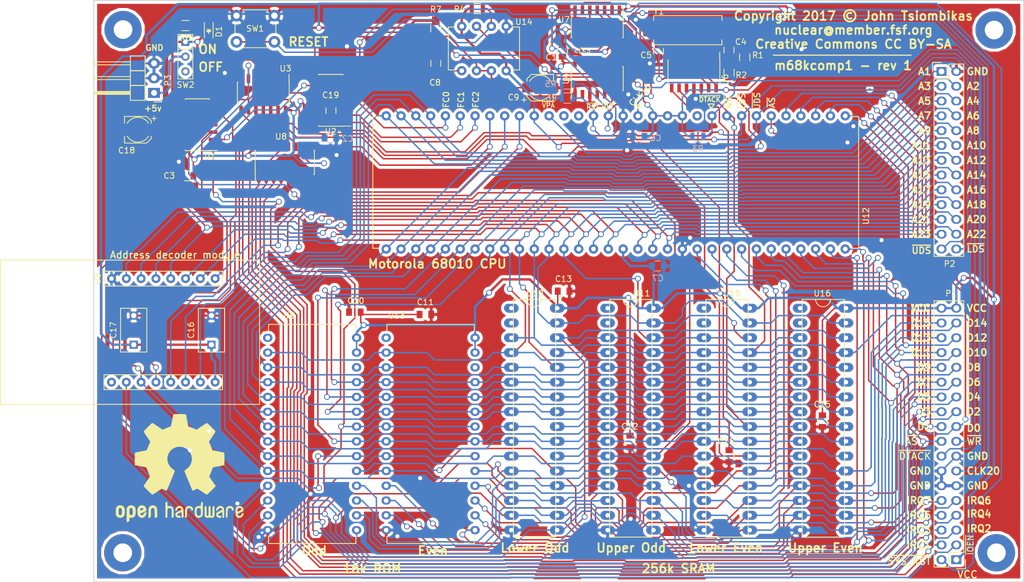
<source format=kicad_pcb>
(kicad_pcb (version 4) (host pcbnew 4.0.5+dfsg1-4)
  (layers (0 F.Cu signal) (31 B.Cu signal) (34 B.Paste user) (35 F.Paste user) (36 B.SilkS user) (37 F.SilkS user) (38 B.Mask user) (39 F.Mask user) (44 Edge.Cuts user))
  (net 0 "")
  (net 1 VCC)
  (net 2 GND)
  (net 3 "Net-(C4-Pad1)")
  (net 4 "Net-(C5-Pad1)")
  (net 5 "Net-(C8-Pad1)")
  (net 6 "Net-(C9-Pad1)")
  (net 7 "Net-(D1-Pad1)")
  (net 8 ~SYS_RESET)
  (net 9 /~IOEN)
  (net 10 ~IRQ1)
  (net 11 ~IRQ2)
  (net 12 ~IRQ3)
  (net 13 ~IRQ4)
  (net 14 ~IRQ5)
  (net 15 ~IRQ6)
  (net 16 ~IRQ7)
  (net 17 /CLK20)
  (net 18 ~DTACK)
  (net 19 /~WR)
  (net 20 /~AS)
  (net 21 /D0)
  (net 22 /D1)
  (net 23 /D2)
  (net 24 /D3)
  (net 25 /D4)
  (net 26 /D5)
  (net 27 /D6)
  (net 28 /D7)
  (net 29 /D8)
  (net 30 /D9)
  (net 31 /D10)
  (net 32 /D11)
  (net 33 /D12)
  (net 34 /D13)
  (net 35 /D14)
  (net 36 /D15)
  (net 37 /A1)
  (net 38 /A3)
  (net 39 /A2)
  (net 40 /A5)
  (net 41 /A4)
  (net 42 /A7)
  (net 43 /A6)
  (net 44 /A9)
  (net 45 /A8)
  (net 46 /A11)
  (net 47 /A10)
  (net 48 /A13)
  (net 49 /A12)
  (net 50 /A15)
  (net 51 /A14)
  (net 52 /A17)
  (net 53 /A16)
  (net 54 /A19)
  (net 55 /A18)
  (net 56 /A21)
  (net 57 /A20)
  (net 58 /A23)
  (net 59 /A22)
  (net 60 ~UDS)
  (net 61 ~LDS)
  (net 62 /5v)
  (net 63 "Net-(R1-Pad1)")
  (net 64 "Net-(R4-Pad2)")
  (net 65 "Net-(R5-Pad2)")
  (net 66 /AS)
  (net 67 /~ROMEN)
  (net 68 /ROMEN)
  (net 69 /~RAMEN)
  (net 70 /RAMEN)
  (net 71 "Net-(U1-Pad8)")
  (net 72 /FC2)
  (net 73 /FC1)
  (net 74 "Net-(U2-Pad3)")
  (net 75 /FC0)
  (net 76 "Net-(U2-Pad6)")
  (net 77 "Net-(U2-Pad8)")
  (net 78 "Net-(U2-Pad10)")
  (net 79 "Net-(U10-Pad22)")
  (net 80 "Net-(U15-Pad22)")
  (net 81 "Net-(U14-Pad3)")
  (net 82 /~RD)
  (net 83 "Net-(U7-Pad2)")
  (net 84 /CLK10)
  (net 85 /IPL2)
  (net 86 /IPL1)
  (net 87 /IPL0)
  (net 88 "Net-(U7-Pad12)")
  (net 89 /~VPA)
  (module Pin_Header_Straight_2x18 (layer F.Cu) (at 193.167 139.7 180)
    (fp_text reference P1 (at 0.889 45.72 180) (layer F.SilkS))
    (fp_text value CONN_CTL_DATA)
    (pad 1 thru_hole rect (at 0 0 180) (size 1.7272 1.5) (drill 1) (layers *.Cu *.Mask) (net 1 VCC))
    (pad 2 thru_hole oval (at 2.54 0 180) (size 1.7272 1.5) (drill 1) (layers *.Cu *.Mask) (net 8 ~SYS_RESET))
    (pad 3 thru_hole oval (at 0 2.54 180) (size 1.7272 1.5) (drill 1) (layers *.Cu *.Mask) (net 9 /~IOEN))
    (pad 4 thru_hole oval (at 2.54 2.54 180) (size 1.7272 1.5) (drill 1) (layers *.Cu *.Mask) (net 10 ~IRQ1))
    (pad 5 thru_hole oval (at 0 5.08 180) (size 1.7272 1.5) (drill 1) (layers *.Cu *.Mask) (net 11 ~IRQ2))
    (pad 6 thru_hole oval (at 2.54 5.08 180) (size 1.7272 1.5) (drill 1) (layers *.Cu *.Mask) (net 12 ~IRQ3))
    (pad 7 thru_hole oval (at 0 7.62 180) (size 1.7272 1.5) (drill 1) (layers *.Cu *.Mask) (net 13 ~IRQ4))
    (pad 8 thru_hole oval (at 2.54 7.62 180) (size 1.7272 1.5) (drill 1) (layers *.Cu *.Mask) (net 14 ~IRQ5))
    (pad 9 thru_hole oval (at 0 10.16 180) (size 1.7272 1.5) (drill 1) (layers *.Cu *.Mask) (net 15 ~IRQ6))
    (pad 10 thru_hole oval (at 2.54 10.16 180) (size 1.7272 1.5) (drill 1) (layers *.Cu *.Mask) (net 16 ~IRQ7))
    (pad 11 thru_hole oval (at 0 12.7 180) (size 1.7272 1.5) (drill 1) (layers *.Cu *.Mask) (net 2 GND))
    (pad 12 thru_hole oval (at 2.54 12.7 180) (size 1.7272 1.5) (drill 1) (layers *.Cu *.Mask) (net 2 GND))
    (pad 13 thru_hole oval (at 0 15.24 180) (size 1.7272 1.5) (drill 1) (layers *.Cu *.Mask) (net 17 /CLK20))
    (pad 14 thru_hole oval (at 2.54 15.24 180) (size 1.7272 1.5) (drill 1) (layers *.Cu *.Mask) (net 2 GND))
    (pad 15 thru_hole oval (at 0 17.78 180) (size 1.7272 1.5) (drill 1) (layers *.Cu *.Mask) (net 2 GND))
    (pad 16 thru_hole oval (at 2.54 17.78 180) (size 1.7272 1.5) (drill 1) (layers *.Cu *.Mask) (net 18 ~DTACK))
    (pad 17 thru_hole oval (at 0 20.32 180) (size 1.7272 1.5) (drill 1) (layers *.Cu *.Mask) (net 19 /~WR))
    (pad 18 thru_hole oval (at 2.54 20.32 180) (size 1.7272 1.5) (drill 1) (layers *.Cu *.Mask) (net 20 /~AS))
    (pad 19 thru_hole oval (at 0 22.86 180) (size 1.7272 1.5) (drill 1) (layers *.Cu *.Mask) (net 21 /D0))
    (pad 20 thru_hole oval (at 2.54 22.86 180) (size 1.7272 1.5) (drill 1) (layers *.Cu *.Mask) (net 22 /D1))
    (pad 21 thru_hole oval (at 0 25.4 180) (size 1.7272 1.5) (drill 1) (layers *.Cu *.Mask) (net 23 /D2))
    (pad 22 thru_hole oval (at 2.54 25.4 180) (size 1.7272 1.5) (drill 1) (layers *.Cu *.Mask) (net 24 /D3))
    (pad 23 thru_hole oval (at 0 27.94 180) (size 1.7272 1.5) (drill 1) (layers *.Cu *.Mask) (net 25 /D4))
    (pad 24 thru_hole oval (at 2.54 27.94 180) (size 1.7272 1.5) (drill 1) (layers *.Cu *.Mask) (net 26 /D5))
    (pad 25 thru_hole oval (at 0 30.48 180) (size 1.7272 1.5) (drill 1) (layers *.Cu *.Mask) (net 27 /D6))
    (pad 26 thru_hole oval (at 2.54 30.48 180) (size 1.7272 1.5) (drill 1) (layers *.Cu *.Mask) (net 28 /D7))
    (pad 27 thru_hole oval (at 0 33.02 180) (size 1.7272 1.5) (drill 1) (layers *.Cu *.Mask) (net 29 /D8))
    (pad 28 thru_hole oval (at 2.54 33.02 180) (size 1.7272 1.5) (drill 1) (layers *.Cu *.Mask) (net 30 /D9))
    (pad 29 thru_hole oval (at 0 35.56 180) (size 1.7272 1.5) (drill 1) (layers *.Cu *.Mask) (net 31 /D10))
    (pad 30 thru_hole oval (at 2.54 35.56 180) (size 1.7272 1.5) (drill 1) (layers *.Cu *.Mask) (net 32 /D11))
    (pad 31 thru_hole oval (at 0 38.1 180) (size 1.7272 1.5) (drill 1) (layers *.Cu *.Mask) (net 33 /D12))
    (pad 32 thru_hole oval (at 2.54 38.1 180) (size 1.7272 1.5) (drill 1) (layers *.Cu *.Mask) (net 34 /D13))
    (pad 33 thru_hole oval (at 0 40.64 180) (size 1.7272 1.5) (drill 1) (layers *.Cu *.Mask) (net 35 /D14))
    (pad 34 thru_hole oval (at 2.54 40.64 180) (size 1.7272 1.5) (drill 1) (layers *.Cu *.Mask) (net 36 /D15))
    (pad 35 thru_hole oval (at 0 43.18 180) (size 1.7272 1.5) (drill 1) (layers *.Cu *.Mask) (net 1 VCC))
    (pad 36 thru_hole oval (at 2.54 43.18 180) (size 1.7272 1.5) (drill 1) (layers *.Cu *.Mask) (net 1 VCC))
  )
  (module Pin_Header_Straight_2x13_oval (layer F.Cu) (at 190.627 55.88)
    (fp_text reference P2 (at 1.397 33.02 180) (layer F.SilkS))
    (fp_text value CONN_ADDR)
    (pad 1 thru_hole rect (at 0 0) (size 1.7272 1.5) (drill 1) (layers *.Cu *.Mask) (net 37 /A1))
    (pad 2 thru_hole oval (at 2.54 0) (size 1.7272 1.5) (drill 1) (layers *.Cu *.Mask) (net 2 GND))
    (pad 3 thru_hole oval (at 0 2.54) (size 1.7272 1.5) (drill 1) (layers *.Cu *.Mask) (net 38 /A3))
    (pad 4 thru_hole oval (at 2.54 2.54) (size 1.7272 1.5) (drill 1) (layers *.Cu *.Mask) (net 39 /A2))
    (pad 5 thru_hole oval (at 0 5.08) (size 1.7272 1.5) (drill 1) (layers *.Cu *.Mask) (net 40 /A5))
    (pad 6 thru_hole oval (at 2.54 5.08) (size 1.7272 1.5) (drill 1) (layers *.Cu *.Mask) (net 41 /A4))
    (pad 7 thru_hole oval (at 0 7.62) (size 1.7272 1.5) (drill 1) (layers *.Cu *.Mask) (net 42 /A7))
    (pad 8 thru_hole oval (at 2.54 7.62) (size 1.7272 1.5) (drill 1) (layers *.Cu *.Mask) (net 43 /A6))
    (pad 9 thru_hole oval (at 0 10.16) (size 1.7272 1.5) (drill 1) (layers *.Cu *.Mask) (net 44 /A9))
    (pad 10 thru_hole oval (at 2.54 10.16) (size 1.7272 1.5) (drill 1) (layers *.Cu *.Mask) (net 45 /A8))
    (pad 11 thru_hole oval (at 0 12.7) (size 1.7272 1.5) (drill 1) (layers *.Cu *.Mask) (net 46 /A11))
    (pad 12 thru_hole oval (at 2.54 12.7) (size 1.7272 1.5) (drill 1) (layers *.Cu *.Mask) (net 47 /A10))
    (pad 13 thru_hole oval (at 0 15.24) (size 1.7272 1.5) (drill 1) (layers *.Cu *.Mask) (net 48 /A13))
    (pad 14 thru_hole oval (at 2.54 15.24) (size 1.7272 1.5) (drill 1) (layers *.Cu *.Mask) (net 49 /A12))
    (pad 15 thru_hole oval (at 0 17.78) (size 1.7272 1.5) (drill 1) (layers *.Cu *.Mask) (net 50 /A15))
    (pad 16 thru_hole oval (at 2.54 17.78) (size 1.7272 1.5) (drill 1) (layers *.Cu *.Mask) (net 51 /A14))
    (pad 17 thru_hole oval (at 0 20.32) (size 1.7272 1.5) (drill 1) (layers *.Cu *.Mask) (net 52 /A17))
    (pad 18 thru_hole oval (at 2.54 20.32) (size 1.7272 1.5) (drill 1) (layers *.Cu *.Mask) (net 53 /A16))
    (pad 19 thru_hole oval (at 0 22.86) (size 1.7272 1.5) (drill 1) (layers *.Cu *.Mask) (net 54 /A19))
    (pad 20 thru_hole oval (at 2.54 22.86) (size 1.7272 1.5) (drill 1) (layers *.Cu *.Mask) (net 55 /A18))
    (pad 21 thru_hole oval (at 0 25.4) (size 1.7272 1.5) (drill 1) (layers *.Cu *.Mask) (net 56 /A21))
    (pad 22 thru_hole oval (at 2.54 25.4) (size 1.7272 1.5) (drill 1) (layers *.Cu *.Mask) (net 57 /A20))
    (pad 23 thru_hole oval (at 0 27.94) (size 1.7272 1.5) (drill 1) (layers *.Cu *.Mask) (net 58 /A23))
    (pad 24 thru_hole oval (at 2.54 27.94) (size 1.7272 1.5) (drill 1) (layers *.Cu *.Mask) (net 59 /A22))
    (pad 25 thru_hole oval (at 0 30.48) (size 1.7272 1.5) (drill 1) (layers *.Cu *.Mask) (net 60 ~UDS))
    (pad 26 thru_hole oval (at 2.54 30.48) (size 1.7272 1.5) (drill 1) (layers *.Cu *.Mask) (net 61 ~LDS))
  )
  (module m68kcomp1:addr_dec_module (layer F.Cu) (at 50.8 100.965 270)
    (fp_text reference U5 (at -9.525 4.953 270) (layer F.SilkS))
    (fp_text value address_decoder)
    (pad 1 thru_hole circle (at -9.525 -15.24 270) (size 1.524 1.524) (drill 0.762) (layers *.Cu *.Mask) (net 51 /A14))
    (pad 2 thru_hole circle (at -9.525 -12.7 270) (size 1.524 1.524) (drill 0.762) (layers *.Cu *.Mask) (net 50 /A15))
    (pad 3 thru_hole circle (at -9.525 -10.16 270) (size 1.524 1.524) (drill 0.762) (layers *.Cu *.Mask) (net 53 /A16))
    (pad 4 thru_hole circle (at -9.525 -7.62 270) (size 1.524 1.524) (drill 0.762) (layers *.Cu *.Mask) (net 52 /A17))
    (pad 5 thru_hole circle (at -9.525 -5.08 270) (size 1.524 1.524) (drill 0.762) (layers *.Cu *.Mask) (net 55 /A18))
    (pad 6 thru_hole circle (at -9.525 -2.54 270) (size 1.524 1.524) (drill 0.762) (layers *.Cu *.Mask) (net 54 /A19))
    (pad 7 thru_hole circle (at -9.525 0 270) (size 1.524 1.524) (drill 0.762) (layers *.Cu *.Mask) (net 57 /A20))
    (pad 8 thru_hole circle (at -9.525 2.54 270) (size 1.524 1.524) (drill 0.762) (layers *.Cu *.Mask) (net 2 GND))
    (pad 9 thru_hole circle (at 8.255 2.54 270) (size 1.524 1.524) (drill 0.762) (layers *.Cu *.Mask))
    (pad 10 thru_hole circle (at 8.255 0 270) (size 1.524 1.524) (drill 0.762) (layers *.Cu *.Mask) (net 9 /~IOEN))
    (pad 11 thru_hole circle (at 8.255 -2.54 270) (size 1.524 1.524) (drill 0.762) (layers *.Cu *.Mask) (net 67 /~ROMEN))
    (pad 12 thru_hole circle (at 8.255 -5.08 270) (size 1.524 1.524) (drill 0.762) (layers *.Cu *.Mask) (net 69 /~RAMEN))
    (pad 13 thru_hole circle (at 8.255 -7.62 270) (size 1.524 1.524) (drill 0.762) (layers *.Cu *.Mask) (net 58 /A23))
    (pad 14 thru_hole circle (at 8.255 -10.16 270) (size 1.524 1.524) (drill 0.762) (layers *.Cu *.Mask) (net 59 /A22))
    (pad 15 thru_hole circle (at 8.255 -12.7 270) (size 1.524 1.524) (drill 0.762) (layers *.Cu *.Mask) (net 56 /A21))
    (pad 16 thru_hole circle (at 8.255 -15.24 270) (size 1.524 1.524) (drill 0.762) (layers *.Cu *.Mask) (net 1 VCC))
  )
  (module m68kcomp1:DIP-28_W15.24mm_oval (layer F.Cu) (at 95.377 101.6)
    (fp_text reference U13 (at 1.778 -3.81) (layer F.SilkS))
    (fp_text value at28c64)
    (pad 1 thru_hole oval (at 0 0) (size 1.6 1.4) (drill 0.8) (layers *.Cu *.Mask))
    (pad 2 thru_hole oval (at 0 2.54) (size 1.6 1.4) (drill 0.8) (layers *.Cu *.Mask) (net 48 /A13))
    (pad 3 thru_hole oval (at 0 5.08) (size 1.6 1.4) (drill 0.8) (layers *.Cu *.Mask) (net 45 /A8))
    (pad 4 thru_hole oval (at 0 7.62) (size 1.6 1.4) (drill 0.8) (layers *.Cu *.Mask) (net 42 /A7))
    (pad 5 thru_hole oval (at 0 10.16) (size 1.6 1.4) (drill 0.8) (layers *.Cu *.Mask) (net 43 /A6))
    (pad 6 thru_hole oval (at 0 12.7) (size 1.6 1.4) (drill 0.8) (layers *.Cu *.Mask) (net 40 /A5))
    (pad 7 thru_hole oval (at 0 15.24) (size 1.6 1.4) (drill 0.8) (layers *.Cu *.Mask) (net 41 /A4))
    (pad 8 thru_hole oval (at 0 17.78) (size 1.6 1.4) (drill 0.8) (layers *.Cu *.Mask) (net 38 /A3))
    (pad 9 thru_hole oval (at 0 20.32) (size 1.6 1.4) (drill 0.8) (layers *.Cu *.Mask) (net 39 /A2))
    (pad 10 thru_hole oval (at 0 22.86) (size 1.6 1.4) (drill 0.8) (layers *.Cu *.Mask) (net 37 /A1))
    (pad 11 thru_hole oval (at 0 25.4) (size 1.6 1.4) (drill 0.8) (layers *.Cu *.Mask) (net 29 /D8))
    (pad 12 thru_hole oval (at 0 27.94) (size 1.6 1.4) (drill 0.8) (layers *.Cu *.Mask) (net 30 /D9))
    (pad 13 thru_hole oval (at 0 30.48) (size 1.6 1.4) (drill 0.8) (layers *.Cu *.Mask) (net 31 /D10))
    (pad 14 thru_hole oval (at 0 33.02) (size 1.6 1.4) (drill 0.8) (layers *.Cu *.Mask) (net 2 GND))
    (pad 15 thru_hole oval (at 15.24 33.02) (size 1.6 1.4) (drill 0.8) (layers *.Cu *.Mask) (net 32 /D11))
    (pad 16 thru_hole oval (at 15.24 30.48) (size 1.6 1.4) (drill 0.8) (layers *.Cu *.Mask) (net 33 /D12))
    (pad 17 thru_hole oval (at 15.24 27.94) (size 1.6 1.4) (drill 0.8) (layers *.Cu *.Mask) (net 34 /D13))
    (pad 18 thru_hole oval (at 15.24 25.4) (size 1.6 1.4) (drill 0.8) (layers *.Cu *.Mask) (net 35 /D14))
    (pad 19 thru_hole oval (at 15.24 22.86) (size 1.6 1.4) (drill 0.8) (layers *.Cu *.Mask) (net 36 /D15))
    (pad 20 thru_hole oval (at 15.24 20.32) (size 1.6 1.4) (drill 0.8) (layers *.Cu *.Mask) (net 67 /~ROMEN))
    (pad 21 thru_hole oval (at 15.24 17.78) (size 1.6 1.4) (drill 0.8) (layers *.Cu *.Mask) (net 46 /A11))
    (pad 22 thru_hole oval (at 15.24 15.24) (size 1.6 1.4) (drill 0.8) (layers *.Cu *.Mask) (net 20 /~AS))
    (pad 23 thru_hole oval (at 15.24 12.7) (size 1.6 1.4) (drill 0.8) (layers *.Cu *.Mask) (net 49 /A12))
    (pad 24 thru_hole oval (at 15.24 10.16) (size 1.6 1.4) (drill 0.8) (layers *.Cu *.Mask) (net 47 /A10))
    (pad 25 thru_hole oval (at 15.24 7.62) (size 1.6 1.4) (drill 0.8) (layers *.Cu *.Mask) (net 44 /A9))
    (pad 26 thru_hole oval (at 15.24 5.08) (size 1.6 1.4) (drill 0.8) (layers *.Cu *.Mask))
    (pad 27 thru_hole oval (at 15.24 2.54) (size 1.6 1.4) (drill 0.8) (layers *.Cu *.Mask) (net 1 VCC))
    (pad 28 thru_hole oval (at 15.24 0) (size 1.6 1.4) (drill 0.8) (layers *.Cu *.Mask) (net 1 VCC))
  )
  (module Crystals:Crystal_HC49-SD_SMD (layer F.Cu) (at 147.1168 48.7934 180)
    (fp_text reference Y1 (at 5.0038 3.2004 180) (layer F.SilkS))
    (fp_text value 20MHz)
    (pad 1 smd rect (at -4.84886 0 180) (size 5.6007 2.10058) (layers F.Cu F.Paste F.Mask) (net 3 "Net-(C4-Pad1)"))
    (pad 2 smd rect (at 4.84886 0 180) (size 5.6007 2.10058) (layers F.Cu F.Paste F.Mask) (net 4 "Net-(C5-Pad1)"))
  )
  (module m68kcomp1:DIP-32L (layer F.Cu) (at 153.797 116.84)
    (fp_text reference U15 (at 0.889 -22.86) (layer F.SilkS))
    (fp_text value sram_um61512ak)
    (pad 1 thru_hole oval (at -3.935 -20.32) (size 2.5 1.524) (drill 0.762) (layers *.Cu *.Mask))
    (pad 2 thru_hole oval (at -3.935 -17.78) (size 2.5 1.524) (drill 0.762) (layers *.Cu *.Mask))
    (pad 3 thru_hole oval (at -3.935 -15.24) (size 2.5 1.524) (drill 0.762) (layers *.Cu *.Mask) (net 50 /A15))
    (pad 4 thru_hole oval (at -3.935 -12.7) (size 2.5 1.524) (drill 0.762) (layers *.Cu *.Mask) (net 48 /A13))
    (pad 5 thru_hole oval (at -3.935 -10.16) (size 2.5 1.524) (drill 0.762) (layers *.Cu *.Mask) (net 45 /A8))
    (pad 6 thru_hole oval (at -3.935 -7.62) (size 2.5 1.524) (drill 0.762) (layers *.Cu *.Mask) (net 42 /A7))
    (pad 7 thru_hole oval (at -3.935 -5.08) (size 2.5 1.524) (drill 0.762) (layers *.Cu *.Mask) (net 43 /A6))
    (pad 8 thru_hole oval (at -3.935 -2.54) (size 2.5 1.524) (drill 0.762) (layers *.Cu *.Mask) (net 40 /A5))
    (pad 9 thru_hole oval (at -3.935 0) (size 2.5 1.524) (drill 0.762) (layers *.Cu *.Mask) (net 41 /A4))
    (pad 10 thru_hole oval (at -3.935 2.54) (size 2.5 1.524) (drill 0.762) (layers *.Cu *.Mask) (net 38 /A3))
    (pad 11 thru_hole oval (at -3.935 5.08) (size 2.5 1.524) (drill 0.762) (layers *.Cu *.Mask) (net 39 /A2))
    (pad 12 thru_hole oval (at -3.935 7.62) (size 2.5 1.524) (drill 0.762) (layers *.Cu *.Mask) (net 37 /A1))
    (pad 13 thru_hole oval (at -3.935 10.16) (size 2.5 1.524) (drill 0.762) (layers *.Cu *.Mask) (net 29 /D8))
    (pad 14 thru_hole oval (at -3.935 12.7) (size 2.5 1.524) (drill 0.762) (layers *.Cu *.Mask) (net 30 /D9))
    (pad 15 thru_hole oval (at -3.935 15.24) (size 2.5 1.524) (drill 0.762) (layers *.Cu *.Mask) (net 31 /D10))
    (pad 16 thru_hole oval (at -3.935 17.78) (size 2.5 1.524) (drill 0.762) (layers *.Cu *.Mask) (net 2 GND))
    (pad 17 thru_hole oval (at 3.935 17.78) (size 2.5 1.524) (drill 0.762) (layers *.Cu *.Mask) (net 32 /D11))
    (pad 18 thru_hole oval (at 3.935 15.24) (size 2.5 1.524) (drill 0.762) (layers *.Cu *.Mask) (net 33 /D12))
    (pad 19 thru_hole oval (at 3.935 12.7) (size 2.5 1.524) (drill 0.762) (layers *.Cu *.Mask) (net 34 /D13))
    (pad 20 thru_hole oval (at 3.935 10.16) (size 2.5 1.524) (drill 0.762) (layers *.Cu *.Mask) (net 35 /D14))
    (pad 21 thru_hole oval (at 3.935 7.62) (size 2.5 1.524) (drill 0.762) (layers *.Cu *.Mask) (net 36 /D15))
    (pad 22 thru_hole oval (at 3.935 5.08) (size 2.5 1.524) (drill 0.762) (layers *.Cu *.Mask) (net 80 "Net-(U15-Pad22)"))
    (pad 23 thru_hole oval (at 3.935 2.54) (size 2.5 1.524) (drill 0.762) (layers *.Cu *.Mask) (net 46 /A11))
    (pad 24 thru_hole oval (at 3.935 0) (size 2.5 1.524) (drill 0.762) (layers *.Cu *.Mask) (net 82 /~RD))
    (pad 25 thru_hole oval (at 3.935 -2.54) (size 2.5 1.524) (drill 0.762) (layers *.Cu *.Mask) (net 49 /A12))
    (pad 26 thru_hole oval (at 3.935 -5.08) (size 2.5 1.524) (drill 0.762) (layers *.Cu *.Mask) (net 47 /A10))
    (pad 27 thru_hole oval (at 3.935 -7.62) (size 2.5 1.524) (drill 0.762) (layers *.Cu *.Mask) (net 44 /A9))
    (pad 28 thru_hole oval (at 3.935 -10.16) (size 2.5 1.524) (drill 0.762) (layers *.Cu *.Mask) (net 51 /A14))
    (pad 29 thru_hole oval (at 3.935 -12.7) (size 2.5 1.524) (drill 0.762) (layers *.Cu *.Mask) (net 19 /~WR))
    (pad 30 thru_hole oval (at 3.935 -15.24) (size 2.5 1.524) (drill 0.762) (layers *.Cu *.Mask) (net 71 "Net-(U1-Pad8)"))
    (pad 31 thru_hole oval (at 3.935 -17.78) (size 2.5 1.524) (drill 0.762) (layers *.Cu *.Mask) (net 53 /A16))
    (pad 32 thru_hole oval (at 3.935 -20.32) (size 2.5 1.524) (drill 0.762) (layers *.Cu *.Mask) (net 1 VCC))
  )
  (module Capacitors_SMD:C_0805 (layer F.Cu) (at 125.603 52.34 90)
    (fp_text reference C1 (at -1.127 -1.905 180) (layer F.SilkS))
    (fp_text value 0.1uF)
    (pad 1 smd rect (at -1 0 90) (size 1 1.25) (layers F.Cu F.Paste F.Mask) (net 1 VCC))
    (pad 2 smd rect (at 1 0 90) (size 1 1.25) (layers F.Cu F.Paste F.Mask) (net 2 GND))
  )
  (module Capacitors_SMD:C_0805 (layer B.Cu) (at 85.8 67.3)
    (fp_text reference C2 (at 2.973 0.137) (layer B.SilkS) (effects (justify mirror)))
    (fp_text value 0.1uF)
    (pad 1 smd rect (at -1 0) (size 1 1.25) (layers B.Cu B.Paste B.Mask) (net 1 VCC))
    (pad 2 smd rect (at 1 0) (size 1 1.25) (layers B.Cu B.Paste B.Mask) (net 2 GND))
  )
  (module Capacitors_SMD:C_0805 (layer F.Cu) (at 61.3 73.8 180)
    (fp_text reference C3 (at 3.134 0.013 180) (layer F.SilkS))
    (fp_text value 0.1uF)
    (pad 1 smd rect (at -1 0 180) (size 1 1.25) (layers F.Cu F.Paste F.Mask) (net 1 VCC))
    (pad 2 smd rect (at 1 0 180) (size 1 1.25) (layers F.Cu F.Paste F.Mask) (net 2 GND))
  )
  (module Capacitors_SMD:C_0805 (layer F.Cu) (at 154.177 52.2 270)
    (fp_text reference C4 (at -1.4 -2.033 360) (layer F.SilkS))
    (fp_text value 22pF)
    (pad 1 smd rect (at -1 0 270) (size 1 1.25) (layers F.Cu F.Paste F.Mask) (net 3 "Net-(C4-Pad1)"))
    (pad 2 smd rect (at 1 0 270) (size 1 1.25) (layers F.Cu F.Paste F.Mask) (net 2 GND))
  )
  (module Capacitors_SMD:C_0805 (layer F.Cu) (at 142.077 52.4 270)
    (fp_text reference C5 (at 0.686 2.123 360) (layer F.SilkS))
    (fp_text value 22pF)
    (pad 1 smd rect (at -1 0 270) (size 1 1.25) (layers F.Cu F.Paste F.Mask) (net 4 "Net-(C5-Pad1)"))
    (pad 2 smd rect (at 1 0 270) (size 1 1.25) (layers F.Cu F.Paste F.Mask) (net 2 GND))
  )
  (module Capacitors_SMD:C_0805 (layer B.Cu) (at 138.684 67.056 180)
    (fp_text reference C6 (at -2.921 -0.254 180) (layer B.SilkS) (effects (justify mirror)))
    (fp_text value 0.1uF)
    (pad 1 smd rect (at -1 0 180) (size 1 1.25) (layers B.Cu B.Paste B.Mask) (net 1 VCC))
    (pad 2 smd rect (at 1 0 180) (size 1 1.25) (layers B.Cu B.Paste B.Mask) (net 2 GND))
  )
  (module Capacitors_SMD:C_0805 (layer B.Cu) (at 141.986 89.281)
    (fp_text reference C7 (at 0 2.1) (layer B.SilkS) (effects (justify mirror)))
    (fp_text value 0.1uF)
    (pad 1 smd rect (at -1 0) (size 1 1.25) (layers B.Cu B.Paste B.Mask) (net 1 VCC))
    (pad 2 smd rect (at 1 0) (size 1 1.25) (layers B.Cu B.Paste B.Mask) (net 2 GND))
  )
  (module Capacitors_SMD:C_0805_HandSoldering (layer F.Cu) (at 103.886 54.503 90)
    (fp_text reference C8 (at -3.282 -0.127 180) (layer F.SilkS))
    (fp_text value 10nF)
    (pad 1 smd rect (at -1.25 0 90) (size 1.5 1.25) (layers F.Cu F.Paste F.Mask) (net 5 "Net-(C8-Pad1)"))
    (pad 2 smd rect (at 1.25 0 90) (size 1.5 1.25) (layers F.Cu F.Paste F.Mask) (net 2 GND))
  )
  (module Capacitors_SMD:c_elec_4x5.7 (layer F.Cu) (at 121.793 58.674)
    (fp_text reference C9 (at -4.572 1.651) (layer F.SilkS))
    (fp_text value 1uF)
    (fp_text user + (at -2.7686 2.0066) (layer F.SilkS))
    (pad 1 smd rect (at -1.8 0 180) (size 2.6 1.6) (layers F.Cu F.Paste F.Mask) (net 6 "Net-(C9-Pad1)"))
    (pad 2 smd rect (at 1.8 0 180) (size 2.6 1.6) (layers F.Cu F.Paste F.Mask) (net 2 GND))
  )
  (module Capacitors_SMD:C_0805 (layer F.Cu) (at 90 97.2 180)
    (fp_text reference C10 (at -0.17 1.95 180) (layer F.SilkS))
    (fp_text value 0.1uF)
    (pad 1 smd rect (at -1 0 180) (size 1 1.25) (layers F.Cu F.Paste F.Mask) (net 1 VCC))
    (pad 2 smd rect (at 1 0 180) (size 1 1.25) (layers F.Cu F.Paste F.Mask) (net 2 GND))
  )
  (module Capacitors_SMD:C_0805 (layer F.Cu) (at 102.1 97.6)
    (fp_text reference C11 (at 0 -2.1) (layer F.SilkS))
    (fp_text value 0.1uF)
    (pad 1 smd rect (at -1 0) (size 1 1.25) (layers F.Cu F.Paste F.Mask) (net 1 VCC))
    (pad 2 smd rect (at 1 0) (size 1 1.25) (layers F.Cu F.Paste F.Mask) (net 2 GND))
  )
  (module Capacitors_SMD:C_0805 (layer F.Cu) (at 137.2 119.4 270)
    (fp_text reference C12 (at -2.56 0.04 360) (layer F.SilkS))
    (fp_text value 0.1uF)
    (pad 1 smd rect (at -1 0 270) (size 1 1.25) (layers F.Cu F.Paste F.Mask) (net 1 VCC))
    (pad 2 smd rect (at 1 0 270) (size 1 1.25) (layers F.Cu F.Paste F.Mask) (net 2 GND))
  )
  (module Capacitors_SMD:C_0805 (layer F.Cu) (at 125.8 93.6)
    (fp_text reference C13 (at 0 -2.1) (layer F.SilkS))
    (fp_text value 0.1uF)
    (pad 1 smd rect (at -1 0) (size 1 1.25) (layers F.Cu F.Paste F.Mask) (net 1 VCC))
    (pad 2 smd rect (at 1 0) (size 1 1.25) (layers F.Cu F.Paste F.Mask) (net 2 GND))
  )
  (module Capacitors_SMD:C_0805 (layer F.Cu) (at 154.2 121.9 270)
    (fp_text reference C14 (at -2.52 0.53 360) (layer F.SilkS))
    (fp_text value 0.1uF)
    (pad 1 smd rect (at -1 0 270) (size 1 1.25) (layers F.Cu F.Paste F.Mask) (net 1 VCC))
    (pad 2 smd rect (at 1 0 270) (size 1 1.25) (layers F.Cu F.Paste F.Mask) (net 2 GND))
  )
  (module Capacitors_SMD:C_0805 (layer F.Cu) (at 170.2 115.9 270)
    (fp_text reference C15 (at -2.87 0.02 360) (layer F.SilkS))
    (fp_text value 0.1uF)
    (pad 1 smd rect (at -1 0 270) (size 1 1.25) (layers F.Cu F.Paste F.Mask) (net 1 VCC))
    (pad 2 smd rect (at 1 0 270) (size 1 1.25) (layers F.Cu F.Paste F.Mask) (net 2 GND))
  )
  (module LEDs:LED_0805 (layer F.Cu) (at 64.937 49.04902 270)
    (fp_text reference D1 (at 0 -1.75 270) (layer F.SilkS))
    (fp_text value LED)
    (pad 2 smd rect (at 1.04902 0 90) (size 1.19888 1.19888) (layers F.Cu F.Paste F.Mask) (net 1 VCC))
    (pad 1 smd rect (at -1.04902 0 90) (size 1.19888 1.19888) (layers F.Cu F.Paste F.Mask) (net 7 "Net-(D1-Pad1)"))
  )
  (module Pin_Headers:Pin_Header_Angled_1x03 (layer F.Cu) (at 55.556 59.563 180)
    (fp_text reference P3 (at -2.356 2.159 270) (layer F.SilkS))
    (fp_text value POWER)
    (pad 1 thru_hole rect (at 0 0 180) (size 2.032 1.7272) (drill 1.016) (layers *.Cu *.Mask) (net 62 /5v))
    (pad 2 thru_hole oval (at 0 2.54 180) (size 2.032 1.7272) (drill 1.016) (layers *.Cu *.Mask) (net 2 GND))
    (pad 3 thru_hole oval (at 0 5.08 180) (size 2.032 1.7272) (drill 1.016) (layers *.Cu *.Mask) (net 2 GND))
  )
  (module Resistors_SMD:R_0805 (layer F.Cu) (at 156.877 53.45 90)
    (fp_text reference R1 (at 0.364 2.254 180) (layer F.SilkS))
    (fp_text value 47k)
    (pad 1 smd rect (at -0.95 0 90) (size 0.7 1.3) (layers F.Cu F.Paste F.Mask) (net 63 "Net-(R1-Pad1)"))
    (pad 2 smd rect (at 0.95 0 90) (size 0.7 1.3) (layers F.Cu F.Paste F.Mask) (net 3 "Net-(C4-Pad1)"))
  )
  (module Resistors_SMD:R_0805 (layer F.Cu) (at 154.177 56.1 270)
    (fp_text reference R2 (at 0.415 -2.1 360) (layer F.SilkS))
    (fp_text value 120R)
    (pad 1 smd rect (at -0.95 0 270) (size 0.7 1.3) (layers F.Cu F.Paste F.Mask) (net 63 "Net-(R1-Pad1)"))
    (pad 2 smd rect (at 0.95 0 270) (size 0.7 1.3) (layers F.Cu F.Paste F.Mask) (net 4 "Net-(C5-Pad1)"))
  )
  (module Resistors_SMD:R_0805 (layer B.Cu) (at 148.844 67.056)
    (fp_text reference R3 (at 0 2.1) (layer B.SilkS) (effects (justify mirror)))
    (fp_text value 4.7k)
    (pad 1 smd rect (at -0.95 0) (size 0.7 1.3) (layers B.Cu B.Paste B.Mask) (net 1 VCC))
    (pad 2 smd rect (at 0.95 0) (size 0.7 1.3) (layers B.Cu B.Paste B.Mask) (net 18 ~DTACK))
  )
  (module Resistors_SMD:R_0805 (layer F.Cu) (at 110.998 45.085)
    (fp_text reference R4 (at -3.05 0.1) (layer F.SilkS))
    (fp_text value 4.7k)
    (pad 1 smd rect (at -0.95 0) (size 0.7 1.3) (layers F.Cu F.Paste F.Mask) (net 1 VCC))
    (pad 2 smd rect (at 0.95 0) (size 0.7 1.3) (layers F.Cu F.Paste F.Mask) (net 64 "Net-(R4-Pad2)"))
  )
  (module Resistors_SMD:R_0805 (layer B.Cu) (at 126.426 58.039)
    (fp_text reference R5 (at -2.855 0) (layer B.SilkS) (effects (justify mirror)))
    (fp_text value 4.7k)
    (pad 1 smd rect (at -0.95 0) (size 0.7 1.3) (layers B.Cu B.Paste B.Mask) (net 1 VCC))
    (pad 2 smd rect (at 0.95 0) (size 0.7 1.3) (layers B.Cu B.Paste B.Mask) (net 65 "Net-(R5-Pad2)"))
  )
  (module Resistors_SMD:R_0805 (layer B.Cu) (at 126.426 60.452 180)
    (fp_text reference R6 (at 2.728 0 180) (layer B.SilkS) (effects (justify mirror)))
    (fp_text value 4.7k)
    (pad 1 smd rect (at -0.95 0 180) (size 0.7 1.3) (layers B.Cu B.Paste B.Mask) (net 8 ~SYS_RESET))
    (pad 2 smd rect (at 0.95 0 180) (size 0.7 1.3) (layers B.Cu B.Paste B.Mask) (net 1 VCC))
  )
  (module Resistors_SMD:R_0805_HandSoldering (layer F.Cu) (at 103.886 48.514 90)
    (fp_text reference R7 (at 3.302 0 180) (layer F.SilkS))
    (fp_text value 1M)
    (pad 1 smd rect (at -1.35 0 90) (size 1.5 1.3) (layers F.Cu F.Paste F.Mask) (net 6 "Net-(C9-Pad1)"))
    (pad 2 smd rect (at 1.35 0 90) (size 1.5 1.3) (layers F.Cu F.Paste F.Mask) (net 1 VCC))
  )
  (module Resistors_SMD:R_0805 (layer F.Cu) (at 60.937 48 180)
    (fp_text reference R8 (at 0 -2.1 180) (layer F.SilkS))
    (fp_text value 330)
    (pad 1 smd rect (at -0.95 0 180) (size 0.7 1.3) (layers F.Cu F.Paste F.Mask) (net 7 "Net-(D1-Pad1)"))
    (pad 2 smd rect (at 0.95 0 180) (size 0.7 1.3) (layers F.Cu F.Paste F.Mask) (net 2 GND))
  )
  (module Buttons_Switches_ThroughHole:SW_PUSH_6mm (layer F.Cu) (at 69.7 46.3)
    (fp_text reference SW1 (at 3.198 2.214) (layer F.SilkS))
    (fp_text value RST_SW)
    (pad 2 thru_hole circle (at 0 4.5 90) (size 2 2) (drill 1.1) (layers *.Cu *.Mask) (net 64 "Net-(R4-Pad2)"))
    (pad 1 thru_hole circle (at 0 0 90) (size 2 2) (drill 1.1) (layers *.Cu *.Mask) (net 2 GND))
    (pad 2 thru_hole circle (at 6.5 4.5 90) (size 2 2) (drill 1.1) (layers *.Cu *.Mask) (net 64 "Net-(R4-Pad2)"))
    (pad 1 thru_hole circle (at 6.5 0 90) (size 2 2) (drill 1.1) (layers *.Cu *.Mask) (net 2 GND))
  )
  (module Buttons_Switches_ThroughHole:SW_Micro_SPST (layer F.Cu) (at 60.937 53.34 270)
    (fp_text reference SW2 (at 4.826 -0.023 360) (layer F.SilkS))
    (fp_text value PWR_SW)
    (pad 1 thru_hole rect (at -2.54 0 270) (size 1.397 1.397) (drill 0.8128) (layers *.Cu *.Mask) (net 1 VCC))
    (pad 2 thru_hole circle (at 0 0 270) (size 1.397 1.397) (drill 0.8128) (layers *.Cu *.Mask) (net 62 /5v))
    (pad 3 thru_hole circle (at 2.54 0 270) (size 1.397 1.397) (drill 0.8128) (layers *.Cu *.Mask))
  )
  (module Housings_SOIC:SOIC-14_3.9x8.7mm_Pitch1.27mm (layer F.Cu) (at 62.992 65.024 180)
    (fp_text reference U1 (at -2.159 -5.461 180) (layer F.SilkS))
    (fp_text value 74LS04)
    (pad 1 smd rect (at -2.7 -3.81 180) (size 1.5 0.6) (layers F.Cu F.Paste F.Mask) (net 20 /~AS))
    (pad 2 smd rect (at -2.7 -2.54 180) (size 1.5 0.6) (layers F.Cu F.Paste F.Mask) (net 66 /AS))
    (pad 3 smd rect (at -2.7 -1.27 180) (size 1.5 0.6) (layers F.Cu F.Paste F.Mask) (net 67 /~ROMEN))
    (pad 4 smd rect (at -2.7 0 180) (size 1.5 0.6) (layers F.Cu F.Paste F.Mask) (net 68 /ROMEN))
    (pad 5 smd rect (at -2.7 1.27 180) (size 1.5 0.6) (layers F.Cu F.Paste F.Mask) (net 69 /~RAMEN))
    (pad 6 smd rect (at -2.7 2.54 180) (size 1.5 0.6) (layers F.Cu F.Paste F.Mask) (net 70 /RAMEN))
    (pad 7 smd rect (at -2.7 3.81 180) (size 1.5 0.6) (layers F.Cu F.Paste F.Mask) (net 2 GND))
    (pad 8 smd rect (at 2.7 3.81 180) (size 1.5 0.6) (layers F.Cu F.Paste F.Mask) (net 71 "Net-(U1-Pad8)"))
    (pad 9 smd rect (at 2.7 2.54 180) (size 1.5 0.6) (layers F.Cu F.Paste F.Mask) (net 52 /A17))
    (pad 10 smd rect (at 2.7 1.27 180) (size 1.5 0.6) (layers F.Cu F.Paste F.Mask))
    (pad 11 smd rect (at 2.7 0 180) (size 1.5 0.6) (layers F.Cu F.Paste F.Mask) (net 2 GND))
    (pad 12 smd rect (at 2.7 -1.27 180) (size 1.5 0.6) (layers F.Cu F.Paste F.Mask))
    (pad 13 smd rect (at 2.7 -2.54 180) (size 1.5 0.6) (layers F.Cu F.Paste F.Mask) (net 2 GND))
    (pad 14 smd rect (at 2.7 -3.81 180) (size 1.5 0.6) (layers F.Cu F.Paste F.Mask) (net 1 VCC))
  )
  (module Housings_SOIC:SOIC-14_3.9x8.7mm_Pitch1.27mm (layer F.Cu) (at 85.852 60.833 180)
    (fp_text reference U2 (at 0 -5.375 180) (layer F.SilkS))
    (fp_text value 74LS08)
    (pad 1 smd rect (at -2.7 -3.81 180) (size 1.5 0.6) (layers F.Cu F.Paste F.Mask) (net 72 /FC2))
    (pad 2 smd rect (at -2.7 -2.54 180) (size 1.5 0.6) (layers F.Cu F.Paste F.Mask) (net 73 /FC1))
    (pad 3 smd rect (at -2.7 -1.27 180) (size 1.5 0.6) (layers F.Cu F.Paste F.Mask) (net 74 "Net-(U2-Pad3)"))
    (pad 4 smd rect (at -2.7 0 180) (size 1.5 0.6) (layers F.Cu F.Paste F.Mask) (net 74 "Net-(U2-Pad3)"))
    (pad 5 smd rect (at -2.7 1.27 180) (size 1.5 0.6) (layers F.Cu F.Paste F.Mask) (net 75 /FC0))
    (pad 6 smd rect (at -2.7 2.54 180) (size 1.5 0.6) (layers F.Cu F.Paste F.Mask) (net 76 "Net-(U2-Pad6)"))
    (pad 7 smd rect (at -2.7 3.81 180) (size 1.5 0.6) (layers F.Cu F.Paste F.Mask) (net 2 GND))
    (pad 8 smd rect (at 2.7 3.81 180) (size 1.5 0.6) (layers F.Cu F.Paste F.Mask) (net 77 "Net-(U2-Pad8)"))
    (pad 9 smd rect (at 2.7 2.54 180) (size 1.5 0.6) (layers F.Cu F.Paste F.Mask) (net 66 /AS))
    (pad 10 smd rect (at 2.7 1.27 180) (size 1.5 0.6) (layers F.Cu F.Paste F.Mask) (net 78 "Net-(U2-Pad10)"))
    (pad 11 smd rect (at 2.7 0 180) (size 1.5 0.6) (layers F.Cu F.Paste F.Mask))
    (pad 12 smd rect (at 2.7 -1.27 180) (size 1.5 0.6) (layers F.Cu F.Paste F.Mask) (net 2 GND))
    (pad 13 smd rect (at 2.7 -2.54 180) (size 1.5 0.6) (layers F.Cu F.Paste F.Mask) (net 2 GND))
    (pad 14 smd rect (at 2.7 -3.81 180) (size 1.5 0.6) (layers F.Cu F.Paste F.Mask) (net 1 VCC))
  )
  (module Housings_SOIC:SOIC-14_3.9x8.7mm_Pitch1.27mm (layer F.Cu) (at 74.295 59.817 270)
    (fp_text reference U3 (at -4.445 -3.81 360) (layer F.SilkS))
    (fp_text value 74LS32)
    (pad 1 smd rect (at -2.7 -3.81 270) (size 1.5 0.6) (layers F.Cu F.Paste F.Mask) (net 68 /ROMEN))
    (pad 2 smd rect (at -2.7 -2.54 270) (size 1.5 0.6) (layers F.Cu F.Paste F.Mask) (net 70 /RAMEN))
    (pad 3 smd rect (at -2.7 -1.27 270) (size 1.5 0.6) (layers F.Cu F.Paste F.Mask) (net 78 "Net-(U2-Pad10)"))
    (pad 4 smd rect (at -2.7 0 270) (size 1.5 0.6) (layers F.Cu F.Paste F.Mask) (net 61 ~LDS))
    (pad 5 smd rect (at -2.7 1.27 270) (size 1.5 0.6) (layers F.Cu F.Paste F.Mask) (net 69 /~RAMEN))
    (pad 6 smd rect (at -2.7 2.54 270) (size 1.5 0.6) (layers F.Cu F.Paste F.Mask) (net 79 "Net-(U10-Pad22)"))
    (pad 7 smd rect (at -2.7 3.81 270) (size 1.5 0.6) (layers F.Cu F.Paste F.Mask) (net 2 GND))
    (pad 8 smd rect (at 2.7 3.81 270) (size 1.5 0.6) (layers F.Cu F.Paste F.Mask) (net 80 "Net-(U15-Pad22)"))
    (pad 9 smd rect (at 2.7 2.54 270) (size 1.5 0.6) (layers F.Cu F.Paste F.Mask) (net 69 /~RAMEN))
    (pad 10 smd rect (at 2.7 1.27 270) (size 1.5 0.6) (layers F.Cu F.Paste F.Mask) (net 60 ~UDS))
    (pad 11 smd rect (at 2.7 0 270) (size 1.5 0.6) (layers F.Cu F.Paste F.Mask))
    (pad 12 smd rect (at 2.7 -1.27 270) (size 1.5 0.6) (layers F.Cu F.Paste F.Mask))
    (pad 13 smd rect (at 2.7 -2.54 270) (size 1.5 0.6) (layers F.Cu F.Paste F.Mask))
    (pad 14 smd rect (at 2.7 -3.81 270) (size 1.5 0.6) (layers F.Cu F.Paste F.Mask) (net 1 VCC))
  )
  (module Housings_SOIC:SOIC-14_3.9x8.7mm_Pitch1.27mm (layer F.Cu) (at 131.577 57.1 90)
    (fp_text reference U4 (at 0 -5.375 90) (layer F.SilkS))
    (fp_text value 74HC05)
    (pad 1 smd rect (at -2.7 -3.81 90) (size 1.5 0.6) (layers F.Cu F.Paste F.Mask) (net 2 GND))
    (pad 2 smd rect (at -2.7 -2.54 90) (size 1.5 0.6) (layers F.Cu F.Paste F.Mask))
    (pad 3 smd rect (at -2.7 -1.27 90) (size 1.5 0.6) (layers F.Cu F.Paste F.Mask) (net 2 GND))
    (pad 4 smd rect (at -2.7 0 90) (size 1.5 0.6) (layers F.Cu F.Paste F.Mask))
    (pad 5 smd rect (at -2.7 1.27 90) (size 1.5 0.6) (layers F.Cu F.Paste F.Mask) (net 81 "Net-(U14-Pad3)"))
    (pad 6 smd rect (at -2.7 2.54 90) (size 1.5 0.6) (layers F.Cu F.Paste F.Mask) (net 8 ~SYS_RESET))
    (pad 7 smd rect (at -2.7 3.81 90) (size 1.5 0.6) (layers F.Cu F.Paste F.Mask) (net 2 GND))
    (pad 8 smd rect (at 2.7 3.81 90) (size 1.5 0.6) (layers F.Cu F.Paste F.Mask) (net 65 "Net-(R5-Pad2)"))
    (pad 9 smd rect (at 2.7 2.54 90) (size 1.5 0.6) (layers F.Cu F.Paste F.Mask) (net 81 "Net-(U14-Pad3)"))
    (pad 10 smd rect (at 2.7 1.27 90) (size 1.5 0.6) (layers F.Cu F.Paste F.Mask) (net 18 ~DTACK))
    (pad 11 smd rect (at 2.7 0 90) (size 1.5 0.6) (layers F.Cu F.Paste F.Mask) (net 77 "Net-(U2-Pad8)"))
    (pad 12 smd rect (at 2.7 -1.27 90) (size 1.5 0.6) (layers F.Cu F.Paste F.Mask))
    (pad 13 smd rect (at 2.7 -2.54 90) (size 1.5 0.6) (layers F.Cu F.Paste F.Mask) (net 2 GND))
    (pad 14 smd rect (at 2.7 -3.81 90) (size 1.5 0.6) (layers F.Cu F.Paste F.Mask) (net 1 VCC))
  )
  (module Housings_SOIC:SOIC-14_3.9x8.7mm_Pitch1.27mm (layer F.Cu) (at 148.1582 56.0254 270)
    (fp_text reference U6 (at 1.2746 -5.375 270) (layer F.SilkS))
    (fp_text value 74HC04)
    (pad 1 smd rect (at -2.7 -3.81 270) (size 1.5 0.6) (layers F.Cu F.Paste F.Mask) (net 3 "Net-(C4-Pad1)"))
    (pad 2 smd rect (at -2.7 -2.54 270) (size 1.5 0.6) (layers F.Cu F.Paste F.Mask) (net 63 "Net-(R1-Pad1)"))
    (pad 3 smd rect (at -2.7 -1.27 270) (size 1.5 0.6) (layers F.Cu F.Paste F.Mask) (net 4 "Net-(C5-Pad1)"))
    (pad 4 smd rect (at -2.7 0 270) (size 1.5 0.6) (layers F.Cu F.Paste F.Mask) (net 17 /CLK20))
    (pad 5 smd rect (at -2.7 1.27 270) (size 1.5 0.6) (layers F.Cu F.Paste F.Mask) (net 2 GND))
    (pad 6 smd rect (at -2.7 2.54 270) (size 1.5 0.6) (layers F.Cu F.Paste F.Mask))
    (pad 7 smd rect (at -2.7 3.81 270) (size 1.5 0.6) (layers F.Cu F.Paste F.Mask) (net 2 GND))
    (pad 8 smd rect (at 2.7 3.81 270) (size 1.5 0.6) (layers F.Cu F.Paste F.Mask) (net 82 /~RD))
    (pad 9 smd rect (at 2.7 2.54 270) (size 1.5 0.6) (layers F.Cu F.Paste F.Mask) (net 19 /~WR))
    (pad 10 smd rect (at 2.7 1.27 270) (size 1.5 0.6) (layers F.Cu F.Paste F.Mask))
    (pad 11 smd rect (at 2.7 0 270) (size 1.5 0.6) (layers F.Cu F.Paste F.Mask) (net 2 GND))
    (pad 12 smd rect (at 2.7 -1.27 270) (size 1.5 0.6) (layers F.Cu F.Paste F.Mask) (net 89 /~VPA))
    (pad 13 smd rect (at 2.7 -2.54 270) (size 1.5 0.6) (layers F.Cu F.Paste F.Mask) (net 76 "Net-(U2-Pad6)"))
    (pad 14 smd rect (at 2.7 -3.81 270) (size 1.5 0.6) (layers F.Cu F.Paste F.Mask) (net 1 VCC))
  )
  (module Housings_SOIC:SOIC-14_3.9x8.7mm_Pitch1.27mm (layer F.Cu) (at 131.577 48 270)
    (fp_text reference U7 (at -1.01 5.72 360) (layer F.SilkS))
    (fp_text value 74HC74)
    (pad 1 smd rect (at -2.7 -3.81 270) (size 1.5 0.6) (layers F.Cu F.Paste F.Mask) (net 1 VCC))
    (pad 2 smd rect (at -2.7 -2.54 270) (size 1.5 0.6) (layers F.Cu F.Paste F.Mask) (net 83 "Net-(U7-Pad2)"))
    (pad 3 smd rect (at -2.7 -1.27 270) (size 1.5 0.6) (layers F.Cu F.Paste F.Mask) (net 17 /CLK20))
    (pad 4 smd rect (at -2.7 0 270) (size 1.5 0.6) (layers F.Cu F.Paste F.Mask) (net 1 VCC))
    (pad 5 smd rect (at -2.7 1.27 270) (size 1.5 0.6) (layers F.Cu F.Paste F.Mask) (net 84 /CLK10))
    (pad 6 smd rect (at -2.7 2.54 270) (size 1.5 0.6) (layers F.Cu F.Paste F.Mask) (net 83 "Net-(U7-Pad2)"))
    (pad 7 smd rect (at -2.7 3.81 270) (size 1.5 0.6) (layers F.Cu F.Paste F.Mask) (net 2 GND))
    (pad 8 smd rect (at 2.7 3.81 270) (size 1.5 0.6) (layers F.Cu F.Paste F.Mask) (net 88 "Net-(U7-Pad12)"))
    (pad 9 smd rect (at 2.7 2.54 270) (size 1.5 0.6) (layers F.Cu F.Paste F.Mask))
    (pad 10 smd rect (at 2.7 1.27 270) (size 1.5 0.6) (layers F.Cu F.Paste F.Mask) (net 1 VCC))
    (pad 11 smd rect (at 2.7 0 270) (size 1.5 0.6) (layers F.Cu F.Paste F.Mask) (net 84 /CLK10))
    (pad 12 smd rect (at 2.7 -1.27 270) (size 1.5 0.6) (layers F.Cu F.Paste F.Mask) (net 88 "Net-(U7-Pad12)"))
    (pad 13 smd rect (at 2.7 -2.54 270) (size 1.5 0.6) (layers F.Cu F.Paste F.Mask) (net 1 VCC))
    (pad 14 smd rect (at 2.7 -3.81 270) (size 1.5 0.6) (layers F.Cu F.Paste F.Mask) (net 1 VCC))
  )
  (module Housings_SOIC:SOIC-16_3.9x9.9mm_Pitch1.27mm (layer F.Cu) (at 77.978 71.501 90)
    (fp_text reference U8 (at 4.445 -0.635 180) (layer F.SilkS))
    (fp_text value 74LS148)
    (pad 1 smd rect (at -2.7 -4.445 90) (size 1.5 0.6) (layers F.Cu F.Paste F.Mask) (net 13 ~IRQ4))
    (pad 2 smd rect (at -2.7 -3.175 90) (size 1.5 0.6) (layers F.Cu F.Paste F.Mask) (net 14 ~IRQ5))
    (pad 3 smd rect (at -2.7 -1.905 90) (size 1.5 0.6) (layers F.Cu F.Paste F.Mask) (net 15 ~IRQ6))
    (pad 4 smd rect (at -2.7 -0.635 90) (size 1.5 0.6) (layers F.Cu F.Paste F.Mask) (net 16 ~IRQ7))
    (pad 5 smd rect (at -2.7 0.635 90) (size 1.5 0.6) (layers F.Cu F.Paste F.Mask) (net 2 GND))
    (pad 6 smd rect (at -2.7 1.905 90) (size 1.5 0.6) (layers F.Cu F.Paste F.Mask) (net 85 /IPL2))
    (pad 7 smd rect (at -2.7 3.175 90) (size 1.5 0.6) (layers F.Cu F.Paste F.Mask) (net 86 /IPL1))
    (pad 8 smd rect (at -2.7 4.445 90) (size 1.5 0.6) (layers F.Cu F.Paste F.Mask) (net 2 GND))
    (pad 9 smd rect (at 2.7 4.445 90) (size 1.5 0.6) (layers F.Cu F.Paste F.Mask) (net 87 /IPL0))
    (pad 10 smd rect (at 2.7 3.175 90) (size 1.5 0.6) (layers F.Cu F.Paste F.Mask) (net 1 VCC))
    (pad 11 smd rect (at 2.7 1.905 90) (size 1.5 0.6) (layers F.Cu F.Paste F.Mask) (net 10 ~IRQ1))
    (pad 12 smd rect (at 2.7 0.635 90) (size 1.5 0.6) (layers F.Cu F.Paste F.Mask) (net 11 ~IRQ2))
    (pad 13 smd rect (at 2.7 -0.635 90) (size 1.5 0.6) (layers F.Cu F.Paste F.Mask) (net 12 ~IRQ3))
    (pad 14 smd rect (at 2.7 -1.905 90) (size 1.5 0.6) (layers F.Cu F.Paste F.Mask))
    (pad 15 smd rect (at 2.7 -3.175 90) (size 1.5 0.6) (layers F.Cu F.Paste F.Mask))
    (pad 16 smd rect (at 2.7 -4.445 90) (size 1.5 0.6) (layers F.Cu F.Paste F.Mask) (net 1 VCC))
  )
  (module m68kcomp1:DIP-32L (layer F.Cu) (at 120.777 116.84)
    (fp_text reference U10 (at 0.127 -22.86) (layer F.SilkS))
    (fp_text value sram_um61512ak)
    (pad 1 thru_hole oval (at -3.935 -20.32) (size 2.5 1.524) (drill 0.762) (layers *.Cu *.Mask))
    (pad 2 thru_hole oval (at -3.935 -17.78) (size 2.5 1.524) (drill 0.762) (layers *.Cu *.Mask))
    (pad 3 thru_hole oval (at -3.935 -15.24) (size 2.5 1.524) (drill 0.762) (layers *.Cu *.Mask) (net 50 /A15))
    (pad 4 thru_hole oval (at -3.935 -12.7) (size 2.5 1.524) (drill 0.762) (layers *.Cu *.Mask) (net 48 /A13))
    (pad 5 thru_hole oval (at -3.935 -10.16) (size 2.5 1.524) (drill 0.762) (layers *.Cu *.Mask) (net 45 /A8))
    (pad 6 thru_hole oval (at -3.935 -7.62) (size 2.5 1.524) (drill 0.762) (layers *.Cu *.Mask) (net 42 /A7))
    (pad 7 thru_hole oval (at -3.935 -5.08) (size 2.5 1.524) (drill 0.762) (layers *.Cu *.Mask) (net 43 /A6))
    (pad 8 thru_hole oval (at -3.935 -2.54) (size 2.5 1.524) (drill 0.762) (layers *.Cu *.Mask) (net 40 /A5))
    (pad 9 thru_hole oval (at -3.935 0) (size 2.5 1.524) (drill 0.762) (layers *.Cu *.Mask) (net 41 /A4))
    (pad 10 thru_hole oval (at -3.935 2.54) (size 2.5 1.524) (drill 0.762) (layers *.Cu *.Mask) (net 38 /A3))
    (pad 11 thru_hole oval (at -3.935 5.08) (size 2.5 1.524) (drill 0.762) (layers *.Cu *.Mask) (net 39 /A2))
    (pad 12 thru_hole oval (at -3.935 7.62) (size 2.5 1.524) (drill 0.762) (layers *.Cu *.Mask) (net 37 /A1))
    (pad 13 thru_hole oval (at -3.935 10.16) (size 2.5 1.524) (drill 0.762) (layers *.Cu *.Mask) (net 21 /D0))
    (pad 14 thru_hole oval (at -3.935 12.7) (size 2.5 1.524) (drill 0.762) (layers *.Cu *.Mask) (net 22 /D1))
    (pad 15 thru_hole oval (at -3.935 15.24) (size 2.5 1.524) (drill 0.762) (layers *.Cu *.Mask) (net 23 /D2))
    (pad 16 thru_hole oval (at -3.935 17.78) (size 2.5 1.524) (drill 0.762) (layers *.Cu *.Mask) (net 2 GND))
    (pad 17 thru_hole oval (at 3.935 17.78) (size 2.5 1.524) (drill 0.762) (layers *.Cu *.Mask) (net 24 /D3))
    (pad 18 thru_hole oval (at 3.935 15.24) (size 2.5 1.524) (drill 0.762) (layers *.Cu *.Mask) (net 25 /D4))
    (pad 19 thru_hole oval (at 3.935 12.7) (size 2.5 1.524) (drill 0.762) (layers *.Cu *.Mask) (net 26 /D5))
    (pad 20 thru_hole oval (at 3.935 10.16) (size 2.5 1.524) (drill 0.762) (layers *.Cu *.Mask) (net 27 /D6))
    (pad 21 thru_hole oval (at 3.935 7.62) (size 2.5 1.524) (drill 0.762) (layers *.Cu *.Mask) (net 28 /D7))
    (pad 22 thru_hole oval (at 3.935 5.08) (size 2.5 1.524) (drill 0.762) (layers *.Cu *.Mask) (net 79 "Net-(U10-Pad22)"))
    (pad 23 thru_hole oval (at 3.935 2.54) (size 2.5 1.524) (drill 0.762) (layers *.Cu *.Mask) (net 46 /A11))
    (pad 24 thru_hole oval (at 3.935 0) (size 2.5 1.524) (drill 0.762) (layers *.Cu *.Mask) (net 82 /~RD))
    (pad 25 thru_hole oval (at 3.935 -2.54) (size 2.5 1.524) (drill 0.762) (layers *.Cu *.Mask) (net 49 /A12))
    (pad 26 thru_hole oval (at 3.935 -5.08) (size 2.5 1.524) (drill 0.762) (layers *.Cu *.Mask) (net 47 /A10))
    (pad 27 thru_hole oval (at 3.935 -7.62) (size 2.5 1.524) (drill 0.762) (layers *.Cu *.Mask) (net 44 /A9))
    (pad 28 thru_hole oval (at 3.935 -10.16) (size 2.5 1.524) (drill 0.762) (layers *.Cu *.Mask) (net 51 /A14))
    (pad 29 thru_hole oval (at 3.935 -12.7) (size 2.5 1.524) (drill 0.762) (layers *.Cu *.Mask) (net 19 /~WR))
    (pad 30 thru_hole oval (at 3.935 -15.24) (size 2.5 1.524) (drill 0.762) (layers *.Cu *.Mask) (net 71 "Net-(U1-Pad8)"))
    (pad 31 thru_hole oval (at 3.935 -17.78) (size 2.5 1.524) (drill 0.762) (layers *.Cu *.Mask) (net 53 /A16))
    (pad 32 thru_hole oval (at 3.935 -20.32) (size 2.5 1.524) (drill 0.762) (layers *.Cu *.Mask) (net 1 VCC))
  )
  (module m68kcomp1:DIP-32L (layer F.Cu) (at 137.287 116.84)
    (fp_text reference U11 (at 1.905 -22.86) (layer F.SilkS))
    (fp_text value sram_um61512ak)
    (pad 1 thru_hole oval (at -3.935 -20.32) (size 2.5 1.524) (drill 0.762) (layers *.Cu *.Mask))
    (pad 2 thru_hole oval (at -3.935 -17.78) (size 2.5 1.524) (drill 0.762) (layers *.Cu *.Mask))
    (pad 3 thru_hole oval (at -3.935 -15.24) (size 2.5 1.524) (drill 0.762) (layers *.Cu *.Mask) (net 50 /A15))
    (pad 4 thru_hole oval (at -3.935 -12.7) (size 2.5 1.524) (drill 0.762) (layers *.Cu *.Mask) (net 48 /A13))
    (pad 5 thru_hole oval (at -3.935 -10.16) (size 2.5 1.524) (drill 0.762) (layers *.Cu *.Mask) (net 45 /A8))
    (pad 6 thru_hole oval (at -3.935 -7.62) (size 2.5 1.524) (drill 0.762) (layers *.Cu *.Mask) (net 42 /A7))
    (pad 7 thru_hole oval (at -3.935 -5.08) (size 2.5 1.524) (drill 0.762) (layers *.Cu *.Mask) (net 43 /A6))
    (pad 8 thru_hole oval (at -3.935 -2.54) (size 2.5 1.524) (drill 0.762) (layers *.Cu *.Mask) (net 40 /A5))
    (pad 9 thru_hole oval (at -3.935 0) (size 2.5 1.524) (drill 0.762) (layers *.Cu *.Mask) (net 41 /A4))
    (pad 10 thru_hole oval (at -3.935 2.54) (size 2.5 1.524) (drill 0.762) (layers *.Cu *.Mask) (net 38 /A3))
    (pad 11 thru_hole oval (at -3.935 5.08) (size 2.5 1.524) (drill 0.762) (layers *.Cu *.Mask) (net 39 /A2))
    (pad 12 thru_hole oval (at -3.935 7.62) (size 2.5 1.524) (drill 0.762) (layers *.Cu *.Mask) (net 37 /A1))
    (pad 13 thru_hole oval (at -3.935 10.16) (size 2.5 1.524) (drill 0.762) (layers *.Cu *.Mask) (net 21 /D0))
    (pad 14 thru_hole oval (at -3.935 12.7) (size 2.5 1.524) (drill 0.762) (layers *.Cu *.Mask) (net 22 /D1))
    (pad 15 thru_hole oval (at -3.935 15.24) (size 2.5 1.524) (drill 0.762) (layers *.Cu *.Mask) (net 23 /D2))
    (pad 16 thru_hole oval (at -3.935 17.78) (size 2.5 1.524) (drill 0.762) (layers *.Cu *.Mask) (net 2 GND))
    (pad 17 thru_hole oval (at 3.935 17.78) (size 2.5 1.524) (drill 0.762) (layers *.Cu *.Mask) (net 24 /D3))
    (pad 18 thru_hole oval (at 3.935 15.24) (size 2.5 1.524) (drill 0.762) (layers *.Cu *.Mask) (net 25 /D4))
    (pad 19 thru_hole oval (at 3.935 12.7) (size 2.5 1.524) (drill 0.762) (layers *.Cu *.Mask) (net 26 /D5))
    (pad 20 thru_hole oval (at 3.935 10.16) (size 2.5 1.524) (drill 0.762) (layers *.Cu *.Mask) (net 27 /D6))
    (pad 21 thru_hole oval (at 3.935 7.62) (size 2.5 1.524) (drill 0.762) (layers *.Cu *.Mask) (net 28 /D7))
    (pad 22 thru_hole oval (at 3.935 5.08) (size 2.5 1.524) (drill 0.762) (layers *.Cu *.Mask) (net 79 "Net-(U10-Pad22)"))
    (pad 23 thru_hole oval (at 3.935 2.54) (size 2.5 1.524) (drill 0.762) (layers *.Cu *.Mask) (net 46 /A11))
    (pad 24 thru_hole oval (at 3.935 0) (size 2.5 1.524) (drill 0.762) (layers *.Cu *.Mask) (net 82 /~RD))
    (pad 25 thru_hole oval (at 3.935 -2.54) (size 2.5 1.524) (drill 0.762) (layers *.Cu *.Mask) (net 49 /A12))
    (pad 26 thru_hole oval (at 3.935 -5.08) (size 2.5 1.524) (drill 0.762) (layers *.Cu *.Mask) (net 47 /A10))
    (pad 27 thru_hole oval (at 3.935 -7.62) (size 2.5 1.524) (drill 0.762) (layers *.Cu *.Mask) (net 44 /A9))
    (pad 28 thru_hole oval (at 3.935 -10.16) (size 2.5 1.524) (drill 0.762) (layers *.Cu *.Mask) (net 51 /A14))
    (pad 29 thru_hole oval (at 3.935 -12.7) (size 2.5 1.524) (drill 0.762) (layers *.Cu *.Mask) (net 19 /~WR))
    (pad 30 thru_hole oval (at 3.935 -15.24) (size 2.5 1.524) (drill 0.762) (layers *.Cu *.Mask) (net 52 /A17))
    (pad 31 thru_hole oval (at 3.935 -17.78) (size 2.5 1.524) (drill 0.762) (layers *.Cu *.Mask) (net 53 /A16))
    (pad 32 thru_hole oval (at 3.935 -20.32) (size 2.5 1.524) (drill 0.762) (layers *.Cu *.Mask) (net 1 VCC))
  )
  (module Housings_DIP:DIP-64_W22.86mm (layer F.Cu) (at 174.117 63.5 270)
    (fp_text reference U12 (at 17.2 -3.56 270) (layer F.SilkS))
    (fp_text value 68010D)
    (pad 1 thru_hole oval (at 0 0 270) (size 1.6 1.6) (drill 0.8) (layers *.Cu *.Mask) (net 25 /D4))
    (pad 2 thru_hole oval (at 0 2.54 270) (size 1.6 1.6) (drill 0.8) (layers *.Cu *.Mask) (net 24 /D3))
    (pad 3 thru_hole oval (at 0 5.08 270) (size 1.6 1.6) (drill 0.8) (layers *.Cu *.Mask) (net 23 /D2))
    (pad 4 thru_hole oval (at 0 7.62 270) (size 1.6 1.6) (drill 0.8) (layers *.Cu *.Mask) (net 22 /D1))
    (pad 5 thru_hole oval (at 0 10.16 270) (size 1.6 1.6) (drill 0.8) (layers *.Cu *.Mask) (net 21 /D0))
    (pad 6 thru_hole oval (at 0 12.7 270) (size 1.6 1.6) (drill 0.8) (layers *.Cu *.Mask) (net 20 /~AS))
    (pad 7 thru_hole oval (at 0 15.24 270) (size 1.6 1.6) (drill 0.8) (layers *.Cu *.Mask) (net 60 ~UDS))
    (pad 8 thru_hole oval (at 0 17.78 270) (size 1.6 1.6) (drill 0.8) (layers *.Cu *.Mask) (net 61 ~LDS))
    (pad 9 thru_hole oval (at 0 20.32 270) (size 1.6 1.6) (drill 0.8) (layers *.Cu *.Mask) (net 19 /~WR))
    (pad 10 thru_hole oval (at 0 22.86 270) (size 1.6 1.6) (drill 0.8) (layers *.Cu *.Mask) (net 18 ~DTACK))
    (pad 11 thru_hole oval (at 0 25.4 270) (size 1.6 1.6) (drill 0.8) (layers *.Cu *.Mask))
    (pad 12 thru_hole oval (at 0 27.94 270) (size 1.6 1.6) (drill 0.8) (layers *.Cu *.Mask) (net 1 VCC))
    (pad 13 thru_hole oval (at 0 30.48 270) (size 1.6 1.6) (drill 0.8) (layers *.Cu *.Mask) (net 1 VCC))
    (pad 14 thru_hole oval (at 0 33.02 270) (size 1.6 1.6) (drill 0.8) (layers *.Cu *.Mask) (net 1 VCC))
    (pad 15 thru_hole oval (at 0 35.56 270) (size 1.6 1.6) (drill 0.8) (layers *.Cu *.Mask) (net 84 /CLK10))
    (pad 16 thru_hole oval (at 0 38.1 270) (size 1.6 1.6) (drill 0.8) (layers *.Cu *.Mask) (net 2 GND))
    (pad 17 thru_hole oval (at 0 40.64 270) (size 1.6 1.6) (drill 0.8) (layers *.Cu *.Mask) (net 65 "Net-(R5-Pad2)"))
    (pad 18 thru_hole oval (at 0 43.18 270) (size 1.6 1.6) (drill 0.8) (layers *.Cu *.Mask) (net 8 ~SYS_RESET))
    (pad 19 thru_hole oval (at 0 45.72 270) (size 1.6 1.6) (drill 0.8) (layers *.Cu *.Mask))
    (pad 20 thru_hole oval (at 0 48.26 270) (size 1.6 1.6) (drill 0.8) (layers *.Cu *.Mask))
    (pad 21 thru_hole oval (at 0 50.8 270) (size 1.6 1.6) (drill 0.8) (layers *.Cu *.Mask) (net 89 /~VPA))
    (pad 22 thru_hole oval (at 0 53.34 270) (size 1.6 1.6) (drill 0.8) (layers *.Cu *.Mask) (net 1 VCC))
    (pad 23 thru_hole oval (at 0 55.88 270) (size 1.6 1.6) (drill 0.8) (layers *.Cu *.Mask) (net 85 /IPL2))
    (pad 24 thru_hole oval (at 0 58.42 270) (size 1.6 1.6) (drill 0.8) (layers *.Cu *.Mask) (net 86 /IPL1))
    (pad 25 thru_hole oval (at 0 60.96 270) (size 1.6 1.6) (drill 0.8) (layers *.Cu *.Mask) (net 87 /IPL0))
    (pad 26 thru_hole oval (at 0 63.5 270) (size 1.6 1.6) (drill 0.8) (layers *.Cu *.Mask) (net 72 /FC2))
    (pad 27 thru_hole oval (at 0 66.04 270) (size 1.6 1.6) (drill 0.8) (layers *.Cu *.Mask) (net 73 /FC1))
    (pad 28 thru_hole oval (at 0 68.58 270) (size 1.6 1.6) (drill 0.8) (layers *.Cu *.Mask) (net 75 /FC0))
    (pad 29 thru_hole oval (at 0 71.12 270) (size 1.6 1.6) (drill 0.8) (layers *.Cu *.Mask) (net 37 /A1))
    (pad 30 thru_hole oval (at 0 73.66 270) (size 1.6 1.6) (drill 0.8) (layers *.Cu *.Mask) (net 39 /A2))
    (pad 31 thru_hole oval (at 0 76.2 270) (size 1.6 1.6) (drill 0.8) (layers *.Cu *.Mask) (net 38 /A3))
    (pad 32 thru_hole oval (at 0 78.74 270) (size 1.6 1.6) (drill 0.8) (layers *.Cu *.Mask) (net 41 /A4))
    (pad 33 thru_hole oval (at 22.86 78.74 270) (size 1.6 1.6) (drill 0.8) (layers *.Cu *.Mask) (net 40 /A5))
    (pad 34 thru_hole oval (at 22.86 76.2 270) (size 1.6 1.6) (drill 0.8) (layers *.Cu *.Mask) (net 43 /A6))
    (pad 35 thru_hole oval (at 22.86 73.66 270) (size 1.6 1.6) (drill 0.8) (layers *.Cu *.Mask) (net 42 /A7))
    (pad 36 thru_hole oval (at 22.86 71.12 270) (size 1.6 1.6) (drill 0.8) (layers *.Cu *.Mask) (net 45 /A8))
    (pad 37 thru_hole oval (at 22.86 68.58 270) (size 1.6 1.6) (drill 0.8) (layers *.Cu *.Mask) (net 44 /A9))
    (pad 38 thru_hole oval (at 22.86 66.04 270) (size 1.6 1.6) (drill 0.8) (layers *.Cu *.Mask) (net 47 /A10))
    (pad 39 thru_hole oval (at 22.86 63.5 270) (size 1.6 1.6) (drill 0.8) (layers *.Cu *.Mask) (net 46 /A11))
    (pad 40 thru_hole oval (at 22.86 60.96 270) (size 1.6 1.6) (drill 0.8) (layers *.Cu *.Mask) (net 49 /A12))
    (pad 41 thru_hole oval (at 22.86 58.42 270) (size 1.6 1.6) (drill 0.8) (layers *.Cu *.Mask) (net 48 /A13))
    (pad 42 thru_hole oval (at 22.86 55.88 270) (size 1.6 1.6) (drill 0.8) (layers *.Cu *.Mask) (net 51 /A14))
    (pad 43 thru_hole oval (at 22.86 53.34 270) (size 1.6 1.6) (drill 0.8) (layers *.Cu *.Mask) (net 50 /A15))
    (pad 44 thru_hole oval (at 22.86 50.8 270) (size 1.6 1.6) (drill 0.8) (layers *.Cu *.Mask) (net 53 /A16))
    (pad 45 thru_hole oval (at 22.86 48.26 270) (size 1.6 1.6) (drill 0.8) (layers *.Cu *.Mask) (net 52 /A17))
    (pad 46 thru_hole oval (at 22.86 45.72 270) (size 1.6 1.6) (drill 0.8) (layers *.Cu *.Mask) (net 55 /A18))
    (pad 47 thru_hole oval (at 22.86 43.18 270) (size 1.6 1.6) (drill 0.8) (layers *.Cu *.Mask) (net 54 /A19))
    (pad 48 thru_hole oval (at 22.86 40.64 270) (size 1.6 1.6) (drill 0.8) (layers *.Cu *.Mask) (net 57 /A20))
    (pad 49 thru_hole oval (at 22.86 38.1 270) (size 1.6 1.6) (drill 0.8) (layers *.Cu *.Mask) (net 1 VCC))
    (pad 50 thru_hole oval (at 22.86 35.56 270) (size 1.6 1.6) (drill 0.8) (layers *.Cu *.Mask) (net 56 /A21))
    (pad 51 thru_hole oval (at 22.86 33.02 270) (size 1.6 1.6) (drill 0.8) (layers *.Cu *.Mask) (net 59 /A22))
    (pad 52 thru_hole oval (at 22.86 30.48 270) (size 1.6 1.6) (drill 0.8) (layers *.Cu *.Mask) (net 58 /A23))
    (pad 53 thru_hole oval (at 22.86 27.94 270) (size 1.6 1.6) (drill 0.8) (layers *.Cu *.Mask) (net 2 GND))
    (pad 54 thru_hole oval (at 22.86 25.4 270) (size 1.6 1.6) (drill 0.8) (layers *.Cu *.Mask) (net 36 /D15))
    (pad 55 thru_hole oval (at 22.86 22.86 270) (size 1.6 1.6) (drill 0.8) (layers *.Cu *.Mask) (net 35 /D14))
    (pad 56 thru_hole oval (at 22.86 20.32 270) (size 1.6 1.6) (drill 0.8) (layers *.Cu *.Mask) (net 34 /D13))
    (pad 57 thru_hole oval (at 22.86 17.78 270) (size 1.6 1.6) (drill 0.8) (layers *.Cu *.Mask) (net 33 /D12))
    (pad 58 thru_hole oval (at 22.86 15.24 270) (size 1.6 1.6) (drill 0.8) (layers *.Cu *.Mask) (net 32 /D11))
    (pad 59 thru_hole oval (at 22.86 12.7 270) (size 1.6 1.6) (drill 0.8) (layers *.Cu *.Mask) (net 31 /D10))
    (pad 60 thru_hole oval (at 22.86 10.16 270) (size 1.6 1.6) (drill 0.8) (layers *.Cu *.Mask) (net 30 /D9))
    (pad 61 thru_hole oval (at 22.86 7.62 270) (size 1.6 1.6) (drill 0.8) (layers *.Cu *.Mask) (net 29 /D8))
    (pad 62 thru_hole oval (at 22.86 5.08 270) (size 1.6 1.6) (drill 0.8) (layers *.Cu *.Mask) (net 28 /D7))
    (pad 63 thru_hole oval (at 22.86 2.54 270) (size 1.6 1.6) (drill 0.8) (layers *.Cu *.Mask) (net 27 /D6))
    (pad 64 thru_hole oval (at 22.86 0 270) (size 1.6 1.6) (drill 0.8) (layers *.Cu *.Mask) (net 26 /D5))
  )
  (module Housings_DIP:DIP-8_W7.62mm (layer F.Cu) (at 115.951 48.133 270)
    (fp_text reference U14 (at -0.762 -3.048 540) (layer F.SilkS))
    (fp_text value NE555)
    (pad 1 thru_hole oval (at 0 0 270) (size 1.6 1.6) (drill 0.8) (layers *.Cu *.Mask) (net 2 GND))
    (pad 2 thru_hole oval (at 0 2.54 270) (size 1.6 1.6) (drill 0.8) (layers *.Cu *.Mask) (net 64 "Net-(R4-Pad2)"))
    (pad 3 thru_hole oval (at 0 5.08 270) (size 1.6 1.6) (drill 0.8) (layers *.Cu *.Mask) (net 81 "Net-(U14-Pad3)"))
    (pad 4 thru_hole oval (at 0 7.62 270) (size 1.6 1.6) (drill 0.8) (layers *.Cu *.Mask) (net 1 VCC))
    (pad 5 thru_hole oval (at 7.62 7.62 270) (size 1.6 1.6) (drill 0.8) (layers *.Cu *.Mask) (net 5 "Net-(C8-Pad1)"))
    (pad 6 thru_hole oval (at 7.62 5.08 270) (size 1.6 1.6) (drill 0.8) (layers *.Cu *.Mask) (net 6 "Net-(C9-Pad1)"))
    (pad 7 thru_hole oval (at 7.62 2.54 270) (size 1.6 1.6) (drill 0.8) (layers *.Cu *.Mask) (net 6 "Net-(C9-Pad1)"))
    (pad 8 thru_hole oval (at 7.62 0 270) (size 1.6 1.6) (drill 0.8) (layers *.Cu *.Mask) (net 1 VCC))
  )
  (module m68kcomp1:DIP-32L (layer F.Cu) (at 170.307 116.84)
    (fp_text reference U16 (at -0.127 -22.86) (layer F.SilkS))
    (fp_text value sram_um61512ak)
    (pad 1 thru_hole oval (at -3.935 -20.32) (size 2.5 1.524) (drill 0.762) (layers *.Cu *.Mask))
    (pad 2 thru_hole oval (at -3.935 -17.78) (size 2.5 1.524) (drill 0.762) (layers *.Cu *.Mask))
    (pad 3 thru_hole oval (at -3.935 -15.24) (size 2.5 1.524) (drill 0.762) (layers *.Cu *.Mask) (net 50 /A15))
    (pad 4 thru_hole oval (at -3.935 -12.7) (size 2.5 1.524) (drill 0.762) (layers *.Cu *.Mask) (net 48 /A13))
    (pad 5 thru_hole oval (at -3.935 -10.16) (size 2.5 1.524) (drill 0.762) (layers *.Cu *.Mask) (net 45 /A8))
    (pad 6 thru_hole oval (at -3.935 -7.62) (size 2.5 1.524) (drill 0.762) (layers *.Cu *.Mask) (net 42 /A7))
    (pad 7 thru_hole oval (at -3.935 -5.08) (size 2.5 1.524) (drill 0.762) (layers *.Cu *.Mask) (net 43 /A6))
    (pad 8 thru_hole oval (at -3.935 -2.54) (size 2.5 1.524) (drill 0.762) (layers *.Cu *.Mask) (net 40 /A5))
    (pad 9 thru_hole oval (at -3.935 0) (size 2.5 1.524) (drill 0.762) (layers *.Cu *.Mask) (net 41 /A4))
    (pad 10 thru_hole oval (at -3.935 2.54) (size 2.5 1.524) (drill 0.762) (layers *.Cu *.Mask) (net 38 /A3))
    (pad 11 thru_hole oval (at -3.935 5.08) (size 2.5 1.524) (drill 0.762) (layers *.Cu *.Mask) (net 39 /A2))
    (pad 12 thru_hole oval (at -3.935 7.62) (size 2.5 1.524) (drill 0.762) (layers *.Cu *.Mask) (net 37 /A1))
    (pad 13 thru_hole oval (at -3.935 10.16) (size 2.5 1.524) (drill 0.762) (layers *.Cu *.Mask) (net 29 /D8))
    (pad 14 thru_hole oval (at -3.935 12.7) (size 2.5 1.524) (drill 0.762) (layers *.Cu *.Mask) (net 30 /D9))
    (pad 15 thru_hole oval (at -3.935 15.24) (size 2.5 1.524) (drill 0.762) (layers *.Cu *.Mask) (net 31 /D10))
    (pad 16 thru_hole oval (at -3.935 17.78) (size 2.5 1.524) (drill 0.762) (layers *.Cu *.Mask) (net 2 GND))
    (pad 17 thru_hole oval (at 3.935 17.78) (size 2.5 1.524) (drill 0.762) (layers *.Cu *.Mask) (net 32 /D11))
    (pad 18 thru_hole oval (at 3.935 15.24) (size 2.5 1.524) (drill 0.762) (layers *.Cu *.Mask) (net 33 /D12))
    (pad 19 thru_hole oval (at 3.935 12.7) (size 2.5 1.524) (drill 0.762) (layers *.Cu *.Mask) (net 34 /D13))
    (pad 20 thru_hole oval (at 3.935 10.16) (size 2.5 1.524) (drill 0.762) (layers *.Cu *.Mask) (net 35 /D14))
    (pad 21 thru_hole oval (at 3.935 7.62) (size 2.5 1.524) (drill 0.762) (layers *.Cu *.Mask) (net 36 /D15))
    (pad 22 thru_hole oval (at 3.935 5.08) (size 2.5 1.524) (drill 0.762) (layers *.Cu *.Mask) (net 80 "Net-(U15-Pad22)"))
    (pad 23 thru_hole oval (at 3.935 2.54) (size 2.5 1.524) (drill 0.762) (layers *.Cu *.Mask) (net 46 /A11))
    (pad 24 thru_hole oval (at 3.935 0) (size 2.5 1.524) (drill 0.762) (layers *.Cu *.Mask) (net 82 /~RD))
    (pad 25 thru_hole oval (at 3.935 -2.54) (size 2.5 1.524) (drill 0.762) (layers *.Cu *.Mask) (net 49 /A12))
    (pad 26 thru_hole oval (at 3.935 -5.08) (size 2.5 1.524) (drill 0.762) (layers *.Cu *.Mask) (net 47 /A10))
    (pad 27 thru_hole oval (at 3.935 -7.62) (size 2.5 1.524) (drill 0.762) (layers *.Cu *.Mask) (net 44 /A9))
    (pad 28 thru_hole oval (at 3.935 -10.16) (size 2.5 1.524) (drill 0.762) (layers *.Cu *.Mask) (net 51 /A14))
    (pad 29 thru_hole oval (at 3.935 -12.7) (size 2.5 1.524) (drill 0.762) (layers *.Cu *.Mask) (net 19 /~WR))
    (pad 30 thru_hole oval (at 3.935 -15.24) (size 2.5 1.524) (drill 0.762) (layers *.Cu *.Mask) (net 52 /A17))
    (pad 31 thru_hole oval (at 3.935 -17.78) (size 2.5 1.524) (drill 0.762) (layers *.Cu *.Mask) (net 53 /A16))
    (pad 32 thru_hole oval (at 3.935 -20.32) (size 2.5 1.524) (drill 0.762) (layers *.Cu *.Mask) (net 1 VCC))
  )
  (module m68kcomp1:DIP-28_W15.24mm_oval (layer F.Cu) (at 75.057 101.6)
    (fp_text reference U9 (at 3.683 -3.81) (layer F.SilkS))
    (fp_text value at28c64)
    (pad 1 thru_hole oval (at 0 0) (size 1.6 1.4) (drill 0.8) (layers *.Cu *.Mask))
    (pad 2 thru_hole oval (at 0 2.54) (size 1.6 1.4) (drill 0.8) (layers *.Cu *.Mask) (net 48 /A13))
    (pad 3 thru_hole oval (at 0 5.08) (size 1.6 1.4) (drill 0.8) (layers *.Cu *.Mask) (net 45 /A8))
    (pad 4 thru_hole oval (at 0 7.62) (size 1.6 1.4) (drill 0.8) (layers *.Cu *.Mask) (net 42 /A7))
    (pad 5 thru_hole oval (at 0 10.16) (size 1.6 1.4) (drill 0.8) (layers *.Cu *.Mask) (net 43 /A6))
    (pad 6 thru_hole oval (at 0 12.7) (size 1.6 1.4) (drill 0.8) (layers *.Cu *.Mask) (net 40 /A5))
    (pad 7 thru_hole oval (at 0 15.24) (size 1.6 1.4) (drill 0.8) (layers *.Cu *.Mask) (net 41 /A4))
    (pad 8 thru_hole oval (at 0 17.78) (size 1.6 1.4) (drill 0.8) (layers *.Cu *.Mask) (net 38 /A3))
    (pad 9 thru_hole oval (at 0 20.32) (size 1.6 1.4) (drill 0.8) (layers *.Cu *.Mask) (net 39 /A2))
    (pad 10 thru_hole oval (at 0 22.86) (size 1.6 1.4) (drill 0.8) (layers *.Cu *.Mask) (net 37 /A1))
    (pad 11 thru_hole oval (at 0 25.4) (size 1.6 1.4) (drill 0.8) (layers *.Cu *.Mask) (net 21 /D0))
    (pad 12 thru_hole oval (at 0 27.94) (size 1.6 1.4) (drill 0.8) (layers *.Cu *.Mask) (net 22 /D1))
    (pad 13 thru_hole oval (at 0 30.48) (size 1.6 1.4) (drill 0.8) (layers *.Cu *.Mask) (net 23 /D2))
    (pad 14 thru_hole oval (at 0 33.02) (size 1.6 1.4) (drill 0.8) (layers *.Cu *.Mask) (net 2 GND))
    (pad 15 thru_hole oval (at 15.24 33.02) (size 1.6 1.4) (drill 0.8) (layers *.Cu *.Mask) (net 24 /D3))
    (pad 16 thru_hole oval (at 15.24 30.48) (size 1.6 1.4) (drill 0.8) (layers *.Cu *.Mask) (net 25 /D4))
    (pad 17 thru_hole oval (at 15.24 27.94) (size 1.6 1.4) (drill 0.8) (layers *.Cu *.Mask) (net 26 /D5))
    (pad 18 thru_hole oval (at 15.24 25.4) (size 1.6 1.4) (drill 0.8) (layers *.Cu *.Mask) (net 27 /D6))
    (pad 19 thru_hole oval (at 15.24 22.86) (size 1.6 1.4) (drill 0.8) (layers *.Cu *.Mask) (net 28 /D7))
    (pad 20 thru_hole oval (at 15.24 20.32) (size 1.6 1.4) (drill 0.8) (layers *.Cu *.Mask) (net 67 /~ROMEN))
    (pad 21 thru_hole oval (at 15.24 17.78) (size 1.6 1.4) (drill 0.8) (layers *.Cu *.Mask) (net 46 /A11))
    (pad 22 thru_hole oval (at 15.24 15.24) (size 1.6 1.4) (drill 0.8) (layers *.Cu *.Mask) (net 20 /~AS))
    (pad 23 thru_hole oval (at 15.24 12.7) (size 1.6 1.4) (drill 0.8) (layers *.Cu *.Mask) (net 49 /A12))
    (pad 24 thru_hole oval (at 15.24 10.16) (size 1.6 1.4) (drill 0.8) (layers *.Cu *.Mask) (net 47 /A10))
    (pad 25 thru_hole oval (at 15.24 7.62) (size 1.6 1.4) (drill 0.8) (layers *.Cu *.Mask) (net 44 /A9))
    (pad 26 thru_hole oval (at 15.24 5.08) (size 1.6 1.4) (drill 0.8) (layers *.Cu *.Mask))
    (pad 27 thru_hole oval (at 15.24 2.54) (size 1.6 1.4) (drill 0.8) (layers *.Cu *.Mask) (net 1 VCC))
    (pad 28 thru_hole oval (at 15.24 0) (size 1.6 1.4) (drill 0.8) (layers *.Cu *.Mask) (net 1 VCC))
  )
  (module Capacitors_ThroughHole:C_Disc_D7.5_P5 (layer F.Cu) (at 65.405 102.79 90)
    (fp_text reference C16 (at 2.5 -3.5 90) (layer F.SilkS))
    (fp_text value 0.1uF)
    (pad 1 thru_hole rect (at 0 0 90) (size 1.4 1.4) (drill 0.9) (layers *.Cu *.Mask) (net 1 VCC))
    (pad 2 thru_hole circle (at 5 0 90) (size 1.4 1.4) (drill 0.9) (layers *.Cu *.Mask) (net 2 GND))
  )
  (module Capacitors_ThroughHole:C_Disc_D7.5_P5 (layer F.Cu) (at 52.07 102.79 90)
    (fp_text reference C17 (at 2.5 -3.5 90) (layer F.SilkS))
    (fp_text value 0.1uF)
    (pad 1 thru_hole rect (at 0 0 90) (size 1.4 1.4) (drill 0.9) (layers *.Cu *.Mask) (net 1 VCC))
    (pad 2 thru_hole circle (at 5 0 90) (size 1.4 1.4) (drill 0.9) (layers *.Cu *.Mask) (net 2 GND))
  )
  (module Capacitors_SMD:c_elec_4x5.7 (layer F.Cu) (at 52.7812 65.8876 180)
    (fp_text reference C18 (at 1.93 -3.554 180) (layer F.SilkS))
    (fp_text value 4.7uF)
    (fp_text user + (at -2.7686 2.0066 180) (layer F.SilkS))
    (pad 1 smd rect (at -1.8 0) (size 2.6 1.6) (layers F.Cu F.Paste F.Mask) (net 1 VCC))
    (pad 2 smd rect (at 1.8 0) (size 2.6 1.6) (layers F.Cu F.Paste F.Mask) (net 2 GND))
  )
  (module Capacitors_SMD:C_0805 (layer F.Cu) (at 85.9 62.6 90)
    (fp_text reference C19 (at 2.656 -0.048 180) (layer F.SilkS))
    (fp_text value 0.1uF)
    (pad 1 smd rect (at -1 0 90) (size 1 1.25) (layers F.Cu F.Paste F.Mask) (net 1 VCC))
    (pad 2 smd rect (at 1 0 90) (size 1 1.25) (layers F.Cu F.Paste F.Mask) (net 2 GND))
  )
  (module Mounting_Holes:MountingHole_3.2mm_M3_Pad (layer F.Cu) (at 50.2412 48.6918)
    (fp_text reference REF** hide)
    (fp_text value MountingHole_3.2mm_M3_Pad hide)
    (pad 1 thru_hole circle (at 0 0) (size 6.4 6.4) (drill 3.2) (layers *.Cu *.Mask))
  )
  (module Mounting_Holes:MountingHole_3.2mm_M3_Pad (layer F.Cu) (at 50.1904 138.5062)
    (fp_text reference REF** hide)
    (fp_text value MountingHole_3.2mm_M3_Pad hide)
    (pad 1 thru_hole circle (at 0 0) (size 6.4 6.4) (drill 3.2) (layers *.Cu *.Mask))
  )
  (module Mounting_Holes:MountingHole_3.2mm_M3_Pad (layer F.Cu) (at 199.644 48.768)
    (fp_text reference REF** hide)
    (fp_text value MountingHole_3.2mm_M3_Pad hide)
    (pad 1 thru_hole circle (at 0 0) (size 6.4 6.4) (drill 3.2) (layers *.Cu *.Mask))
  )
  (module Mounting_Holes:MountingHole_3.2mm_M3_Pad (layer F.Cu) (at 200.0504 138.5062)
    (fp_text reference REF** hide)
    (fp_text value MountingHole_3.2mm_M3_Pad hide)
    (pad 1 thru_hole circle (at 0 0) (size 6.4 6.4) (drill 3.2) (layers *.Cu *.Mask))
  )
  (module Symbols:OSHW-Logo2_24.3x20mm_SilkScreen (layer F.Cu) (at 59.944 123.952)
    (fp_text reference REF*** hide)
    (fp_text value OSHW-Logo2_24.3x20mm_SilkScreen hide)
  )
  (gr_text D1 (at 188.976 116.84) (layer F.SilkS) (effects (font (size 1.2 1.2) (thickness 0.25)) (justify right)))
  (gr_text D3 (at 188.976 114.3) (layer F.SilkS) (effects (font (size 1.2 1.2) (thickness 0.25)) (justify right)))
  (gr_line (start 138.811 61.595) (end 138.557 62.23) (layer F.SilkS) (width 0.2))
  (gr_line (start 138.303 61.595) (end 138.811 61.595) (layer F.SilkS) (width 0.2))
  (gr_line (start 138.557 62.23) (end 138.303 61.595) (layer F.SilkS) (width 0.2))
  (gr_text CLK5 (at 129.032 52.324 360) (layer F.SilkS) (effects (font (size 0.75 0.75) (thickness 0.12))))
  (gr_text ~HLT (at 133.35 61.976) (layer F.SilkS) (effects (font (size 0.8 0.8))))
  (gr_text ~RST (at 130.81 61.976) (layer F.SilkS) (effects (font (size 0.8 0.8))))
  (gr_text ~VPA (at 123.19 61.722) (layer F.SilkS) (effects (font (size 0.8 0.8))))
  (gr_text ~AS (at 161.544 61.214 90) (layer F.SilkS) (effects (font (size 1 1) (thickness 0.18))))
  (gr_text ~UDS (at 159.004 60.96 90) (layer F.SilkS) (effects (font (size 1 1) (thickness 0.18))))
  (gr_text ~LDS (at 156.464 60.96 90) (layer F.SilkS) (effects (font (size 1 1) (thickness 0.18))))
  (gr_text ~WR (at 154.178 61.214 90) (layer F.SilkS) (effects (font (size 1 1) (thickness 0.18))))
  (gr_line (start 151.638 61.468) (end 150.622 61.468) (layer F.SilkS) (width 0.2))
  (gr_line (start 151.13 62.23) (end 151.638 61.468) (layer F.SilkS) (width 0.2))
  (gr_line (start 150.622 61.468) (end 151.13 62.23) (layer F.SilkS) (width 0.2))
  (gr_text ~DTACK (at 150.876 60.706 360) (layer F.SilkS) (effects (font (size 0.8 0.8) (thickness 0.18))))
  (gr_text CLK10 (at 138.938 59.944 45) (layer F.SilkS) (effects (font (size 1 1) (thickness 0.18))))
  (gr_text FC2 (at 110.744 60.706 90) (layer F.SilkS) (effects (font (size 1 1) (thickness 0.18))))
  (gr_text FC1 (at 108.204 60.706 90) (layer F.SilkS) (effects (font (size 1 1) (thickness 0.18))))
  (gr_text FC0 (at 105.664 60.706 90) (layer F.SilkS) (effects (font (size 1 1) (thickness 0.18))))
  (gr_text "Address decoder module" (at 59.182 87.376) (layer F.SilkS) (effects (font (size 1.2 1.2) (thickness 0.2))))
  (gr_text OFF (at 65.278 55.118) (layer F.SilkS) (effects (font (size 1.5 1.5) (thickness 0.3))))
  (gr_text ON (at 64.77 52.07) (layer F.SilkS) (effects (font (size 1.5 1.5) (thickness 0.3))))
  (gr_text RESET (at 82.042 50.8) (layer F.SilkS) (effects (font (size 1.5 1.5) (thickness 0.3))))
  (gr_text A1 (at 188.976 55.88) (layer F.SilkS) (effects (font (size 1.2 1.2) (thickness 0.25)) (justify right)))
  (gr_text A3 (at 188.976 58.42) (layer F.SilkS) (effects (font (size 1.2 1.2) (thickness 0.25)) (justify right)))
  (gr_text A5 (at 188.976 60.96) (layer F.SilkS) (effects (font (size 1.2 1.2) (thickness 0.25)) (justify right)))
  (gr_text A7 (at 188.976 63.5) (layer F.SilkS) (effects (font (size 1.2 1.2) (thickness 0.25)) (justify right)))
  (gr_text A9 (at 188.976 66.04) (layer F.SilkS) (effects (font (size 1.2 1.2) (thickness 0.25)) (justify right)))
  (gr_text A11 (at 188.976 68.58) (layer F.SilkS) (effects (font (size 1.2 1.2) (thickness 0.25)) (justify right)))
  (gr_text A13 (at 188.976 71.12) (layer F.SilkS) (effects (font (size 1.2 1.2) (thickness 0.25)) (justify right)))
  (gr_text A15 (at 188.976 73.66) (layer F.SilkS) (effects (font (size 1.2 1.2) (thickness 0.25)) (justify right)))
  (gr_text A17 (at 188.976 76.2) (layer F.SilkS) (effects (font (size 1.2 1.2) (thickness 0.25)) (justify right)))
  (gr_text A19 (at 188.976 78.74) (layer F.SilkS) (effects (font (size 1.2 1.2) (thickness 0.25)) (justify right)))
  (gr_text A21 (at 188.976 81.28) (layer F.SilkS) (effects (font (size 1.2 1.2) (thickness 0.25)) (justify right)))
  (gr_text A23 (at 188.976 83.82) (layer F.SilkS) (effects (font (size 1.2 1.2) (thickness 0.25)) (justify right)))
  (gr_text ~UDS (at 188.976 86.614) (layer F.SilkS) (effects (font (size 1.1 1.1) (thickness 0.22)) (justify right)))
  (gr_text ~LDS (at 194.818 86.36) (layer F.SilkS) (effects (font (size 1.1 1.1) (thickness 0.22)) (justify left)))
  (gr_text A22 (at 194.818 83.82) (layer F.SilkS) (effects (font (size 1.2 1.2) (thickness 0.25)) (justify left)))
  (gr_text A20 (at 194.818 81.28) (layer F.SilkS) (effects (font (size 1.2 1.2) (thickness 0.25)) (justify left)))
  (gr_text A18 (at 194.818 78.74) (layer F.SilkS) (effects (font (size 1.2 1.2) (thickness 0.25)) (justify left)))
  (gr_text A16 (at 194.818 76.2) (layer F.SilkS) (effects (font (size 1.2 1.2) (thickness 0.25)) (justify left)))
  (gr_text A14 (at 194.818 73.66) (layer F.SilkS) (effects (font (size 1.2 1.2) (thickness 0.25)) (justify left)))
  (gr_text A12 (at 194.818 71.12) (layer F.SilkS) (effects (font (size 1.2 1.2) (thickness 0.25)) (justify left)))
  (gr_text A10 (at 194.818 68.58) (layer F.SilkS) (effects (font (size 1.2 1.2) (thickness 0.25)) (justify left)))
  (gr_text A8 (at 194.818 66.04) (layer F.SilkS) (effects (font (size 1.2 1.2) (thickness 0.25)) (justify left)))
  (gr_text A6 (at 194.818 63.5) (layer F.SilkS) (effects (font (size 1.2 1.2) (thickness 0.25)) (justify left)))
  (gr_text A4 (at 194.818 60.96) (layer F.SilkS) (effects (font (size 1.2 1.2) (thickness 0.25)) (justify left)))
  (gr_text A2 (at 194.818 58.42) (layer F.SilkS) (effects (font (size 1.2 1.2) (thickness 0.25)) (justify left)))
  (gr_text GND (at 194.818 55.88) (layer F.SilkS) (effects (font (size 1.2 1.2) (thickness 0.25)) (justify left)))
  (gr_line (start 161.798 53.086) (end 185.42 53.086) (layer F.SilkS) (width 0.2))
  (gr_text IRQ1 (at 188.976 137.16) (layer F.SilkS) (effects (font (size 1.2 1.2) (thickness 0.25)) (justify right)))
  (gr_text IRQ3 (at 188.976 134.62) (layer F.SilkS) (effects (font (size 1.2 1.2) (thickness 0.25)) (justify right)))
  (gr_text IRQ5 (at 188.976 132.08) (layer F.SilkS) (effects (font (size 1.2 1.2) (thickness 0.25)) (justify right)))
  (gr_text IRQ7 (at 188.976 129.54) (layer F.SilkS) (effects (font (size 1.2 1.2) (thickness 0.25)) (justify right)))
  (gr_text GND (at 188.976 127) (layer F.SilkS) (effects (font (size 1.2 1.2) (thickness 0.25)) (justify right)))
  (gr_text GND (at 188.976 124.46) (layer F.SilkS) (effects (font (size 1.2 1.2) (thickness 0.25)) (justify right)))
  (gr_text D5 (at 188.976 111.76) (layer F.SilkS) (effects (font (size 1.2 1.2) (thickness 0.25)) (justify right)))
  (gr_text D7 (at 188.976 109.22) (layer F.SilkS) (effects (font (size 1.2 1.2) (thickness 0.25)) (justify right)))
  (gr_text D9 (at 188.976 106.68) (layer F.SilkS) (effects (font (size 1.2 1.2) (thickness 0.25)) (justify right)))
  (gr_text D11 (at 188.976 104.14) (layer F.SilkS) (effects (font (size 1.2 1.2) (thickness 0.25)) (justify right)))
  (gr_text D13 (at 188.976 101.6) (layer F.SilkS) (effects (font (size 1.2 1.2) (thickness 0.25)) (justify right)))
  (gr_text D15 (at 188.976 99.06) (layer F.SilkS) (effects (font (size 1.2 1.2) (thickness 0.25)) (justify right)))
  (gr_text VCC (at 188.976 96.52) (layer F.SilkS) (effects (font (size 1.2 1.2) (thickness 0.25)) (justify right)))
  (gr_text D0 (at 194.818 117.094) (layer F.SilkS) (effects (font (size 1.2 1.2) (thickness 0.25)) (justify left)))
  (gr_text D2 (at 194.818 114.3) (layer F.SilkS) (effects (font (size 1.2 1.2) (thickness 0.25)) (justify left)))
  (gr_text D4 (at 194.818 111.76) (layer F.SilkS) (effects (font (size 1.2 1.2) (thickness 0.25)) (justify left)))
  (gr_text D6 (at 194.818 109.22) (layer F.SilkS) (effects (font (size 1.2 1.2) (thickness 0.25)) (justify left)))
  (gr_text D8 (at 194.818 106.68) (layer F.SilkS) (effects (font (size 1.2 1.2) (thickness 0.25)) (justify left)))
  (gr_text D10 (at 194.818 104.14) (layer F.SilkS) (effects (font (size 1.2 1.2) (thickness 0.25)) (justify left)))
  (gr_text D12 (at 194.818 101.6) (layer F.SilkS) (effects (font (size 1.2 1.2) (thickness 0.25)) (justify left)))
  (gr_text D14 (at 194.818 99.06) (layer F.SilkS) (effects (font (size 1.2 1.2) (thickness 0.25)) (justify left)))
  (gr_text ~SYS_RST (at 188.976 139.954) (layer F.SilkS) (effects (font (size 1.2 1.2) (thickness 0.2)) (justify right)))
  (gr_text VCC (at 195.072 142.24 360) (layer F.SilkS) (effects (font (size 1.2 1.2) (thickness 0.2))))
  (gr_text ~IOEN (at 195.58 137.16 90) (layer F.SilkS) (effects (font (size 1 1))))
  (gr_text IRQ2 (at 194.818 134.366) (layer F.SilkS) (effects (font (size 1.2 1.2) (thickness 0.25)) (justify left)))
  (gr_text IRQ4 (at 194.818 131.826) (layer F.SilkS) (effects (font (size 1.2 1.2) (thickness 0.25)) (justify left)))
  (gr_text IRQ6 (at 194.818 129.54) (layer F.SilkS) (effects (font (size 1.2 1.2) (thickness 0.25)) (justify left)))
  (gr_text CLK20 (at 194.818 124.46) (layer F.SilkS) (effects (font (size 1.2 1.2) (thickness 0.25)) (justify left)))
  (gr_text GND (at 194.818 127) (layer F.SilkS) (effects (font (size 1.2 1.2) (thickness 0.25)) (justify left)))
  (gr_text GND (at 194.818 121.92) (layer F.SilkS) (effects (font (size 1.2 1.2) (thickness 0.25)) (justify left)))
  (gr_text ~DTACK (at 188.976 121.92) (layer F.SilkS) (effects (font (size 1.2 1.2) (thickness 0.2)) (justify right)))
  (gr_text ~WR (at 194.818 119.38) (layer F.SilkS) (effects (font (size 1.2 1.2) (thickness 0.2)) (justify left)))
  (gr_text ~AS (at 186.69 119.38) (layer F.SilkS) (effects (font (size 1.2 1.2) (thickness 0.2)) (justify right)))
  (gr_text VCC (at 194.818 96.52) (layer F.SilkS) (effects (font (size 1.2 1.2) (thickness 0.25)) (justify left)))
  (gr_text "Lower Even" (at 153.67 137.668) (layer F.SilkS) (effects (font (size 1.5 1.5) (thickness 0.3))))
  (gr_text "Lower Odd" (at 120.904 137.668) (layer F.SilkS) (effects (font (size 1.5 1.5) (thickness 0.3))))
  (gr_text "Upper Odd" (at 137.414 137.668) (layer F.SilkS) (effects (font (size 1.5 1.5) (thickness 0.3))))
  (gr_text "Upper Even" (at 170.688 137.668) (layer F.SilkS) (effects (font (size 1.5 1.5) (thickness 0.3))))
  (gr_text "256k SRAM" (at 145.542 141.224) (layer F.SilkS) (effects (font (size 1.5 1.5) (thickness 0.3))))
  (gr_text Even (at 103.378 138.176) (layer F.SilkS) (effects (font (size 1.5 1.5) (thickness 0.3))))
  (gr_text Odd (at 83.058 138.176) (layer F.SilkS) (effects (font (size 1.5 1.5) (thickness 0.3))))
  (gr_text "16k ROM" (at 92.964 141.224) (layer F.SilkS) (effects (font (size 1.5 1.5) (thickness 0.3))))
  (gr_text "Motorola 68010 CPU" (at 104.14 88.9) (layer F.SilkS) (effects (font (size 1.5 1.5) (thickness 0.3))))
  (gr_text GND (at 55.626 51.816) (layer F.SilkS) (effects (font (size 1 1) (thickness 0.2))))
  (gr_text +5v (at 55.372 62.23) (layer F.SilkS) (effects (font (size 1 1) (thickness 0.2))))
  (gr_text "Copyright 2017 © John Tsiombikas\nnuclear@member.fsf.org\nCreative Commons CC BY-SA" (at 175.514 48.768) (layer F.SilkS) (effects (font (size 1.5 1.5) (thickness 0.3))))
  (gr_text "m68kcomp1 - rev 1" (at 173.736 54.864) (layer F.SilkS) (effects (font (size 1.5 1.5) (thickness 0.3))))
  (gr_line (start 45.212 43.688) (end 45.212 143.51) (layer Edge.Cuts) (width 0.15))
  (gr_line (start 204.724 43.688) (end 45.212 43.688) (layer Edge.Cuts) (width 0.15))
  (gr_line (start 204.724 143.51) (end 204.724 43.688) (layer Edge.Cuts) (width 0.15))
  (gr_line (start 45.212 143.51) (end 204.724 143.51) (layer Edge.Cuts) (width 0.15))
  (segment (start 178.277 58.9) (end 178.377 58.9) (width 0.25) (layer F.Cu) (net 0))
  (segment (start 136.31 45.3) (end 136.456001 45.153999) (width 0.4) (layer F.Cu) (net 1))
  (segment (start 164.592 45.339) (end 163.957 44.704) (width 0.4) (layer F.Cu) (net 1))
  (segment (start 135.387 45.3) (end 136.31 45.3) (width 0.4) (layer F.Cu) (net 1))
  (segment (start 163.957 44.704) (end 137.542396 44.704) (width 0.4) (layer F.Cu) (net 1))
  (segment (start 83.888999 44.254001) (end 136.456001 44.254001) (width 0.4) (layer B.Cu) (net 1))
  (segment (start 83.82 44.323) (end 83.888999 44.254001) (width 0.4) (layer B.Cu) (net 1))
  (via (at 136.906 44.704) (size 0.9) (drill 0.7) (layers F.Cu B.Cu) (net 1))
  (segment (start 137.542396 44.704) (end 136.906 44.704) (width 0.4) (layer F.Cu) (net 1))
  (segment (start 136.456001 45.153999) (end 136.906 44.704) (width 0.4) (layer F.Cu) (net 1))
  (segment (start 136.456001 44.254001) (end 136.906 44.704) (width 0.4) (layer B.Cu) (net 1))
  (segment (start 124.224 96.52) (end 124.224 95.776) (width 0.4) (layer F.Cu) (net 1))
  (segment (start 124.224 95.776) (end 120.023001 91.575001) (width 0.4) (layer F.Cu) (net 1))
  (segment (start 120.023001 91.575001) (end 115.307999 91.575001) (width 0.4) (layer F.Cu) (net 1))
  (segment (start 115.307999 91.575001) (end 113.529999 93.353001) (width 0.4) (layer F.Cu) (net 1))
  (segment (start 113.529999 93.353001) (end 113.03 93.853) (width 0.4) (layer F.Cu) (net 1))
  (segment (start 193.167 139.7) (end 193.3306 139.7) (width 0.4) (layer B.Cu) (net 1))
  (segment (start 193.3306 139.7) (end 195.3006 137.73) (width 0.4) (layer B.Cu) (net 1))
  (segment (start 195.3006 137.73) (end 195.3006 128.9304) (width 0.4) (layer B.Cu) (net 1))
  (segment (start 195.3006 128.9304) (end 199.6186 124.6124) (width 0.4) (layer B.Cu) (net 1))
  (segment (start 199.6186 124.6124) (end 199.6186 95.728506) (width 0.4) (layer B.Cu) (net 1))
  (segment (start 199.6186 95.728506) (end 199.6186 95.0214) (width 0.4) (layer B.Cu) (net 1))
  (segment (start 189.940534 45.339) (end 199.6186 55.017066) (width 0.4) (layer B.Cu) (net 1))
  (segment (start 195.9102 91.313) (end 199.118601 94.521401) (width 0.4) (layer F.Cu) (net 1))
  (segment (start 194.437 91.313) (end 195.9102 91.313) (width 0.4) (layer F.Cu) (net 1))
  (segment (start 164.592 45.339) (end 189.940534 45.339) (width 0.4) (layer B.Cu) (net 1))
  (segment (start 199.6186 94.314294) (end 199.6186 95.0214) (width 0.4) (layer B.Cu) (net 1))
  (segment (start 199.118601 94.521401) (end 199.6186 95.0214) (width 0.4) (layer F.Cu) (net 1))
  (via (at 199.6186 95.0214) (size 1) (drill 0.7) (layers F.Cu B.Cu) (net 1))
  (segment (start 199.6186 55.017066) (end 199.6186 94.314294) (width 0.4) (layer B.Cu) (net 1))
  (segment (start 83.82 44.323) (end 59.6138 44.323) (width 0.4) (layer B.Cu) (net 1))
  (segment (start 59.6138 44.323) (end 54.2544 49.6824) (width 0.4) (layer B.Cu) (net 1))
  (segment (start 54.2544 49.6824) (end 54.2544 52.2986) (width 0.4) (layer B.Cu) (net 1))
  (segment (start 54.2544 52.2986) (end 53.2892 53.2638) (width 0.4) (layer B.Cu) (net 1))
  (segment (start 53.2892 53.2638) (end 50.1904 53.2638) (width 0.4) (layer B.Cu) (net 1))
  (segment (start 46.4566 56.9976) (end 46.4566 100.8634) (width 0.4) (layer B.Cu) (net 1))
  (segment (start 50.1904 53.2638) (end 46.4566 56.9976) (width 0.4) (layer B.Cu) (net 1))
  (segment (start 46.4566 100.8634) (end 48.3832 102.79) (width 0.4) (layer B.Cu) (net 1))
  (segment (start 48.3832 102.79) (end 52.07 102.79) (width 0.4) (layer B.Cu) (net 1))
  (segment (start 58.7 51.6) (end 58.7 60.172) (width 0.4) (layer F.Cu) (net 1))
  (segment (start 59.5 50.8) (end 60.937 50.8) (width 0.4) (layer F.Cu) (net 1))
  (segment (start 58.7 51.6) (end 59.5 50.8) (width 0.4) (layer F.Cu) (net 1))
  (segment (start 54.5812 64.2908) (end 54.5812 65.8876) (width 0.4) (layer F.Cu) (net 1))
  (segment (start 58.7 60.172) (end 54.5812 64.2908) (width 0.4) (layer F.Cu) (net 1))
  (segment (start 83.82 44.323) (end 83.82 48.387) (width 0.4) (layer B.Cu) (net 1))
  (segment (start 80.6704 61.8236) (end 80.6704 61.667106) (width 0.4) (layer B.Cu) (net 1))
  (segment (start 81.28 61.5696) (end 81.170399 61.459999) (width 0.4) (layer F.Cu) (net 1))
  (segment (start 81.28 63.921) (end 81.28 61.5696) (width 0.4) (layer F.Cu) (net 1))
  (segment (start 80.6704 61.667106) (end 80.6704 60.96) (width 0.4) (layer B.Cu) (net 1))
  (segment (start 82.002 64.643) (end 81.28 63.921) (width 0.4) (layer F.Cu) (net 1))
  (via (at 80.6704 60.96) (size 1) (drill 0.7) (layers F.Cu B.Cu) (net 1))
  (segment (start 79.502 62.992) (end 80.6704 61.8236) (width 0.4) (layer B.Cu) (net 1))
  (segment (start 83.152 64.643) (end 82.002 64.643) (width 0.4) (layer F.Cu) (net 1))
  (segment (start 81.170399 61.459999) (end 80.6704 60.96) (width 0.4) (layer F.Cu) (net 1))
  (segment (start 79.1972 70.0278) (end 80.7974 71.628) (width 0.25) (layer B.Cu) (net 1))
  (segment (start 80.7974 71.628) (end 84.709 71.628) (width 0.25) (layer B.Cu) (net 1))
  (segment (start 78.867 70.358) (end 79.1972 70.0278) (width 0.4) (layer B.Cu) (net 1))
  (segment (start 79.1972 70.0278) (end 79.502 69.723) (width 0.4) (layer B.Cu) (net 1))
  (segment (start 78.5876 70.358) (end 78.867 70.358) (width 0.4) (layer B.Cu) (net 1))
  (segment (start 79.502 67.3) (end 79.502 69.723) (width 0.4) (layer B.Cu) (net 1))
  (segment (start 78.5876 70.358) (end 72.448138 70.358) (width 0.4) (layer B.Cu) (net 1))
  (segment (start 72.448138 70.358) (end 71.741032 70.358) (width 0.4) (layer B.Cu) (net 1))
  (segment (start 62.992 50.8) (end 62.992 56.388) (width 0.4) (layer F.Cu) (net 1))
  (segment (start 62.0522 57.3278) (end 62.0522 68.3768) (width 0.4) (layer F.Cu) (net 1))
  (segment (start 62.992 56.388) (end 62.0522 57.3278) (width 0.4) (layer F.Cu) (net 1))
  (segment (start 62.0522 68.3768) (end 61.595 68.834) (width 0.4) (layer F.Cu) (net 1))
  (segment (start 132.9182 52.5018) (end 127.6604 52.5018) (width 0.4) (layer B.Cu) (net 1))
  (via (at 132.9182 52.5018) (size 1) (drill 0.7) (layers F.Cu B.Cu) (net 1))
  (segment (start 134.117 51.303) (end 132.9182 52.5018) (width 0.4) (layer F.Cu) (net 1))
  (segment (start 126.111 50.9524) (end 126.111 48.641) (width 0.4) (layer B.Cu) (net 1))
  (segment (start 127.6604 52.5018) (end 126.111 50.9524) (width 0.4) (layer B.Cu) (net 1))
  (segment (start 126.111 48.641) (end 126.0856 48.6664) (width 0.4) (layer B.Cu) (net 1))
  (segment (start 122.555 53.467) (end 124.7394 55.6514) (width 0.4) (layer B.Cu) (net 1))
  (segment (start 122.555 50.7238) (end 122.555 53.467) (width 0.4) (layer B.Cu) (net 1))
  (segment (start 124.6124 48.6664) (end 122.555 50.7238) (width 0.4) (layer B.Cu) (net 1))
  (segment (start 126.0856 48.6664) (end 124.6124 48.6664) (width 0.4) (layer B.Cu) (net 1))
  (segment (start 134.117 50.7) (end 134.117 51.303) (width 0.25) (layer F.Cu) (net 1))
  (segment (start 130.307 50.7) (end 130.307 49.6112) (width 0.25) (layer F.Cu) (net 1))
  (segment (start 130.307 49.6112) (end 129.3368 48.641) (width 0.25) (layer F.Cu) (net 1))
  (segment (start 129.3368 48.641) (end 126.111 48.641) (width 0.25) (layer F.Cu) (net 1))
  (via (at 126.111 48.641) (size 1) (drill 0.7) (layers F.Cu B.Cu) (net 1))
  (segment (start 124.7394 55.6514) (end 125.476 56.388) (width 0.4) (layer B.Cu) (net 1))
  (segment (start 125.476 56.388) (end 125.476 58.039) (width 0.4) (layer B.Cu) (net 1))
  (segment (start 125.349 55.0164) (end 124.849001 55.516399) (width 0.4) (layer B.Cu) (net 1))
  (via (at 125.349 55.0164) (size 1) (drill 0.7) (layers F.Cu B.Cu) (net 1))
  (segment (start 125.913 54.4524) (end 125.349 55.0164) (width 0.4) (layer F.Cu) (net 1))
  (segment (start 125.913 54.4) (end 125.913 54.4524) (width 0.4) (layer F.Cu) (net 1))
  (segment (start 124.849001 55.516399) (end 124.849001 55.541799) (width 0.4) (layer B.Cu) (net 1))
  (segment (start 124.849001 55.541799) (end 124.7394 55.6514) (width 0.4) (layer B.Cu) (net 1))
  (segment (start 141.097 63.5) (end 141.097 62.5094) (width 0.25) (layer B.Cu) (net 1))
  (segment (start 141.097 62.5094) (end 140.1826 61.595) (width 0.25) (layer B.Cu) (net 1))
  (segment (start 139.504801 57.539001) (end 139.504801 60.917201) (width 0.25) (layer F.Cu) (net 1))
  (segment (start 139.504801 60.917201) (end 139.682601 61.095001) (width 0.25) (layer F.Cu) (net 1))
  (segment (start 137.7188 55.753) (end 139.504801 57.539001) (width 0.25) (layer F.Cu) (net 1))
  (segment (start 137.7188 54.0766) (end 137.7188 55.753) (width 0.25) (layer F.Cu) (net 1))
  (segment (start 135.387 50.7) (end 135.387 51.7448) (width 0.25) (layer F.Cu) (net 1))
  (segment (start 135.387 51.7448) (end 137.7188 54.0766) (width 0.25) (layer F.Cu) (net 1))
  (segment (start 139.682601 61.095001) (end 140.1826 61.595) (width 0.25) (layer F.Cu) (net 1))
  (via (at 140.1826 61.595) (size 1) (drill 0.7) (layers F.Cu B.Cu) (net 1))
  (segment (start 149.998789 56.305989) (end 151.9682 58.2754) (width 0.25) (layer F.Cu) (net 1))
  (segment (start 151.9682 58.2754) (end 151.9682 58.7254) (width 0.25) (layer F.Cu) (net 1))
  (segment (start 142.663202 56.234998) (end 142.734193 56.305989) (width 0.25) (layer F.Cu) (net 1))
  (segment (start 138.94962 55.212223) (end 139.972395 56.234998) (width 0.25) (layer F.Cu) (net 1))
  (segment (start 137.577 49) (end 137.577 51.529398) (width 0.25) (layer F.Cu) (net 1))
  (segment (start 139.972395 56.234998) (end 142.663202 56.234998) (width 0.25) (layer F.Cu) (net 1))
  (segment (start 138.94962 52.902018) (end 138.94962 55.212223) (width 0.25) (layer F.Cu) (net 1))
  (segment (start 137.577 51.529398) (end 138.94962 52.902018) (width 0.25) (layer F.Cu) (net 1))
  (segment (start 133.736989 47.909989) (end 136.486989 47.909989) (width 0.25) (layer F.Cu) (net 1))
  (segment (start 131.577 45.75) (end 133.736989 47.909989) (width 0.25) (layer F.Cu) (net 1))
  (segment (start 131.577 45.3) (end 131.577 45.75) (width 0.25) (layer F.Cu) (net 1))
  (segment (start 136.486989 47.909989) (end 137.577 49) (width 0.25) (layer F.Cu) (net 1))
  (segment (start 142.734193 56.305989) (end 149.998789 56.305989) (width 0.25) (layer F.Cu) (net 1))
  (segment (start 85.9 63.6) (end 85.9 64.35) (width 0.25) (layer F.Cu) (net 1))
  (segment (start 85.9 64.35) (end 85.607 64.643) (width 0.25) (layer F.Cu) (net 1))
  (segment (start 85.607 64.643) (end 84.152 64.643) (width 0.25) (layer F.Cu) (net 1))
  (segment (start 84.152 64.643) (end 83.152 64.643) (width 0.25) (layer F.Cu) (net 1))
  (segment (start 62.3 73.8) (end 62.3 71.177) (width 0.25) (layer F.Cu) (net 1))
  (segment (start 62.3 71.177) (end 62.484 70.993) (width 0.25) (layer F.Cu) (net 1))
  (segment (start 79.502 63.699106) (end 79.502 67.3) (width 0.4) (layer B.Cu) (net 1))
  (segment (start 79.502 62.992) (end 79.502 63.699106) (width 0.4) (layer B.Cu) (net 1))
  (segment (start 84.8 67.3) (end 84.05 67.3) (width 0.25) (layer B.Cu) (net 1))
  (segment (start 84.05 67.3) (end 79.502 67.3) (width 0.25) (layer B.Cu) (net 1))
  (segment (start 170.2 98.6) (end 172.28 96.52) (width 0.25) (layer F.Cu) (net 1))
  (segment (start 172.28 96.52) (end 174.242 96.52) (width 0.25) (layer F.Cu) (net 1))
  (segment (start 170.2 114.9) (end 170.2 98.6) (width 0.25) (layer F.Cu) (net 1))
  (segment (start 153.2 115.2) (end 153.2 94.526) (width 0.25) (layer F.Cu) (net 1))
  (segment (start 153.2 94.526) (end 152.654 93.98) (width 0.25) (layer F.Cu) (net 1))
  (segment (start 154.2 116.2) (end 153.2 115.2) (width 0.25) (layer F.Cu) (net 1))
  (segment (start 154.2 120.9) (end 154.2 116.2) (width 0.25) (layer F.Cu) (net 1))
  (segment (start 124.8 93.6) (end 124.8 96.432) (width 0.25) (layer F.Cu) (net 1))
  (segment (start 124.8 96.432) (end 124.712 96.52) (width 0.25) (layer F.Cu) (net 1))
  (segment (start 137.2 118.4) (end 137.2 95.036) (width 0.25) (layer F.Cu) (net 1))
  (segment (start 137.2 95.036) (end 136.906 94.742) (width 0.25) (layer F.Cu) (net 1))
  (via (at 136.906 94.742) (size 1) (drill 0.7) (layers F.Cu B.Cu) (net 1))
  (segment (start 101.1 97.6) (end 91.4 97.6) (width 0.25) (layer F.Cu) (net 1))
  (segment (start 91.4 97.6) (end 91 97.2) (width 0.25) (layer F.Cu) (net 1))
  (segment (start 91 97.2) (end 91 98.935) (width 0.25) (layer F.Cu) (net 1))
  (segment (start 91 98.935) (end 91.506 99.441) (width 0.25) (layer F.Cu) (net 1))
  (via (at 91.506 99.441) (size 1) (drill 0.7) (layers F.Cu B.Cu) (net 1))
  (segment (start 135.992408 67.744987) (end 137.607592 67.744987) (width 0.25) (layer F.Cu) (net 1))
  (segment (start 141.498978 68.219978) (end 152.522001 79.243001) (width 0.25) (layer F.Cu) (net 1))
  (segment (start 124.968 68.834) (end 125.582022 68.219978) (width 0.25) (layer F.Cu) (net 1))
  (segment (start 138.082582 68.219978) (end 141.498978 68.219978) (width 0.25) (layer F.Cu) (net 1))
  (segment (start 125.582022 68.219978) (end 135.517418 68.219978) (width 0.25) (layer F.Cu) (net 1))
  (segment (start 152.654 93.272894) (end 152.654 93.98) (width 0.25) (layer F.Cu) (net 1))
  (segment (start 152.522001 93.140895) (end 152.654 93.272894) (width 0.25) (layer F.Cu) (net 1))
  (segment (start 152.522001 79.243001) (end 152.522001 93.140895) (width 0.25) (layer F.Cu) (net 1))
  (segment (start 137.607592 67.744987) (end 138.082582 68.219978) (width 0.25) (layer F.Cu) (net 1))
  (segment (start 135.517418 68.219978) (end 135.992408 67.744987) (width 0.25) (layer F.Cu) (net 1))
  (segment (start 62.484 70.993) (end 61.595 70.104) (width 0.4) (layer F.Cu) (net 1))
  (segment (start 61.595 70.104) (end 61.595 68.834) (width 0.4) (layer F.Cu) (net 1))
  (segment (start 63.119 70.358) (end 62.484 70.993) (width 0.4) (layer B.Cu) (net 1))
  (segment (start 71.741032 70.358) (end 63.119 70.358) (width 0.4) (layer B.Cu) (net 1))
  (via (at 62.484 70.993) (size 1) (drill 0.7) (layers F.Cu B.Cu) (net 1))
  (segment (start 72.983 68.801) (end 71.741032 70.042968) (width 0.4) (layer F.Cu) (net 1))
  (via (at 71.741032 70.358) (size 1) (drill 0.7) (layers F.Cu B.Cu) (net 1))
  (segment (start 71.741032 70.042968) (end 71.741032 70.358) (width 0.4) (layer F.Cu) (net 1))
  (segment (start 73.533 68.801) (end 72.983 68.801) (width 0.4) (layer F.Cu) (net 1))
  (segment (start 82.296 71.628) (end 81.153 70.485) (width 0.25) (layer F.Cu) (net 1))
  (via (at 84.709 71.628) (size 1) (drill 0.7) (layers F.Cu B.Cu) (net 1))
  (segment (start 84.709 71.628) (end 82.296 71.628) (width 0.25) (layer F.Cu) (net 1))
  (segment (start 81.153 70.485) (end 81.153 68.801) (width 0.25) (layer F.Cu) (net 1))
  (segment (start 79.027 62.517) (end 79.502 62.992) (width 0.4) (layer F.Cu) (net 1))
  (segment (start 78.105 62.517) (end 79.027 62.517) (width 0.4) (layer F.Cu) (net 1))
  (via (at 79.502 62.992) (size 1) (drill 0.7) (layers F.Cu B.Cu) (net 1))
  (via (at 83.82 48.387) (size 1) (drill 0.7) (layers F.Cu B.Cu) (net 1))
  (segment (start 90.297 101.6) (end 90.297 102.55) (width 0.25) (layer B.Cu) (net 1))
  (segment (start 90.297 102.55) (end 90.297 104.14) (width 0.25) (layer B.Cu) (net 1))
  (segment (start 110.617 101.6) (end 110.617 99.441) (width 0.4) (layer B.Cu) (net 1))
  (segment (start 110.617 99.441) (end 110.617 96.266) (width 0.4) (layer B.Cu) (net 1))
  (via (at 113.03 93.853) (size 1) (drill 0.7) (layers F.Cu B.Cu) (net 1))
  (segment (start 110.617 96.266) (end 112.530001 94.352999) (width 0.4) (layer B.Cu) (net 1))
  (segment (start 112.530001 94.352999) (end 113.03 93.853) (width 0.4) (layer B.Cu) (net 1))
  (segment (start 90.297 101.6) (end 90.297 100.65) (width 0.4) (layer B.Cu) (net 1))
  (segment (start 91.506 99.441) (end 110.617 99.441) (width 0.4) (layer B.Cu) (net 1))
  (segment (start 90.297 100.65) (end 91.506 99.441) (width 0.4) (layer B.Cu) (net 1))
  (segment (start 124.712 96.52) (end 124.224 96.52) (width 0.25) (layer F.Cu) (net 1))
  (segment (start 110.617 101.6) (end 110.617 102.55) (width 0.25) (layer B.Cu) (net 1))
  (segment (start 110.617 102.55) (end 110.617 104.14) (width 0.25) (layer B.Cu) (net 1))
  (segment (start 161.036 55.499) (end 157.48 59.055) (width 0.25) (layer F.Cu) (net 1))
  (segment (start 157.48 59.055) (end 153.67 59.055) (width 0.25) (layer F.Cu) (net 1))
  (segment (start 161.036 48.895) (end 161.036 55.499) (width 0.25) (layer F.Cu) (net 1))
  (segment (start 164.592 45.339) (end 161.036 48.895) (width 0.25) (layer F.Cu) (net 1))
  (via (at 164.592 45.339) (size 1) (drill 0.7) (layers F.Cu B.Cu) (net 1))
  (segment (start 194.437 91.313) (end 193.167 92.583) (width 0.4) (layer B.Cu) (net 1))
  (via (at 194.437 91.313) (size 1) (drill 0.7) (layers F.Cu B.Cu) (net 1))
  (segment (start 193.167 92.583) (end 193.167 96.52) (width 0.4) (layer B.Cu) (net 1))
  (via (at 152.654 93.98) (size 1) (drill 0.7) (layers F.Cu B.Cu) (net 1))
  (segment (start 120.777 63.5) (end 120.777 64.643) (width 0.25) (layer B.Cu) (net 1))
  (segment (start 120.777 64.643) (end 124.968 68.834) (width 0.25) (layer B.Cu) (net 1))
  (via (at 124.968 68.834) (size 1) (drill 0.7) (layers F.Cu B.Cu) (net 1))
  (segment (start 146.177 63.5) (end 146.177 60.325) (width 0.25) (layer B.Cu) (net 1))
  (segment (start 146.177 60.325) (end 147.447 59.055) (width 0.25) (layer B.Cu) (net 1))
  (segment (start 147.447 59.055) (end 153.67 59.055) (width 0.25) (layer B.Cu) (net 1))
  (segment (start 153.67 59.055) (end 152.2978 59.055) (width 0.25) (layer F.Cu) (net 1))
  (segment (start 152.2978 59.055) (end 151.9682 58.7254) (width 0.25) (layer F.Cu) (net 1))
  (via (at 153.67 59.055) (size 1) (drill 0.7) (layers F.Cu B.Cu) (net 1))
  (segment (start 143.637 63.5) (end 144.76837 63.5) (width 0.25) (layer B.Cu) (net 1))
  (segment (start 144.76837 63.5) (end 146.177 63.5) (width 0.25) (layer B.Cu) (net 1))
  (segment (start 141.097 63.5) (end 142.22837 63.5) (width 0.25) (layer B.Cu) (net 1))
  (segment (start 142.22837 63.5) (end 143.637 63.5) (width 0.25) (layer B.Cu) (net 1))
  (segment (start 141.222 96.52) (end 141.222 89.517) (width 0.4) (layer B.Cu) (net 1))
  (segment (start 141.222 89.517) (end 140.986 89.281) (width 0.25) (layer B.Cu) (net 1))
  (segment (start 174.242 96.52) (end 175.742 96.52) (width 0.4) (layer B.Cu) (net 1))
  (segment (start 175.742 96.52) (end 190.627 96.52) (width 0.4) (layer B.Cu) (net 1))
  (segment (start 161.01 94.742) (end 170.964 94.742) (width 0.4) (layer B.Cu) (net 1))
  (segment (start 159.232 96.52) (end 161.01 94.742) (width 0.4) (layer B.Cu) (net 1))
  (segment (start 157.732 96.52) (end 159.232 96.52) (width 0.4) (layer B.Cu) (net 1))
  (segment (start 172.742 96.52) (end 174.242 96.52) (width 0.4) (layer B.Cu) (net 1))
  (segment (start 170.964 94.742) (end 172.742 96.52) (width 0.4) (layer B.Cu) (net 1))
  (segment (start 145.262 93.98) (end 153.692 93.98) (width 0.4) (layer B.Cu) (net 1))
  (segment (start 142.722 96.52) (end 145.262 93.98) (width 0.4) (layer B.Cu) (net 1))
  (segment (start 141.222 96.52) (end 142.722 96.52) (width 0.4) (layer B.Cu) (net 1))
  (segment (start 156.232 96.52) (end 157.732 96.52) (width 0.4) (layer B.Cu) (net 1))
  (segment (start 153.692 93.98) (end 156.232 96.52) (width 0.4) (layer B.Cu) (net 1))
  (segment (start 124.712 96.52) (end 128.143 96.52) (width 0.4) (layer B.Cu) (net 1))
  (segment (start 138.684 96.52) (end 141.222 96.52) (width 0.4) (layer B.Cu) (net 1))
  (segment (start 136.906 94.742) (end 138.684 96.52) (width 0.4) (layer B.Cu) (net 1))
  (segment (start 129.921 94.742) (end 136.906 94.742) (width 0.4) (layer B.Cu) (net 1))
  (segment (start 128.143 96.52) (end 129.921 94.742) (width 0.4) (layer B.Cu) (net 1))
  (segment (start 140.986 89.281) (end 137.287 89.281) (width 0.4) (layer B.Cu) (net 1))
  (segment (start 137.287 89.281) (end 136.017 88.011) (width 0.4) (layer B.Cu) (net 1))
  (segment (start 136.017 88.011) (end 136.017 86.36) (width 0.4) (layer B.Cu) (net 1))
  (segment (start 120.523 60.325) (end 115.951 55.753) (width 0.4) (layer B.Cu) (net 1))
  (segment (start 120.65 60.452) (end 120.523 60.325) (width 0.4) (layer B.Cu) (net 1))
  (segment (start 125.476 60.452) (end 120.65 60.452) (width 0.4) (layer B.Cu) (net 1))
  (segment (start 120.523 60.325) (end 120.777 60.579) (width 0.25) (layer B.Cu) (net 1))
  (segment (start 120.777 60.579) (end 120.777 63.5) (width 0.25) (layer B.Cu) (net 1))
  (segment (start 125.476 58.039) (end 125.476 60.452) (width 0.4) (layer B.Cu) (net 1))
  (segment (start 99.06 48.387) (end 100.283 47.164) (width 0.4) (layer F.Cu) (net 1))
  (segment (start 83.82 48.387) (end 99.06 48.387) (width 0.4) (layer F.Cu) (net 1))
  (segment (start 100.283 47.164) (end 103.886 47.164) (width 0.4) (layer F.Cu) (net 1))
  (segment (start 67.49748 48.387) (end 83.82 48.387) (width 0.4) (layer F.Cu) (net 1))
  (segment (start 65.78644 50.09804) (end 67.49748 48.387) (width 0.4) (layer F.Cu) (net 1))
  (segment (start 64.937 50.09804) (end 65.78644 50.09804) (width 0.4) (layer F.Cu) (net 1))
  (segment (start 61.595 68.834) (end 60.292 68.834) (width 0.4) (layer F.Cu) (net 1))
  (segment (start 114.808 52.832) (end 115.951 53.975) (width 0.4) (layer F.Cu) (net 1))
  (segment (start 108.331 48.133) (end 108.331 49.53) (width 0.4) (layer F.Cu) (net 1))
  (segment (start 108.331 49.53) (end 111.633 52.832) (width 0.4) (layer F.Cu) (net 1))
  (segment (start 111.633 52.832) (end 114.808 52.832) (width 0.4) (layer F.Cu) (net 1))
  (segment (start 115.951 53.975) (end 115.951 55.753) (width 0.4) (layer F.Cu) (net 1))
  (segment (start 147.894 67.056) (end 147.193 67.056) (width 0.25) (layer B.Cu) (net 1))
  (segment (start 147.193 67.056) (end 146.177 66.04) (width 0.25) (layer B.Cu) (net 1))
  (segment (start 146.177 66.04) (end 146.177 64.63137) (width 0.25) (layer B.Cu) (net 1))
  (segment (start 146.177 64.63137) (end 146.177 63.5) (width 0.25) (layer B.Cu) (net 1))
  (segment (start 65.405 102.79) (end 52.07 102.79) (width 0.4) (layer F.Cu) (net 1))
  (segment (start 66.04 109.22) (end 66.04 105.7275) (width 0.4) (layer B.Cu) (net 1))
  (segment (start 65.405 105.0925) (end 65.405 102.79) (width 0.4) (layer B.Cu) (net 1))
  (segment (start 66.04 105.7275) (end 65.405 105.0925) (width 0.4) (layer B.Cu) (net 1))
  (segment (start 64.937 50.09804) (end 63.69396 50.09804) (width 0.4) (layer F.Cu) (net 1))
  (segment (start 63.69396 50.09804) (end 63.491999 50.300001) (width 0.4) (layer F.Cu) (net 1))
  (segment (start 63.491999 50.300001) (end 62.992 50.8) (width 0.4) (layer F.Cu) (net 1))
  (segment (start 60.937 50.8) (end 62.992 50.8) (width 0.4) (layer B.Cu) (net 1))
  (via (at 62.992 50.8) (size 1) (drill 0.7) (layers F.Cu B.Cu) (net 1))
  (segment (start 127.767 54.4) (end 125.913 54.4) (width 0.25) (layer F.Cu) (net 1))
  (segment (start 125.913 54.4) (end 125.603 54.09) (width 0.4) (layer F.Cu) (net 1))
  (segment (start 125.603 54.09) (end 125.603 53.34) (width 0.4) (layer F.Cu) (net 1))
  (segment (start 139.684 67.056) (end 140.434 67.056) (width 0.4) (layer B.Cu) (net 1))
  (segment (start 141.097 64.63137) (end 141.097 63.5) (width 0.4) (layer B.Cu) (net 1))
  (segment (start 141.097 66.393) (end 141.097 64.63137) (width 0.4) (layer B.Cu) (net 1))
  (segment (start 140.434 67.056) (end 141.097 66.393) (width 0.4) (layer B.Cu) (net 1))
  (segment (start 104.976 45.974) (end 108.103 45.974) (width 0.4) (layer F.Cu) (net 1))
  (segment (start 103.886 47.064) (end 104.976 45.974) (width 0.4) (layer F.Cu) (net 1))
  (segment (start 108.103 45.974) (end 108.331 46.202) (width 0.4) (layer F.Cu) (net 1))
  (segment (start 103.886 47.164) (end 103.886 47.064) (width 0.25) (layer F.Cu) (net 1))
  (segment (start 108.331 48.133) (end 108.331 46.202) (width 0.4) (layer F.Cu) (net 1))
  (segment (start 108.331 46.202) (end 109.448 45.085) (width 0.4) (layer F.Cu) (net 1))
  (segment (start 109.448 45.085) (end 110.048 45.085) (width 0.4) (layer F.Cu) (net 1))
  (segment (start 135.387 50.7) (end 134.117 50.7) (width 0.25) (layer F.Cu) (net 1))
  (segment (start 190.627 96.52) (end 193.167 96.52) (width 0.4) (layer B.Cu) (net 1))
  (segment (start 195.199 127) (end 198.545991 123.653009) (width 0.25) (layer B.Cu) (net 2))
  (segment (start 198.545991 54.884923) (end 189.96507 46.304002) (width 0.25) (layer B.Cu) (net 2))
  (segment (start 138.176 46.282894) (end 138.176 46.99) (width 0.25) (layer B.Cu) (net 2))
  (segment (start 198.545991 123.653009) (end 198.545991 54.884923) (width 0.25) (layer B.Cu) (net 2))
  (segment (start 164.128798 46.304002) (end 162.655796 44.831) (width 0.25) (layer B.Cu) (net 2))
  (segment (start 193.167 127) (end 195.199 127) (width 0.25) (layer B.Cu) (net 2))
  (segment (start 189.96507 46.304002) (end 164.128798 46.304002) (width 0.25) (layer B.Cu) (net 2))
  (segment (start 162.655796 44.831) (end 138.967605 44.831) (width 0.25) (layer B.Cu) (net 2))
  (segment (start 138.967605 44.831) (end 138.176 45.622605) (width 0.25) (layer B.Cu) (net 2))
  (segment (start 138.176 45.622605) (end 138.176 46.282894) (width 0.25) (layer B.Cu) (net 2))
  (segment (start 124.968 47.244) (end 124.814635 47.244) (width 0.25) (layer B.Cu) (net 2))
  (segment (start 124.814635 47.244) (end 124.563657 46.993022) (width 0.25) (layer B.Cu) (net 2))
  (segment (start 125.273 47.244) (end 127.217 45.3) (width 0.25) (layer F.Cu) (net 2))
  (segment (start 124.728 47.789) (end 125.273 47.244) (width 0.25) (layer F.Cu) (net 2))
  (segment (start 125.273 47.244) (end 124.968 47.244) (width 0.25) (layer F.Cu) (net 2))
  (via (at 124.968 47.244) (size 1) (drill 0.7) (layers F.Cu B.Cu) (net 2))
  (segment (start 69.85 130.048) (end 69.85 132.15) (width 0.25) (layer F.Cu) (net 2))
  (segment (start 69.85 132.15) (end 73.5 135.8) (width 0.25) (layer F.Cu) (net 2))
  (segment (start 61.722 120.904) (end 69.85 129.032) (width 0.25) (layer B.Cu) (net 2))
  (segment (start 69.85 129.032) (end 69.85 130.048) (width 0.25) (layer B.Cu) (net 2))
  (via (at 69.85 130.048) (size 1) (drill 0.7) (layers F.Cu B.Cu) (net 2))
  (segment (start 65.024 117.602) (end 61.722 120.904) (width 0.25) (layer F.Cu) (net 2))
  (via (at 61.722 120.904) (size 1) (drill 0.7) (layers F.Cu B.Cu) (net 2))
  (segment (start 69.3674 132.5626) (end 69.3674 117.602) (width 0.4) (layer F.Cu) (net 2))
  (segment (start 69.3674 117.602) (end 69.3674 100.1268) (width 0.4) (layer F.Cu) (net 2))
  (segment (start 65.024 117.602) (end 69.3674 117.602) (width 0.25) (layer F.Cu) (net 2))
  (segment (start 57.15 110.236) (end 64.516 117.602) (width 0.25) (layer B.Cu) (net 2))
  (segment (start 64.516 117.602) (end 65.024 117.602) (width 0.25) (layer B.Cu) (net 2))
  (via (at 65.024 117.602) (size 1) (drill 0.7) (layers F.Cu B.Cu) (net 2))
  (segment (start 57.15 109.22) (end 57.15 110.236) (width 0.25) (layer B.Cu) (net 2))
  (segment (start 57.15 102.87) (end 57.15 109.22) (width 0.25) (layer B.Cu) (net 2))
  (segment (start 56.642 102.362) (end 57.15 102.87) (width 0.25) (layer B.Cu) (net 2))
  (segment (start 52.07 97.79) (end 56.642 102.362) (width 0.25) (layer B.Cu) (net 2))
  (segment (start 166.624 52.07) (end 165.916894 52.07) (width 0.25) (layer B.Cu) (net 2))
  (segment (start 165.916894 52.07) (end 163.640018 49.793124) (width 0.25) (layer B.Cu) (net 2))
  (segment (start 163.640018 49.793124) (end 163.640018 47.484024) (width 0.25) (layer B.Cu) (net 2))
  (segment (start 175.514 65.278) (end 175.514 60.96) (width 0.25) (layer F.Cu) (net 2))
  (segment (start 175.514 60.96) (end 172.851999 58.297999) (width 0.25) (layer F.Cu) (net 2))
  (via (at 166.624 52.07) (size 1) (drill 0.7) (layers F.Cu B.Cu) (net 2))
  (segment (start 172.851999 58.297999) (end 166.624 52.07) (width 0.25) (layer F.Cu) (net 2))
  (segment (start 174.498 68.072) (end 174.498 66.294) (width 0.25) (layer B.Cu) (net 2))
  (segment (start 174.498 66.294) (end 175.514 65.278) (width 0.25) (layer B.Cu) (net 2))
  (via (at 175.514 65.278) (size 1) (drill 0.7) (layers F.Cu B.Cu) (net 2))
  (segment (start 180.34 84.836) (end 174.498 78.994) (width 0.25) (layer F.Cu) (net 2))
  (segment (start 174.498 78.994) (end 174.498 68.072) (width 0.25) (layer F.Cu) (net 2))
  (via (at 174.498 68.072) (size 1) (drill 0.7) (layers F.Cu B.Cu) (net 2))
  (segment (start 147.5 84.435263) (end 179.939263 84.435263) (width 0.25) (layer B.Cu) (net 2))
  (segment (start 179.939263 84.435263) (end 180.34 84.836) (width 0.25) (layer B.Cu) (net 2))
  (via (at 180.34 84.836) (size 1) (drill 0.7) (layers F.Cu B.Cu) (net 2))
  (segment (start 193.167 121.92) (end 193.3306 121.92) (width 0.25) (layer B.Cu) (net 2))
  (segment (start 193.3306 121.92) (end 194.2806 122.87) (width 0.25) (layer B.Cu) (net 2))
  (segment (start 194.2806 122.87) (end 196.408 122.87) (width 0.25) (layer B.Cu) (net 2))
  (segment (start 196.408 122.87) (end 197.365969 121.912031) (width 0.25) (layer B.Cu) (net 2))
  (segment (start 197.365969 121.912031) (end 197.365969 55.373701) (width 0.25) (layer B.Cu) (net 2))
  (segment (start 197.365969 55.373701) (end 189.476292 47.484024) (width 0.25) (layer B.Cu) (net 2))
  (segment (start 163.145995 46.99) (end 138.883106 46.99) (width 0.25) (layer B.Cu) (net 2))
  (segment (start 189.476292 47.484024) (end 163.640018 47.484024) (width 0.25) (layer B.Cu) (net 2))
  (segment (start 163.640018 47.484024) (end 163.145995 46.99) (width 0.25) (layer B.Cu) (net 2))
  (segment (start 138.883106 46.99) (end 138.176 46.99) (width 0.25) (layer B.Cu) (net 2))
  (segment (start 72.517 45.974) (end 59.6646 45.974) (width 0.4) (layer B.Cu) (net 2))
  (segment (start 59.6646 45.974) (end 55.556 50.0826) (width 0.4) (layer B.Cu) (net 2))
  (segment (start 55.556 50.0826) (end 55.556 54.483) (width 0.4) (layer B.Cu) (net 2))
  (segment (start 50.9812 55.9274) (end 52.4256 54.483) (width 0.4) (layer F.Cu) (net 2))
  (segment (start 50.9812 65.8876) (end 50.9812 55.9274) (width 0.4) (layer F.Cu) (net 2))
  (segment (start 52.4256 54.483) (end 55.556 54.483) (width 0.4) (layer F.Cu) (net 2))
  (segment (start 48.26 57.1754) (end 50.9524 54.483) (width 0.4) (layer B.Cu) (net 2))
  (segment (start 48.26 91.44) (end 48.26 59.055) (width 0.4) (layer B.Cu) (net 2))
  (segment (start 48.26 59.055) (end 48.26 57.1754) (width 0.4) (layer B.Cu) (net 2))
  (segment (start 50.9524 54.483) (end 55.556 54.483) (width 0.4) (layer B.Cu) (net 2))
  (segment (start 57.6132 48) (end 55.556 50.0572) (width 0.25) (layer F.Cu) (net 2))
  (segment (start 55.556 50.0572) (end 55.556 54.483) (width 0.25) (layer F.Cu) (net 2))
  (segment (start 59.987 48) (end 57.6132 48) (width 0.25) (layer F.Cu) (net 2))
  (segment (start 140.6 53.792894) (end 140.6 54.5) (width 0.4) (layer B.Cu) (net 2))
  (segment (start 124.663668 46.893011) (end 134.893011 46.893011) (width 0.4) (layer B.Cu) (net 2))
  (segment (start 124.563657 46.993022) (end 124.663668 46.893011) (width 0.4) (layer B.Cu) (net 2))
  (segment (start 140.6 52.6) (end 140.6 53.792894) (width 0.4) (layer B.Cu) (net 2))
  (segment (start 122.986332 46.893011) (end 123.086343 46.993022) (width 0.4) (layer B.Cu) (net 2))
  (segment (start 116.870011 46.893011) (end 122.986332 46.893011) (width 0.4) (layer B.Cu) (net 2))
  (segment (start 115.951 45.974) (end 116.870011 46.893011) (width 0.4) (layer B.Cu) (net 2))
  (segment (start 134.893011 46.893011) (end 140.6 52.6) (width 0.4) (layer B.Cu) (net 2))
  (segment (start 123.086343 46.993022) (end 124.563657 46.993022) (width 0.4) (layer B.Cu) (net 2))
  (segment (start 69.3674 100.1268) (end 67.0306 97.79) (width 0.4) (layer F.Cu) (net 2))
  (segment (start 73.877 135.8) (end 75.057 134.62) (width 0.4) (layer B.Cu) (net 2))
  (via (at 73.5 135.8) (size 1) (drill 0.7) (layers F.Cu B.Cu) (net 2))
  (segment (start 73.5 135.8) (end 73.877 135.8) (width 0.4) (layer B.Cu) (net 2))
  (segment (start 73.5 135.8) (end 72.6048 135.8) (width 0.4) (layer F.Cu) (net 2))
  (segment (start 72.6048 135.8) (end 69.3674 132.5626) (width 0.4) (layer F.Cu) (net 2))
  (segment (start 67.0306 97.79) (end 65.405 97.79) (width 0.4) (layer F.Cu) (net 2))
  (segment (start 83.152 62.103) (end 83.255 62) (width 0.25) (layer F.Cu) (net 2))
  (segment (start 83.255 62) (end 85.7 62) (width 0.25) (layer F.Cu) (net 2))
  (segment (start 85.7 62) (end 85.9 61.8) (width 0.25) (layer F.Cu) (net 2))
  (segment (start 85.9 61.8) (end 85.852 61.752) (width 0.25) (layer F.Cu) (net 2))
  (segment (start 85.852 61.752) (end 85.852 60.9) (width 0.25) (layer F.Cu) (net 2))
  (segment (start 85.852 60.9) (end 85.9 60.852) (width 0.25) (layer F.Cu) (net 2))
  (segment (start 85.9 60.852) (end 85.9 58.118) (width 0.25) (layer F.Cu) (net 2))
  (segment (start 85.9 58.118) (end 86.995 57.023) (width 0.25) (layer F.Cu) (net 2))
  (segment (start 86.995 57.023) (end 88.552 57.023) (width 0.25) (layer F.Cu) (net 2))
  (segment (start 85.9 61.6) (end 85.9 60.948) (width 0.25) (layer F.Cu) (net 2))
  (segment (start 85.9 60.948) (end 85.852 60.9) (width 0.25) (layer F.Cu) (net 2))
  (segment (start 60.3 73.8) (end 60.3 71.857) (width 0.25) (layer F.Cu) (net 2))
  (segment (start 60.3 71.857) (end 59.817 71.374) (width 0.25) (layer F.Cu) (net 2))
  (segment (start 86.8 67.3) (end 86.8 67.832) (width 0.25) (layer B.Cu) (net 2))
  (segment (start 86.8 67.832) (end 86.868 67.9) (width 0.25) (layer B.Cu) (net 2))
  (segment (start 167.872 134.62) (end 168.9 135.648) (width 0.25) (layer F.Cu) (net 2))
  (segment (start 168.9 135.648) (end 171.047 137.795) (width 0.25) (layer F.Cu) (net 2))
  (segment (start 170.2 116.9) (end 170.2 134.348) (width 0.25) (layer F.Cu) (net 2))
  (segment (start 170.2 134.348) (end 168.9 135.648) (width 0.25) (layer F.Cu) (net 2))
  (segment (start 147.3 127) (end 147.799999 127.499999) (width 0.25) (layer B.Cu) (net 2))
  (segment (start 147.799999 127.499999) (end 147.799999 133.045999) (width 0.25) (layer B.Cu) (net 2))
  (segment (start 147.799999 133.045999) (end 149.374 134.62) (width 0.25) (layer B.Cu) (net 2))
  (segment (start 149.374 134.62) (end 149.862 134.62) (width 0.25) (layer B.Cu) (net 2))
  (segment (start 148 125.7) (end 147.3 126.4) (width 0.25) (layer F.Cu) (net 2))
  (segment (start 147.3 126.4) (end 147.3 127) (width 0.25) (layer F.Cu) (net 2))
  (via (at 147.3 127) (size 1) (drill 0.7) (layers F.Cu B.Cu) (net 2))
  (segment (start 152.15 125.7) (end 148 125.7) (width 0.25) (layer F.Cu) (net 2))
  (segment (start 154.2 122.9) (end 154.2 123.65) (width 0.25) (layer F.Cu) (net 2))
  (segment (start 154.2 123.65) (end 152.15 125.7) (width 0.25) (layer F.Cu) (net 2))
  (segment (start 113.5 90.2) (end 106.1 97.6) (width 0.25) (layer F.Cu) (net 2))
  (segment (start 106.1 97.6) (end 103.1 97.6) (width 0.25) (layer F.Cu) (net 2))
  (segment (start 124.275 90.2) (end 113.5 90.2) (width 0.25) (layer F.Cu) (net 2))
  (segment (start 126.8 93.6) (end 126.8 92.725) (width 0.25) (layer F.Cu) (net 2))
  (segment (start 126.8 92.725) (end 124.275 90.2) (width 0.25) (layer F.Cu) (net 2))
  (segment (start 137.3 132.7) (end 137.3 120.5) (width 0.25) (layer F.Cu) (net 2))
  (segment (start 137.3 120.5) (end 137.2 120.4) (width 0.25) (layer F.Cu) (net 2))
  (segment (start 137.944394 135.635034) (end 134.855034 135.635034) (width 0.25) (layer F.Cu) (net 2))
  (segment (start 133.84 134.62) (end 133.352 134.62) (width 0.25) (layer F.Cu) (net 2))
  (segment (start 138.19936 135.89) (end 137.944394 135.635034) (width 0.25) (layer F.Cu) (net 2))
  (segment (start 142.175254 135.89) (end 138.19936 135.89) (width 0.25) (layer F.Cu) (net 2))
  (via (at 137.3 132.7) (size 1) (drill 0.7) (layers F.Cu B.Cu) (net 2))
  (segment (start 149.862 134.62) (end 143.445254 134.62) (width 0.25) (layer F.Cu) (net 2))
  (segment (start 134.855034 135.635034) (end 133.84 134.62) (width 0.25) (layer F.Cu) (net 2))
  (segment (start 143.445254 134.62) (end 142.175254 135.89) (width 0.25) (layer F.Cu) (net 2))
  (segment (start 133.352 134.62) (end 135.38 134.62) (width 0.25) (layer B.Cu) (net 2))
  (segment (start 135.38 134.62) (end 137.3 132.7) (width 0.25) (layer B.Cu) (net 2))
  (segment (start 103.1 97.6) (end 103.1 105.7) (width 0.25) (layer F.Cu) (net 2))
  (segment (start 103.1 105.7) (end 101.2 107.6) (width 0.25) (layer F.Cu) (net 2))
  (segment (start 101.2 107.6) (end 101.2 124.992894) (width 0.25) (layer F.Cu) (net 2))
  (segment (start 101.2 124.992894) (end 101.2 125.7) (width 0.25) (layer F.Cu) (net 2))
  (segment (start 101.699999 126.199999) (end 101.2 125.7) (width 0.25) (layer B.Cu) (net 2))
  (segment (start 104.335041 135.664959) (end 106.4 133.6) (width 0.25) (layer B.Cu) (net 2))
  (segment (start 106.4 130.9) (end 101.699999 126.199999) (width 0.25) (layer B.Cu) (net 2))
  (segment (start 97.296434 135.664959) (end 104.335041 135.664959) (width 0.25) (layer B.Cu) (net 2))
  (via (at 101.2 125.7) (size 1) (drill 0.7) (layers F.Cu B.Cu) (net 2))
  (segment (start 106.4 133.6) (end 106.4 130.9) (width 0.25) (layer B.Cu) (net 2))
  (segment (start 82.4 128.4) (end 82.6 128.2) (width 0.25) (layer F.Cu) (net 2))
  (segment (start 82.6 128.2) (end 82.6 93.8) (width 0.25) (layer F.Cu) (net 2))
  (segment (start 82.6 93.8) (end 84.4 92) (width 0.25) (layer F.Cu) (net 2))
  (segment (start 87.9 92) (end 89 93.1) (width 0.25) (layer F.Cu) (net 2))
  (segment (start 84.4 92) (end 87.9 92) (width 0.25) (layer F.Cu) (net 2))
  (segment (start 89 93.1) (end 89 97.2) (width 0.25) (layer F.Cu) (net 2))
  (segment (start 193.167 55.88) (end 193.0034 55.88) (width 0.25) (layer B.Cu) (net 2))
  (segment (start 193.0034 55.88) (end 191.3778 54.2544) (width 0.25) (layer B.Cu) (net 2))
  (segment (start 158.075011 68.624989) (end 148.844 68.624989) (width 0.25) (layer B.Cu) (net 2))
  (segment (start 191.3778 54.2544) (end 189.23 54.2544) (width 0.25) (layer B.Cu) (net 2))
  (segment (start 189.23 54.2544) (end 188.2648 55.2196) (width 0.25) (layer B.Cu) (net 2))
  (segment (start 188.2648 55.2196) (end 188.2648 55.9054) (width 0.25) (layer B.Cu) (net 2))
  (segment (start 188.2648 55.9054) (end 174.9552 69.215) (width 0.25) (layer B.Cu) (net 2))
  (segment (start 174.9552 69.215) (end 162.315 69.215) (width 0.25) (layer B.Cu) (net 2))
  (segment (start 159.212002 67.487998) (end 158.075011 68.624989) (width 0.25) (layer B.Cu) (net 2))
  (segment (start 162.315 69.215) (end 160.587998 67.487998) (width 0.25) (layer B.Cu) (net 2))
  (segment (start 160.587998 67.487998) (end 159.212002 67.487998) (width 0.25) (layer B.Cu) (net 2))
  (segment (start 148.844 68.624989) (end 137.924989 68.624989) (width 0.25) (layer B.Cu) (net 2))
  (segment (start 137.924989 68.624989) (end 137.7 68.4) (width 0.25) (layer B.Cu) (net 2))
  (segment (start 137.7 67.1) (end 137.7 68.4) (width 0.4) (layer B.Cu) (net 2))
  (segment (start 137.7 68.4) (end 137.199999 68.900001) (width 0.4) (layer B.Cu) (net 2))
  (segment (start 137.199999 68.900001) (end 136.7 69.4) (width 0.4) (layer B.Cu) (net 2))
  (via (at 136.7 69.4) (size 1) (drill 0.7) (layers F.Cu B.Cu) (net 2))
  (segment (start 137.199999 69.899999) (end 136.7 69.4) (width 0.4) (layer F.Cu) (net 2))
  (segment (start 147.5 84.435263) (end 147.5 80.2) (width 0.4) (layer F.Cu) (net 2))
  (segment (start 147.5 80.2) (end 137.199999 69.899999) (width 0.4) (layer F.Cu) (net 2))
  (via (at 147.5 84.435263) (size 1) (drill 0.7) (layers F.Cu B.Cu) (net 2))
  (segment (start 146.177 86.36) (end 147.5 85.037) (width 0.4) (layer B.Cu) (net 2))
  (segment (start 147.5 85.037) (end 147.5 84.435263) (width 0.4) (layer B.Cu) (net 2))
  (segment (start 116.842 134.62) (end 116.842 136.858) (width 0.25) (layer B.Cu) (net 2))
  (segment (start 93.7 138.7) (end 91.9 136.9) (width 0.25) (layer B.Cu) (net 2))
  (segment (start 88.3 132.6) (end 88.3 130.2) (width 0.25) (layer B.Cu) (net 2))
  (segment (start 88.3 130.2) (end 86.5 128.4) (width 0.25) (layer B.Cu) (net 2))
  (segment (start 116.842 136.858) (end 115 138.7) (width 0.25) (layer B.Cu) (net 2))
  (segment (start 115 138.7) (end 93.7 138.7) (width 0.25) (layer B.Cu) (net 2))
  (segment (start 91.9 136.9) (end 91.9 134) (width 0.25) (layer B.Cu) (net 2))
  (segment (start 91.9 134) (end 91.2 133.3) (width 0.25) (layer B.Cu) (net 2))
  (segment (start 91.2 133.3) (end 89 133.3) (width 0.25) (layer B.Cu) (net 2))
  (segment (start 86.5 128.4) (end 82.4 128.4) (width 0.25) (layer B.Cu) (net 2))
  (segment (start 89 133.3) (end 88.3 132.6) (width 0.25) (layer B.Cu) (net 2))
  (segment (start 82.4 129.107106) (end 82 129.507106) (width 0.4) (layer F.Cu) (net 2))
  (segment (start 96.796435 136.164958) (end 97.296434 135.664959) (width 0.4) (layer F.Cu) (net 2))
  (via (at 97.296434 135.664959) (size 1) (drill 0.7) (layers F.Cu B.Cu) (net 2))
  (segment (start 82.4 128.4) (end 82.4 129.107106) (width 0.4) (layer F.Cu) (net 2))
  (segment (start 95.377 134.62) (end 96.577 134.62) (width 0.4) (layer B.Cu) (net 2))
  (segment (start 82.58012 136.18012) (end 96.781273 136.18012) (width 0.4) (layer F.Cu) (net 2))
  (segment (start 96.577 134.62) (end 97.296434 135.339434) (width 0.4) (layer B.Cu) (net 2))
  (segment (start 96.781273 136.18012) (end 96.796435 136.164958) (width 0.4) (layer F.Cu) (net 2))
  (segment (start 82 129.507106) (end 82 135.6) (width 0.4) (layer F.Cu) (net 2))
  (segment (start 97.296434 135.339434) (end 97.296434 135.664959) (width 0.4) (layer B.Cu) (net 2))
  (segment (start 82 135.6) (end 82.58012 136.18012) (width 0.4) (layer F.Cu) (net 2))
  (segment (start 82.4 128.4) (end 82.1 128.4) (width 0.4) (layer B.Cu) (net 2))
  (via (at 82.4 128.4) (size 1) (drill 0.7) (layers F.Cu B.Cu) (net 2))
  (segment (start 75.88 134.62) (end 75.057 134.62) (width 0.4) (layer B.Cu) (net 2))
  (segment (start 82.1 128.4) (end 75.88 134.62) (width 0.4) (layer B.Cu) (net 2))
  (segment (start 136.906 59.817) (end 136.906 58.294) (width 0.4) (layer B.Cu) (net 2))
  (segment (start 136.906 58.294) (end 140.6 54.6) (width 0.4) (layer B.Cu) (net 2))
  (segment (start 140.6 54.6) (end 140.6 54.5) (width 0.4) (layer B.Cu) (net 2))
  (segment (start 140.6 54.5) (end 140.977 54.5) (width 0.4) (layer F.Cu) (net 2))
  (via (at 140.6 54.5) (size 1) (drill 0.7) (layers F.Cu B.Cu) (net 2))
  (segment (start 140.977 54.5) (end 142.077 53.4) (width 0.4) (layer F.Cu) (net 2))
  (segment (start 116.842 134.62) (end 122.488746 134.62) (width 0.25) (layer F.Cu) (net 2))
  (segment (start 122.488746 134.62) (end 123.715756 135.84701) (width 0.25) (layer F.Cu) (net 2))
  (segment (start 123.715756 135.84701) (end 125.708244 135.84701) (width 0.25) (layer F.Cu) (net 2))
  (segment (start 130.791011 135.680989) (end 131.852 134.62) (width 0.25) (layer F.Cu) (net 2))
  (segment (start 125.708244 135.84701) (end 125.874265 135.680989) (width 0.25) (layer F.Cu) (net 2))
  (segment (start 125.874265 135.680989) (end 130.791011 135.680989) (width 0.25) (layer F.Cu) (net 2))
  (segment (start 131.852 134.62) (end 133.352 134.62) (width 0.25) (layer F.Cu) (net 2))
  (segment (start 188.214 127) (end 190.627 127) (width 0.25) (layer B.Cu) (net 2))
  (segment (start 187.452 127) (end 188.214 127) (width 0.25) (layer F.Cu) (net 2))
  (via (at 188.214 127) (size 1) (drill 0.7) (layers F.Cu B.Cu) (net 2))
  (segment (start 185.928 128.524) (end 187.452 127) (width 0.25) (layer F.Cu) (net 2))
  (segment (start 185.928 130.937) (end 185.928 128.524) (width 0.25) (layer F.Cu) (net 2))
  (segment (start 179.07 137.795) (end 185.928 130.937) (width 0.25) (layer F.Cu) (net 2))
  (segment (start 171.047 137.795) (end 179.07 137.795) (width 0.25) (layer F.Cu) (net 2))
  (segment (start 166.372 134.62) (end 167.872 134.62) (width 0.25) (layer F.Cu) (net 2))
  (segment (start 165.884 134.62) (end 166.372 134.62) (width 0.25) (layer B.Cu) (net 2))
  (segment (start 164.487 136.017) (end 165.884 134.62) (width 0.25) (layer B.Cu) (net 2))
  (segment (start 152.759 136.017) (end 164.487 136.017) (width 0.25) (layer B.Cu) (net 2))
  (segment (start 151.362 134.62) (end 152.759 136.017) (width 0.25) (layer B.Cu) (net 2))
  (segment (start 149.862 134.62) (end 151.362 134.62) (width 0.25) (layer B.Cu) (net 2))
  (segment (start 82.423 74.201) (end 84.549 74.201) (width 0.4) (layer F.Cu) (net 2))
  (segment (start 84.549 74.201) (end 86.868 71.882) (width 0.4) (layer F.Cu) (net 2))
  (segment (start 86.868 71.882) (end 86.868 70.231) (width 0.4) (layer F.Cu) (net 2))
  (segment (start 72.517 45.974) (end 77.851 45.974) (width 0.4) (layer B.Cu) (net 2))
  (segment (start 76.327 54.356) (end 72.517 50.546) (width 0.4) (layer B.Cu) (net 2))
  (via (at 86.868 70.231) (size 1) (drill 0.7) (layers F.Cu B.Cu) (net 2))
  (segment (start 86.868 70.231) (end 86.868 57.277) (width 0.4) (layer B.Cu) (net 2))
  (segment (start 86.868 57.277) (end 83.947 54.356) (width 0.4) (layer B.Cu) (net 2))
  (segment (start 83.947 54.356) (end 76.327 54.356) (width 0.4) (layer B.Cu) (net 2))
  (segment (start 72.517 50.546) (end 72.517 45.974) (width 0.4) (layer B.Cu) (net 2))
  (segment (start 78.613 74.201) (end 78.613 73.201) (width 0.25) (layer F.Cu) (net 2))
  (segment (start 78.613 73.201) (end 79.424 72.39) (width 0.25) (layer F.Cu) (net 2))
  (segment (start 79.424 72.39) (end 81.661 72.39) (width 0.25) (layer F.Cu) (net 2))
  (segment (start 81.661 72.39) (end 82.423 73.152) (width 0.25) (layer F.Cu) (net 2))
  (segment (start 82.423 73.152) (end 82.423 74.201) (width 0.25) (layer F.Cu) (net 2))
  (segment (start 89.99642 51.562) (end 88.646 51.562) (width 0.25) (layer B.Cu) (net 2))
  (via (at 88.646 51.562) (size 1) (drill 0.7) (layers F.Cu B.Cu) (net 2))
  (segment (start 89.145999 51.062001) (end 88.646 51.562) (width 0.25) (layer F.Cu) (net 2))
  (segment (start 90.297 49.911) (end 89.145999 51.062001) (width 0.25) (layer F.Cu) (net 2))
  (segment (start 97.609 49.911) (end 90.297 49.911) (width 0.25) (layer F.Cu) (net 2))
  (segment (start 101.981 54.283) (end 97.609 49.911) (width 0.25) (layer F.Cu) (net 2))
  (segment (start 88.552 51.656) (end 88.646 51.562) (width 0.25) (layer F.Cu) (net 2))
  (segment (start 88.552 57.023) (end 88.552 51.656) (width 0.25) (layer F.Cu) (net 2))
  (via (at 88.646 51.562) (size 1) (drill 0.7) (layers F.Cu B.Cu) (net 2))
  (segment (start 97.932204 45.974) (end 115.951 45.974) (width 0.4) (layer B.Cu) (net 2))
  (segment (start 91.990193 51.916011) (end 97.932204 45.974) (width 0.4) (layer B.Cu) (net 2))
  (segment (start 83.439 51.562) (end 89.99642 51.562) (width 0.4) (layer B.Cu) (net 2))
  (segment (start 90.350431 51.916011) (end 91.990193 51.916011) (width 0.4) (layer B.Cu) (net 2))
  (segment (start 89.99642 51.562) (end 90.350431 51.916011) (width 0.4) (layer B.Cu) (net 2))
  (segment (start 77.851 45.974) (end 83.439 51.562) (width 0.4) (layer B.Cu) (net 2))
  (segment (start 59.817 71.374) (end 58.674 70.231) (width 0.25) (layer F.Cu) (net 2))
  (segment (start 58.674 70.231) (end 58.674 67.31) (width 0.25) (layer F.Cu) (net 2))
  (segment (start 67.191001 56.633999) (end 59.817 64.008) (width 0.25) (layer B.Cu) (net 2))
  (segment (start 59.817 64.008) (end 59.817 71.374) (width 0.25) (layer B.Cu) (net 2))
  (via (at 59.817 71.374) (size 1) (drill 0.7) (layers F.Cu B.Cu) (net 2))
  (segment (start 67.691 56.134) (end 67.191001 56.633999) (width 0.25) (layer B.Cu) (net 2))
  (segment (start 67.691 56.134) (end 67.691 48.309) (width 0.25) (layer B.Cu) (net 2))
  (segment (start 67.691 48.309) (end 69.7 46.3) (width 0.25) (layer B.Cu) (net 2))
  (segment (start 65.692 61.214) (end 65.692 58.133) (width 0.25) (layer F.Cu) (net 2))
  (segment (start 65.692 58.133) (end 67.691 56.134) (width 0.25) (layer F.Cu) (net 2))
  (via (at 67.691 56.134) (size 1) (drill 0.7) (layers F.Cu B.Cu) (net 2))
  (segment (start 70.485 57.117) (end 70.485 58.117) (width 0.25) (layer F.Cu) (net 2))
  (segment (start 70.485 58.117) (end 67.388 61.214) (width 0.25) (layer F.Cu) (net 2))
  (segment (start 67.388 61.214) (end 66.692 61.214) (width 0.25) (layer F.Cu) (net 2))
  (segment (start 66.692 61.214) (end 65.692 61.214) (width 0.25) (layer F.Cu) (net 2))
  (segment (start 149.987 64.77) (end 148.844 65.913) (width 0.25) (layer B.Cu) (net 2))
  (segment (start 148.844 65.913) (end 148.844 68.624989) (width 0.25) (layer B.Cu) (net 2))
  (segment (start 149.987 61.395894) (end 149.987 64.77) (width 0.25) (layer B.Cu) (net 2))
  (segment (start 148.463 60.579) (end 149.170106 60.579) (width 0.25) (layer B.Cu) (net 2))
  (segment (start 149.170106 60.579) (end 149.987 61.395894) (width 0.25) (layer B.Cu) (net 2))
  (segment (start 148.1582 58.7254) (end 148.1582 60.2742) (width 0.25) (layer F.Cu) (net 2))
  (segment (start 148.1582 60.2742) (end 148.463 60.579) (width 0.25) (layer F.Cu) (net 2))
  (via (at 148.463 60.579) (size 1) (drill 0.7) (layers F.Cu B.Cu) (net 2))
  (segment (start 159.004 48.387) (end 157.607 46.99) (width 0.25) (layer F.Cu) (net 2))
  (segment (start 157.607 46.99) (end 138.176 46.99) (width 0.25) (layer F.Cu) (net 2))
  (segment (start 159.004 52.959) (end 159.004 48.387) (width 0.25) (layer F.Cu) (net 2))
  (segment (start 158.496 53.467) (end 159.004 52.959) (width 0.25) (layer F.Cu) (net 2))
  (segment (start 155.319 53.467) (end 158.496 53.467) (width 0.25) (layer F.Cu) (net 2))
  (segment (start 154.177 53.2) (end 155.052 53.2) (width 0.25) (layer F.Cu) (net 2))
  (segment (start 155.052 53.2) (end 155.319 53.467) (width 0.25) (layer F.Cu) (net 2))
  (segment (start 146.8882 53.3254) (end 146.8882 54.5338) (width 0.25) (layer F.Cu) (net 2))
  (segment (start 146.8882 54.5338) (end 146.296033 55.125967) (width 0.25) (layer F.Cu) (net 2))
  (segment (start 146.296033 55.125967) (end 145.041967 55.125967) (width 0.25) (layer F.Cu) (net 2))
  (segment (start 145.041967 55.125967) (end 144.3482 54.4322) (width 0.25) (layer F.Cu) (net 2))
  (segment (start 144.3482 54.4322) (end 144.3482 53.3254) (width 0.25) (layer F.Cu) (net 2))
  (segment (start 124.728 49.715) (end 124.728 47.789) (width 0.25) (layer F.Cu) (net 2))
  (segment (start 125.603 50.59) (end 124.728 49.715) (width 0.25) (layer F.Cu) (net 2))
  (segment (start 125.603 51.34) (end 125.603 50.59) (width 0.25) (layer F.Cu) (net 2))
  (segment (start 127.217 45.3) (end 127.767 45.3) (width 0.25) (layer F.Cu) (net 2))
  (segment (start 128.215 52.578) (end 126.966 52.578) (width 0.25) (layer F.Cu) (net 2))
  (segment (start 126.966 52.578) (end 125.728 51.34) (width 0.25) (layer F.Cu) (net 2))
  (segment (start 125.728 51.34) (end 125.603 51.34) (width 0.25) (layer F.Cu) (net 2))
  (segment (start 129.037 54.4) (end 129.037 53.4) (width 0.25) (layer F.Cu) (net 2))
  (segment (start 129.037 53.4) (end 128.215 52.578) (width 0.25) (layer F.Cu) (net 2))
  (segment (start 138.929999 50.377999) (end 138.929999 47.743999) (width 0.25) (layer F.Cu) (net 2))
  (segment (start 141.952 53.4) (end 138.929999 50.377999) (width 0.25) (layer F.Cu) (net 2))
  (segment (start 138.929999 47.743999) (end 138.675999 47.489999) (width 0.25) (layer F.Cu) (net 2))
  (segment (start 142.077 53.4) (end 141.952 53.4) (width 0.25) (layer F.Cu) (net 2))
  (segment (start 138.675999 47.489999) (end 138.176 46.99) (width 0.25) (layer F.Cu) (net 2))
  (via (at 138.176 46.99) (size 1) (drill 0.7) (layers F.Cu B.Cu) (net 2))
  (segment (start 142.986 89.281) (end 144.653 89.281) (width 0.4) (layer B.Cu) (net 2))
  (segment (start 146.177 87.757) (end 146.177 86.36) (width 0.4) (layer B.Cu) (net 2))
  (segment (start 144.653 89.281) (end 146.177 87.757) (width 0.4) (layer B.Cu) (net 2))
  (segment (start 103.886 53.253) (end 103.011 53.253) (width 0.25) (layer F.Cu) (net 2))
  (segment (start 105.537 60.833) (end 122.428 60.833) (width 0.25) (layer F.Cu) (net 2))
  (segment (start 103.011 53.253) (end 101.981 54.283) (width 0.25) (layer F.Cu) (net 2))
  (segment (start 101.981 54.283) (end 101.981 57.277) (width 0.25) (layer F.Cu) (net 2))
  (segment (start 101.981 57.277) (end 105.537 60.833) (width 0.25) (layer F.Cu) (net 2))
  (segment (start 122.428 60.833) (end 123.593 59.668) (width 0.25) (layer F.Cu) (net 2))
  (segment (start 123.593 59.668) (end 123.593 58.674) (width 0.25) (layer F.Cu) (net 2))
  (segment (start 83.152 63.373) (end 83.152 62.103) (width 0.25) (layer F.Cu) (net 2))
  (segment (start 58.674 65.405) (end 59.055 65.024) (width 0.25) (layer F.Cu) (net 2))
  (segment (start 59.055 65.024) (end 60.292 65.024) (width 0.25) (layer F.Cu) (net 2))
  (segment (start 58.674 67.31) (end 58.674 65.405) (width 0.25) (layer F.Cu) (net 2))
  (segment (start 58.928 67.564) (end 58.674 67.31) (width 0.25) (layer F.Cu) (net 2))
  (segment (start 60.292 67.564) (end 58.928 67.564) (width 0.25) (layer F.Cu) (net 2))
  (segment (start 115.951 48.133) (end 115.951 45.974) (width 0.25) (layer B.Cu) (net 2))
  (segment (start 65.405 97.79) (end 52.07 97.79) (width 0.4) (layer F.Cu) (net 2))
  (segment (start 48.26 91.44) (end 48.26 93.98) (width 0.4) (layer B.Cu) (net 2))
  (segment (start 48.26 93.98) (end 52.07 97.79) (width 0.4) (layer B.Cu) (net 2))
  (segment (start 136.017 63.5) (end 136.017 66.04) (width 0.4) (layer B.Cu) (net 2))
  (segment (start 136.017 66.04) (end 137.033 67.056) (width 0.4) (layer B.Cu) (net 2))
  (segment (start 137.033 67.056) (end 137.414 67.056) (width 0.4) (layer B.Cu) (net 2))
  (segment (start 137.414 67.056) (end 137.684 67.056) (width 0.25) (layer B.Cu) (net 2))
  (segment (start 136.906 59.817) (end 136.017 60.706) (width 0.4) (layer B.Cu) (net 2))
  (segment (start 136.017 60.706) (end 136.017 63.5) (width 0.4) (layer B.Cu) (net 2))
  (segment (start 136.889 59.8) (end 136.906 59.817) (width 0.25) (layer F.Cu) (net 2))
  (segment (start 135.387 59.8) (end 136.889 59.8) (width 0.25) (layer F.Cu) (net 2))
  (via (at 136.906 59.817) (size 1) (drill 0.7) (layers F.Cu B.Cu) (net 2))
  (segment (start 127.767 59.8) (end 127.767 58.415) (width 0.25) (layer F.Cu) (net 2))
  (segment (start 127.767 58.415) (end 128.397 57.785) (width 0.25) (layer F.Cu) (net 2))
  (segment (start 128.397 57.785) (end 129.667 57.785) (width 0.25) (layer F.Cu) (net 2))
  (segment (start 129.667 57.785) (end 130.307 58.425) (width 0.25) (layer F.Cu) (net 2))
  (segment (start 130.307 58.425) (end 130.307 59.8) (width 0.25) (layer F.Cu) (net 2))
  (segment (start 123.593 58.674) (end 125.603 58.674) (width 0.25) (layer F.Cu) (net 2))
  (segment (start 125.603 58.674) (end 126.729 59.8) (width 0.25) (layer F.Cu) (net 2))
  (segment (start 126.729 59.8) (end 127.767 59.8) (width 0.25) (layer F.Cu) (net 2))
  (segment (start 142.077 53.4) (end 144.2736 53.4) (width 0.25) (layer F.Cu) (net 2))
  (segment (start 144.2736 53.4) (end 144.3482 53.3254) (width 0.25) (layer F.Cu) (net 2))
  (segment (start 55.556 57.023) (end 55.556 54.483) (width 0.4) (layer B.Cu) (net 2))
  (segment (start 190.627 124.46) (end 193.167 121.92) (width 0.25) (layer B.Cu) (net 2))
  (segment (start 190.627 127) (end 190.627 124.46) (width 0.25) (layer B.Cu) (net 2))
  (segment (start 193.167 127) (end 190.627 127) (width 0.25) (layer B.Cu) (net 2))
  (segment (start 154.177 51.2) (end 156.177 51.2) (width 0.25) (layer F.Cu) (net 3))
  (segment (start 156.177 51.2) (end 156.877 51.9) (width 0.25) (layer F.Cu) (net 3))
  (segment (start 156.877 51.9) (end 156.877 52.5) (width 0.25) (layer F.Cu) (net 3))
  (segment (start 154.177 51.2) (end 154.177 50) (width 0.25) (layer F.Cu) (net 3))
  (segment (start 154.177 50) (end 154.277 49.9) (width 0.25) (layer F.Cu) (net 3))
  (segment (start 151.96566 48.7934) (end 153.1704 48.7934) (width 0.25) (layer F.Cu) (net 3))
  (segment (start 153.1704 48.7934) (end 154.277 49.9) (width 0.25) (layer F.Cu) (net 3))
  (segment (start 151.9682 53.3254) (end 151.9682 48.79594) (width 0.25) (layer F.Cu) (net 3))
  (segment (start 151.9682 48.79594) (end 151.96566 48.7934) (width 0.25) (layer F.Cu) (net 3))
  (segment (start 154.177 57.05) (end 152.1528 57.05) (width 0.25) (layer F.Cu) (net 4))
  (segment (start 152.1528 57.05) (end 149.4282 54.3254) (width 0.25) (layer F.Cu) (net 4))
  (segment (start 149.4282 54.3254) (end 149.4282 53.3254) (width 0.25) (layer F.Cu) (net 4))
  (segment (start 142.077 51.4) (end 142.077 48.98434) (width 0.25) (layer F.Cu) (net 4))
  (segment (start 142.077 48.98434) (end 142.26794 48.7934) (width 0.25) (layer F.Cu) (net 4))
  (segment (start 149.4282 53.3254) (end 149.4282 52.3254) (width 0.25) (layer F.Cu) (net 4))
  (segment (start 149.4282 52.3254) (end 148.4108 51.308) (width 0.25) (layer F.Cu) (net 4))
  (segment (start 148.4108 51.308) (end 142.069 51.308) (width 0.25) (layer F.Cu) (net 4))
  (segment (start 142.069 51.308) (end 141.977 51.4) (width 0.25) (layer F.Cu) (net 4))
  (segment (start 103.886 55.753) (end 104.761 55.753) (width 0.25) (layer F.Cu) (net 5))
  (segment (start 104.761 55.753) (end 108.331 55.753) (width 0.25) (layer F.Cu) (net 5))
  (segment (start 110.871 55.753) (end 112.00237 55.753) (width 0.25) (layer F.Cu) (net 6))
  (segment (start 112.00237 55.753) (end 113.411 55.753) (width 0.25) (layer F.Cu) (net 6))
  (segment (start 119.993 58.674) (end 115.189 58.674) (width 0.25) (layer F.Cu) (net 6))
  (segment (start 115.189 58.674) (end 113.411 56.896) (width 0.25) (layer F.Cu) (net 6))
  (segment (start 113.411 56.896) (end 113.411 55.753) (width 0.25) (layer F.Cu) (net 6))
  (segment (start 110.871 55.753) (end 110.871 54.62163) (width 0.25) (layer F.Cu) (net 6))
  (segment (start 110.871 54.62163) (end 106.11337 49.864) (width 0.25) (layer F.Cu) (net 6))
  (segment (start 106.11337 49.864) (end 104.786 49.864) (width 0.25) (layer F.Cu) (net 6))
  (segment (start 104.786 49.864) (end 103.886 49.864) (width 0.25) (layer F.Cu) (net 6))
  (segment (start 61.887 48) (end 64.937 48) (width 0.25) (layer F.Cu) (net 7))
  (segment (start 190.7906 139.7) (end 192.6194 141.5288) (width 0.25) (layer B.Cu) (net 8))
  (segment (start 196.0372 130.556) (end 200.8886 125.7046) (width 0.25) (layer B.Cu) (net 8))
  (segment (start 192.6194 141.5288) (end 194.7164 141.5288) (width 0.25) (layer B.Cu) (net 8))
  (segment (start 200.8886 55.3466) (end 189.738 44.196) (width 0.25) (layer B.Cu) (net 8))
  (segment (start 196.0372 140.208) (end 196.0372 130.556) (width 0.25) (layer B.Cu) (net 8))
  (segment (start 136.466798 45.619002) (end 136.210806 45.36301) (width 0.25) (layer B.Cu) (net 8))
  (segment (start 189.738 44.196) (end 138.768204 44.196) (width 0.25) (layer B.Cu) (net 8))
  (segment (start 138.768204 44.196) (end 137.345202 45.619002) (width 0.25) (layer B.Cu) (net 8))
  (segment (start 200.8886 125.7046) (end 200.8886 55.3466) (width 0.25) (layer B.Cu) (net 8))
  (segment (start 194.7164 141.5288) (end 196.0372 140.208) (width 0.25) (layer B.Cu) (net 8))
  (segment (start 137.345202 45.619002) (end 136.466798 45.619002) (width 0.25) (layer B.Cu) (net 8))
  (segment (start 190.627 139.7) (end 190.7906 139.7) (width 0.25) (layer B.Cu) (net 8))
  (segment (start 124.532106 45.36301) (end 123.825 45.36301) (width 0.25) (layer B.Cu) (net 8))
  (segment (start 136.210806 45.36301) (end 124.532106 45.36301) (width 0.25) (layer B.Cu) (net 8))
  (via (at 123.825 45.36301) (size 1) (drill 0.7) (layers F.Cu B.Cu) (net 8))
  (segment (start 123.825 51.943) (end 123.825 45.36301) (width 0.25) (layer F.Cu) (net 8))
  (segment (start 132.106 66.929) (end 131.376999 66.199999) (width 0.25) (layer B.Cu) (net 8))
  (segment (start 134.112 66.929) (end 132.106 66.929) (width 0.25) (layer B.Cu) (net 8))
  (segment (start 134.751999 66.289001) (end 134.112 66.929) (width 0.25) (layer B.Cu) (net 8))
  (segment (start 124.532106 51.943) (end 134.751999 62.162893) (width 0.25) (layer B.Cu) (net 8))
  (segment (start 123.825 51.943) (end 124.532106 51.943) (width 0.25) (layer B.Cu) (net 8))
  (segment (start 131.376999 66.199999) (end 130.877 65.7) (width 0.25) (layer B.Cu) (net 8))
  (segment (start 134.751999 62.162893) (end 134.751999 66.289001) (width 0.25) (layer B.Cu) (net 8))
  (via (at 123.825 51.943) (size 1) (drill 0.7) (layers F.Cu B.Cu) (net 8))
  (segment (start 130.937 63.5) (end 130.937 62.36863) (width 0.25) (layer B.Cu) (net 8))
  (segment (start 130.937 62.36863) (end 129.02037 60.452) (width 0.25) (layer B.Cu) (net 8))
  (segment (start 129.02037 60.452) (end 127.976 60.452) (width 0.25) (layer B.Cu) (net 8))
  (segment (start 127.976 60.452) (end 127.376 60.452) (width 0.25) (layer B.Cu) (net 8))
  (segment (start 130.937 63.5) (end 130.977 63.46) (width 0.25) (layer F.Cu) (net 8))
  (segment (start 130.977 63.46) (end 130.977 62.4) (width 0.25) (layer F.Cu) (net 8))
  (segment (start 134.117 60.96) (end 134.117 59.8) (width 0.25) (layer F.Cu) (net 8))
  (segment (start 130.977 62.4) (end 131.577 61.8) (width 0.25) (layer F.Cu) (net 8))
  (segment (start 131.577 61.8) (end 133.277 61.8) (width 0.25) (layer F.Cu) (net 8))
  (segment (start 133.277 61.8) (end 134.117 60.96) (width 0.25) (layer F.Cu) (net 8))
  (segment (start 130.877 65.7) (end 130.877 63.56) (width 0.25) (layer B.Cu) (net 8))
  (segment (start 130.877 63.56) (end 130.937 63.5) (width 0.25) (layer B.Cu) (net 8))
  (via (at 130.877 65.7) (size 1) (drill 0.7) (layers F.Cu B.Cu) (net 8))
  (segment (start 130.937 62.74) (end 130.937 63.5) (width 0.25) (layer F.Cu) (net 8))
  (segment (start 50.8 109.22) (end 50.8 121.412) (width 0.25) (layer B.Cu) (net 9))
  (segment (start 191.7334 138.43) (end 193.0034 137.16) (width 0.25) (layer B.Cu) (net 9))
  (segment (start 193.0034 137.16) (end 193.167 137.16) (width 0.25) (layer B.Cu) (net 9))
  (segment (start 116.792807 142.748) (end 185.293 142.748) (width 0.25) (layer B.Cu) (net 9))
  (segment (start 189.611 138.43) (end 191.7334 138.43) (width 0.25) (layer B.Cu) (net 9))
  (segment (start 116.71073 142.830077) (end 116.792807 142.748) (width 0.25) (layer B.Cu) (net 9))
  (segment (start 72.136 142.748) (end 91.107193 142.748) (width 0.25) (layer B.Cu) (net 9))
  (segment (start 50.8 121.412) (end 72.136 142.748) (width 0.25) (layer B.Cu) (net 9))
  (segment (start 185.293 142.748) (end 189.611 138.43) (width 0.25) (layer B.Cu) (net 9))
  (segment (start 91.18927 142.830077) (end 116.71073 142.830077) (width 0.25) (layer B.Cu) (net 9))
  (segment (start 91.107193 142.748) (end 91.18927 142.830077) (width 0.25) (layer B.Cu) (net 9))
  (segment (start 79.883 68.801) (end 79.883 68.351) (width 0.25) (layer F.Cu) (net 10))
  (segment (start 77.781011 66.249011) (end 72.307989 66.249011) (width 0.25) (layer F.Cu) (net 10))
  (segment (start 79.883 68.351) (end 77.781011 66.249011) (width 0.25) (layer F.Cu) (net 10))
  (segment (start 128.806945 142.761121) (end 135.057669 142.761121) (width 0.25) (layer F.Cu) (net 10))
  (segment (start 70.186011 68.370989) (end 70.186011 91.522011) (width 0.25) (layer F.Cu) (net 10))
  (segment (start 72.307989 66.249011) (end 70.186011 68.370989) (width 0.25) (layer F.Cu) (net 10))
  (segment (start 150.02468 142.970132) (end 150.233691 142.761121) (width 0.25) (layer F.Cu) (net 10))
  (segment (start 70.186011 91.522011) (end 77.724 99.06) (width 0.25) (layer F.Cu) (net 10))
  (segment (start 77.724 99.06) (end 77.724 140.624) (width 0.25) (layer F.Cu) (net 10))
  (segment (start 77.724 140.624) (end 79.861121 142.761121) (width 0.25) (layer F.Cu) (net 10))
  (segment (start 150.233691 142.761121) (end 164.704687 142.761121) (width 0.25) (layer F.Cu) (net 10))
  (segment (start 184.394749 142.24) (end 187.877231 138.757518) (width 0.25) (layer F.Cu) (net 10))
  (segment (start 79.861121 142.761121) (end 120.617055 142.761121) (width 0.25) (layer F.Cu) (net 10))
  (segment (start 165.225808 142.24) (end 184.394749 142.24) (width 0.25) (layer F.Cu) (net 10))
  (segment (start 135.26668 142.970132) (end 150.02468 142.970132) (width 0.25) (layer F.Cu) (net 10))
  (segment (start 120.617055 142.761121) (end 120.783076 142.927142) (width 0.25) (layer F.Cu) (net 10))
  (segment (start 128.640924 142.927142) (end 128.806945 142.761121) (width 0.25) (layer F.Cu) (net 10))
  (segment (start 120.783076 142.927142) (end 128.640924 142.927142) (width 0.25) (layer F.Cu) (net 10))
  (segment (start 135.057669 142.761121) (end 135.26668 142.970132) (width 0.25) (layer F.Cu) (net 10))
  (segment (start 164.704687 142.761121) (end 165.225808 142.24) (width 0.25) (layer F.Cu) (net 10))
  (segment (start 187.877231 138.757518) (end 188.37723 138.257519) (width 0.25) (layer F.Cu) (net 10))
  (segment (start 188.341 138.049) (end 188.341 138.221289) (width 0.25) (layer F.Cu) (net 10))
  (segment (start 188.341 138.221289) (end 188.37723 138.257519) (width 0.25) (layer F.Cu) (net 10))
  (via (at 188.37723 138.257519) (size 1) (drill 0.7) (layers F.Cu B.Cu) (net 10))
  (segment (start 188.877229 137.75752) (end 188.37723 138.257519) (width 0.25) (layer B.Cu) (net 10))
  (segment (start 189.474749 137.16) (end 188.877229 137.75752) (width 0.25) (layer B.Cu) (net 10))
  (segment (start 190.627 137.16) (end 189.474749 137.16) (width 0.25) (layer B.Cu) (net 10))
  (segment (start 128.396534 142.337131) (end 128.562555 142.17111) (width 0.25) (layer F.Cu) (net 11))
  (segment (start 78.613 68.801) (end 78.613 68.351) (width 0.25) (layer F.Cu) (net 11))
  (segment (start 70.776022 68.923978) (end 70.776022 90.588022) (width 0.25) (layer F.Cu) (net 11))
  (segment (start 121.027466 142.337131) (end 128.396534 142.337131) (width 0.25) (layer F.Cu) (net 11))
  (segment (start 80.57111 142.17111) (end 120.861445 142.17111) (width 0.25) (layer F.Cu) (net 11))
  (segment (start 164.460296 142.17111) (end 165.026406 141.605) (width 0.25) (layer F.Cu) (net 11))
  (segment (start 186.824999 137.659999) (end 187.324998 137.16) (width 0.25) (layer F.Cu) (net 11))
  (segment (start 149.78029 142.380121) (end 149.989301 142.17111) (width 0.25) (layer F.Cu) (net 11))
  (segment (start 182.879998 141.605) (end 186.824999 137.659999) (width 0.25) (layer F.Cu) (net 11))
  (segment (start 70.776022 90.588022) (end 78.613 98.425) (width 0.25) (layer F.Cu) (net 11))
  (segment (start 149.989301 142.17111) (end 164.460296 142.17111) (width 0.25) (layer F.Cu) (net 11))
  (segment (start 165.026406 141.605) (end 182.879998 141.605) (width 0.25) (layer F.Cu) (net 11))
  (segment (start 78.613 110.080595) (end 78.384934 110.308661) (width 0.25) (layer F.Cu) (net 11))
  (segment (start 78.384934 110.308661) (end 78.384934 139.984934) (width 0.25) (layer F.Cu) (net 11))
  (segment (start 78.613 98.425) (end 78.613 110.080595) (width 0.25) (layer F.Cu) (net 11))
  (segment (start 135.51107 142.380121) (end 149.78029 142.380121) (width 0.25) (layer F.Cu) (net 11))
  (segment (start 128.562555 142.17111) (end 135.302059 142.17111) (width 0.25) (layer F.Cu) (net 11))
  (segment (start 77.191 66.929) (end 72.771 66.929) (width 0.25) (layer F.Cu) (net 11))
  (segment (start 135.302059 142.17111) (end 135.51107 142.380121) (width 0.25) (layer F.Cu) (net 11))
  (segment (start 78.613 68.351) (end 77.191 66.929) (width 0.25) (layer F.Cu) (net 11))
  (segment (start 120.861445 142.17111) (end 121.027466 142.337131) (width 0.25) (layer F.Cu) (net 11))
  (segment (start 78.384934 139.984934) (end 80.57111 142.17111) (width 0.25) (layer F.Cu) (net 11))
  (segment (start 72.771 66.929) (end 70.776022 68.923978) (width 0.25) (layer F.Cu) (net 11))
  (segment (start 193.167 134.62) (end 193.0034 134.62) (width 0.25) (layer B.Cu) (net 11))
  (segment (start 193.0034 134.62) (end 191.651198 135.972202) (width 0.25) (layer B.Cu) (net 11))
  (segment (start 191.651198 135.972202) (end 189.401798 135.972202) (width 0.25) (layer B.Cu) (net 11))
  (segment (start 189.401798 135.972202) (end 188.214 137.16) (width 0.25) (layer B.Cu) (net 11))
  (segment (start 188.214 137.16) (end 188.032104 137.16) (width 0.25) (layer B.Cu) (net 11))
  (segment (start 188.032104 137.16) (end 187.324998 137.16) (width 0.25) (layer B.Cu) (net 11))
  (via (at 187.324998 137.16) (size 1) (drill 0.7) (layers F.Cu B.Cu) (net 11))
  (segment (start 77.343 69.251) (end 74.204 72.39) (width 0.25) (layer F.Cu) (net 12))
  (segment (start 187.26169 135.93399) (end 187.968796 135.93399) (width 0.25) (layer F.Cu) (net 12))
  (segment (start 149.744911 141.581099) (end 164.215906 141.581099) (width 0.25) (layer F.Cu) (net 12))
  (segment (start 135.546449 141.581099) (end 135.75546 141.79011) (width 0.25) (layer F.Cu) (net 12))
  (segment (start 128.318165 141.581099) (end 135.546449 141.581099) (width 0.25) (layer F.Cu) (net 12))
  (segment (start 81.081099 141.581099) (end 121.105835 141.581099) (width 0.25) (layer F.Cu) (net 12))
  (segment (start 79.249947 110.278049) (end 78.974945 110.553051) (width 0.25) (layer F.Cu) (net 12))
  (segment (start 72.009 76.127599) (end 71.799989 76.33661) (width 0.25) (layer F.Cu) (net 12))
  (segment (start 77.343 68.801) (end 77.343 69.251) (width 0.25) (layer F.Cu) (net 12))
  (segment (start 135.75546 141.79011) (end 149.5359 141.79011) (width 0.25) (layer F.Cu) (net 12))
  (segment (start 186.995806 135.93399) (end 187.26169 135.93399) (width 0.25) (layer F.Cu) (net 12))
  (segment (start 164.827004 140.97) (end 181.959796 140.97) (width 0.25) (layer F.Cu) (net 12))
  (segment (start 164.215906 141.581099) (end 164.827004 140.97) (width 0.25) (layer F.Cu) (net 12))
  (segment (start 121.271856 141.74712) (end 128.152144 141.74712) (width 0.25) (layer F.Cu) (net 12))
  (segment (start 78.974945 139.474945) (end 81.081099 141.581099) (width 0.25) (layer F.Cu) (net 12))
  (segment (start 149.5359 141.79011) (end 149.744911 141.581099) (width 0.25) (layer F.Cu) (net 12))
  (segment (start 72.644 72.39) (end 72.009 73.025) (width 0.25) (layer F.Cu) (net 12))
  (segment (start 121.105835 141.581099) (end 121.271856 141.74712) (width 0.25) (layer F.Cu) (net 12))
  (segment (start 74.204 72.39) (end 72.644 72.39) (width 0.25) (layer F.Cu) (net 12))
  (segment (start 78.974945 110.553051) (end 78.974945 139.474945) (width 0.25) (layer F.Cu) (net 12))
  (segment (start 79.375 98.044) (end 79.375 109.952996) (width 0.25) (layer F.Cu) (net 12))
  (segment (start 71.799989 90.468989) (end 79.375 98.044) (width 0.25) (layer F.Cu) (net 12))
  (segment (start 72.009 73.025) (end 72.009 76.127599) (width 0.25) (layer F.Cu) (net 12))
  (segment (start 181.959796 140.97) (end 186.995806 135.93399) (width 0.25) (layer F.Cu) (net 12))
  (segment (start 128.152144 141.74712) (end 128.318165 141.581099) (width 0.25) (layer F.Cu) (net 12))
  (segment (start 71.799989 76.33661) (end 71.799989 90.468989) (width 0.25) (layer F.Cu) (net 12))
  (segment (start 79.249947 110.078049) (end 79.249947 110.278049) (width 0.25) (layer F.Cu) (net 12))
  (segment (start 79.375 109.952996) (end 79.249947 110.078049) (width 0.25) (layer F.Cu) (net 12))
  (segment (start 189.282786 134.62) (end 188.468795 135.433991) (width 0.25) (layer B.Cu) (net 12))
  (segment (start 190.627 134.62) (end 189.282786 134.62) (width 0.25) (layer B.Cu) (net 12))
  (via (at 187.968796 135.93399) (size 1) (drill 0.7) (layers F.Cu B.Cu) (net 12))
  (segment (start 188.468795 135.433991) (end 187.968796 135.93399) (width 0.25) (layer B.Cu) (net 12))
  (segment (start 80.039956 110.322441) (end 79.564956 110.797441) (width 0.25) (layer F.Cu) (net 13))
  (segment (start 164.627604 140.335) (end 181.55901 140.335) (width 0.25) (layer F.Cu) (net 13))
  (segment (start 149.29151 141.200099) (end 149.500521 140.991088) (width 0.25) (layer F.Cu) (net 13))
  (segment (start 83.947418 140.991088) (end 121.350225 140.991088) (width 0.25) (layer F.Cu) (net 13))
  (segment (start 149.500521 140.991088) (end 163.971516 140.991088) (width 0.25) (layer F.Cu) (net 13))
  (segment (start 121.516246 141.157109) (end 127.907754 141.157109) (width 0.25) (layer F.Cu) (net 13))
  (segment (start 79.564956 136.608626) (end 83.947418 140.991088) (width 0.25) (layer F.Cu) (net 13))
  (segment (start 128.073775 140.991088) (end 135.790839 140.991088) (width 0.25) (layer F.Cu) (net 13))
  (segment (start 127.907754 141.157109) (end 128.073775 140.991088) (width 0.25) (layer F.Cu) (net 13))
  (segment (start 73.533 74.201) (end 73.533 75.438) (width 0.25) (layer F.Cu) (net 13))
  (segment (start 163.971516 140.991088) (end 164.627604 140.335) (width 0.25) (layer F.Cu) (net 13))
  (segment (start 80.039956 97.692956) (end 80.039956 110.322441) (width 0.25) (layer F.Cu) (net 13))
  (segment (start 186.774011 135.119999) (end 187.27401 134.62) (width 0.25) (layer F.Cu) (net 13))
  (segment (start 72.39 90.043) (end 80.039956 97.692956) (width 0.25) (layer F.Cu) (net 13))
  (segment (start 181.55901 140.335) (end 186.774011 135.119999) (width 0.25) (layer F.Cu) (net 13))
  (segment (start 73.533 75.438) (end 72.39 76.581) (width 0.25) (layer F.Cu) (net 13))
  (segment (start 79.564956 110.797441) (end 79.564956 136.608626) (width 0.25) (layer F.Cu) (net 13))
  (segment (start 135.790839 140.991088) (end 135.99985 141.200099) (width 0.25) (layer F.Cu) (net 13))
  (segment (start 135.99985 141.200099) (end 149.29151 141.200099) (width 0.25) (layer F.Cu) (net 13))
  (segment (start 72.39 76.581) (end 72.39 90.043) (width 0.25) (layer F.Cu) (net 13))
  (segment (start 121.350225 140.991088) (end 121.516246 141.157109) (width 0.25) (layer F.Cu) (net 13))
  (segment (start 189.380203 133.358001) (end 188.118204 134.62) (width 0.25) (layer B.Cu) (net 13))
  (segment (start 187.981116 134.62) (end 187.27401 134.62) (width 0.25) (layer B.Cu) (net 13))
  (segment (start 188.118204 134.62) (end 187.981116 134.62) (width 0.25) (layer B.Cu) (net 13))
  (segment (start 193.167 132.08) (end 193.0034 132.08) (width 0.25) (layer B.Cu) (net 13))
  (segment (start 191.725399 133.358001) (end 189.380203 133.358001) (width 0.25) (layer B.Cu) (net 13))
  (via (at 187.27401 134.62) (size 1) (drill 0.7) (layers F.Cu B.Cu) (net 13))
  (segment (start 193.0034 132.08) (end 191.725399 133.358001) (width 0.25) (layer B.Cu) (net 13))
  (segment (start 186.490892 133.35) (end 187.252894 133.35) (width 0.25) (layer F.Cu) (net 14))
  (segment (start 80.154967 111.041831) (end 80.154967 136.364236) (width 0.25) (layer F.Cu) (net 14))
  (segment (start 121.594615 140.401077) (end 121.760636 140.567098) (width 0.25) (layer F.Cu) (net 14))
  (segment (start 80.154967 136.364236) (end 84.191808 140.401077) (width 0.25) (layer F.Cu) (net 14))
  (segment (start 80.629967 97.012967) (end 80.629967 110.566831) (width 0.25) (layer F.Cu) (net 14))
  (segment (start 74.803 75.311) (end 73.025 77.089) (width 0.25) (layer F.Cu) (net 14))
  (segment (start 121.760636 140.567098) (end 127.663364 140.567098) (width 0.25) (layer F.Cu) (net 14))
  (segment (start 149.04712 140.610088) (end 149.256131 140.401077) (width 0.25) (layer F.Cu) (net 14))
  (segment (start 187.252894 133.35) (end 187.96 133.35) (width 0.25) (layer F.Cu) (net 14))
  (segment (start 164.428202 139.7) (end 180.140892 139.7) (width 0.25) (layer F.Cu) (net 14))
  (segment (start 180.140892 139.7) (end 186.490892 133.35) (width 0.25) (layer F.Cu) (net 14))
  (segment (start 149.256131 140.401077) (end 163.727126 140.401077) (width 0.25) (layer F.Cu) (net 14))
  (segment (start 73.025 89.408) (end 80.629967 97.012967) (width 0.25) (layer F.Cu) (net 14))
  (segment (start 127.829385 140.401077) (end 136.035229 140.401077) (width 0.25) (layer F.Cu) (net 14))
  (segment (start 84.191808 140.401077) (end 121.594615 140.401077) (width 0.25) (layer F.Cu) (net 14))
  (segment (start 74.803 74.201) (end 74.803 75.311) (width 0.25) (layer F.Cu) (net 14))
  (segment (start 136.24424 140.610088) (end 149.04712 140.610088) (width 0.25) (layer F.Cu) (net 14))
  (segment (start 136.035229 140.401077) (end 136.24424 140.610088) (width 0.25) (layer F.Cu) (net 14))
  (segment (start 127.663364 140.567098) (end 127.829385 140.401077) (width 0.25) (layer F.Cu) (net 14))
  (segment (start 163.727126 140.401077) (end 164.428202 139.7) (width 0.25) (layer F.Cu) (net 14))
  (segment (start 73.025 77.089) (end 73.025 89.408) (width 0.25) (layer F.Cu) (net 14))
  (segment (start 80.629967 110.566831) (end 80.154967 111.041831) (width 0.25) (layer F.Cu) (net 14))
  (segment (start 189.23 132.08) (end 188.459999 132.850001) (width 0.25) (layer B.Cu) (net 14))
  (via (at 187.96 133.35) (size 1) (drill 0.7) (layers F.Cu B.Cu) (net 14))
  (segment (start 188.459999 132.850001) (end 187.96 133.35) (width 0.25) (layer B.Cu) (net 14))
  (segment (start 190.627 132.08) (end 189.23 132.08) (width 0.25) (layer B.Cu) (net 14))
  (segment (start 80.744978 111.286221) (end 80.744978 136.119846) (width 0.25) (layer F.Cu) (net 15))
  (segment (start 176.965408 139.096013) (end 179.800987 139.096013) (width 0.25) (layer F.Cu) (net 15))
  (segment (start 81.219978 96.459978) (end 81.219978 110.811221) (width 0.25) (layer F.Cu) (net 15))
  (segment (start 136.48863 140.020077) (end 148.80273 140.020077) (width 0.25) (layer F.Cu) (net 15))
  (segment (start 176.934395 139.065) (end 176.965408 139.096013) (width 0.25) (layer F.Cu) (net 15))
  (segment (start 127.418974 139.977087) (end 127.584995 139.811066) (width 0.25) (layer F.Cu) (net 15))
  (segment (start 121.839005 139.811066) (end 122.005026 139.977087) (width 0.25) (layer F.Cu) (net 15))
  (segment (start 73.787 89.027) (end 81.219978 96.459978) (width 0.25) (layer F.Cu) (net 15))
  (segment (start 163.482736 139.811066) (end 164.228802 139.065) (width 0.25) (layer F.Cu) (net 15))
  (segment (start 148.80273 140.020077) (end 149.011741 139.811066) (width 0.25) (layer F.Cu) (net 15))
  (segment (start 122.005026 139.977087) (end 127.418974 139.977087) (width 0.25) (layer F.Cu) (net 15))
  (segment (start 73.787 77.487) (end 73.787 89.027) (width 0.25) (layer F.Cu) (net 15))
  (segment (start 81.219978 110.811221) (end 80.744978 111.286221) (width 0.25) (layer F.Cu) (net 15))
  (segment (start 76.073 74.201) (end 76.073 75.201) (width 0.25) (layer F.Cu) (net 15))
  (segment (start 186.301768 132.595232) (end 186.774011 132.595232) (width 0.25) (layer F.Cu) (net 15))
  (segment (start 164.228802 139.065) (end 176.934395 139.065) (width 0.25) (layer F.Cu) (net 15))
  (segment (start 186.774011 132.595232) (end 187.27401 132.095233) (width 0.25) (layer F.Cu) (net 15))
  (segment (start 84.436198 139.811066) (end 121.839005 139.811066) (width 0.25) (layer F.Cu) (net 15))
  (segment (start 149.011741 139.811066) (end 163.482736 139.811066) (width 0.25) (layer F.Cu) (net 15))
  (segment (start 136.279619 139.811066) (end 136.48863 140.020077) (width 0.25) (layer F.Cu) (net 15))
  (segment (start 179.800987 139.096013) (end 186.301768 132.595232) (width 0.25) (layer F.Cu) (net 15))
  (segment (start 127.584995 139.811066) (end 136.279619 139.811066) (width 0.25) (layer F.Cu) (net 15))
  (segment (start 76.073 75.201) (end 73.787 77.487) (width 0.25) (layer F.Cu) (net 15))
  (segment (start 80.744978 136.119846) (end 84.436198 139.811066) (width 0.25) (layer F.Cu) (net 15))
  (segment (start 193.167 129.54) (end 193.0034 129.54) (width 0.25) (layer B.Cu) (net 15))
  (segment (start 193.0034 129.54) (end 191.7334 130.81) (width 0.25) (layer B.Cu) (net 15))
  (segment (start 191.7334 130.81) (end 188.559243 130.81) (width 0.25) (layer B.Cu) (net 15))
  (via (at 187.27401 132.095233) (size 1) (drill 0.7) (layers F.Cu B.Cu) (net 15))
  (segment (start 187.774009 131.595234) (end 187.27401 132.095233) (width 0.25) (layer B.Cu) (net 15))
  (segment (start 188.559243 130.81) (end 187.774009 131.595234) (width 0.25) (layer B.Cu) (net 15))
  (segment (start 76.073 74.201) (end 76.073 73.751) (width 0.25) (layer F.Cu) (net 15))
  (segment (start 186.055 131.826) (end 186.055 131.699) (width 0.25) (layer F.Cu) (net 16))
  (segment (start 77.343 74.201) (end 77.343 75.201) (width 0.25) (layer F.Cu) (net 16))
  (segment (start 179.374998 138.506002) (end 186.055 131.826) (width 0.25) (layer F.Cu) (net 16))
  (segment (start 148.767351 139.221055) (end 163.238345 139.221055) (width 0.25) (layer F.Cu) (net 16))
  (segment (start 187.460001 130.293999) (end 187.96 129.794) (width 0.25) (layer F.Cu) (net 16))
  (segment (start 186.055 131.699) (end 187.460001 130.293999) (width 0.25) (layer F.Cu) (net 16))
  (segment (start 122.083395 139.221055) (end 122.249416 139.387076) (width 0.25) (layer F.Cu) (net 16))
  (segment (start 177.209798 138.506002) (end 179.374998 138.506002) (width 0.25) (layer F.Cu) (net 16))
  (segment (start 81.334989 111.530611) (end 81.334989 135.875456) (width 0.25) (layer F.Cu) (net 16))
  (segment (start 74.422 88.519) (end 81.809989 95.906989) (width 0.25) (layer F.Cu) (net 16))
  (segment (start 136.73302 139.430066) (end 148.55834 139.430066) (width 0.25) (layer F.Cu) (net 16))
  (segment (start 127.174584 139.387076) (end 127.340605 139.221055) (width 0.25) (layer F.Cu) (net 16))
  (segment (start 122.249416 139.387076) (end 127.174584 139.387076) (width 0.25) (layer F.Cu) (net 16))
  (segment (start 136.524009 139.221055) (end 136.73302 139.430066) (width 0.25) (layer F.Cu) (net 16))
  (segment (start 81.809989 111.055611) (end 81.334989 111.530611) (width 0.25) (layer F.Cu) (net 16))
  (segment (start 81.809989 95.906989) (end 81.809989 111.055611) (width 0.25) (layer F.Cu) (net 16))
  (segment (start 74.422 78.122) (end 74.422 88.519) (width 0.25) (layer F.Cu) (net 16))
  (segment (start 163.238345 139.221055) (end 164.0294 138.43) (width 0.25) (layer F.Cu) (net 16))
  (segment (start 127.340605 139.221055) (end 136.524009 139.221055) (width 0.25) (layer F.Cu) (net 16))
  (segment (start 77.343 75.201) (end 74.422 78.122) (width 0.25) (layer F.Cu) (net 16))
  (segment (start 164.0294 138.43) (end 177.133796 138.43) (width 0.25) (layer F.Cu) (net 16))
  (segment (start 81.334989 135.875456) (end 84.680588 139.221055) (width 0.25) (layer F.Cu) (net 16))
  (segment (start 177.133796 138.43) (end 177.209798 138.506002) (width 0.25) (layer F.Cu) (net 16))
  (segment (start 84.680588 139.221055) (end 122.083395 139.221055) (width 0.25) (layer F.Cu) (net 16))
  (segment (start 148.55834 139.430066) (end 148.767351 139.221055) (width 0.25) (layer F.Cu) (net 16))
  (segment (start 187.96 129.794) (end 190.373 129.794) (width 0.25) (layer B.Cu) (net 16))
  (segment (start 190.373 129.794) (end 190.627 129.54) (width 0.25) (layer B.Cu) (net 16))
  (via (at 187.96 129.794) (size 1) (drill 0.7) (layers F.Cu B.Cu) (net 16))
  (segment (start 77.343 74.201) (end 77.343 73.751) (width 0.25) (layer F.Cu) (net 16))
  (segment (start 193.167 124.46) (end 196.2912 124.46) (width 0.25) (layer B.Cu) (net 17))
  (segment (start 163.884408 46.894013) (end 162.837395 45.847) (width 0.25) (layer B.Cu) (net 17))
  (segment (start 196.2912 124.46) (end 197.95598 122.79522) (width 0.25) (layer B.Cu) (net 17))
  (segment (start 197.95598 122.79522) (end 197.95598 55.129312) (width 0.25) (layer B.Cu) (net 17))
  (segment (start 140.026106 45.847) (end 139.319 45.847) (width 0.25) (layer B.Cu) (net 17))
  (segment (start 197.95598 55.129312) (end 189.720681 46.894013) (width 0.25) (layer B.Cu) (net 17))
  (segment (start 189.720681 46.894013) (end 163.884408 46.894013) (width 0.25) (layer B.Cu) (net 17))
  (segment (start 162.837395 45.847) (end 140.026106 45.847) (width 0.25) (layer B.Cu) (net 17))
  (segment (start 148.1582 54.3254) (end 148.1582 53.3254) (width 0.25) (layer F.Cu) (net 17))
  (segment (start 146.831219 55.715978) (end 148.1582 54.388998) (width 0.25) (layer F.Cu) (net 17))
  (segment (start 142.978583 55.715978) (end 146.831219 55.715978) (width 0.25) (layer F.Cu) (net 17))
  (segment (start 142.907592 55.644987) (end 142.978583 55.715978) (width 0.25) (layer F.Cu) (net 17))
  (segment (start 140.316785 55.644987) (end 142.907592 55.644987) (width 0.25) (layer F.Cu) (net 17))
  (segment (start 138.277 51.3) (end 139.634999 52.657999) (width 0.25) (layer F.Cu) (net 17))
  (segment (start 139.634999 54.963201) (end 140.316785 55.644987) (width 0.25) (layer F.Cu) (net 17))
  (segment (start 139.634999 52.657999) (end 139.634999 54.963201) (width 0.25) (layer F.Cu) (net 17))
  (segment (start 138.277 48.6) (end 138.277 51.3) (width 0.25) (layer F.Cu) (net 17))
  (segment (start 136.977 47.3) (end 138.277 48.6) (width 0.25) (layer F.Cu) (net 17))
  (segment (start 148.1582 54.388998) (end 148.1582 54.3254) (width 0.25) (layer F.Cu) (net 17))
  (segment (start 138.611894 45.847) (end 139.319 45.847) (width 0.25) (layer F.Cu) (net 17))
  (segment (start 137.788566 45.847) (end 138.611894 45.847) (width 0.25) (layer F.Cu) (net 17))
  (segment (start 136.977 47.3) (end 136.977 46.658566) (width 0.25) (layer F.Cu) (net 17))
  (segment (start 136.977 46.658566) (end 137.788566 45.847) (width 0.25) (layer F.Cu) (net 17))
  (via (at 139.319 45.847) (size 1) (drill 0.7) (layers F.Cu B.Cu) (net 17))
  (segment (start 134.397 47.3) (end 136.977 47.3) (width 0.25) (layer F.Cu) (net 17))
  (segment (start 132.847 45.3) (end 132.847 45.75) (width 0.25) (layer F.Cu) (net 17))
  (segment (start 132.847 45.75) (end 134.397 47.3) (width 0.25) (layer F.Cu) (net 17))
  (segment (start 188.63818 52.14366) (end 193.301528 52.14366) (width 0.25) (layer B.Cu) (net 18))
  (segment (start 196.34708 119.40032) (end 195.0974 120.65) (width 0.25) (layer B.Cu) (net 18))
  (segment (start 195.0974 120.65) (end 192.0606 120.65) (width 0.25) (layer B.Cu) (net 18))
  (segment (start 193.301528 52.14366) (end 196.34708 55.189212) (width 0.25) (layer B.Cu) (net 18))
  (segment (start 156.1695 57.4675) (end 183.31434 57.4675) (width 0.25) (layer B.Cu) (net 18))
  (segment (start 155.09 58.547) (end 156.1695 57.4675) (width 0.25) (layer B.Cu) (net 18))
  (segment (start 192.0606 120.65) (end 190.7906 121.92) (width 0.25) (layer B.Cu) (net 18))
  (segment (start 196.34708 55.189212) (end 196.34708 119.40032) (width 0.25) (layer B.Cu) (net 18))
  (segment (start 190.7906 121.92) (end 190.627 121.92) (width 0.25) (layer B.Cu) (net 18))
  (segment (start 183.31434 57.4675) (end 188.63818 52.14366) (width 0.25) (layer B.Cu) (net 18))
  (segment (start 137.128789 56.737789) (end 138.0309 57.6399) (width 0.25) (layer F.Cu) (net 18))
  (segment (start 135.64561 52.914011) (end 137.128789 54.39719) (width 0.25) (layer F.Cu) (net 18))
  (segment (start 138.0309 57.6399) (end 138.530899 58.139899) (width 0.25) (layer F.Cu) (net 18))
  (segment (start 133.882989 52.914011) (end 135.64561 52.914011) (width 0.25) (layer F.Cu) (net 18))
  (segment (start 132.847 53.95) (end 133.882989 52.914011) (width 0.25) (layer F.Cu) (net 18))
  (segment (start 132.847 54.4) (end 132.847 53.95) (width 0.25) (layer F.Cu) (net 18))
  (segment (start 137.128789 54.39719) (end 137.128789 56.737789) (width 0.25) (layer F.Cu) (net 18))
  (segment (start 142.528102 58.639898) (end 139.030898 58.639898) (width 0.25) (layer B.Cu) (net 18))
  (segment (start 139.030898 58.639898) (end 138.530899 58.139899) (width 0.25) (layer B.Cu) (net 18))
  (segment (start 143.383 57.785) (end 142.528102 58.639898) (width 0.25) (layer B.Cu) (net 18))
  (segment (start 155.09 58.547) (end 154.328 57.785) (width 0.25) (layer B.Cu) (net 18))
  (via (at 138.530899 58.139899) (size 1) (drill 0.7) (layers F.Cu B.Cu) (net 18))
  (segment (start 154.328 57.785) (end 143.383 57.785) (width 0.25) (layer B.Cu) (net 18))
  (segment (start 155.09 59.667) (end 155.09 58.547) (width 0.25) (layer B.Cu) (net 18))
  (segment (start 151.257 63.5) (end 155.09 59.667) (width 0.25) (layer B.Cu) (net 18))
  (segment (start 151.257 63.5) (end 151.257 66.167) (width 0.25) (layer B.Cu) (net 18))
  (segment (start 151.257 66.167) (end 150.368 67.056) (width 0.25) (layer B.Cu) (net 18))
  (segment (start 150.368 67.056) (end 149.794 67.056) (width 0.25) (layer B.Cu) (net 18))
  (segment (start 155.067 63.935599) (end 155.067 64.824894) (width 0.25) (layer F.Cu) (net 19))
  (segment (start 152.26339 61.131989) (end 155.067 63.935599) (width 0.25) (layer F.Cu) (net 19))
  (segment (start 145.6182 58.7254) (end 145.6182 59.1754) (width 0.25) (layer F.Cu) (net 19))
  (segment (start 147.986802 61.544002) (end 148.926202 61.544002) (width 0.25) (layer F.Cu) (net 19))
  (segment (start 148.926202 61.544002) (end 149.338215 61.131989) (width 0.25) (layer F.Cu) (net 19))
  (segment (start 145.6182 59.1754) (end 147.986802 61.544002) (width 0.25) (layer F.Cu) (net 19))
  (segment (start 155.067 64.824894) (end 155.067 65.532) (width 0.25) (layer F.Cu) (net 19))
  (segment (start 149.338215 61.131989) (end 152.26339 61.131989) (width 0.25) (layer F.Cu) (net 19))
  (segment (start 157.732 104.14) (end 158.22 104.14) (width 0.25) (layer F.Cu) (net 19))
  (segment (start 158.22 104.14) (end 160.274 102.086) (width 0.25) (layer F.Cu) (net 19))
  (segment (start 160.274 102.086) (end 160.274 95.504) (width 0.25) (layer F.Cu) (net 19))
  (segment (start 160.274 95.504) (end 157.607 92.837) (width 0.25) (layer F.Cu) (net 19))
  (segment (start 157.607 92.837) (end 157.607 84.455) (width 0.25) (layer F.Cu) (net 19))
  (segment (start 157.607 84.455) (end 155.067 81.915) (width 0.25) (layer F.Cu) (net 19))
  (segment (start 155.067 81.915) (end 155.067 66.239106) (width 0.25) (layer F.Cu) (net 19))
  (segment (start 155.067 66.239106) (end 155.067 65.532) (width 0.25) (layer F.Cu) (net 19))
  (segment (start 155.067 64.824894) (end 155.067 65.532) (width 0.25) (layer B.Cu) (net 19))
  (segment (start 155.067 64.77) (end 155.067 64.824894) (width 0.25) (layer B.Cu) (net 19))
  (segment (start 153.797 63.5) (end 155.067 64.77) (width 0.25) (layer B.Cu) (net 19))
  (via (at 155.067 65.532) (size 1) (drill 0.7) (layers F.Cu B.Cu) (net 19))
  (segment (start 174.242 104.14) (end 175.742 104.14) (width 0.25) (layer B.Cu) (net 19))
  (segment (start 175.742 104.14) (end 182.092 97.79) (width 0.25) (layer B.Cu) (net 19))
  (segment (start 194.31 97.79) (end 195.707 99.187) (width 0.25) (layer B.Cu) (net 19))
  (segment (start 182.092 97.79) (end 194.31 97.79) (width 0.25) (layer B.Cu) (net 19))
  (segment (start 195.707 99.187) (end 195.707 118.491) (width 0.25) (layer B.Cu) (net 19))
  (segment (start 195.707 118.491) (end 194.818 119.38) (width 0.25) (layer B.Cu) (net 19))
  (segment (start 194.818 119.38) (end 193.167 119.38) (width 0.25) (layer B.Cu) (net 19))
  (segment (start 170.307 102.87) (end 171.577 104.14) (width 0.25) (layer B.Cu) (net 19))
  (segment (start 171.577 104.14) (end 174.242 104.14) (width 0.25) (layer B.Cu) (net 19))
  (segment (start 162.687 102.87) (end 170.307 102.87) (width 0.25) (layer B.Cu) (net 19))
  (segment (start 161.417 104.14) (end 162.687 102.87) (width 0.25) (layer B.Cu) (net 19))
  (segment (start 157.732 104.14) (end 161.417 104.14) (width 0.25) (layer B.Cu) (net 19))
  (segment (start 153.797 102.87) (end 155.067 104.14) (width 0.25) (layer B.Cu) (net 19))
  (segment (start 155.067 104.14) (end 157.732 104.14) (width 0.25) (layer B.Cu) (net 19))
  (segment (start 146.177 102.87) (end 153.797 102.87) (width 0.25) (layer B.Cu) (net 19))
  (segment (start 144.907 104.14) (end 146.177 102.87) (width 0.25) (layer B.Cu) (net 19))
  (segment (start 141.222 104.14) (end 144.907 104.14) (width 0.25) (layer B.Cu) (net 19))
  (segment (start 137.287 102.87) (end 138.557 104.14) (width 0.25) (layer B.Cu) (net 19))
  (segment (start 138.557 104.14) (end 141.222 104.14) (width 0.25) (layer B.Cu) (net 19))
  (segment (start 129.667 102.87) (end 137.287 102.87) (width 0.25) (layer B.Cu) (net 19))
  (segment (start 128.397 104.14) (end 129.667 102.87) (width 0.25) (layer B.Cu) (net 19))
  (segment (start 124.712 104.14) (end 128.397 104.14) (width 0.25) (layer B.Cu) (net 19))
  (segment (start 76.962 78.232) (end 75.565 79.629) (width 0.25) (layer F.Cu) (net 20))
  (segment (start 75.565 79.629) (end 75.565 85.979) (width 0.25) (layer F.Cu) (net 20))
  (segment (start 75.565 85.979) (end 79.795989 90.209989) (width 0.25) (layer F.Cu) (net 20))
  (segment (start 79.795989 90.209989) (end 87.809989 90.209989) (width 0.25) (layer F.Cu) (net 20))
  (segment (start 87.809989 90.209989) (end 90 92.4) (width 0.25) (layer F.Cu) (net 20))
  (segment (start 90 92.4) (end 90 98.2) (width 0.25) (layer F.Cu) (net 20))
  (segment (start 90 98.2) (end 88.138 100.062) (width 0.25) (layer F.Cu) (net 20))
  (segment (start 88.138 100.062) (end 88.138 116.332) (width 0.25) (layer F.Cu) (net 20))
  (segment (start 88.138 116.332) (end 88.129999 116.340001) (width 0.25) (layer F.Cu) (net 20))
  (segment (start 88.129999 116.340001) (end 87.63 116.84) (width 0.25) (layer F.Cu) (net 20))
  (segment (start 84.811403 126.925397) (end 84.811403 128.167597) (width 0.25) (layer F.Cu) (net 20))
  (segment (start 84.811403 128.167597) (end 82.812001 130.166999) (width 0.25) (layer F.Cu) (net 20))
  (segment (start 87.63 120.65) (end 84.709 123.571) (width 0.25) (layer F.Cu) (net 20))
  (segment (start 84.709 123.571) (end 84.709 126.822994) (width 0.25) (layer F.Cu) (net 20))
  (segment (start 82.812001 134.628001) (end 83.312 135.128) (width 0.25) (layer F.Cu) (net 20))
  (segment (start 87.63 116.84) (end 87.63 120.65) (width 0.25) (layer F.Cu) (net 20))
  (segment (start 82.812001 130.166999) (end 82.812001 134.628001) (width 0.25) (layer F.Cu) (net 20))
  (segment (start 84.709 126.822994) (end 84.811403 126.925397) (width 0.25) (layer F.Cu) (net 20))
  (segment (start 187.452 119.38) (end 187.452 120.087106) (width 0.25) (layer B.Cu) (net 20))
  (segment (start 116.46634 142.240066) (end 91.43366 142.240066) (width 0.25) (layer B.Cu) (net 20))
  (segment (start 84.321594 135.128) (end 84.019106 135.128) (width 0.25) (layer B.Cu) (net 20))
  (segment (start 186.309 121.230106) (end 186.309 138.557) (width 0.25) (layer B.Cu) (net 20))
  (segment (start 91.43366 142.240066) (end 84.321594 135.128) (width 0.25) (layer B.Cu) (net 20))
  (segment (start 182.753 142.113) (end 116.593406 142.113) (width 0.25) (layer B.Cu) (net 20))
  (segment (start 186.309 138.557) (end 182.753 142.113) (width 0.25) (layer B.Cu) (net 20))
  (segment (start 187.452 120.087106) (end 186.309 121.230106) (width 0.25) (layer B.Cu) (net 20))
  (segment (start 116.593406 142.113) (end 116.46634 142.240066) (width 0.25) (layer B.Cu) (net 20))
  (segment (start 84.019106 135.128) (end 83.312 135.128) (width 0.25) (layer B.Cu) (net 20))
  (via (at 83.312 135.128) (size 1) (drill 0.7) (layers F.Cu B.Cu) (net 20))
  (segment (start 66.666999 77.588999) (end 66.167 77.089) (width 0.25) (layer B.Cu) (net 20))
  (segment (start 67.31 78.232) (end 66.666999 77.588999) (width 0.25) (layer B.Cu) (net 20))
  (segment (start 76.962 78.232) (end 67.31 78.232) (width 0.25) (layer B.Cu) (net 20))
  (segment (start 65.692 76.614) (end 66.167 77.089) (width 0.25) (layer F.Cu) (net 20))
  (segment (start 65.692 68.834) (end 65.692 76.614) (width 0.25) (layer F.Cu) (net 20))
  (via (at 66.167 77.089) (size 1) (drill 0.7) (layers F.Cu B.Cu) (net 20))
  (segment (start 87.63 116.84) (end 90.297 116.84) (width 0.25) (layer B.Cu) (net 20))
  (via (at 87.63 116.84) (size 1) (drill 0.7) (layers F.Cu B.Cu) (net 20))
  (via (at 76.962 78.232) (size 1) (drill 0.7) (layers F.Cu B.Cu) (net 20))
  (segment (start 187.452 119.38) (end 190.627 119.38) (width 0.25) (layer B.Cu) (net 20))
  (segment (start 185.039 112.141) (end 185.039 116.967) (width 0.25) (layer F.Cu) (net 20))
  (segment (start 185.039 116.967) (end 187.452 119.38) (width 0.25) (layer F.Cu) (net 20))
  (via (at 187.452 119.38) (size 1) (drill 0.7) (layers F.Cu B.Cu) (net 20))
  (segment (start 186.055 111.125) (end 185.039 112.141) (width 0.25) (layer F.Cu) (net 20))
  (segment (start 186.055 91.821) (end 186.055 111.125) (width 0.25) (layer F.Cu) (net 20))
  (segment (start 184.15 89.916) (end 186.055 91.821) (width 0.25) (layer F.Cu) (net 20))
  (segment (start 184.15 73.533) (end 184.15 89.916) (width 0.25) (layer F.Cu) (net 20))
  (segment (start 177.156999 66.539999) (end 184.15 73.533) (width 0.25) (layer F.Cu) (net 20))
  (segment (start 161.417 66.04) (end 161.916999 66.539999) (width 0.25) (layer F.Cu) (net 20))
  (segment (start 161.916999 66.539999) (end 177.156999 66.539999) (width 0.25) (layer F.Cu) (net 20))
  (segment (start 161.417 63.5) (end 161.417 66.04) (width 0.25) (layer B.Cu) (net 20))
  (via (at 161.417 66.04) (size 1) (drill 0.7) (layers F.Cu B.Cu) (net 20))
  (segment (start 90.297 116.84) (end 92.202 116.84) (width 0.25) (layer B.Cu) (net 20))
  (segment (start 92.202 116.84) (end 93.472 115.57) (width 0.25) (layer B.Cu) (net 20))
  (segment (start 93.472 115.57) (end 102.362 115.57) (width 0.25) (layer B.Cu) (net 20))
  (segment (start 102.362 115.57) (end 103.632 116.84) (width 0.25) (layer B.Cu) (net 20))
  (segment (start 103.632 116.84) (end 110.617 116.84) (width 0.25) (layer B.Cu) (net 20))
  (segment (start 116.842 127) (end 115.342 127) (width 0.25) (layer F.Cu) (net 21))
  (segment (start 115.342 127) (end 113.538 125.196) (width 0.25) (layer F.Cu) (net 21))
  (segment (start 85.725 126.873) (end 85.725 128.778) (width 0.25) (layer F.Cu) (net 21))
  (segment (start 113.538 125.196) (end 113.538 123.952) (width 0.25) (layer F.Cu) (net 21))
  (segment (start 112.776 123.19) (end 107.823 123.19) (width 0.25) (layer F.Cu) (net 21))
  (segment (start 113.538 123.952) (end 112.776 123.19) (width 0.25) (layer F.Cu) (net 21))
  (segment (start 107.823 123.19) (end 104.013 127) (width 0.25) (layer F.Cu) (net 21))
  (segment (start 104.013 127) (end 100 127) (width 0.25) (layer F.Cu) (net 21))
  (segment (start 83.870998 130.632002) (end 83.870998 132.638998) (width 0.25) (layer F.Cu) (net 21))
  (segment (start 83.870998 132.638998) (end 83.955001 132.723001) (width 0.25) (layer F.Cu) (net 21))
  (segment (start 100 127) (end 98.73 125.73) (width 0.25) (layer F.Cu) (net 21))
  (segment (start 98.73 125.73) (end 86.868 125.73) (width 0.25) (layer F.Cu) (net 21))
  (segment (start 83.955001 132.723001) (end 84.455 133.223) (width 0.25) (layer F.Cu) (net 21))
  (segment (start 86.868 125.73) (end 85.725 126.873) (width 0.25) (layer F.Cu) (net 21))
  (segment (start 85.725 128.778) (end 83.870998 130.632002) (width 0.25) (layer F.Cu) (net 21))
  (segment (start 185.718989 120.985716) (end 185.718989 138.258011) (width 0.25) (layer B.Cu) (net 21))
  (segment (start 116.401972 141.470033) (end 116.22195 141.650055) (width 0.25) (layer B.Cu) (net 21))
  (segment (start 186.099989 120.604716) (end 185.718989 120.985716) (width 0.25) (layer B.Cu) (net 21))
  (segment (start 116.22195 141.650055) (end 91.67805 141.650055) (width 0.25) (layer B.Cu) (net 21))
  (segment (start 185.718989 138.258011) (end 182.506967 141.470033) (width 0.25) (layer B.Cu) (net 21))
  (segment (start 191.7334 118.11) (end 186.817 118.11) (width 0.25) (layer B.Cu) (net 21))
  (segment (start 193.0034 116.84) (end 191.7334 118.11) (width 0.25) (layer B.Cu) (net 21))
  (segment (start 193.167 116.84) (end 193.0034 116.84) (width 0.25) (layer B.Cu) (net 21))
  (segment (start 182.506967 141.470033) (end 116.401972 141.470033) (width 0.25) (layer B.Cu) (net 21))
  (segment (start 84.455 133.930106) (end 84.455 133.223) (width 0.25) (layer B.Cu) (net 21))
  (segment (start 186.099989 118.827011) (end 186.099989 120.604716) (width 0.25) (layer B.Cu) (net 21))
  (segment (start 186.817 118.11) (end 186.099989 118.827011) (width 0.25) (layer B.Cu) (net 21))
  (segment (start 91.67805 141.650055) (end 84.455 134.427005) (width 0.25) (layer B.Cu) (net 21))
  (segment (start 84.455 134.427005) (end 84.455 133.930106) (width 0.25) (layer B.Cu) (net 21))
  (via (at 84.455 133.223) (size 1) (drill 0.7) (layers F.Cu B.Cu) (net 21))
  (segment (start 69.85 132.107) (end 74.957 127) (width 0.25) (layer B.Cu) (net 21))
  (segment (start 71.882 140.97) (end 69.85 138.938) (width 0.25) (layer B.Cu) (net 21))
  (segment (start 80.772 135.128) (end 80.772 137.414) (width 0.25) (layer B.Cu) (net 21))
  (segment (start 82.677 133.223) (end 80.772 135.128) (width 0.25) (layer B.Cu) (net 21))
  (segment (start 84.455 133.223) (end 82.677 133.223) (width 0.25) (layer B.Cu) (net 21))
  (segment (start 80.772 137.414) (end 77.216 140.97) (width 0.25) (layer B.Cu) (net 21))
  (segment (start 77.216 140.97) (end 71.882 140.97) (width 0.25) (layer B.Cu) (net 21))
  (segment (start 69.85 138.938) (end 69.85 132.107) (width 0.25) (layer B.Cu) (net 21))
  (segment (start 74.957 127) (end 75.057 127) (width 0.25) (layer B.Cu) (net 21))
  (segment (start 194.74199 115.585233) (end 194.74199 94.28499) (width 0.25) (layer F.Cu) (net 21))
  (segment (start 194.74199 94.28499) (end 187.96 87.503) (width 0.25) (layer F.Cu) (net 21))
  (segment (start 187.96 87.503) (end 187.96 65.913) (width 0.25) (layer F.Cu) (net 21))
  (segment (start 187.96 65.913) (end 182.583333 60.536333) (width 0.25) (layer F.Cu) (net 21))
  (segment (start 182.583333 60.536333) (end 182.083334 60.036334) (width 0.25) (layer F.Cu) (net 21))
  (segment (start 163.957 63.5) (end 163.957 62.357) (width 0.25) (layer B.Cu) (net 21))
  (segment (start 163.957 62.357) (end 166.663365 59.650635) (width 0.25) (layer B.Cu) (net 21))
  (segment (start 166.663365 59.650635) (end 180.990529 59.650635) (width 0.25) (layer B.Cu) (net 21))
  (segment (start 180.990529 59.650635) (end 181.376228 60.036334) (width 0.25) (layer B.Cu) (net 21))
  (segment (start 181.376228 60.036334) (end 182.083334 60.036334) (width 0.25) (layer B.Cu) (net 21))
  (via (at 182.083334 60.036334) (size 1) (drill 0.7) (layers F.Cu B.Cu) (net 21))
  (segment (start 193.167 116.84) (end 193.802 116.84) (width 0.25) (layer B.Cu) (net 21))
  (segment (start 193.802 116.84) (end 194.74199 115.90001) (width 0.25) (layer B.Cu) (net 21))
  (segment (start 194.74199 115.90001) (end 194.74199 115.585233) (width 0.25) (layer B.Cu) (net 21))
  (via (at 194.74199 115.585233) (size 1) (drill 0.7) (layers F.Cu B.Cu) (net 21))
  (segment (start 133.352 127) (end 132.864 127) (width 0.25) (layer F.Cu) (net 21))
  (segment (start 129.667 127) (end 133.352 127) (width 0.25) (layer B.Cu) (net 21))
  (segment (start 128.397 128.27) (end 129.667 127) (width 0.25) (layer B.Cu) (net 21))
  (segment (start 122.047 128.27) (end 128.397 128.27) (width 0.25) (layer B.Cu) (net 21))
  (segment (start 120.777 127) (end 122.047 128.27) (width 0.25) (layer B.Cu) (net 21))
  (segment (start 116.842 127) (end 120.777 127) (width 0.25) (layer B.Cu) (net 21))
  (segment (start 188.722 116.84) (end 186.817 116.84) (width 0.25) (layer B.Cu) (net 22))
  (segment (start 91.92244 141.060044) (end 85.781337 134.918941) (width 0.25) (layer B.Cu) (net 22))
  (segment (start 85.781337 132.771337) (end 85.335999 132.325999) (width 0.25) (layer B.Cu) (net 22))
  (segment (start 85.781337 134.918941) (end 85.781337 132.771337) (width 0.25) (layer B.Cu) (net 22))
  (segment (start 116.157582 140.880022) (end 115.97756 141.060044) (width 0.25) (layer B.Cu) (net 22))
  (segment (start 185.128978 137.578022) (end 181.826978 140.880022) (width 0.25) (layer B.Cu) (net 22))
  (segment (start 185.509978 120.360326) (end 185.128978 120.741326) (width 0.25) (layer B.Cu) (net 22))
  (segment (start 185.128978 120.741326) (end 185.128978 137.578022) (width 0.25) (layer B.Cu) (net 22))
  (segment (start 186.817 116.84) (end 185.509978 118.147022) (width 0.25) (layer B.Cu) (net 22))
  (segment (start 181.826978 140.880022) (end 116.157582 140.880022) (width 0.25) (layer B.Cu) (net 22))
  (segment (start 85.335999 132.325999) (end 84.836 131.826) (width 0.25) (layer B.Cu) (net 22))
  (segment (start 185.509978 118.147022) (end 185.509978 120.360326) (width 0.25) (layer B.Cu) (net 22))
  (segment (start 115.97756 141.060044) (end 91.92244 141.060044) (width 0.25) (layer B.Cu) (net 22))
  (segment (start 116.842 129.54) (end 116.354 129.54) (width 0.25) (layer F.Cu) (net 22))
  (segment (start 116.354 129.54) (end 114.427 127.613) (width 0.25) (layer F.Cu) (net 22))
  (segment (start 87.52501 128.37499) (end 84.836 131.064) (width 0.25) (layer F.Cu) (net 22))
  (segment (start 114.427 127.613) (end 114.427 127.127) (width 0.25) (layer F.Cu) (net 22))
  (segment (start 114.427 127.127) (end 113.03 125.73) (width 0.25) (layer F.Cu) (net 22))
  (segment (start 113.03 125.73) (end 107.95 125.73) (width 0.25) (layer F.Cu) (net 22))
  (segment (start 105.30501 128.37499) (end 87.52501 128.37499) (width 0.25) (layer F.Cu) (net 22))
  (segment (start 107.95 125.73) (end 105.30501 128.37499) (width 0.25) (layer F.Cu) (net 22))
  (segment (start 84.836 131.064) (end 84.836 131.826) (width 0.25) (layer F.Cu) (net 22))
  (via (at 84.836 131.826) (size 1) (drill 0.7) (layers F.Cu B.Cu) (net 22))
  (segment (start 72.517 140.335) (end 70.866 138.684) (width 0.25) (layer B.Cu) (net 22))
  (segment (start 80.137 136.906) (end 76.708 140.335) (width 0.25) (layer B.Cu) (net 22))
  (segment (start 70.866 138.684) (end 70.866 133.631) (width 0.25) (layer B.Cu) (net 22))
  (segment (start 84.836 131.826) (end 82.169 131.826) (width 0.25) (layer B.Cu) (net 22))
  (segment (start 82.169 131.826) (end 80.137 133.858) (width 0.25) (layer B.Cu) (net 22))
  (segment (start 80.137 133.858) (end 80.137 136.906) (width 0.25) (layer B.Cu) (net 22))
  (segment (start 70.866 133.631) (end 74.957 129.54) (width 0.25) (layer B.Cu) (net 22))
  (segment (start 76.708 140.335) (end 72.517 140.335) (width 0.25) (layer B.Cu) (net 22))
  (segment (start 74.957 129.54) (end 75.057 129.54) (width 0.25) (layer B.Cu) (net 22))
  (segment (start 116.842 129.54) (end 120.777 129.54) (width 0.25) (layer B.Cu) (net 22))
  (segment (start 131.852 129.54) (end 133.352 129.54) (width 0.25) (layer B.Cu) (net 22))
  (segment (start 120.777 129.54) (end 122.047 130.81) (width 0.25) (layer B.Cu) (net 22))
  (segment (start 122.047 130.81) (end 126.238 130.81) (width 0.25) (layer B.Cu) (net 22))
  (segment (start 127.449035 129.598965) (end 131.793035 129.598965) (width 0.25) (layer B.Cu) (net 22))
  (segment (start 126.238 130.81) (end 127.449035 129.598965) (width 0.25) (layer B.Cu) (net 22))
  (segment (start 131.793035 129.598965) (end 131.852 129.54) (width 0.25) (layer B.Cu) (net 22))
  (segment (start 188.722 116.84) (end 188.722 89.408) (width 0.25) (layer F.Cu) (net 22))
  (segment (start 188.722 89.408) (end 187.325 88.011) (width 0.25) (layer F.Cu) (net 22))
  (segment (start 187.325 88.011) (end 187.325 67.818008) (width 0.25) (layer F.Cu) (net 22))
  (segment (start 187.325 67.818008) (end 181.313329 61.806337) (width 0.25) (layer F.Cu) (net 22))
  (segment (start 181.313329 61.806337) (end 180.81333 61.306338) (width 0.25) (layer F.Cu) (net 22))
  (segment (start 166.497 63.5) (end 166.497 62.357) (width 0.25) (layer B.Cu) (net 22))
  (segment (start 166.497 62.357) (end 168.529 60.325) (width 0.25) (layer B.Cu) (net 22))
  (segment (start 168.529 60.325) (end 179.831992 60.325) (width 0.25) (layer B.Cu) (net 22))
  (segment (start 179.831992 60.325) (end 180.313331 60.806339) (width 0.25) (layer B.Cu) (net 22))
  (segment (start 180.313331 60.806339) (end 180.81333 61.306338) (width 0.25) (layer B.Cu) (net 22))
  (via (at 180.81333 61.306338) (size 1) (drill 0.7) (layers F.Cu B.Cu) (net 22))
  (segment (start 190.627 116.84) (end 188.722 116.84) (width 0.25) (layer B.Cu) (net 22))
  (via (at 188.722 116.84) (size 1) (drill 0.7) (layers F.Cu B.Cu) (net 22))
  (segment (start 133.352 129.54) (end 132.864 129.54) (width 0.25) (layer F.Cu) (net 22))
  (segment (start 187.452 115.57) (end 186.817 115.57) (width 0.25) (layer B.Cu) (net 23))
  (segment (start 191.7334 115.57) (end 187.452 115.57) (width 0.25) (layer B.Cu) (net 23))
  (via (at 187.452 115.57) (size 1) (drill 0.7) (layers F.Cu B.Cu) (net 23))
  (segment (start 86.744981 135.048184) (end 86.744981 133.20269) (width 0.25) (layer B.Cu) (net 23))
  (segment (start 115.73317 140.470033) (end 92.16683 140.470033) (width 0.25) (layer B.Cu) (net 23))
  (segment (start 184.912 117.475) (end 184.912 120.123903) (width 0.25) (layer B.Cu) (net 23))
  (segment (start 92.16683 140.470033) (end 86.744981 135.048184) (width 0.25) (layer B.Cu) (net 23))
  (segment (start 181.146989 140.290011) (end 115.913192 140.290011) (width 0.25) (layer B.Cu) (net 23))
  (segment (start 184.538967 136.898033) (end 181.146989 140.290011) (width 0.25) (layer B.Cu) (net 23))
  (segment (start 104.60398 130.81) (end 88.430565 130.81) (width 0.25) (layer F.Cu) (net 23))
  (segment (start 184.538967 120.496936) (end 184.538967 136.898033) (width 0.25) (layer B.Cu) (net 23))
  (segment (start 193.167 114.3) (end 193.0034 114.3) (width 0.25) (layer B.Cu) (net 23))
  (segment (start 87.24498 131.995585) (end 86.744981 132.495584) (width 0.25) (layer F.Cu) (net 23))
  (segment (start 88.430565 130.81) (end 87.24498 131.995585) (width 0.25) (layer F.Cu) (net 23))
  (segment (start 79.502 132.966802) (end 81.785802 130.683) (width 0.25) (layer B.Cu) (net 23))
  (segment (start 75.057 132.08) (end 74.957 132.08) (width 0.25) (layer B.Cu) (net 23))
  (segment (start 81.785802 130.683) (end 85.639503 130.683) (width 0.25) (layer B.Cu) (net 23))
  (segment (start 71.882 138.43) (end 73.152 139.7) (width 0.25) (layer B.Cu) (net 23))
  (segment (start 115.342 132.08) (end 111.532 128.27) (width 0.25) (layer F.Cu) (net 23))
  (segment (start 86.744981 131.788478) (end 86.744981 132.495584) (width 0.25) (layer B.Cu) (net 23))
  (segment (start 79.502 136.144) (end 79.502 132.966802) (width 0.25) (layer B.Cu) (net 23))
  (segment (start 184.912 120.123903) (end 184.538967 120.496936) (width 0.25) (layer B.Cu) (net 23))
  (via (at 86.744981 132.495584) (size 1) (drill 0.7) (layers F.Cu B.Cu) (net 23))
  (segment (start 116.842 132.08) (end 115.342 132.08) (width 0.25) (layer F.Cu) (net 23))
  (segment (start 71.882 135.155) (end 71.882 138.43) (width 0.25) (layer B.Cu) (net 23))
  (segment (start 73.152 139.7) (end 75.946 139.7) (width 0.25) (layer B.Cu) (net 23))
  (segment (start 193.0034 114.3) (end 191.7334 115.57) (width 0.25) (layer B.Cu) (net 23))
  (segment (start 74.957 132.08) (end 71.882 135.155) (width 0.25) (layer B.Cu) (net 23))
  (segment (start 186.817 115.57) (end 184.912 117.475) (width 0.25) (layer B.Cu) (net 23))
  (segment (start 85.639503 130.683) (end 86.744981 131.788478) (width 0.25) (layer B.Cu) (net 23))
  (segment (start 75.946 139.7) (end 79.502 136.144) (width 0.25) (layer B.Cu) (net 23))
  (segment (start 107.14398 128.27) (end 104.60398 130.81) (width 0.25) (layer F.Cu) (net 23))
  (segment (start 111.532 128.27) (end 107.14398 128.27) (width 0.25) (layer F.Cu) (net 23))
  (segment (start 86.744981 133.20269) (end 86.744981 132.495584) (width 0.25) (layer B.Cu) (net 23))
  (segment (start 115.913192 140.290011) (end 115.73317 140.470033) (width 0.25) (layer B.Cu) (net 23))
  (segment (start 130.628592 130.778987) (end 131.929605 132.08) (width 0.25) (layer B.Cu) (net 23))
  (segment (start 122.047 133.35) (end 126.007395 133.35) (width 0.25) (layer B.Cu) (net 23))
  (segment (start 120.777 132.08) (end 122.047 133.35) (width 0.25) (layer B.Cu) (net 23))
  (segment (start 116.842 132.08) (end 120.777 132.08) (width 0.25) (layer B.Cu) (net 23))
  (segment (start 126.007395 133.35) (end 128.578408 130.778987) (width 0.25) (layer B.Cu) (net 23))
  (segment (start 128.578408 130.778987) (end 130.628592 130.778987) (width 0.25) (layer B.Cu) (net 23))
  (segment (start 131.929605 132.08) (end 133.352 132.08) (width 0.25) (layer B.Cu) (net 23))
  (segment (start 186.563 69.596) (end 180.043333 63.076333) (width 0.25) (layer F.Cu) (net 23))
  (segment (start 186.563 88.646) (end 186.563 69.596) (width 0.25) (layer F.Cu) (net 23))
  (segment (start 180.043333 63.076333) (end 179.543334 62.576334) (width 0.25) (layer F.Cu) (net 23))
  (segment (start 187.997022 90.080022) (end 186.563 88.646) (width 0.25) (layer F.Cu) (net 23))
  (segment (start 187.997022 115.024978) (end 187.997022 90.080022) (width 0.25) (layer F.Cu) (net 23))
  (segment (start 187.452 115.57) (end 187.997022 115.024978) (width 0.25) (layer F.Cu) (net 23))
  (segment (start 169.037 63.5) (end 169.037 62.4332) (width 0.25) (layer B.Cu) (net 23))
  (segment (start 177.927 60.96) (end 179.043335 62.076335) (width 0.25) (layer B.Cu) (net 23))
  (segment (start 169.037 62.4332) (end 170.5102 60.96) (width 0.25) (layer B.Cu) (net 23))
  (segment (start 170.5102 60.96) (end 177.927 60.96) (width 0.25) (layer B.Cu) (net 23))
  (segment (start 179.043335 62.076335) (end 179.543334 62.576334) (width 0.25) (layer B.Cu) (net 23))
  (via (at 179.543334 62.576334) (size 1) (drill 0.7) (layers F.Cu B.Cu) (net 23))
  (segment (start 140.734 134.62) (end 141.222 134.62) (width 0.25) (layer B.Cu) (net 24))
  (segment (start 137.848998 131.734998) (end 140.734 134.62) (width 0.25) (layer B.Cu) (net 24))
  (segment (start 136.836798 131.734998) (end 137.848998 131.734998) (width 0.25) (layer B.Cu) (net 24))
  (segment (start 132.365204 133.35) (end 135.221796 133.35) (width 0.25) (layer B.Cu) (net 24))
  (segment (start 128.981002 131.368998) (end 130.384202 131.368998) (width 0.25) (layer B.Cu) (net 24))
  (segment (start 125.73 134.62) (end 128.981002 131.368998) (width 0.25) (layer B.Cu) (net 24))
  (segment (start 124.712 134.62) (end 125.73 134.62) (width 0.25) (layer B.Cu) (net 24))
  (segment (start 135.221796 133.35) (end 136.836798 131.734998) (width 0.25) (layer B.Cu) (net 24))
  (segment (start 130.384202 131.368998) (end 132.365204 133.35) (width 0.25) (layer B.Cu) (net 24))
  (segment (start 124.712 134.62) (end 119.914401 134.62) (width 0.25) (layer B.Cu) (net 24))
  (segment (start 92.65561 139.290011) (end 90.297 136.931401) (width 0.25) (layer B.Cu) (net 24))
  (segment (start 119.914401 134.62) (end 115.24439 139.290011) (width 0.25) (layer B.Cu) (net 24))
  (segment (start 90.297 135.57) (end 90.297 134.62) (width 0.25) (layer B.Cu) (net 24))
  (segment (start 90.297 136.931401) (end 90.297 135.57) (width 0.25) (layer B.Cu) (net 24))
  (segment (start 115.24439 139.290011) (end 92.65561 139.290011) (width 0.25) (layer B.Cu) (net 24))
  (segment (start 146.460012 139.370012) (end 180.796988 139.370012) (width 0.25) (layer B.Cu) (net 24))
  (segment (start 184.277 119.924502) (end 184.277 116.84) (width 0.25) (layer B.Cu) (net 24))
  (segment (start 183.948956 120.252546) (end 184.277 119.924502) (width 0.25) (layer B.Cu) (net 24))
  (segment (start 183.948956 136.218044) (end 183.948956 120.252546) (width 0.25) (layer B.Cu) (net 24))
  (segment (start 141.222 134.62) (end 141.71 134.62) (width 0.25) (layer B.Cu) (net 24))
  (segment (start 180.796988 139.370012) (end 183.948956 136.218044) (width 0.25) (layer B.Cu) (net 24))
  (segment (start 141.71 134.62) (end 146.460012 139.370012) (width 0.25) (layer B.Cu) (net 24))
  (segment (start 184.277 116.84) (end 186.817 114.3) (width 0.25) (layer B.Cu) (net 24))
  (segment (start 185.801 89.154) (end 185.801 70.866) (width 0.25) (layer F.Cu) (net 24))
  (segment (start 187.407011 90.760011) (end 185.801 89.154) (width 0.25) (layer F.Cu) (net 24))
  (segment (start 179.027333 64.092333) (end 178.527334 63.592334) (width 0.25) (layer F.Cu) (net 24))
  (segment (start 187.407011 113.709997) (end 187.407011 90.760011) (width 0.25) (layer F.Cu) (net 24))
  (segment (start 185.801 70.866) (end 179.027333 64.092333) (width 0.25) (layer F.Cu) (net 24))
  (segment (start 186.817008 114.3) (end 187.407011 113.709997) (width 0.25) (layer F.Cu) (net 24))
  (segment (start 171.577 63.5) (end 171.577 62.484) (width 0.25) (layer B.Cu) (net 24))
  (segment (start 171.577 62.484) (end 172.466 61.595) (width 0.25) (layer B.Cu) (net 24))
  (segment (start 172.466 61.595) (end 176.53 61.595) (width 0.25) (layer B.Cu) (net 24))
  (segment (start 176.53 61.595) (end 178.027335 63.092335) (width 0.25) (layer B.Cu) (net 24))
  (segment (start 178.027335 63.092335) (end 178.527334 63.592334) (width 0.25) (layer B.Cu) (net 24))
  (via (at 178.527334 63.592334) (size 1) (drill 0.7) (layers F.Cu B.Cu) (net 24))
  (segment (start 186.817 114.3) (end 186.817008 114.3) (width 0.25) (layer B.Cu) (net 24))
  (via (at 186.817008 114.3) (size 1) (drill 0.7) (layers F.Cu B.Cu) (net 24))
  (segment (start 186.817 114.3) (end 190.627 114.3) (width 0.25) (layer B.Cu) (net 24))
  (segment (start 139.722 132.08) (end 141.222 132.08) (width 0.25) (layer B.Cu) (net 25))
  (segment (start 138.452 130.81) (end 139.722 132.08) (width 0.25) (layer B.Cu) (net 25))
  (segment (start 130.872982 130.188976) (end 131.494006 130.81) (width 0.25) (layer B.Cu) (net 25))
  (segment (start 126.238 132.08) (end 128.129024 130.188976) (width 0.25) (layer B.Cu) (net 25))
  (segment (start 128.129024 130.188976) (end 130.872982 130.188976) (width 0.25) (layer B.Cu) (net 25))
  (segment (start 124.712 132.08) (end 126.238 132.08) (width 0.25) (layer B.Cu) (net 25))
  (segment (start 131.494006 130.81) (end 138.452 130.81) (width 0.25) (layer B.Cu) (net 25))
  (segment (start 124.712 132.08) (end 122.047 132.08) (width 0.25) (layer B.Cu) (net 25))
  (segment (start 112.790009 137.809991) (end 94.109991 137.809991) (width 0.25) (layer B.Cu) (net 25))
  (segment (start 92.5 136.2) (end 92.5 132.8) (width 0.25) (layer B.Cu) (net 25))
  (segment (start 122.047 132.08) (end 120.777 130.81) (width 0.25) (layer B.Cu) (net 25))
  (segment (start 114.794029 135.805971) (end 112.790009 137.809991) (width 0.25) (layer B.Cu) (net 25))
  (segment (start 120.777 130.81) (end 115.443 130.81) (width 0.25) (layer B.Cu) (net 25))
  (segment (start 115.443 130.81) (end 114.794029 131.458971) (width 0.25) (layer B.Cu) (net 25))
  (segment (start 91.78 132.08) (end 90.297 132.08) (width 0.25) (layer B.Cu) (net 25))
  (segment (start 114.794029 131.458971) (end 114.794029 135.805971) (width 0.25) (layer B.Cu) (net 25))
  (segment (start 94.109991 137.809991) (end 92.5 136.2) (width 0.25) (layer B.Cu) (net 25))
  (segment (start 92.5 132.8) (end 91.78 132.08) (width 0.25) (layer B.Cu) (net 25))
  (segment (start 183.358945 135.538055) (end 183.358945 120.008156) (width 0.25) (layer B.Cu) (net 25))
  (segment (start 144.907 135.277) (end 144.907 136.525) (width 0.25) (layer B.Cu) (net 25))
  (segment (start 147.152001 138.770001) (end 180.126999 138.770001) (width 0.25) (layer B.Cu) (net 25))
  (segment (start 183.358945 120.008156) (end 183.642 119.725101) (width 0.25) (layer B.Cu) (net 25))
  (segment (start 183.642 119.725101) (end 183.642 115.396998) (width 0.25) (layer B.Cu) (net 25))
  (segment (start 180.126999 138.770001) (end 183.358945 135.538055) (width 0.25) (layer B.Cu) (net 25))
  (segment (start 141.71 132.08) (end 144.907 135.277) (width 0.25) (layer B.Cu) (net 25))
  (segment (start 144.907 136.525) (end 147.152001 138.770001) (width 0.25) (layer B.Cu) (net 25))
  (segment (start 183.642 115.396998) (end 185.508999 113.529999) (width 0.25) (layer B.Cu) (net 25))
  (segment (start 185.508999 113.529999) (end 186.008998 113.03) (width 0.25) (layer B.Cu) (net 25))
  (segment (start 141.222 132.08) (end 141.71 132.08) (width 0.25) (layer B.Cu) (net 25))
  (segment (start 186.008998 113.03) (end 186.008998 112.314002) (width 0.25) (layer F.Cu) (net 25))
  (segment (start 186.008998 112.314002) (end 186.817 111.506) (width 0.25) (layer F.Cu) (net 25))
  (segment (start 186.817 111.506) (end 186.817 91.313) (width 0.25) (layer F.Cu) (net 25))
  (segment (start 186.817 91.313) (end 184.912 89.408) (width 0.25) (layer F.Cu) (net 25))
  (segment (start 184.912 89.408) (end 184.912 72.263) (width 0.25) (layer F.Cu) (net 25))
  (segment (start 184.912 72.263) (end 177.884333 65.235333) (width 0.25) (layer F.Cu) (net 25))
  (segment (start 177.884333 65.235333) (end 177.384334 64.735334) (width 0.25) (layer F.Cu) (net 25))
  (segment (start 176.884335 64.235335) (end 177.384334 64.735334) (width 0.25) (layer B.Cu) (net 25))
  (segment (start 176.149 63.5) (end 176.884335 64.235335) (width 0.25) (layer B.Cu) (net 25))
  (segment (start 174.117 63.5) (end 176.149 63.5) (width 0.25) (layer B.Cu) (net 25))
  (via (at 177.384334 64.735334) (size 1) (drill 0.7) (layers F.Cu B.Cu) (net 25))
  (via (at 186.008998 113.03) (size 1) (drill 0.7) (layers F.Cu B.Cu) (net 25))
  (segment (start 193.0034 111.76) (end 193.167 111.76) (width 0.25) (layer B.Cu) (net 25))
  (segment (start 191.7334 113.03) (end 193.0034 111.76) (width 0.25) (layer B.Cu) (net 25))
  (segment (start 186.008998 113.03) (end 191.7334 113.03) (width 0.25) (layer B.Cu) (net 25))
  (segment (start 124.712 129.54) (end 122.047 129.54) (width 0.25) (layer B.Cu) (net 26))
  (segment (start 122.047 129.54) (end 120.777 128.27) (width 0.25) (layer B.Cu) (net 26))
  (segment (start 120.777 128.27) (end 115.401421 128.27) (width 0.25) (layer B.Cu) (net 26))
  (segment (start 114.204018 134.995982) (end 111.98002 137.21998) (width 0.25) (layer B.Cu) (net 26))
  (segment (start 115.401421 128.27) (end 114.204018 129.467403) (width 0.25) (layer B.Cu) (net 26))
  (segment (start 114.204018 129.467403) (end 114.204018 134.995982) (width 0.25) (layer B.Cu) (net 26))
  (segment (start 111.98002 137.21998) (end 94.71998 137.21998) (width 0.25) (layer B.Cu) (net 26))
  (segment (start 94.71998 137.21998) (end 93.1 135.6) (width 0.25) (layer B.Cu) (net 26))
  (segment (start 93.1 135.6) (end 93.1 131.4) (width 0.25) (layer B.Cu) (net 26))
  (segment (start 93.1 131.4) (end 91.24 129.54) (width 0.25) (layer B.Cu) (net 26))
  (segment (start 91.24 129.54) (end 90.297 129.54) (width 0.25) (layer B.Cu) (net 26))
  (segment (start 177.152203 88.341242) (end 177.299995 88.489034) (width 0.25) (layer F.Cu) (net 26))
  (segment (start 176.443999 138.135001) (end 177.681001 136.897999) (width 0.25) (layer B.Cu) (net 26))
  (segment (start 190.627 111.76) (end 185.835996 111.76) (width 0.25) (layer B.Cu) (net 26))
  (segment (start 141.71 129.54) (end 145.542 133.372) (width 0.25) (layer B.Cu) (net 26))
  (segment (start 141.222 129.54) (end 141.71 129.54) (width 0.25) (layer B.Cu) (net 26))
  (segment (start 177.681001 135.898001) (end 178.181 136.398) (width 0.25) (layer F.Cu) (net 26))
  (segment (start 177.152203 87.587903) (end 177.152203 88.341242) (width 0.25) (layer F.Cu) (net 26))
  (segment (start 177.165 87.575106) (end 177.152203 87.587903) (width 0.25) (layer F.Cu) (net 26))
  (segment (start 178.888106 136.398) (end 178.181 136.398) (width 0.25) (layer B.Cu) (net 26))
  (segment (start 147.787001 138.135001) (end 176.443999 138.135001) (width 0.25) (layer B.Cu) (net 26))
  (segment (start 177.165 86.868) (end 177.165 87.575106) (width 0.25) (layer F.Cu) (net 26))
  (segment (start 182.768934 119.763766) (end 182.768934 134.858066) (width 0.25) (layer B.Cu) (net 26))
  (segment (start 145.542 133.372) (end 145.542 135.89) (width 0.25) (layer B.Cu) (net 26))
  (segment (start 183.007 114.588996) (end 183.007 119.5257) (width 0.25) (layer B.Cu) (net 26))
  (segment (start 185.835996 111.76) (end 183.007 114.588996) (width 0.25) (layer B.Cu) (net 26))
  (segment (start 183.007 119.5257) (end 182.768934 119.763766) (width 0.25) (layer B.Cu) (net 26))
  (segment (start 181.229 136.398) (end 178.888106 136.398) (width 0.25) (layer B.Cu) (net 26))
  (segment (start 177.299995 88.489034) (end 177.299995 135.516995) (width 0.25) (layer F.Cu) (net 26))
  (segment (start 177.299995 135.516995) (end 177.681001 135.898001) (width 0.25) (layer F.Cu) (net 26))
  (segment (start 145.542 135.89) (end 147.787001 138.135001) (width 0.25) (layer B.Cu) (net 26))
  (segment (start 182.768934 134.858066) (end 181.229 136.398) (width 0.25) (layer B.Cu) (net 26))
  (segment (start 177.681001 136.897999) (end 178.181 136.398) (width 0.25) (layer B.Cu) (net 26))
  (via (at 178.181 136.398) (size 1) (drill 0.7) (layers F.Cu B.Cu) (net 26))
  (segment (start 124.712 129.54) (end 126.212 129.54) (width 0.25) (layer B.Cu) (net 26))
  (segment (start 126.212 129.54) (end 126.743046 129.008954) (width 0.25) (layer B.Cu) (net 26))
  (segment (start 138.557 129.54) (end 139.722 129.54) (width 0.25) (layer B.Cu) (net 26))
  (segment (start 126.743046 129.008954) (end 128.801046 129.008954) (width 0.25) (layer B.Cu) (net 26))
  (segment (start 128.801046 129.008954) (end 129.54 128.27) (width 0.25) (layer B.Cu) (net 26))
  (segment (start 129.54 128.27) (end 137.287 128.27) (width 0.25) (layer B.Cu) (net 26))
  (segment (start 137.287 128.27) (end 138.557 129.54) (width 0.25) (layer B.Cu) (net 26))
  (segment (start 139.722 129.54) (end 141.222 129.54) (width 0.25) (layer B.Cu) (net 26))
  (segment (start 176.665001 86.368001) (end 177.165 86.868) (width 0.25) (layer B.Cu) (net 26))
  (segment (start 176.657 86.36) (end 176.665001 86.368001) (width 0.25) (layer B.Cu) (net 26))
  (segment (start 174.117 86.36) (end 176.657 86.36) (width 0.25) (layer B.Cu) (net 26))
  (via (at 177.165 86.868) (size 1) (drill 0.7) (layers F.Cu B.Cu) (net 26))
  (segment (start 124.712 127) (end 122.047 127) (width 0.25) (layer B.Cu) (net 27))
  (segment (start 122.047 127) (end 120.777 125.73) (width 0.25) (layer B.Cu) (net 27))
  (segment (start 120.777 125.73) (end 115.728204 125.73) (width 0.25) (layer B.Cu) (net 27))
  (segment (start 115.728204 125.73) (end 113.614007 127.844197) (width 0.25) (layer B.Cu) (net 27))
  (segment (start 91.6 127) (end 90.297 127) (width 0.25) (layer B.Cu) (net 27))
  (segment (start 113.614007 127.844197) (end 113.614007 134.085993) (width 0.25) (layer B.Cu) (net 27))
  (segment (start 113.614007 134.085993) (end 111.070031 136.629969) (width 0.25) (layer B.Cu) (net 27))
  (segment (start 111.070031 136.629969) (end 95.129969 136.629969) (width 0.25) (layer B.Cu) (net 27))
  (segment (start 95.129969 136.629969) (end 93.7 135.2) (width 0.25) (layer B.Cu) (net 27))
  (segment (start 93.7 135.2) (end 93.7 129.1) (width 0.25) (layer B.Cu) (net 27))
  (segment (start 93.7 129.1) (end 91.6 127) (width 0.25) (layer B.Cu) (net 27))
  (segment (start 152.39722 137.324022) (end 175.476974 137.324022) (width 0.25) (layer B.Cu) (net 27))
  (segment (start 175.648997 137.151999) (end 176.148996 136.652) (width 0.25) (layer B.Cu) (net 27))
  (segment (start 151.725198 136.652) (end 152.39722 137.324022) (width 0.25) (layer B.Cu) (net 27))
  (segment (start 147.574 136.652) (end 151.725198 136.652) (width 0.25) (layer B.Cu) (net 27))
  (segment (start 146.177 135.255) (end 147.574 136.652) (width 0.25) (layer B.Cu) (net 27))
  (segment (start 175.476974 137.324022) (end 175.648997 137.151999) (width 0.25) (layer B.Cu) (net 27))
  (segment (start 141.222 127) (end 141.71 127) (width 0.25) (layer B.Cu) (net 27))
  (segment (start 146.177 131.467) (end 146.177 135.255) (width 0.25) (layer B.Cu) (net 27))
  (segment (start 141.71 127) (end 146.177 131.467) (width 0.25) (layer B.Cu) (net 27))
  (segment (start 176.648995 136.152001) (end 176.148996 136.652) (width 0.25) (layer B.Cu) (net 27))
  (segment (start 182.178923 119.519376) (end 182.178923 134.178077) (width 0.25) (layer B.Cu) (net 27))
  (segment (start 182.178923 134.178077) (end 180.924002 135.432998) (width 0.25) (layer B.Cu) (net 27))
  (segment (start 180.924002 135.432998) (end 177.367998 135.432998) (width 0.25) (layer B.Cu) (net 27))
  (segment (start 185.801 110.49) (end 182.372 113.919) (width 0.25) (layer B.Cu) (net 27))
  (segment (start 182.372 113.919) (end 182.372 119.326299) (width 0.25) (layer B.Cu) (net 27))
  (segment (start 182.372 119.326299) (end 182.178923 119.519376) (width 0.25) (layer B.Cu) (net 27))
  (segment (start 191.7334 110.49) (end 185.801 110.49) (width 0.25) (layer B.Cu) (net 27))
  (segment (start 193.0034 109.22) (end 191.7334 110.49) (width 0.25) (layer B.Cu) (net 27))
  (segment (start 176.149 87.884) (end 176.149 136.651996) (width 0.25) (layer F.Cu) (net 27))
  (segment (start 193.167 109.22) (end 193.0034 109.22) (width 0.25) (layer B.Cu) (net 27))
  (segment (start 176.149 136.651996) (end 176.148996 136.652) (width 0.25) (layer F.Cu) (net 27))
  (segment (start 177.367998 135.432998) (end 176.648995 136.152001) (width 0.25) (layer B.Cu) (net 27))
  (via (at 176.148996 136.652) (size 1) (drill 0.7) (layers F.Cu B.Cu) (net 27))
  (segment (start 171.577 86.36) (end 171.577 87.122) (width 0.25) (layer B.Cu) (net 27))
  (segment (start 171.577 87.122) (end 172.339 87.884) (width 0.25) (layer B.Cu) (net 27))
  (segment (start 172.339 87.884) (end 175.441894 87.884) (width 0.25) (layer B.Cu) (net 27))
  (segment (start 175.441894 87.884) (end 176.149 87.884) (width 0.25) (layer B.Cu) (net 27))
  (via (at 176.149 87.884) (size 1) (drill 0.7) (layers F.Cu B.Cu) (net 27))
  (segment (start 137.287 125.73) (end 138.557 127) (width 0.25) (layer B.Cu) (net 27))
  (segment (start 138.557 127) (end 141.222 127) (width 0.25) (layer B.Cu) (net 27))
  (segment (start 129.667 125.73) (end 137.287 125.73) (width 0.25) (layer B.Cu) (net 27))
  (segment (start 128.397 127) (end 129.667 125.73) (width 0.25) (layer B.Cu) (net 27))
  (segment (start 124.712 127) (end 128.397 127) (width 0.25) (layer B.Cu) (net 27))
  (segment (start 181.737 119.126898) (end 181.737 113.03) (width 0.25) (layer B.Cu) (net 28))
  (segment (start 181.737 113.03) (end 181.991 112.776) (width 0.25) (layer B.Cu) (net 28))
  (segment (start 180.244013 134.842987) (end 181.588912 133.498088) (width 0.25) (layer B.Cu) (net 28))
  (segment (start 181.588912 133.498088) (end 181.588912 119.274986) (width 0.25) (layer B.Cu) (net 28))
  (segment (start 181.588912 119.274986) (end 181.737 119.126898) (width 0.25) (layer B.Cu) (net 28))
  (segment (start 164.73139 136.607011) (end 165.428422 135.909978) (width 0.25) (layer B.Cu) (net 28))
  (segment (start 176.402811 134.842987) (end 180.244013 134.842987) (width 0.25) (layer B.Cu) (net 28))
  (segment (start 165.428422 135.909978) (end 175.33582 135.909978) (width 0.25) (layer B.Cu) (net 28))
  (segment (start 175.33582 135.909978) (end 176.402811 134.842987) (width 0.25) (layer B.Cu) (net 28))
  (segment (start 152.51461 136.607011) (end 164.73139 136.607011) (width 0.25) (layer B.Cu) (net 28))
  (segment (start 146.812 128.905) (end 146.812 134.62) (width 0.25) (layer B.Cu) (net 28))
  (segment (start 146.812 134.62) (end 148.101978 135.909978) (width 0.25) (layer B.Cu) (net 28))
  (segment (start 148.101978 135.909978) (end 151.817577 135.909978) (width 0.25) (layer B.Cu) (net 28))
  (segment (start 151.817577 135.909978) (end 152.51461 136.607011) (width 0.25) (layer B.Cu) (net 28))
  (segment (start 144.272 126.365) (end 146.812 128.905) (width 0.25) (layer B.Cu) (net 28))
  (segment (start 105.020999 123.833001) (end 104.521 124.333) (width 0.25) (layer F.Cu) (net 28))
  (segment (start 108.24699 120.60701) (end 105.020999 123.833001) (width 0.25) (layer F.Cu) (net 28))
  (segment (start 120.37101 120.60701) (end 108.24699 120.60701) (width 0.25) (layer F.Cu) (net 28))
  (segment (start 124.712 124.46) (end 124.224 124.46) (width 0.25) (layer F.Cu) (net 28))
  (segment (start 103.813894 124.333) (end 104.521 124.333) (width 0.25) (layer B.Cu) (net 28))
  (segment (start 124.224 124.46) (end 120.37101 120.60701) (width 0.25) (layer F.Cu) (net 28))
  (segment (start 102.235 123.19) (end 103.378 124.333) (width 0.25) (layer B.Cu) (net 28))
  (segment (start 93.345 123.19) (end 102.235 123.19) (width 0.25) (layer B.Cu) (net 28))
  (segment (start 103.378 124.333) (end 103.813894 124.333) (width 0.25) (layer B.Cu) (net 28))
  (segment (start 90.297 124.46) (end 92.075 124.46) (width 0.25) (layer B.Cu) (net 28))
  (segment (start 92.075 124.46) (end 93.345 123.19) (width 0.25) (layer B.Cu) (net 28))
  (via (at 104.521 124.333) (size 1) (drill 0.7) (layers F.Cu B.Cu) (net 28))
  (segment (start 169.037 86.36) (end 169.037 87.122) (width 0.25) (layer B.Cu) (net 28))
  (segment (start 169.037 87.122) (end 170.815 88.9) (width 0.25) (layer B.Cu) (net 28))
  (segment (start 170.815 88.9) (end 177.100445 88.9) (width 0.25) (layer B.Cu) (net 28))
  (segment (start 177.100445 88.9) (end 177.627205 88.37324) (width 0.25) (layer B.Cu) (net 28))
  (segment (start 177.627205 88.37324) (end 178.127204 87.873241) (width 0.25) (layer B.Cu) (net 28))
  (via (at 178.127204 87.873241) (size 1) (drill 0.7) (layers F.Cu B.Cu) (net 28))
  (segment (start 181.991 112.776) (end 178.127204 108.912204) (width 0.25) (layer F.Cu) (net 28))
  (segment (start 178.127204 88.580347) (end 178.127204 87.873241) (width 0.25) (layer F.Cu) (net 28))
  (segment (start 178.127204 108.912204) (end 178.127204 88.580347) (width 0.25) (layer F.Cu) (net 28))
  (segment (start 181.991 112.776) (end 185.547 109.22) (width 0.25) (layer B.Cu) (net 28))
  (via (at 181.991 112.776) (size 1) (drill 0.7) (layers F.Cu B.Cu) (net 28))
  (segment (start 185.547 109.22) (end 189.5134 109.22) (width 0.25) (layer B.Cu) (net 28))
  (segment (start 189.5134 109.22) (end 190.627 109.22) (width 0.25) (layer B.Cu) (net 28))
  (via (at 144.272 126.365) (size 1) (drill 0.7) (layers F.Cu B.Cu) (net 28))
  (segment (start 144.272 126.365) (end 142.367 124.46) (width 0.25) (layer F.Cu) (net 28))
  (segment (start 142.367 124.46) (end 141.097 124.46) (width 0.25) (layer F.Cu) (net 28))
  (segment (start 137.287 123.19) (end 138.557 124.46) (width 0.25) (layer B.Cu) (net 28))
  (segment (start 138.557 124.46) (end 141.222 124.46) (width 0.25) (layer B.Cu) (net 28))
  (segment (start 129.667 123.19) (end 137.287 123.19) (width 0.25) (layer B.Cu) (net 28))
  (segment (start 128.397 124.46) (end 129.667 123.19) (width 0.25) (layer B.Cu) (net 28))
  (segment (start 124.712 124.46) (end 128.397 124.46) (width 0.25) (layer B.Cu) (net 28))
  (segment (start 103.877999 133.976999) (end 103.378 133.477) (width 0.25) (layer F.Cu) (net 29))
  (segment (start 122.982586 137.617043) (end 122.816565 137.451022) (width 0.25) (layer F.Cu) (net 29))
  (segment (start 137.257179 137.451022) (end 126.607435 137.451022) (width 0.25) (layer F.Cu) (net 29))
  (segment (start 126.441414 137.617043) (end 122.982586 137.617043) (width 0.25) (layer F.Cu) (net 29))
  (segment (start 166.372 127) (end 165.884 127) (width 0.25) (layer F.Cu) (net 29))
  (segment (start 107.352022 137.451022) (end 103.877999 133.976999) (width 0.25) (layer F.Cu) (net 29))
  (segment (start 126.607435 137.451022) (end 126.441414 137.617043) (width 0.25) (layer F.Cu) (net 29))
  (segment (start 147.82517 137.660033) (end 137.46619 137.660033) (width 0.25) (layer F.Cu) (net 29))
  (segment (start 162.814 130.07) (end 162.814 136.525) (width 0.25) (layer F.Cu) (net 29))
  (segment (start 165.884 127) (end 162.814 130.07) (width 0.25) (layer F.Cu) (net 29))
  (segment (start 161.887978 137.451022) (end 148.034181 137.451022) (width 0.25) (layer F.Cu) (net 29))
  (segment (start 148.034181 137.451022) (end 147.82517 137.660033) (width 0.25) (layer F.Cu) (net 29))
  (segment (start 137.46619 137.660033) (end 137.257179 137.451022) (width 0.25) (layer F.Cu) (net 29))
  (segment (start 162.814 136.525) (end 161.887978 137.451022) (width 0.25) (layer F.Cu) (net 29))
  (segment (start 122.816565 137.451022) (end 107.352022 137.451022) (width 0.25) (layer F.Cu) (net 29))
  (segment (start 102.878001 132.977001) (end 103.378 133.477) (width 0.25) (layer B.Cu) (net 29))
  (segment (start 96.901 127) (end 102.878001 132.977001) (width 0.25) (layer B.Cu) (net 29))
  (segment (start 95.377 127) (end 96.901 127) (width 0.25) (layer B.Cu) (net 29))
  (via (at 103.378 133.477) (size 1) (drill 0.7) (layers F.Cu B.Cu) (net 29))
  (segment (start 178.943 88.645994) (end 179.204995 88.383999) (width 0.25) (layer F.Cu) (net 29))
  (segment (start 179.204995 88.383999) (end 179.704994 87.884) (width 0.25) (layer F.Cu) (net 29))
  (segment (start 178.943 106.498106) (end 178.943 88.645994) (width 0.25) (layer F.Cu) (net 29))
  (segment (start 182.299894 109.855) (end 178.943 106.498106) (width 0.25) (layer F.Cu) (net 29))
  (segment (start 183.007 109.855) (end 182.299894 109.855) (width 0.25) (layer F.Cu) (net 29))
  (segment (start 166.497 86.36) (end 166.497 87.376) (width 0.25) (layer B.Cu) (net 29))
  (segment (start 166.497 87.376) (end 168.783 89.662) (width 0.25) (layer B.Cu) (net 29))
  (segment (start 168.783 89.662) (end 177.926994 89.662) (width 0.25) (layer B.Cu) (net 29))
  (segment (start 177.926994 89.662) (end 179.204995 88.383999) (width 0.25) (layer B.Cu) (net 29))
  (segment (start 179.204995 88.383999) (end 179.704994 87.884) (width 0.25) (layer B.Cu) (net 29))
  (via (at 179.704994 87.884) (size 1) (drill 0.7) (layers F.Cu B.Cu) (net 29))
  (segment (start 171.577 128.27) (end 170.307 127) (width 0.25) (layer B.Cu) (net 29))
  (segment (start 170.307 127) (end 166.372 127) (width 0.25) (layer B.Cu) (net 29))
  (segment (start 178.562 128.27) (end 171.577 128.27) (width 0.25) (layer B.Cu) (net 29))
  (segment (start 181.102 128.27) (end 178.562 128.27) (width 0.25) (layer F.Cu) (net 29))
  (via (at 178.562 128.27) (size 1) (drill 0.7) (layers F.Cu B.Cu) (net 29))
  (segment (start 183.007 109.855) (end 183.007 127.635) (width 0.25) (layer F.Cu) (net 29))
  (segment (start 183.007 127.635) (end 182.372 128.27) (width 0.25) (layer F.Cu) (net 29))
  (segment (start 182.372 128.27) (end 181.102 128.27) (width 0.25) (layer F.Cu) (net 29))
  (via (at 183.007 109.855) (size 1) (drill 0.7) (layers F.Cu B.Cu) (net 29))
  (segment (start 183.007 109.855) (end 184.912 107.95) (width 0.25) (layer B.Cu) (net 29))
  (segment (start 184.912 107.95) (end 191.897 107.95) (width 0.25) (layer B.Cu) (net 29))
  (segment (start 191.897 107.95) (end 193.167 106.68) (width 0.25) (layer B.Cu) (net 29))
  (segment (start 161.417 128.27) (end 162.687 127) (width 0.25) (layer B.Cu) (net 29))
  (segment (start 162.687 127) (end 166.372 127) (width 0.25) (layer B.Cu) (net 29))
  (segment (start 155.067 128.27) (end 161.417 128.27) (width 0.25) (layer B.Cu) (net 29))
  (segment (start 153.797 127) (end 155.067 128.27) (width 0.25) (layer B.Cu) (net 29))
  (segment (start 149.862 127) (end 153.797 127) (width 0.25) (layer B.Cu) (net 29))
  (segment (start 122.738196 138.207054) (end 122.572175 138.041033) (width 0.25) (layer F.Cu) (net 30))
  (segment (start 165.884 129.54) (end 163.576 131.848) (width 0.25) (layer F.Cu) (net 30))
  (segment (start 122.572175 138.041033) (end 105.402033 138.041033) (width 0.25) (layer F.Cu) (net 30))
  (segment (start 162.440967 138.041033) (end 148.278571 138.041033) (width 0.25) (layer F.Cu) (net 30))
  (segment (start 101.464999 134.103999) (end 100.965 133.604) (width 0.25) (layer F.Cu) (net 30))
  (segment (start 126.685804 138.207054) (end 122.738196 138.207054) (width 0.25) (layer F.Cu) (net 30))
  (segment (start 137.012789 138.041033) (end 126.851825 138.041033) (width 0.25) (layer F.Cu) (net 30))
  (segment (start 137.2218 138.250044) (end 137.012789 138.041033) (width 0.25) (layer F.Cu) (net 30))
  (segment (start 148.278571 138.041033) (end 148.06956 138.250044) (width 0.25) (layer F.Cu) (net 30))
  (segment (start 163.576 131.848) (end 163.576 136.906) (width 0.25) (layer F.Cu) (net 30))
  (segment (start 166.372 129.54) (end 165.884 129.54) (width 0.25) (layer F.Cu) (net 30))
  (segment (start 105.402033 138.041033) (end 101.464999 134.103999) (width 0.25) (layer F.Cu) (net 30))
  (segment (start 126.851825 138.041033) (end 126.685804 138.207054) (width 0.25) (layer F.Cu) (net 30))
  (segment (start 163.576 136.906) (end 162.440967 138.041033) (width 0.25) (layer F.Cu) (net 30))
  (segment (start 148.06956 138.250044) (end 137.2218 138.250044) (width 0.25) (layer F.Cu) (net 30))
  (segment (start 95.377 129.54) (end 96.901 129.54) (width 0.25) (layer B.Cu) (net 30))
  (segment (start 96.901 129.54) (end 100.465001 133.104001) (width 0.25) (layer B.Cu) (net 30))
  (segment (start 100.465001 133.104001) (end 100.965 133.604) (width 0.25) (layer B.Cu) (net 30))
  (via (at 100.965 133.604) (size 1) (drill 0.7) (layers F.Cu B.Cu) (net 30))
  (segment (start 179.959 89.916) (end 179.959 104.902) (width 0.25) (layer F.Cu) (net 30))
  (segment (start 179.959 104.902) (end 183.007 107.95) (width 0.25) (layer F.Cu) (net 30))
  (segment (start 166.88963 90.424) (end 179.451 90.424) (width 0.25) (layer B.Cu) (net 30))
  (segment (start 179.451 90.424) (end 179.959 89.916) (width 0.25) (layer B.Cu) (net 30))
  (via (at 179.959 89.916) (size 1) (drill 0.7) (layers F.Cu B.Cu) (net 30))
  (segment (start 163.957 86.36) (end 163.957 87.49137) (width 0.25) (layer B.Cu) (net 30))
  (segment (start 163.957 87.49137) (end 166.88963 90.424) (width 0.25) (layer B.Cu) (net 30))
  (segment (start 190.627 106.68) (end 184.277 106.68) (width 0.25) (layer B.Cu) (net 30))
  (segment (start 184.277 106.68) (end 183.506999 107.450001) (width 0.25) (layer B.Cu) (net 30))
  (segment (start 183.506999 107.450001) (end 183.007 107.95) (width 0.25) (layer B.Cu) (net 30))
  (segment (start 184.141999 109.084999) (end 183.506999 108.449999) (width 0.25) (layer F.Cu) (net 30))
  (segment (start 184.141999 110.625001) (end 184.141999 109.084999) (width 0.25) (layer F.Cu) (net 30))
  (segment (start 183.642 111.125) (end 184.141999 110.625001) (width 0.25) (layer F.Cu) (net 30))
  (segment (start 183.506999 108.449999) (end 183.007 107.95) (width 0.25) (layer F.Cu) (net 30))
  (segment (start 183.642 129.54) (end 183.642 111.125) (width 0.25) (layer F.Cu) (net 30))
  (segment (start 182.372 130.81) (end 183.642 129.54) (width 0.25) (layer F.Cu) (net 30))
  (via (at 183.007 107.95) (size 1) (drill 0.7) (layers F.Cu B.Cu) (net 30))
  (segment (start 179.197 130.81) (end 182.372 130.81) (width 0.25) (layer F.Cu) (net 30))
  (segment (start 171.577 130.81) (end 170.307 129.54) (width 0.25) (layer B.Cu) (net 30))
  (segment (start 170.307 129.54) (end 166.372 129.54) (width 0.25) (layer B.Cu) (net 30))
  (segment (start 179.197 130.81) (end 171.577 130.81) (width 0.25) (layer B.Cu) (net 30))
  (via (at 179.197 130.81) (size 1) (drill 0.7) (layers F.Cu B.Cu) (net 30))
  (segment (start 161.417 130.81) (end 162.687 129.54) (width 0.25) (layer B.Cu) (net 30))
  (segment (start 162.687 129.54) (end 166.372 129.54) (width 0.25) (layer B.Cu) (net 30))
  (segment (start 155.067 130.81) (end 161.417 130.81) (width 0.25) (layer B.Cu) (net 30))
  (segment (start 153.797 129.54) (end 155.067 130.81) (width 0.25) (layer B.Cu) (net 30))
  (segment (start 149.862 129.54) (end 153.797 129.54) (width 0.25) (layer B.Cu) (net 30))
  (segment (start 148.522961 138.631044) (end 148.31395 138.840055) (width 0.25) (layer F.Cu) (net 31))
  (segment (start 122.493806 138.797065) (end 122.327785 138.631044) (width 0.25) (layer F.Cu) (net 31))
  (segment (start 162.685357 138.631044) (end 148.522961 138.631044) (width 0.25) (layer F.Cu) (net 31))
  (segment (start 127.096215 138.631044) (end 126.930194 138.797065) (width 0.25) (layer F.Cu) (net 31))
  (segment (start 148.31395 138.840055) (end 136.97741 138.840055) (width 0.25) (layer F.Cu) (net 31))
  (segment (start 136.768399 138.631044) (end 127.096215 138.631044) (width 0.25) (layer F.Cu) (net 31))
  (segment (start 136.97741 138.840055) (end 136.768399 138.631044) (width 0.25) (layer F.Cu) (net 31))
  (segment (start 164.166011 133.797989) (end 164.166011 137.15039) (width 0.25) (layer F.Cu) (net 31))
  (segment (start 165.884 132.08) (end 164.166011 133.797989) (width 0.25) (layer F.Cu) (net 31))
  (segment (start 166.372 132.08) (end 165.884 132.08) (width 0.25) (layer F.Cu) (net 31))
  (segment (start 122.327785 138.631044) (end 104.28615 138.631044) (width 0.25) (layer F.Cu) (net 31))
  (segment (start 126.930194 138.797065) (end 122.493806 138.797065) (width 0.25) (layer F.Cu) (net 31))
  (segment (start 99.640106 133.985) (end 98.933 133.985) (width 0.25) (layer F.Cu) (net 31))
  (segment (start 104.28615 138.631044) (end 99.640106 133.985) (width 0.25) (layer F.Cu) (net 31))
  (segment (start 164.166011 137.15039) (end 162.685357 138.631044) (width 0.25) (layer F.Cu) (net 31))
  (segment (start 184.912 111.125) (end 184.277 111.76) (width 0.25) (layer F.Cu) (net 31))
  (segment (start 184.277 131.445) (end 182.434034 133.287966) (width 0.25) (layer F.Cu) (net 31))
  (segment (start 182.434034 133.287966) (end 179.269106 133.287966) (width 0.25) (layer F.Cu) (net 31))
  (via (at 178.562 133.287966) (size 1) (drill 0.7) (layers F.Cu B.Cu) (net 31))
  (segment (start 183.007 106.045) (end 184.912 107.95) (width 0.25) (layer F.Cu) (net 31))
  (segment (start 184.912 107.95) (end 184.912 111.125) (width 0.25) (layer F.Cu) (net 31))
  (segment (start 170.307 132.08) (end 171.577 133.35) (width 0.25) (layer B.Cu) (net 31))
  (segment (start 179.269106 133.287966) (end 178.562 133.287966) (width 0.25) (layer F.Cu) (net 31))
  (segment (start 184.277 111.76) (end 184.277 131.445) (width 0.25) (layer F.Cu) (net 31))
  (segment (start 177.854894 133.287966) (end 178.562 133.287966) (width 0.25) (layer B.Cu) (net 31))
  (segment (start 177.79286 133.35) (end 177.854894 133.287966) (width 0.25) (layer B.Cu) (net 31))
  (segment (start 171.577 133.35) (end 177.79286 133.35) (width 0.25) (layer B.Cu) (net 31))
  (segment (start 166.372 132.08) (end 170.307 132.08) (width 0.25) (layer B.Cu) (net 31))
  (segment (start 98.433001 133.485001) (end 98.933 133.985) (width 0.25) (layer B.Cu) (net 31))
  (segment (start 97.028 132.08) (end 98.433001 133.485001) (width 0.25) (layer B.Cu) (net 31))
  (segment (start 95.377 132.08) (end 97.028 132.08) (width 0.25) (layer B.Cu) (net 31))
  (via (at 98.933 133.985) (size 1) (drill 0.7) (layers F.Cu B.Cu) (net 31))
  (segment (start 95.377 132.08) (end 95.377 132.207) (width 0.25) (layer B.Cu) (net 31))
  (segment (start 161.417 86.36) (end 161.417 87.63) (width 0.25) (layer B.Cu) (net 31))
  (segment (start 161.417 87.63) (end 162.179 88.392) (width 0.25) (layer B.Cu) (net 31))
  (segment (start 162.179 88.392) (end 163.6522 88.392) (width 0.25) (layer B.Cu) (net 31))
  (segment (start 163.6522 88.392) (end 166.48719 91.22699) (width 0.25) (layer B.Cu) (net 31))
  (segment (start 166.48719 91.22699) (end 180.267894 91.22699) (width 0.25) (layer B.Cu) (net 31))
  (segment (start 180.267894 91.22699) (end 180.521894 90.97299) (width 0.25) (layer B.Cu) (net 31))
  (segment (start 180.521894 90.97299) (end 181.229 90.97299) (width 0.25) (layer B.Cu) (net 31))
  (segment (start 181.229 91.680096) (end 181.229 90.97299) (width 0.25) (layer F.Cu) (net 31))
  (segment (start 183.007 106.045) (end 181.229 104.267) (width 0.25) (layer F.Cu) (net 31))
  (segment (start 181.229 104.267) (end 181.229 91.680096) (width 0.25) (layer F.Cu) (net 31))
  (via (at 181.229 90.97299) (size 1) (drill 0.7) (layers F.Cu B.Cu) (net 31))
  (segment (start 184.912 105.41) (end 183.642 105.41) (width 0.25) (layer B.Cu) (net 31))
  (segment (start 183.642 105.41) (end 183.007 106.045) (width 0.25) (layer B.Cu) (net 31))
  (via (at 183.007 106.045) (size 1) (drill 0.7) (layers F.Cu B.Cu) (net 31))
  (segment (start 191.7334 105.41) (end 184.912 105.41) (width 0.25) (layer B.Cu) (net 31))
  (segment (start 191.897 105.41) (end 184.912 105.41) (width 0.25) (layer B.Cu) (net 31))
  (segment (start 193.0034 104.14) (end 191.7334 105.41) (width 0.25) (layer B.Cu) (net 31))
  (segment (start 193.167 104.14) (end 193.0034 104.14) (width 0.25) (layer B.Cu) (net 31))
  (segment (start 161.417 133.35) (end 162.687 132.08) (width 0.25) (layer B.Cu) (net 31))
  (segment (start 162.687 132.08) (end 166.372 132.08) (width 0.25) (layer B.Cu) (net 31))
  (segment (start 155.067 133.35) (end 161.417 133.35) (width 0.25) (layer B.Cu) (net 31))
  (segment (start 153.797 132.08) (end 155.067 133.35) (width 0.25) (layer B.Cu) (net 31))
  (segment (start 149.862 132.08) (end 153.797 132.08) (width 0.25) (layer B.Cu) (net 31))
  (segment (start 126.197024 137.027032) (end 126.363045 136.861011) (width 0.25) (layer F.Cu) (net 32))
  (segment (start 123.060955 136.861011) (end 123.226976 137.027032) (width 0.25) (layer F.Cu) (net 32))
  (segment (start 156.232 134.62) (end 157.732 134.62) (width 0.25) (layer F.Cu) (net 32))
  (segment (start 147.789791 136.861011) (end 153.990989 136.861011) (width 0.25) (layer F.Cu) (net 32))
  (segment (start 108.458 135.382) (end 109.937011 136.861011) (width 0.25) (layer F.Cu) (net 32))
  (segment (start 153.990989 136.861011) (end 156.232 134.62) (width 0.25) (layer F.Cu) (net 32))
  (segment (start 147.58078 137.070022) (end 147.789791 136.861011) (width 0.25) (layer F.Cu) (net 32))
  (segment (start 137.71058 137.070022) (end 147.58078 137.070022) (width 0.25) (layer F.Cu) (net 32))
  (segment (start 126.363045 136.861011) (end 137.501569 136.861011) (width 0.25) (layer F.Cu) (net 32))
  (segment (start 123.226976 137.027032) (end 126.197024 137.027032) (width 0.25) (layer F.Cu) (net 32))
  (segment (start 109.937011 136.861011) (end 123.060955 136.861011) (width 0.25) (layer F.Cu) (net 32))
  (segment (start 137.501569 136.861011) (end 137.71058 137.070022) (width 0.25) (layer F.Cu) (net 32))
  (segment (start 181.015999 112.307999) (end 181.102 112.221998) (width 0.25) (layer B.Cu) (net 32))
  (segment (start 183.468998 104.14) (end 189.5134 104.14) (width 0.25) (layer B.Cu) (net 32))
  (segment (start 180.998901 132.818099) (end 180.998901 119.030596) (width 0.25) (layer B.Cu) (net 32))
  (segment (start 181.102 113.330002) (end 181.015999 113.244001) (width 0.25) (layer B.Cu) (net 32))
  (segment (start 175.742 134.62) (end 176.109024 134.252976) (width 0.25) (layer B.Cu) (net 32))
  (segment (start 180.998901 119.030596) (end 181.102 118.927497) (width 0.25) (layer B.Cu) (net 32))
  (segment (start 174.242 134.62) (end 175.742 134.62) (width 0.25) (layer B.Cu) (net 32))
  (segment (start 181.102 118.927497) (end 181.102 113.330002) (width 0.25) (layer B.Cu) (net 32))
  (segment (start 189.5134 104.14) (end 190.627 104.14) (width 0.25) (layer B.Cu) (net 32))
  (segment (start 181.015999 113.244001) (end 181.015999 112.307999) (width 0.25) (layer B.Cu) (net 32))
  (segment (start 176.109024 134.252976) (end 179.564024 134.252976) (width 0.25) (layer B.Cu) (net 32))
  (segment (start 179.564024 134.252976) (end 180.998901 132.818099) (width 0.25) (layer B.Cu) (net 32))
  (segment (start 181.102 112.221998) (end 181.102 106.506998) (width 0.25) (layer B.Cu) (net 32))
  (segment (start 181.102 106.506998) (end 183.468998 104.14) (width 0.25) (layer B.Cu) (net 32))
  (segment (start 108.458 135.382) (end 109.22 134.62) (width 0.25) (layer B.Cu) (net 32))
  (segment (start 109.22 134.62) (end 110.617 134.62) (width 0.25) (layer B.Cu) (net 32))
  (via (at 108.458 135.382) (size 1) (drill 0.7) (layers F.Cu B.Cu) (net 32))
  (segment (start 158.877 86.36) (end 158.877 87.63) (width 0.25) (layer B.Cu) (net 32))
  (segment (start 158.877 87.63) (end 160.401 89.154) (width 0.25) (layer B.Cu) (net 32))
  (segment (start 160.401 89.154) (end 163.2204 89.154) (width 0.25) (layer B.Cu) (net 32))
  (segment (start 163.2204 89.154) (end 166.0144 91.948) (width 0.25) (layer B.Cu) (net 32))
  (segment (start 166.0144 91.948) (end 181.991 91.948) (width 0.25) (layer B.Cu) (net 32))
  (segment (start 181.991 91.948) (end 182.753 92.71) (width 0.25) (layer B.Cu) (net 32))
  (segment (start 182.753 92.71) (end 182.753 103.124) (width 0.25) (layer F.Cu) (net 32))
  (segment (start 182.753 103.124) (end 183.769 104.14) (width 0.25) (layer F.Cu) (net 32))
  (via (at 183.769 104.14) (size 1) (drill 0.7) (layers F.Cu B.Cu) (net 32))
  (via (at 182.753 92.71) (size 1) (drill 0.7) (layers F.Cu B.Cu) (net 32))
  (segment (start 109.982 134.62) (end 110.617 134.62) (width 0.25) (layer B.Cu) (net 32))
  (segment (start 170.307 133.35) (end 171.577 134.62) (width 0.25) (layer B.Cu) (net 32))
  (segment (start 171.577 134.62) (end 174.242 134.62) (width 0.25) (layer B.Cu) (net 32))
  (segment (start 162.687 133.35) (end 170.307 133.35) (width 0.25) (layer B.Cu) (net 32))
  (segment (start 161.417 134.62) (end 162.687 133.35) (width 0.25) (layer B.Cu) (net 32))
  (segment (start 157.732 134.62) (end 161.417 134.62) (width 0.25) (layer B.Cu) (net 32))
  (segment (start 157.244 132.08) (end 153.053 136.271) (width 0.25) (layer F.Cu) (net 33))
  (segment (start 123.305345 136.271) (end 115.062 136.271) (width 0.25) (layer F.Cu) (net 33))
  (segment (start 115.062 136.271) (end 112.894999 134.103999) (width 0.25) (layer F.Cu) (net 33))
  (segment (start 123.471366 136.437021) (end 123.305345 136.271) (width 0.25) (layer F.Cu) (net 33))
  (segment (start 125.952634 136.437021) (end 123.471366 136.437021) (width 0.25) (layer F.Cu) (net 33))
  (segment (start 126.118655 136.271) (end 125.952634 136.437021) (width 0.25) (layer F.Cu) (net 33))
  (segment (start 137.745959 136.271) (end 126.118655 136.271) (width 0.25) (layer F.Cu) (net 33))
  (segment (start 142.419644 136.480011) (end 137.95497 136.480011) (width 0.25) (layer F.Cu) (net 33))
  (segment (start 137.95497 136.480011) (end 137.745959 136.271) (width 0.25) (layer F.Cu) (net 33))
  (segment (start 153.053 136.271) (end 142.628655 136.271) (width 0.25) (layer F.Cu) (net 33))
  (segment (start 157.732 132.08) (end 157.244 132.08) (width 0.25) (layer F.Cu) (net 33))
  (segment (start 142.628655 136.271) (end 142.419644 136.480011) (width 0.25) (layer F.Cu) (net 33))
  (segment (start 112.894999 134.103999) (end 112.395 133.604) (width 0.25) (layer F.Cu) (net 33))
  (segment (start 180.467 118.728096) (end 180.467 113.543545) (width 0.25) (layer B.Cu) (net 33))
  (segment (start 180.40889 131.50311) (end 180.40889 118.786206) (width 0.25) (layer B.Cu) (net 33))
  (segment (start 179.832 132.08) (end 180.40889 131.50311) (width 0.25) (layer B.Cu) (net 33))
  (segment (start 174.242 132.08) (end 179.832 132.08) (width 0.25) (layer B.Cu) (net 33))
  (segment (start 180.40889 118.786206) (end 180.467 118.728096) (width 0.25) (layer B.Cu) (net 33))
  (segment (start 183.642 102.87) (end 183.769 102.87) (width 0.25) (layer B.Cu) (net 33))
  (segment (start 180.467 113.543545) (end 180.415988 113.492533) (width 0.25) (layer B.Cu) (net 33))
  (segment (start 180.415988 113.492533) (end 180.415988 112.059467) (width 0.25) (layer B.Cu) (net 33))
  (segment (start 180.415988 112.059467) (end 180.467 112.008455) (width 0.25) (layer B.Cu) (net 33))
  (segment (start 180.467 112.008455) (end 180.467 106.045) (width 0.25) (layer B.Cu) (net 33))
  (segment (start 180.467 106.045) (end 183.642 102.87) (width 0.25) (layer B.Cu) (net 33))
  (via (at 112.395 133.604) (size 1) (drill 0.7) (layers F.Cu B.Cu) (net 33))
  (segment (start 110.617 132.08) (end 110.717 132.08) (width 0.25) (layer B.Cu) (net 33))
  (segment (start 112.241 133.604) (end 112.395 133.604) (width 0.25) (layer B.Cu) (net 33))
  (segment (start 110.717 132.08) (end 112.241 133.604) (width 0.25) (layer B.Cu) (net 33))
  (segment (start 156.337 86.36) (end 156.337 87.6808) (width 0.25) (layer B.Cu) (net 33))
  (segment (start 156.337 87.6808) (end 158.6992 90.043) (width 0.25) (layer B.Cu) (net 33))
  (segment (start 158.6992 90.043) (end 162.8648 90.043) (width 0.25) (layer B.Cu) (net 33))
  (segment (start 162.8648 90.043) (end 165.5318 92.71) (width 0.25) (layer B.Cu) (net 33))
  (segment (start 165.5318 92.71) (end 181.1782 92.71) (width 0.25) (layer B.Cu) (net 33))
  (segment (start 182.4482 93.98) (end 183.315894 93.98) (width 0.25) (layer B.Cu) (net 33))
  (segment (start 181.1782 92.71) (end 182.4482 93.98) (width 0.25) (layer B.Cu) (net 33))
  (segment (start 183.315894 93.98) (end 184.023 93.98) (width 0.25) (layer B.Cu) (net 33))
  (segment (start 183.769 102.87) (end 191.7334 102.87) (width 0.25) (layer B.Cu) (net 33))
  (segment (start 184.531 102.87) (end 183.769 102.87) (width 0.25) (layer B.Cu) (net 33))
  (segment (start 184.023 93.98) (end 184.023 102.362) (width 0.25) (layer F.Cu) (net 33))
  (segment (start 184.023 102.362) (end 184.531 102.87) (width 0.25) (layer F.Cu) (net 33))
  (via (at 184.531 102.87) (size 1) (drill 0.7) (layers F.Cu B.Cu) (net 33))
  (via (at 184.023 93.98) (size 1) (drill 0.7) (layers F.Cu B.Cu) (net 33))
  (segment (start 193.0034 101.6) (end 193.167 101.6) (width 0.25) (layer B.Cu) (net 33))
  (segment (start 191.7334 102.87) (end 193.0034 101.6) (width 0.25) (layer B.Cu) (net 33))
  (segment (start 170.307 130.81) (end 171.577 132.08) (width 0.25) (layer B.Cu) (net 33))
  (segment (start 171.577 132.08) (end 174.242 132.08) (width 0.25) (layer B.Cu) (net 33))
  (segment (start 162.687 130.81) (end 170.307 130.81) (width 0.25) (layer B.Cu) (net 33))
  (segment (start 161.417 132.08) (end 162.687 130.81) (width 0.25) (layer B.Cu) (net 33))
  (segment (start 157.732 132.08) (end 161.417 132.08) (width 0.25) (layer B.Cu) (net 33))
  (segment (start 153.47699 133.30701) (end 140.261792 133.30701) (width 0.25) (layer F.Cu) (net 34))
  (segment (start 134.262265 133.30701) (end 132.267792 133.30701) (width 0.25) (layer F.Cu) (net 34))
  (segment (start 112.767999 131.436999) (end 112.268 130.937) (width 0.25) (layer F.Cu) (net 34))
  (segment (start 114.681 133.35) (end 112.767999 131.436999) (width 0.25) (layer F.Cu) (net 34))
  (segment (start 157.244 129.54) (end 153.47699 133.30701) (width 0.25) (layer F.Cu) (net 34))
  (segment (start 127.707176 135.090978) (end 125.966199 133.35) (width 0.25) (layer F.Cu) (net 34))
  (segment (start 136.000278 135.045023) (end 134.262265 133.30701) (width 0.25) (layer F.Cu) (net 34))
  (segment (start 140.261792 133.30701) (end 138.523779 135.045023) (width 0.25) (layer F.Cu) (net 34))
  (segment (start 132.267792 133.30701) (end 130.483824 135.090978) (width 0.25) (layer F.Cu) (net 34))
  (segment (start 125.966199 133.35) (end 114.681 133.35) (width 0.25) (layer F.Cu) (net 34))
  (segment (start 157.732 129.54) (end 157.244 129.54) (width 0.25) (layer F.Cu) (net 34))
  (segment (start 138.523779 135.045023) (end 136.000278 135.045023) (width 0.25) (layer F.Cu) (net 34))
  (segment (start 130.483824 135.090978) (end 127.707176 135.090978) (width 0.25) (layer F.Cu) (net 34))
  (segment (start 110.617 129.54) (end 110.717 129.54) (width 0.25) (layer B.Cu) (net 34))
  (segment (start 112.114 130.937) (end 112.268 130.937) (width 0.25) (layer B.Cu) (net 34))
  (segment (start 110.717 129.54) (end 112.114 130.937) (width 0.25) (layer B.Cu) (net 34))
  (via (at 112.268 130.937) (size 1) (drill 0.7) (layers F.Cu B.Cu) (net 34))
  (segment (start 183.642 101.6) (end 189.5134 101.6) (width 0.25) (layer B.Cu) (net 34))
  (segment (start 179.832 105.41) (end 183.642 101.6) (width 0.25) (layer B.Cu) (net 34))
  (segment (start 179.832 118.528695) (end 179.832 113.757088) (width 0.25) (layer B.Cu) (net 34))
  (segment (start 179.818879 118.541816) (end 179.832 118.528695) (width 0.25) (layer B.Cu) (net 34))
  (segment (start 179.818879 128.918121) (end 179.818879 118.541816) (width 0.25) (layer B.Cu) (net 34))
  (segment (start 179.815977 111.810935) (end 179.832 111.794912) (width 0.25) (layer B.Cu) (net 34))
  (segment (start 179.197 129.54) (end 179.818879 128.918121) (width 0.25) (layer B.Cu) (net 34))
  (segment (start 174.242 129.54) (end 179.197 129.54) (width 0.25) (layer B.Cu) (net 34))
  (segment (start 179.815977 113.741065) (end 179.815977 111.810935) (width 0.25) (layer B.Cu) (net 34))
  (segment (start 189.5134 101.6) (end 190.627 101.6) (width 0.25) (layer B.Cu) (net 34))
  (segment (start 179.832 113.757088) (end 179.815977 113.741065) (width 0.25) (layer B.Cu) (net 34))
  (segment (start 179.832 111.794912) (end 179.832 105.41) (width 0.25) (layer B.Cu) (net 34))
  (segment (start 163.5506 92.6338) (end 163.6014 92.6846) (width 0.25) (layer F.Cu) (net 34))
  (segment (start 163.6014 92.6846) (end 163.6014 127.3556) (width 0.25) (layer F.Cu) (net 34))
  (segment (start 163.6014 127.3556) (end 161.417 129.54) (width 0.25) (layer F.Cu) (net 34))
  (segment (start 161.417 129.54) (end 157.732 129.54) (width 0.25) (layer F.Cu) (net 34))
  (segment (start 153.797 86.36) (end 153.797 87.5284) (width 0.25) (layer B.Cu) (net 34))
  (segment (start 153.797 87.5284) (end 157.226 90.9574) (width 0.25) (layer B.Cu) (net 34))
  (segment (start 157.226 90.9574) (end 161.9504 90.9574) (width 0.25) (layer B.Cu) (net 34))
  (segment (start 161.9504 90.9574) (end 163.5506 92.5576) (width 0.25) (layer B.Cu) (net 34))
  (segment (start 163.5506 92.5576) (end 163.5506 92.6338) (width 0.25) (layer B.Cu) (net 34))
  (via (at 163.5506 92.6338) (size 1) (drill 0.7) (layers F.Cu B.Cu) (net 34))
  (segment (start 162.687 128.27) (end 163.6014 128.27) (width 0.25) (layer B.Cu) (net 34))
  (segment (start 163.6014 128.27) (end 170.307 128.27) (width 0.25) (layer B.Cu) (net 34))
  (segment (start 170.307 128.27) (end 171.577 129.54) (width 0.25) (layer B.Cu) (net 34))
  (segment (start 171.577 129.54) (end 174.242 129.54) (width 0.25) (layer B.Cu) (net 34))
  (segment (start 161.417 129.54) (end 162.687 128.27) (width 0.25) (layer B.Cu) (net 34))
  (segment (start 157.732 129.54) (end 161.417 129.54) (width 0.25) (layer B.Cu) (net 34))
  (segment (start 136.244667 134.455012) (end 135.309989 133.520334) (width 0.25) (layer F.Cu) (net 35))
  (segment (start 157.732 127) (end 155.956 127) (width 0.25) (layer F.Cu) (net 35))
  (segment (start 155.956 127) (end 152.10301 130.85299) (width 0.25) (layer F.Cu) (net 35))
  (segment (start 140.181411 130.85299) (end 139.50699 131.527411) (width 0.25) (layer F.Cu) (net 35))
  (segment (start 152.10301 130.85299) (end 140.181411 130.85299) (width 0.25) (layer F.Cu) (net 35))
  (segment (start 139.50699 133.227411) (end 138.279389 134.455012) (width 0.25) (layer F.Cu) (net 35))
  (segment (start 139.50699 131.527411) (end 139.50699 133.227411) (width 0.25) (layer F.Cu) (net 35))
  (segment (start 138.279389 134.455012) (end 136.244667 134.455012) (width 0.25) (layer F.Cu) (net 35))
  (segment (start 135.309989 133.520334) (end 135.309989 131.309989) (width 0.25) (layer F.Cu) (net 35))
  (segment (start 131.61499 130.76701) (end 131.273011 131.108989) (width 0.25) (layer F.Cu) (net 35))
  (segment (start 134.76701 130.76701) (end 131.61499 130.76701) (width 0.25) (layer F.Cu) (net 35))
  (segment (start 135.309989 131.309989) (end 134.76701 130.76701) (width 0.25) (layer F.Cu) (net 35))
  (segment (start 128.200967 134.500967) (end 127.1 133.4) (width 0.25) (layer F.Cu) (net 35))
  (segment (start 130.112434 134.500967) (end 128.200967 134.500967) (width 0.25) (layer F.Cu) (net 35))
  (segment (start 131.273011 133.34039) (end 130.112434 134.500967) (width 0.25) (layer F.Cu) (net 35))
  (segment (start 131.273011 131.108989) (end 131.273011 133.34039) (width 0.25) (layer F.Cu) (net 35))
  (segment (start 127.1 133.4) (end 127.1 131.7) (width 0.25) (layer F.Cu) (net 35))
  (segment (start 127.1 131.7) (end 126.21 130.81) (width 0.25) (layer F.Cu) (net 35))
  (segment (start 126.21 130.81) (end 115.878894 130.81) (width 0.25) (layer F.Cu) (net 35))
  (segment (start 115.878894 130.81) (end 112.875708 127.806814) (width 0.25) (layer F.Cu) (net 35))
  (segment (start 112.875708 127.806814) (end 112.875708 127.167938) (width 0.25) (layer F.Cu) (net 35))
  (via (at 112.875708 127.167938) (size 1) (drill 0.7) (layers F.Cu B.Cu) (net 35))
  (segment (start 110.617 127) (end 112.70777 127) (width 0.25) (layer B.Cu) (net 35))
  (segment (start 112.70777 127) (end 112.875708 127.167938) (width 0.25) (layer B.Cu) (net 35))
  (segment (start 179.197 104.775) (end 183.642 100.33) (width 0.25) (layer B.Cu) (net 35))
  (segment (start 178.562 127) (end 179.197 126.365) (width 0.25) (layer B.Cu) (net 35))
  (segment (start 174.242 127) (end 178.562 127) (width 0.25) (layer B.Cu) (net 35))
  (segment (start 183.642 100.33) (end 191.897 100.33) (width 0.25) (layer B.Cu) (net 35))
  (segment (start 179.197 126.365) (end 179.197 104.775) (width 0.25) (layer B.Cu) (net 35))
  (segment (start 191.897 100.33) (end 193.167 99.06) (width 0.25) (layer B.Cu) (net 35))
  (segment (start 162.2044 93.5736) (end 162.2044 126.2126) (width 0.25) (layer F.Cu) (net 35))
  (segment (start 162.2044 126.2126) (end 161.417 127) (width 0.25) (layer F.Cu) (net 35))
  (segment (start 161.417 127) (end 157.732 127) (width 0.25) (layer F.Cu) (net 35))
  (segment (start 151.257 86.36) (end 151.257 87.49137) (width 0.25) (layer B.Cu) (net 35))
  (segment (start 151.257 87.49137) (end 155.48503 91.7194) (width 0.25) (layer B.Cu) (net 35))
  (segment (start 155.48503 91.7194) (end 160.3502 91.7194) (width 0.25) (layer B.Cu) (net 35))
  (segment (start 160.3502 91.7194) (end 162.2044 93.5736) (width 0.25) (layer B.Cu) (net 35))
  (segment (start 157.732 127) (end 160.3502 127) (width 0.25) (layer B.Cu) (net 35))
  (segment (start 160.3502 127) (end 161.417 127) (width 0.25) (layer B.Cu) (net 35))
  (via (at 162.2044 93.5736) (size 1) (drill 0.7) (layers F.Cu B.Cu) (net 35))
  (segment (start 170.307 125.73) (end 171.577 127) (width 0.25) (layer B.Cu) (net 35))
  (segment (start 171.577 127) (end 174.242 127) (width 0.25) (layer B.Cu) (net 35))
  (segment (start 162.687 125.73) (end 170.307 125.73) (width 0.25) (layer B.Cu) (net 35))
  (segment (start 161.417 127) (end 162.687 125.73) (width 0.25) (layer B.Cu) (net 35))
  (segment (start 128.510956 133.910956) (end 129.868044 133.910956) (width 0.25) (layer F.Cu) (net 36))
  (segment (start 127.889 133.289) (end 128.510956 133.910956) (width 0.25) (layer F.Cu) (net 36))
  (segment (start 127.889 127.381) (end 127.889 133.289) (width 0.25) (layer F.Cu) (net 36))
  (segment (start 126.238 125.73) (end 127.889 127.381) (width 0.25) (layer F.Cu) (net 36))
  (segment (start 115.878894 125.73) (end 126.238 125.73) (width 0.25) (layer F.Cu) (net 36))
  (segment (start 114.554 124.405106) (end 115.878894 125.73) (width 0.25) (layer F.Cu) (net 36))
  (segment (start 114.554 123.316998) (end 114.554 124.405106) (width 0.25) (layer F.Cu) (net 36))
  (segment (start 129.868044 133.910956) (end 130.556 133.223) (width 0.25) (layer F.Cu) (net 36))
  (segment (start 131.65601 128.31299) (end 134.81299 128.31299) (width 0.25) (layer F.Cu) (net 36))
  (segment (start 130.556 133.223) (end 130.556 129.413) (width 0.25) (layer F.Cu) (net 36))
  (segment (start 130.556 129.413) (end 131.65601 128.31299) (width 0.25) (layer F.Cu) (net 36))
  (segment (start 138.034999 133.865001) (end 138.916979 132.983021) (width 0.25) (layer F.Cu) (net 36))
  (segment (start 136.736799 133.865001) (end 138.034999 133.865001) (width 0.25) (layer F.Cu) (net 36))
  (segment (start 135.9 133.028202) (end 136.736799 133.865001) (width 0.25) (layer F.Cu) (net 36))
  (segment (start 135.9 129.4) (end 135.9 133.028202) (width 0.25) (layer F.Cu) (net 36))
  (segment (start 134.81299 128.31299) (end 135.9 129.4) (width 0.25) (layer F.Cu) (net 36))
  (segment (start 138.916979 132.983021) (end 138.916979 129.183021) (width 0.25) (layer F.Cu) (net 36))
  (segment (start 138.916979 129.183021) (end 139.87299 128.22701) (width 0.25) (layer F.Cu) (net 36))
  (segment (start 139.87299 128.22701) (end 150.858244 128.22701) (width 0.25) (layer F.Cu) (net 36))
  (segment (start 150.858244 128.22701) (end 150.885254 128.2) (width 0.25) (layer F.Cu) (net 36))
  (segment (start 150.885254 128.2) (end 151.8 128.2) (width 0.25) (layer F.Cu) (net 36))
  (segment (start 151.8 128.2) (end 155.54 124.46) (width 0.25) (layer F.Cu) (net 36))
  (segment (start 155.54 124.46) (end 156.232 124.46) (width 0.25) (layer F.Cu) (net 36))
  (segment (start 156.232 124.46) (end 157.732 124.46) (width 0.25) (layer F.Cu) (net 36))
  (segment (start 114.054001 123.816997) (end 114.554 123.316998) (width 0.25) (layer B.Cu) (net 36))
  (segment (start 113.410998 124.46) (end 114.054001 123.816997) (width 0.25) (layer B.Cu) (net 36))
  (segment (start 110.617 124.46) (end 113.410998 124.46) (width 0.25) (layer B.Cu) (net 36))
  (via (at 114.554 123.316998) (size 1) (drill 0.7) (layers F.Cu B.Cu) (net 36))
  (segment (start 183.642 99.06) (end 190.627 99.06) (width 0.25) (layer B.Cu) (net 36))
  (segment (start 178.562 104.14) (end 183.642 99.06) (width 0.25) (layer B.Cu) (net 36))
  (segment (start 178.562 123.825) (end 178.562 104.14) (width 0.25) (layer B.Cu) (net 36))
  (segment (start 177.927 124.46) (end 178.562 123.825) (width 0.25) (layer B.Cu) (net 36))
  (segment (start 174.242 124.46) (end 177.927 124.46) (width 0.25) (layer B.Cu) (net 36))
  (segment (start 161.3154 123.7234) (end 160.5788 124.46) (width 0.25) (layer F.Cu) (net 36))
  (segment (start 160.5788 124.46) (end 157.732 124.46) (width 0.25) (layer F.Cu) (net 36))
  (segment (start 148.717 86.36) (end 148.717 87.49137) (width 0.25) (layer B.Cu) (net 36))
  (segment (start 148.717 87.49137) (end 153.68163 92.456) (width 0.25) (layer B.Cu) (net 36))
  (segment (start 153.68163 92.456) (end 159.4612 92.456) (width 0.25) (layer B.Cu) (net 36))
  (segment (start 159.4612 92.456) (end 160.4772 93.472) (width 0.25) (layer B.Cu) (net 36))
  (segment (start 157.732 124.46) (end 160.5788 124.46) (width 0.25) (layer B.Cu) (net 36))
  (segment (start 160.5788 124.46) (end 161.417 124.46) (width 0.25) (layer B.Cu) (net 36))
  (segment (start 161.3154 95.017306) (end 161.3154 123.7234) (width 0.25) (layer F.Cu) (net 36))
  (segment (start 160.4772 93.472) (end 160.4772 94.179106) (width 0.25) (layer F.Cu) (net 36))
  (segment (start 160.4772 94.179106) (end 161.3154 95.017306) (width 0.25) (layer F.Cu) (net 36))
  (via (at 160.4772 93.472) (size 1) (drill 0.7) (layers F.Cu B.Cu) (net 36))
  (segment (start 157.732 124.46) (end 158.877 124.46) (width 0.25) (layer F.Cu) (net 36))
  (segment (start 170.307 123.19) (end 171.577 124.46) (width 0.25) (layer B.Cu) (net 36))
  (segment (start 171.577 124.46) (end 174.242 124.46) (width 0.25) (layer B.Cu) (net 36))
  (segment (start 162.687 123.19) (end 170.307 123.19) (width 0.25) (layer B.Cu) (net 36))
  (segment (start 161.417 124.46) (end 162.687 123.19) (width 0.25) (layer B.Cu) (net 36))
  (segment (start 95.377 124.46) (end 102.362 124.46) (width 0.25) (layer B.Cu) (net 37))
  (segment (start 102.362 124.46) (end 103.632 125.73) (width 0.25) (layer B.Cu) (net 37))
  (segment (start 103.632 125.73) (end 114.072 125.73) (width 0.25) (layer B.Cu) (net 37))
  (segment (start 114.072 125.73) (end 115.342 124.46) (width 0.25) (layer B.Cu) (net 37))
  (segment (start 115.342 124.46) (end 116.842 124.46) (width 0.25) (layer B.Cu) (net 37))
  (segment (start 102.997 63.5) (end 99.397 59.9) (width 0.25) (layer B.Cu) (net 37))
  (segment (start 75.438 88.519) (end 67.691 96.266) (width 0.25) (layer B.Cu) (net 37))
  (segment (start 99.397 59.9) (end 93.262 59.9) (width 0.25) (layer B.Cu) (net 37))
  (segment (start 93.262 59.9) (end 90.297 62.865) (width 0.25) (layer B.Cu) (net 37))
  (segment (start 90.297 62.865) (end 90.297 83.82) (width 0.25) (layer B.Cu) (net 37))
  (segment (start 90.297 83.82) (end 87.172998 86.944002) (width 0.25) (layer B.Cu) (net 37))
  (segment (start 87.172998 86.944002) (end 81.330998 86.944002) (width 0.25) (layer B.Cu) (net 37))
  (segment (start 79.756 88.519) (end 75.438 88.519) (width 0.25) (layer B.Cu) (net 37))
  (segment (start 67.691 96.266) (end 67.691 117.194) (width 0.25) (layer B.Cu) (net 37))
  (segment (start 81.330998 86.944002) (end 79.756 88.519) (width 0.25) (layer B.Cu) (net 37))
  (segment (start 74.957 124.46) (end 75.057 124.46) (width 0.25) (layer B.Cu) (net 37))
  (segment (start 67.691 117.194) (end 74.957 124.46) (width 0.25) (layer B.Cu) (net 37))
  (segment (start 153.86439 70.490011) (end 138.072591 70.490011) (width 0.25) (layer B.Cu) (net 37))
  (segment (start 138.072591 70.490011) (end 137.607591 70.955012) (width 0.25) (layer B.Cu) (net 37))
  (segment (start 108.21563 69.85) (end 102.997 64.63137) (width 0.25) (layer B.Cu) (net 37))
  (segment (start 190.627 55.88) (end 189.357 55.88) (width 0.25) (layer B.Cu) (net 37))
  (segment (start 189.357 55.88) (end 175.387 69.85) (width 0.25) (layer B.Cu) (net 37))
  (segment (start 154.504401 69.85) (end 153.86439 70.490011) (width 0.25) (layer B.Cu) (net 37))
  (segment (start 137.607591 70.955012) (end 135.992409 70.955012) (width 0.25) (layer B.Cu) (net 37))
  (segment (start 135.527409 70.490011) (end 128.34124 70.490011) (width 0.25) (layer B.Cu) (net 37))
  (segment (start 127.701229 69.85) (end 108.21563 69.85) (width 0.25) (layer B.Cu) (net 37))
  (segment (start 128.34124 70.490011) (end 127.701229 69.85) (width 0.25) (layer B.Cu) (net 37))
  (segment (start 102.997 64.63137) (end 102.997 63.5) (width 0.25) (layer B.Cu) (net 37))
  (segment (start 135.992409 70.955012) (end 135.527409 70.490011) (width 0.25) (layer B.Cu) (net 37))
  (segment (start 175.387 69.85) (end 154.504401 69.85) (width 0.25) (layer B.Cu) (net 37))
  (segment (start 133.352 124.46) (end 137.287 124.46) (width 0.25) (layer B.Cu) (net 37))
  (segment (start 137.287 124.46) (end 138.557 125.73) (width 0.25) (layer B.Cu) (net 37))
  (segment (start 138.557 125.73) (end 143.002 125.73) (width 0.25) (layer B.Cu) (net 37))
  (segment (start 143.002 125.73) (end 144.272 124.46) (width 0.25) (layer B.Cu) (net 37))
  (segment (start 144.272 124.46) (end 149.862 124.46) (width 0.25) (layer B.Cu) (net 37))
  (segment (start 75.057 124.46) (end 80.772 124.46) (width 0.25) (layer B.Cu) (net 37))
  (segment (start 80.772 124.46) (end 82.042 125.73) (width 0.25) (layer B.Cu) (net 37))
  (segment (start 82.042 125.73) (end 92.202 125.73) (width 0.25) (layer B.Cu) (net 37))
  (segment (start 92.202 125.73) (end 93.472 124.46) (width 0.25) (layer B.Cu) (net 37))
  (segment (start 93.472 124.46) (end 95.377 124.46) (width 0.25) (layer B.Cu) (net 37))
  (segment (start 75.057 124.46) (end 75.057 124.46) (width 0.25) (layer B.Cu) (net 37))
  (segment (start 161.417 125.73) (end 162.687 124.46) (width 0.25) (layer B.Cu) (net 37))
  (segment (start 162.687 124.46) (end 166.372 124.46) (width 0.25) (layer B.Cu) (net 37))
  (segment (start 155.067 125.73) (end 161.417 125.73) (width 0.25) (layer B.Cu) (net 37))
  (segment (start 153.797 124.46) (end 155.067 125.73) (width 0.25) (layer B.Cu) (net 37))
  (segment (start 149.862 124.46) (end 153.797 124.46) (width 0.25) (layer B.Cu) (net 37))
  (segment (start 128.397 125.73) (end 129.667 124.46) (width 0.25) (layer B.Cu) (net 37))
  (segment (start 129.667 124.46) (end 133.352 124.46) (width 0.25) (layer B.Cu) (net 37))
  (segment (start 122.047 125.73) (end 128.397 125.73) (width 0.25) (layer B.Cu) (net 37))
  (segment (start 120.777 124.46) (end 122.047 125.73) (width 0.25) (layer B.Cu) (net 37))
  (segment (start 116.842 124.46) (end 120.777 124.46) (width 0.25) (layer B.Cu) (net 37))
  (segment (start 105.537 71.12) (end 98.716999 64.299999) (width 0.25) (layer B.Cu) (net 38))
  (segment (start 135.503625 72.135031) (end 135.03863 71.670033) (width 0.25) (layer B.Cu) (net 38))
  (segment (start 190.627 58.42) (end 189.357 58.42) (width 0.25) (layer B.Cu) (net 38))
  (segment (start 138.09637 72.135033) (end 135.503625 72.135031) (width 0.25) (layer B.Cu) (net 38))
  (segment (start 154.903203 71.12) (end 154.35317 71.670033) (width 0.25) (layer B.Cu) (net 38))
  (segment (start 176.657 71.12) (end 154.903203 71.12) (width 0.25) (layer B.Cu) (net 38))
  (segment (start 154.35317 71.670033) (end 138.561371 71.670033) (width 0.25) (layer B.Cu) (net 38))
  (segment (start 138.561371 71.670033) (end 138.09637 72.135033) (width 0.25) (layer B.Cu) (net 38))
  (segment (start 135.03863 71.670033) (end 127.85246 71.670033) (width 0.25) (layer B.Cu) (net 38))
  (segment (start 98.716999 64.299999) (end 97.917 63.5) (width 0.25) (layer B.Cu) (net 38))
  (segment (start 127.85246 71.670033) (end 127.302427 71.12) (width 0.25) (layer B.Cu) (net 38))
  (segment (start 127.302427 71.12) (end 105.537 71.12) (width 0.25) (layer B.Cu) (net 38))
  (segment (start 189.357 58.42) (end 176.657 71.12) (width 0.25) (layer B.Cu) (net 38))
  (segment (start 97.917 63.5) (end 96.012 61.595) (width 0.25) (layer B.Cu) (net 38))
  (segment (start 91.567 64.135) (end 91.567 85.09) (width 0.25) (layer B.Cu) (net 38))
  (segment (start 96.012 61.595) (end 94.107 61.595) (width 0.25) (layer B.Cu) (net 38))
  (segment (start 82.309976 88.124024) (end 80.391 90.043) (width 0.25) (layer B.Cu) (net 38))
  (segment (start 94.107 61.595) (end 91.567 64.135) (width 0.25) (layer B.Cu) (net 38))
  (segment (start 91.567 85.09) (end 88.532976 88.124024) (width 0.25) (layer B.Cu) (net 38))
  (segment (start 88.532976 88.124024) (end 82.309976 88.124024) (width 0.25) (layer B.Cu) (net 38))
  (segment (start 80.391 90.043) (end 76.708 90.043) (width 0.25) (layer B.Cu) (net 38))
  (segment (start 76.708 90.043) (end 69.342 97.409) (width 0.25) (layer B.Cu) (net 38))
  (segment (start 69.342 97.409) (end 69.342 113.765) (width 0.25) (layer B.Cu) (net 38))
  (segment (start 69.342 113.765) (end 74.957 119.38) (width 0.25) (layer B.Cu) (net 38))
  (segment (start 74.957 119.38) (end 75.057 119.38) (width 0.25) (layer B.Cu) (net 38))
  (segment (start 75.057 119.38) (end 80.772 119.38) (width 0.25) (layer B.Cu) (net 38))
  (segment (start 80.772 119.38) (end 82.042 120.65) (width 0.25) (layer B.Cu) (net 38))
  (segment (start 82.042 120.65) (end 92.202 120.65) (width 0.25) (layer B.Cu) (net 38))
  (segment (start 92.202 120.65) (end 93.472 119.38) (width 0.25) (layer B.Cu) (net 38))
  (segment (start 93.472 119.38) (end 95.377 119.38) (width 0.25) (layer B.Cu) (net 38))
  (segment (start 95.377 119.38) (end 102.362 119.38) (width 0.25) (layer B.Cu) (net 38))
  (segment (start 102.362 119.38) (end 103.632 120.65) (width 0.25) (layer B.Cu) (net 38))
  (segment (start 103.632 120.65) (end 112.522 120.65) (width 0.25) (layer B.Cu) (net 38))
  (segment (start 112.522 120.65) (end 113.792 119.38) (width 0.25) (layer B.Cu) (net 38))
  (segment (start 113.792 119.38) (end 116.842 119.38) (width 0.25) (layer B.Cu) (net 38))
  (segment (start 75.057 119.38) (end 75.057 119.38) (width 0.25) (layer B.Cu) (net 38))
  (segment (start 161.417 120.65) (end 162.687 119.38) (width 0.25) (layer B.Cu) (net 38))
  (segment (start 162.687 119.38) (end 166.372 119.38) (width 0.25) (layer B.Cu) (net 38))
  (segment (start 155.067 120.65) (end 161.417 120.65) (width 0.25) (layer B.Cu) (net 38))
  (segment (start 153.797 119.38) (end 155.067 120.65) (width 0.25) (layer B.Cu) (net 38))
  (segment (start 149.862 119.38) (end 153.797 119.38) (width 0.25) (layer B.Cu) (net 38))
  (segment (start 144.907 120.65) (end 146.177 119.38) (width 0.25) (layer B.Cu) (net 38))
  (segment (start 146.177 119.38) (end 149.862 119.38) (width 0.25) (layer B.Cu) (net 38))
  (segment (start 138.557 120.65) (end 144.907 120.65) (width 0.25) (layer B.Cu) (net 38))
  (segment (start 137.287 119.38) (end 138.557 120.65) (width 0.25) (layer B.Cu) (net 38))
  (segment (start 133.352 119.38) (end 137.287 119.38) (width 0.25) (layer B.Cu) (net 38))
  (segment (start 128.397 120.65) (end 129.667 119.38) (width 0.25) (layer B.Cu) (net 38))
  (segment (start 129.667 119.38) (end 133.352 119.38) (width 0.25) (layer B.Cu) (net 38))
  (segment (start 122.047 120.65) (end 128.397 120.65) (width 0.25) (layer B.Cu) (net 38))
  (segment (start 120.777 119.38) (end 122.047 120.65) (width 0.25) (layer B.Cu) (net 38))
  (segment (start 116.842 119.38) (end 120.777 119.38) (width 0.25) (layer B.Cu) (net 38))
  (segment (start 100.457 63.5) (end 97.657 60.7) (width 0.25) (layer B.Cu) (net 39))
  (segment (start 97.657 60.7) (end 93.732 60.7) (width 0.25) (layer B.Cu) (net 39))
  (segment (start 76.073 89.281) (end 68.58 96.774) (width 0.25) (layer B.Cu) (net 39))
  (segment (start 93.732 60.7) (end 90.932 63.5) (width 0.25) (layer B.Cu) (net 39))
  (segment (start 90.932 63.5) (end 90.932 84.455) (width 0.25) (layer B.Cu) (net 39))
  (segment (start 68.58 96.774) (end 68.58 115.543) (width 0.25) (layer B.Cu) (net 39))
  (segment (start 90.932 84.455) (end 87.852987 87.534013) (width 0.25) (layer B.Cu) (net 39))
  (segment (start 87.852987 87.534013) (end 81.883987 87.534013) (width 0.25) (layer B.Cu) (net 39))
  (segment (start 81.883987 87.534013) (end 80.137 89.281) (width 0.25) (layer B.Cu) (net 39))
  (segment (start 68.58 115.543) (end 74.957 121.92) (width 0.25) (layer B.Cu) (net 39))
  (segment (start 80.137 89.281) (end 76.073 89.281) (width 0.25) (layer B.Cu) (net 39))
  (segment (start 74.957 121.92) (end 75.057 121.92) (width 0.25) (layer B.Cu) (net 39))
  (segment (start 154.703802 70.485) (end 154.10878 71.080022) (width 0.25) (layer B.Cu) (net 39))
  (segment (start 128.09685 71.080022) (end 127.501828 70.485) (width 0.25) (layer B.Cu) (net 39))
  (segment (start 138.316982 71.080022) (end 137.851981 71.545023) (width 0.25) (layer B.Cu) (net 39))
  (segment (start 176.022 70.485) (end 154.703802 70.485) (width 0.25) (layer B.Cu) (net 39))
  (segment (start 193.167 58.42) (end 193.0034 58.42) (width 0.25) (layer B.Cu) (net 39))
  (segment (start 193.0034 58.42) (end 191.7334 57.15) (width 0.25) (layer B.Cu) (net 39))
  (segment (start 191.7334 57.15) (end 189.357 57.15) (width 0.25) (layer B.Cu) (net 39))
  (segment (start 127.501828 70.485) (end 107.442 70.485) (width 0.25) (layer B.Cu) (net 39))
  (segment (start 135.748017 71.545022) (end 135.283019 71.080022) (width 0.25) (layer B.Cu) (net 39))
  (segment (start 135.283019 71.080022) (end 128.09685 71.080022) (width 0.25) (layer B.Cu) (net 39))
  (segment (start 137.851981 71.545023) (end 135.748017 71.545022) (width 0.25) (layer B.Cu) (net 39))
  (segment (start 101.256999 64.299999) (end 100.457 63.5) (width 0.25) (layer B.Cu) (net 39))
  (segment (start 107.442 70.485) (end 101.256999 64.299999) (width 0.25) (layer B.Cu) (net 39))
  (segment (start 189.357 57.15) (end 176.022 70.485) (width 0.25) (layer B.Cu) (net 39))
  (segment (start 154.10878 71.080022) (end 138.316982 71.080022) (width 0.25) (layer B.Cu) (net 39))
  (segment (start 95.377 121.92) (end 102.362 121.92) (width 0.25) (layer B.Cu) (net 39))
  (segment (start 102.362 121.92) (end 103.632 123.19) (width 0.25) (layer B.Cu) (net 39))
  (segment (start 112.522 123.19) (end 113.792 121.92) (width 0.25) (layer B.Cu) (net 39))
  (segment (start 103.632 123.19) (end 112.522 123.19) (width 0.25) (layer B.Cu) (net 39))
  (segment (start 113.792 121.92) (end 116.842 121.92) (width 0.25) (layer B.Cu) (net 39))
  (segment (start 75.057 121.92) (end 80.772 121.92) (width 0.25) (layer B.Cu) (net 39))
  (segment (start 80.772 121.92) (end 82.042 123.19) (width 0.25) (layer B.Cu) (net 39))
  (segment (start 82.042 123.19) (end 92.202 123.19) (width 0.25) (layer B.Cu) (net 39))
  (segment (start 92.202 123.19) (end 93.472 121.92) (width 0.25) (layer B.Cu) (net 39))
  (segment (start 93.472 121.92) (end 95.377 121.92) (width 0.25) (layer B.Cu) (net 39))
  (segment (start 75.057 121.92) (end 75.057 121.92) (width 0.25) (layer B.Cu) (net 39))
  (segment (start 161.417 123.19) (end 162.687 121.92) (width 0.25) (layer B.Cu) (net 39))
  (segment (start 162.687 121.92) (end 166.372 121.92) (width 0.25) (layer B.Cu) (net 39))
  (segment (start 155.067 123.19) (end 161.417 123.19) (width 0.25) (layer B.Cu) (net 39))
  (segment (start 153.797 121.92) (end 155.067 123.19) (width 0.25) (layer B.Cu) (net 39))
  (segment (start 149.862 121.92) (end 153.797 121.92) (width 0.25) (layer B.Cu) (net 39))
  (segment (start 144.907 123.19) (end 146.177 121.92) (width 0.25) (layer B.Cu) (net 39))
  (segment (start 146.177 121.92) (end 149.862 121.92) (width 0.25) (layer B.Cu) (net 39))
  (segment (start 138.557 123.19) (end 144.907 123.19) (width 0.25) (layer B.Cu) (net 39))
  (segment (start 137.287 121.92) (end 138.557 123.19) (width 0.25) (layer B.Cu) (net 39))
  (segment (start 133.352 121.92) (end 137.287 121.92) (width 0.25) (layer B.Cu) (net 39))
  (segment (start 128.397 123.19) (end 129.667 121.92) (width 0.25) (layer B.Cu) (net 39))
  (segment (start 129.667 121.92) (end 133.352 121.92) (width 0.25) (layer B.Cu) (net 39))
  (segment (start 122.047 123.19) (end 128.397 123.19) (width 0.25) (layer B.Cu) (net 39))
  (segment (start 120.777 121.92) (end 122.047 123.19) (width 0.25) (layer B.Cu) (net 39))
  (segment (start 116.842 121.92) (end 120.777 121.92) (width 0.25) (layer B.Cu) (net 39))
  (segment (start 96.176999 85.560001) (end 95.377 86.36) (width 0.25) (layer B.Cu) (net 40))
  (segment (start 126.903625 72.39) (end 109.347 72.39) (width 0.25) (layer B.Cu) (net 40))
  (segment (start 138.585156 73.315049) (end 135.014839 73.315049) (width 0.25) (layer B.Cu) (net 40))
  (segment (start 109.347 72.39) (end 96.176999 85.560001) (width 0.25) (layer B.Cu) (net 40))
  (segment (start 139.05015 72.850055) (end 138.585156 73.315049) (width 0.25) (layer B.Cu) (net 40))
  (segment (start 189.357 60.96) (end 177.927 72.39) (width 0.25) (layer B.Cu) (net 40))
  (segment (start 177.927 72.39) (end 155.302005 72.39) (width 0.25) (layer B.Cu) (net 40))
  (segment (start 154.84195 72.850055) (end 139.05015 72.850055) (width 0.25) (layer B.Cu) (net 40))
  (segment (start 135.014839 73.315049) (end 134.549848 72.850055) (width 0.25) (layer B.Cu) (net 40))
  (segment (start 127.36368 72.850055) (end 126.903625 72.39) (width 0.25) (layer B.Cu) (net 40))
  (segment (start 190.627 60.96) (end 189.357 60.96) (width 0.25) (layer B.Cu) (net 40))
  (segment (start 155.302005 72.39) (end 154.84195 72.850055) (width 0.25) (layer B.Cu) (net 40))
  (segment (start 134.549848 72.850055) (end 127.36368 72.850055) (width 0.25) (layer B.Cu) (net 40))
  (segment (start 95.377 86.36) (end 92.432956 89.304044) (width 0.25) (layer B.Cu) (net 40))
  (segment (start 92.432956 89.304044) (end 83.288956 89.304044) (width 0.25) (layer B.Cu) (net 40))
  (segment (start 83.288956 89.304044) (end 80.899 91.694) (width 0.25) (layer B.Cu) (net 40))
  (segment (start 80.899 91.694) (end 78.105 91.694) (width 0.25) (layer B.Cu) (net 40))
  (segment (start 78.105 91.694) (end 70.866 98.933) (width 0.25) (layer B.Cu) (net 40))
  (segment (start 70.866 98.933) (end 70.866 111.379) (width 0.25) (layer B.Cu) (net 40))
  (segment (start 73.787 114.3) (end 74.007 114.3) (width 0.25) (layer B.Cu) (net 40))
  (segment (start 70.866 111.379) (end 73.787 114.3) (width 0.25) (layer B.Cu) (net 40))
  (segment (start 74.007 114.3) (end 75.057 114.3) (width 0.25) (layer B.Cu) (net 40))
  (segment (start 75.057 114.3) (end 80.772 114.3) (width 0.25) (layer B.Cu) (net 40))
  (segment (start 80.772 114.3) (end 82.042 115.57) (width 0.25) (layer B.Cu) (net 40))
  (segment (start 82.042 115.57) (end 92.202 115.57) (width 0.25) (layer B.Cu) (net 40))
  (segment (start 92.202 115.57) (end 93.472 114.3) (width 0.25) (layer B.Cu) (net 40))
  (segment (start 93.472 114.3) (end 95.377 114.3) (width 0.25) (layer B.Cu) (net 40))
  (segment (start 116.842 114.3) (end 113.792 114.3) (width 0.25) (layer B.Cu) (net 40))
  (segment (start 113.792 114.3) (end 112.522 115.57) (width 0.25) (layer B.Cu) (net 40))
  (segment (start 112.522 115.57) (end 103.632 115.57) (width 0.25) (layer B.Cu) (net 40))
  (segment (start 103.632 115.57) (end 102.362 114.3) (width 0.25) (layer B.Cu) (net 40))
  (segment (start 102.362 114.3) (end 95.377 114.3) (width 0.25) (layer B.Cu) (net 40))
  (segment (start 75.057 114.3) (end 75.057 114.3) (width 0.25) (layer B.Cu) (net 40))
  (segment (start 161.417 115.57) (end 162.687 114.3) (width 0.25) (layer B.Cu) (net 40))
  (segment (start 162.687 114.3) (end 166.372 114.3) (width 0.25) (layer B.Cu) (net 40))
  (segment (start 155.067 115.57) (end 161.417 115.57) (width 0.25) (layer B.Cu) (net 40))
  (segment (start 153.797 114.3) (end 155.067 115.57) (width 0.25) (layer B.Cu) (net 40))
  (segment (start 149.862 114.3) (end 153.797 114.3) (width 0.25) (layer B.Cu) (net 40))
  (segment (start 144.907 115.57) (end 146.177 114.3) (width 0.25) (layer B.Cu) (net 40))
  (segment (start 146.177 114.3) (end 149.862 114.3) (width 0.25) (layer B.Cu) (net 40))
  (segment (start 138.557 115.57) (end 144.907 115.57) (width 0.25) (layer B.Cu) (net 40))
  (segment (start 137.287 114.3) (end 138.557 115.57) (width 0.25) (layer B.Cu) (net 40))
  (segment (start 133.352 114.3) (end 137.287 114.3) (width 0.25) (layer B.Cu) (net 40))
  (segment (start 128.397 115.57) (end 129.667 114.3) (width 0.25) (layer B.Cu) (net 40))
  (segment (start 129.667 114.3) (end 133.352 114.3) (width 0.25) (layer B.Cu) (net 40))
  (segment (start 122.047 115.57) (end 128.397 115.57) (width 0.25) (layer B.Cu) (net 40))
  (segment (start 120.777 114.3) (end 122.047 115.57) (width 0.25) (layer B.Cu) (net 40))
  (segment (start 116.842 114.3) (end 120.777 114.3) (width 0.25) (layer B.Cu) (net 40))
  (segment (start 138.340765 72.72504) (end 135.259232 72.72504) (width 0.25) (layer B.Cu) (net 41))
  (segment (start 138.805761 72.260044) (end 138.340765 72.72504) (width 0.25) (layer B.Cu) (net 41))
  (segment (start 135.259232 72.72504) (end 134.794239 72.260044) (width 0.25) (layer B.Cu) (net 41))
  (segment (start 127.60807 72.260044) (end 127.103026 71.755) (width 0.25) (layer B.Cu) (net 41))
  (segment (start 127.103026 71.755) (end 103.632 71.755) (width 0.25) (layer B.Cu) (net 41))
  (segment (start 103.632 71.755) (end 96.176999 64.299999) (width 0.25) (layer B.Cu) (net 41))
  (segment (start 189.357 59.69) (end 177.292 71.755) (width 0.25) (layer B.Cu) (net 41))
  (segment (start 154.59756 72.260044) (end 138.805761 72.260044) (width 0.25) (layer B.Cu) (net 41))
  (segment (start 193.167 60.96) (end 193.0034 60.96) (width 0.25) (layer B.Cu) (net 41))
  (segment (start 193.0034 60.96) (end 191.7334 59.69) (width 0.25) (layer B.Cu) (net 41))
  (segment (start 191.7334 59.69) (end 189.357 59.69) (width 0.25) (layer B.Cu) (net 41))
  (segment (start 155.102604 71.755) (end 154.59756 72.260044) (width 0.25) (layer B.Cu) (net 41))
  (segment (start 134.794239 72.260044) (end 127.60807 72.260044) (width 0.25) (layer B.Cu) (net 41))
  (segment (start 96.176999 64.299999) (end 95.377 63.5) (width 0.25) (layer B.Cu) (net 41))
  (segment (start 177.292 71.755) (end 155.102604 71.755) (width 0.25) (layer B.Cu) (net 41))
  (segment (start 75.057 116.84) (end 74.957 116.84) (width 0.25) (layer B.Cu) (net 41))
  (segment (start 74.957 116.84) (end 70.104 111.987) (width 0.25) (layer B.Cu) (net 41))
  (segment (start 82.735965 88.714035) (end 89.212965 88.714035) (width 0.25) (layer B.Cu) (net 41))
  (segment (start 70.104 111.987) (end 70.104 98.171) (width 0.25) (layer B.Cu) (net 41))
  (segment (start 92.329 85.598) (end 92.329 64.897) (width 0.25) (layer B.Cu) (net 41))
  (segment (start 70.104 98.171) (end 77.47 90.805) (width 0.25) (layer B.Cu) (net 41))
  (segment (start 77.47 90.805) (end 80.645 90.805) (width 0.25) (layer B.Cu) (net 41))
  (segment (start 92.329 64.897) (end 93.726 63.5) (width 0.25) (layer B.Cu) (net 41))
  (segment (start 80.645 90.805) (end 82.735965 88.714035) (width 0.25) (layer B.Cu) (net 41))
  (segment (start 89.212965 88.714035) (end 92.329 85.598) (width 0.25) (layer B.Cu) (net 41))
  (segment (start 93.726 63.5) (end 95.377 63.5) (width 0.25) (layer B.Cu) (net 41))
  (segment (start 75.057 116.84) (end 80.772 116.84) (width 0.25) (layer B.Cu) (net 41))
  (segment (start 80.772 116.84) (end 82.042 118.11) (width 0.25) (layer B.Cu) (net 41))
  (segment (start 82.042 118.11) (end 92.202 118.11) (width 0.25) (layer B.Cu) (net 41))
  (segment (start 92.202 118.11) (end 93.472 116.84) (width 0.25) (layer B.Cu) (net 41))
  (segment (start 93.472 116.84) (end 95.377 116.84) (width 0.25) (layer B.Cu) (net 41))
  (segment (start 95.377 116.84) (end 102.362 116.84) (width 0.25) (layer B.Cu) (net 41))
  (segment (start 103.632 118.11) (end 112.522 118.11) (width 0.25) (layer B.Cu) (net 41))
  (segment (start 102.362 116.84) (end 103.632 118.11) (width 0.25) (layer B.Cu) (net 41))
  (segment (start 112.522 118.11) (end 113.792 116.84) (width 0.25) (layer B.Cu) (net 41))
  (segment (start 113.792 116.84) (end 116.842 116.84) (width 0.25) (layer B.Cu) (net 41))
  (segment (start 75.057 116.84) (end 75.057 116.84) (width 0.25) (layer B.Cu) (net 41))
  (segment (start 161.417 118.11) (end 162.687 116.84) (width 0.25) (layer B.Cu) (net 41))
  (segment (start 162.687 116.84) (end 166.372 116.84) (width 0.25) (layer B.Cu) (net 41))
  (segment (start 155.067 118.11) (end 161.417 118.11) (width 0.25) (layer B.Cu) (net 41))
  (segment (start 153.797 116.84) (end 155.067 118.11) (width 0.25) (layer B.Cu) (net 41))
  (segment (start 149.862 116.84) (end 153.797 116.84) (width 0.25) (layer B.Cu) (net 41))
  (segment (start 144.907 118.11) (end 146.177 116.84) (width 0.25) (layer B.Cu) (net 41))
  (segment (start 146.177 116.84) (end 149.862 116.84) (width 0.25) (layer B.Cu) (net 41))
  (segment (start 138.557 118.11) (end 144.907 118.11) (width 0.25) (layer B.Cu) (net 41))
  (segment (start 137.287 116.84) (end 138.557 118.11) (width 0.25) (layer B.Cu) (net 41))
  (segment (start 133.352 116.84) (end 137.287 116.84) (width 0.25) (layer B.Cu) (net 41))
  (segment (start 128.397 118.11) (end 129.667 116.84) (width 0.25) (layer B.Cu) (net 41))
  (segment (start 129.667 116.84) (end 133.352 116.84) (width 0.25) (layer B.Cu) (net 41))
  (segment (start 122.047 118.11) (end 128.397 118.11) (width 0.25) (layer B.Cu) (net 41))
  (segment (start 120.777 116.84) (end 122.047 118.11) (width 0.25) (layer B.Cu) (net 41))
  (segment (start 116.842 116.84) (end 120.777 116.84) (width 0.25) (layer B.Cu) (net 41))
  (segment (start 126.8749 74.030077) (end 126.504823 73.66) (width 0.25) (layer B.Cu) (net 42))
  (segment (start 139.538928 74.030077) (end 139.073938 74.495067) (width 0.25) (layer B.Cu) (net 42))
  (segment (start 101.256999 85.560001) (end 100.457 86.36) (width 0.25) (layer B.Cu) (net 42))
  (segment (start 179.197 73.66) (end 155.700807 73.66) (width 0.25) (layer B.Cu) (net 42))
  (segment (start 139.073938 74.495067) (end 134.526053 74.495067) (width 0.25) (layer B.Cu) (net 42))
  (segment (start 113.157 73.66) (end 101.256999 85.560001) (width 0.25) (layer B.Cu) (net 42))
  (segment (start 189.357 63.5) (end 179.197 73.66) (width 0.25) (layer B.Cu) (net 42))
  (segment (start 134.526053 74.495067) (end 134.061066 74.030077) (width 0.25) (layer B.Cu) (net 42))
  (segment (start 155.700807 73.66) (end 155.33073 74.030077) (width 0.25) (layer B.Cu) (net 42))
  (segment (start 190.627 63.5) (end 189.357 63.5) (width 0.25) (layer B.Cu) (net 42))
  (segment (start 126.504823 73.66) (end 113.157 73.66) (width 0.25) (layer B.Cu) (net 42))
  (segment (start 155.33073 74.030077) (end 139.538928 74.030077) (width 0.25) (layer B.Cu) (net 42))
  (segment (start 134.061066 74.030077) (end 126.8749 74.030077) (width 0.25) (layer B.Cu) (net 42))
  (segment (start 100.457 86.36) (end 96.332934 90.484066) (width 0.25) (layer B.Cu) (net 42))
  (segment (start 96.332934 90.484066) (end 84.394934 90.484066) (width 0.25) (layer B.Cu) (net 42))
  (segment (start 81.534 93.345) (end 79.248 93.345) (width 0.25) (layer B.Cu) (net 42))
  (segment (start 84.394934 90.484066) (end 81.534 93.345) (width 0.25) (layer B.Cu) (net 42))
  (segment (start 79.248 93.345) (end 72.39 100.203) (width 0.25) (layer B.Cu) (net 42))
  (segment (start 72.39 100.203) (end 72.39 107.823) (width 0.25) (layer B.Cu) (net 42))
  (segment (start 72.39 107.823) (end 73.787 109.22) (width 0.25) (layer B.Cu) (net 42))
  (segment (start 73.787 109.22) (end 74.007 109.22) (width 0.25) (layer B.Cu) (net 42))
  (segment (start 74.007 109.22) (end 75.057 109.22) (width 0.25) (layer B.Cu) (net 42))
  (segment (start 75.057 109.22) (end 80.772 109.22) (width 0.25) (layer B.Cu) (net 42))
  (segment (start 80.772 109.22) (end 82.042 110.49) (width 0.25) (layer B.Cu) (net 42))
  (segment (start 82.042 110.49) (end 92.202 110.49) (width 0.25) (layer B.Cu) (net 42))
  (segment (start 92.202 110.49) (end 93.472 109.22) (width 0.25) (layer B.Cu) (net 42))
  (segment (start 93.472 109.22) (end 95.377 109.22) (width 0.25) (layer B.Cu) (net 42))
  (segment (start 116.842 109.22) (end 113.792 109.22) (width 0.25) (layer B.Cu) (net 42))
  (segment (start 113.792 109.22) (end 112.522 110.49) (width 0.25) (layer B.Cu) (net 42))
  (segment (start 112.522 110.49) (end 103.632 110.49) (width 0.25) (layer B.Cu) (net 42))
  (segment (start 103.632 110.49) (end 102.362 109.22) (width 0.25) (layer B.Cu) (net 42))
  (segment (start 102.362 109.22) (end 95.377 109.22) (width 0.25) (layer B.Cu) (net 42))
  (segment (start 75.057 109.22) (end 75.057 109.22) (width 0.25) (layer B.Cu) (net 42))
  (segment (start 161.417 110.49) (end 162.687 109.22) (width 0.25) (layer B.Cu) (net 42))
  (segment (start 162.687 109.22) (end 166.372 109.22) (width 0.25) (layer B.Cu) (net 42))
  (segment (start 155.067 110.49) (end 161.417 110.49) (width 0.25) (layer B.Cu) (net 42))
  (segment (start 153.797 109.22) (end 155.067 110.49) (width 0.25) (layer B.Cu) (net 42))
  (segment (start 149.862 109.22) (end 153.797 109.22) (width 0.25) (layer B.Cu) (net 42))
  (segment (start 144.907 110.49) (end 146.177 109.22) (width 0.25) (layer B.Cu) (net 42))
  (segment (start 146.177 109.22) (end 149.862 109.22) (width 0.25) (layer B.Cu) (net 42))
  (segment (start 138.557 110.49) (end 144.907 110.49) (width 0.25) (layer B.Cu) (net 42))
  (segment (start 137.287 109.22) (end 138.557 110.49) (width 0.25) (layer B.Cu) (net 42))
  (segment (start 133.352 109.22) (end 137.287 109.22) (width 0.25) (layer B.Cu) (net 42))
  (segment (start 128.397 110.49) (end 129.667 109.22) (width 0.25) (layer B.Cu) (net 42))
  (segment (start 129.667 109.22) (end 133.352 109.22) (width 0.25) (layer B.Cu) (net 42))
  (segment (start 122.047 110.49) (end 128.397 110.49) (width 0.25) (layer B.Cu) (net 42))
  (segment (start 120.777 109.22) (end 122.047 110.49) (width 0.25) (layer B.Cu) (net 42))
  (segment (start 116.842 109.22) (end 120.777 109.22) (width 0.25) (layer B.Cu) (net 42))
  (segment (start 189.357 62.23) (end 178.562 73.025) (width 0.25) (layer B.Cu) (net 43))
  (segment (start 134.305457 73.440066) (end 127.11929 73.440066) (width 0.25) (layer B.Cu) (net 43))
  (segment (start 127.11929 73.440066) (end 126.704224 73.025) (width 0.25) (layer B.Cu) (net 43))
  (segment (start 193.0034 63.5) (end 191.7334 62.23) (width 0.25) (layer B.Cu) (net 43))
  (segment (start 191.7334 62.23) (end 189.357 62.23) (width 0.25) (layer B.Cu) (net 43))
  (segment (start 178.562 73.025) (end 155.501406 73.025) (width 0.25) (layer B.Cu) (net 43))
  (segment (start 155.08634 73.440066) (end 139.294539 73.440066) (width 0.25) (layer B.Cu) (net 43))
  (segment (start 139.294539 73.440066) (end 138.829547 73.905058) (width 0.25) (layer B.Cu) (net 43))
  (segment (start 134.770446 73.905058) (end 134.305457 73.440066) (width 0.25) (layer B.Cu) (net 43))
  (segment (start 126.704224 73.025) (end 111.252 73.025) (width 0.25) (layer B.Cu) (net 43))
  (segment (start 111.252 73.025) (end 98.716999 85.560001) (width 0.25) (layer B.Cu) (net 43))
  (segment (start 98.716999 85.560001) (end 97.917 86.36) (width 0.25) (layer B.Cu) (net 43))
  (segment (start 193.167 63.5) (end 193.0034 63.5) (width 0.25) (layer B.Cu) (net 43))
  (segment (start 155.501406 73.025) (end 155.08634 73.440066) (width 0.25) (layer B.Cu) (net 43))
  (segment (start 138.829547 73.905058) (end 134.770446 73.905058) (width 0.25) (layer B.Cu) (net 43))
  (segment (start 97.917 86.36) (end 94.382945 89.894055) (width 0.25) (layer B.Cu) (net 43))
  (segment (start 94.382945 89.894055) (end 83.841945 89.894055) (width 0.25) (layer B.Cu) (net 43))
  (segment (start 71.628 109.601) (end 73.787 111.76) (width 0.25) (layer B.Cu) (net 43))
  (segment (start 83.841945 89.894055) (end 81.153 92.583) (width 0.25) (layer B.Cu) (net 43))
  (segment (start 81.153 92.583) (end 78.613 92.583) (width 0.25) (layer B.Cu) (net 43))
  (segment (start 78.613 92.583) (end 71.628 99.568) (width 0.25) (layer B.Cu) (net 43))
  (segment (start 71.628 99.568) (end 71.628 109.601) (width 0.25) (layer B.Cu) (net 43))
  (segment (start 73.787 111.76) (end 74.007 111.76) (width 0.25) (layer B.Cu) (net 43))
  (segment (start 74.007 111.76) (end 75.057 111.76) (width 0.25) (layer B.Cu) (net 43))
  (segment (start 75.057 111.76) (end 80.772 111.76) (width 0.25) (layer B.Cu) (net 43))
  (segment (start 80.772 111.76) (end 82.042 113.03) (width 0.25) (layer B.Cu) (net 43))
  (segment (start 82.042 113.03) (end 92.202 113.03) (width 0.25) (layer B.Cu) (net 43))
  (segment (start 92.202 113.03) (end 93.472 111.76) (width 0.25) (layer B.Cu) (net 43))
  (segment (start 93.472 111.76) (end 95.377 111.76) (width 0.25) (layer B.Cu) (net 43))
  (segment (start 95.377 111.76) (end 102.362 111.76) (width 0.25) (layer B.Cu) (net 43))
  (segment (start 102.362 111.76) (end 103.632 113.03) (width 0.25) (layer B.Cu) (net 43))
  (segment (start 103.632 113.03) (end 112.522 113.03) (width 0.25) (layer B.Cu) (net 43))
  (segment (start 112.522 113.03) (end 113.792 111.76) (width 0.25) (layer B.Cu) (net 43))
  (segment (start 113.792 111.76) (end 116.842 111.76) (width 0.25) (layer B.Cu) (net 43))
  (segment (start 75.057 111.76) (end 75.057 111.76) (width 0.25) (layer B.Cu) (net 43))
  (segment (start 161.417 113.03) (end 162.687 111.76) (width 0.25) (layer B.Cu) (net 43))
  (segment (start 162.687 111.76) (end 166.372 111.76) (width 0.25) (layer B.Cu) (net 43))
  (segment (start 155.067 113.03) (end 161.417 113.03) (width 0.25) (layer B.Cu) (net 43))
  (segment (start 153.797 111.76) (end 155.067 113.03) (width 0.25) (layer B.Cu) (net 43))
  (segment (start 149.862 111.76) (end 153.797 111.76) (width 0.25) (layer B.Cu) (net 43))
  (segment (start 144.907 113.03) (end 146.177 111.76) (width 0.25) (layer B.Cu) (net 43))
  (segment (start 146.177 111.76) (end 149.862 111.76) (width 0.25) (layer B.Cu) (net 43))
  (segment (start 138.557 113.03) (end 144.907 113.03) (width 0.25) (layer B.Cu) (net 43))
  (segment (start 137.287 111.76) (end 138.557 113.03) (width 0.25) (layer B.Cu) (net 43))
  (segment (start 133.352 111.76) (end 137.287 111.76) (width 0.25) (layer B.Cu) (net 43))
  (segment (start 128.397 113.03) (end 129.667 111.76) (width 0.25) (layer B.Cu) (net 43))
  (segment (start 129.667 111.76) (end 133.352 111.76) (width 0.25) (layer B.Cu) (net 43))
  (segment (start 122.047 113.03) (end 128.397 113.03) (width 0.25) (layer B.Cu) (net 43))
  (segment (start 120.777 111.76) (end 122.047 113.03) (width 0.25) (layer B.Cu) (net 43))
  (segment (start 116.842 111.76) (end 120.777 111.76) (width 0.25) (layer B.Cu) (net 43))
  (segment (start 105.537 86.36) (end 98.697 93.2) (width 0.25) (layer B.Cu) (net 44))
  (segment (start 85.987001 93.712999) (end 86.000001 93.699999) (width 0.25) (layer F.Cu) (net 44))
  (segment (start 86.487 109.22) (end 85.987001 108.720001) (width 0.25) (layer F.Cu) (net 44))
  (segment (start 85.987001 108.720001) (end 85.987001 93.712999) (width 0.25) (layer F.Cu) (net 44))
  (via (at 86.5 93.2) (size 1) (drill 0.7) (layers F.Cu B.Cu) (net 44))
  (segment (start 87.207106 93.2) (end 86.5 93.2) (width 0.25) (layer B.Cu) (net 44))
  (segment (start 86.000001 93.699999) (end 86.5 93.2) (width 0.25) (layer F.Cu) (net 44))
  (segment (start 98.697 93.2) (end 87.207106 93.2) (width 0.25) (layer B.Cu) (net 44))
  (segment (start 126.106021 74.93) (end 116.967 74.93) (width 0.25) (layer B.Cu) (net 44))
  (segment (start 106.336999 85.560001) (end 105.537 86.36) (width 0.25) (layer B.Cu) (net 44))
  (segment (start 134.037283 75.675098) (end 133.572284 75.210099) (width 0.25) (layer B.Cu) (net 44))
  (segment (start 139.562704 75.675098) (end 134.037283 75.675098) (width 0.25) (layer B.Cu) (net 44))
  (segment (start 155.81951 75.210099) (end 140.027706 75.210099) (width 0.25) (layer B.Cu) (net 44))
  (segment (start 116.967 74.93) (end 106.336999 85.560001) (width 0.25) (layer B.Cu) (net 44))
  (segment (start 156.099609 74.93) (end 155.81951 75.210099) (width 0.25) (layer B.Cu) (net 44))
  (segment (start 180.467 74.93) (end 156.099609 74.93) (width 0.25) (layer B.Cu) (net 44))
  (segment (start 189.357 66.04) (end 180.467 74.93) (width 0.25) (layer B.Cu) (net 44))
  (segment (start 140.027706 75.210099) (end 139.562704 75.675098) (width 0.25) (layer B.Cu) (net 44))
  (segment (start 190.627 66.04) (end 189.357 66.04) (width 0.25) (layer B.Cu) (net 44))
  (segment (start 133.572284 75.210099) (end 126.38612 75.210099) (width 0.25) (layer B.Cu) (net 44))
  (segment (start 126.38612 75.210099) (end 126.106021 74.93) (width 0.25) (layer B.Cu) (net 44))
  (segment (start 86.487 109.22) (end 87.194106 109.22) (width 0.25) (layer B.Cu) (net 44))
  (segment (start 87.194106 109.22) (end 90.297 109.22) (width 0.25) (layer B.Cu) (net 44))
  (via (at 86.487 109.22) (size 1) (drill 0.7) (layers F.Cu B.Cu) (net 44))
  (segment (start 90.297 109.22) (end 90.197 109.22) (width 0.25) (layer F.Cu) (net 44))
  (segment (start 90.297 109.22) (end 92.202 109.22) (width 0.25) (layer B.Cu) (net 44))
  (segment (start 92.202 109.22) (end 93.472 107.95) (width 0.25) (layer B.Cu) (net 44))
  (segment (start 93.472 107.95) (end 102.362 107.95) (width 0.25) (layer B.Cu) (net 44))
  (segment (start 102.362 107.95) (end 103.632 109.22) (width 0.25) (layer B.Cu) (net 44))
  (segment (start 103.632 109.22) (end 110.617 109.22) (width 0.25) (layer B.Cu) (net 44))
  (segment (start 110.617 109.22) (end 112.522 109.22) (width 0.25) (layer B.Cu) (net 44))
  (segment (start 112.522 109.22) (end 113.792 107.95) (width 0.25) (layer B.Cu) (net 44))
  (segment (start 113.792 107.95) (end 120.777 107.95) (width 0.25) (layer B.Cu) (net 44))
  (segment (start 120.777 107.95) (end 122.047 109.22) (width 0.25) (layer B.Cu) (net 44))
  (segment (start 122.047 109.22) (end 124.712 109.22) (width 0.25) (layer B.Cu) (net 44))
  (segment (start 170.307 107.95) (end 171.577 109.22) (width 0.25) (layer B.Cu) (net 44))
  (segment (start 171.577 109.22) (end 174.242 109.22) (width 0.25) (layer B.Cu) (net 44))
  (segment (start 162.687 107.95) (end 170.307 107.95) (width 0.25) (layer B.Cu) (net 44))
  (segment (start 161.417 109.22) (end 162.687 107.95) (width 0.25) (layer B.Cu) (net 44))
  (segment (start 157.732 109.22) (end 161.417 109.22) (width 0.25) (layer B.Cu) (net 44))
  (segment (start 153.797 107.95) (end 155.067 109.22) (width 0.25) (layer B.Cu) (net 44))
  (segment (start 155.067 109.22) (end 157.732 109.22) (width 0.25) (layer B.Cu) (net 44))
  (segment (start 146.177 107.95) (end 153.797 107.95) (width 0.25) (layer B.Cu) (net 44))
  (segment (start 144.907 109.22) (end 146.177 107.95) (width 0.25) (layer B.Cu) (net 44))
  (segment (start 141.222 109.22) (end 144.907 109.22) (width 0.25) (layer B.Cu) (net 44))
  (segment (start 137.287 107.95) (end 138.557 109.22) (width 0.25) (layer B.Cu) (net 44))
  (segment (start 138.557 109.22) (end 141.222 109.22) (width 0.25) (layer B.Cu) (net 44))
  (segment (start 129.667 107.95) (end 137.287 107.95) (width 0.25) (layer B.Cu) (net 44))
  (segment (start 128.397 109.22) (end 129.667 107.95) (width 0.25) (layer B.Cu) (net 44))
  (segment (start 124.712 109.22) (end 128.397 109.22) (width 0.25) (layer B.Cu) (net 44))
  (segment (start 155.900208 74.295) (end 155.57512 74.620088) (width 0.25) (layer B.Cu) (net 45))
  (segment (start 189.357 64.77) (end 179.832 74.295) (width 0.25) (layer B.Cu) (net 45))
  (segment (start 134.28166 75.085076) (end 133.816675 74.620088) (width 0.25) (layer B.Cu) (net 45))
  (segment (start 133.816675 74.620088) (end 126.63051 74.620088) (width 0.25) (layer B.Cu) (net 45))
  (segment (start 193.0034 66.04) (end 191.7334 64.77) (width 0.25) (layer B.Cu) (net 45))
  (segment (start 155.57512 74.620088) (end 139.783317 74.620088) (width 0.25) (layer B.Cu) (net 45))
  (segment (start 126.305422 74.295) (end 115.062 74.295) (width 0.25) (layer B.Cu) (net 45))
  (segment (start 103.796999 85.560001) (end 102.997 86.36) (width 0.25) (layer B.Cu) (net 45))
  (segment (start 139.783317 74.620088) (end 139.318329 75.085076) (width 0.25) (layer B.Cu) (net 45))
  (segment (start 193.167 66.04) (end 193.0034 66.04) (width 0.25) (layer B.Cu) (net 45))
  (segment (start 115.062 74.295) (end 103.796999 85.560001) (width 0.25) (layer B.Cu) (net 45))
  (segment (start 139.318329 75.085076) (end 134.28166 75.085076) (width 0.25) (layer B.Cu) (net 45))
  (segment (start 126.63051 74.620088) (end 126.305422 74.295) (width 0.25) (layer B.Cu) (net 45))
  (segment (start 179.832 74.295) (end 155.900208 74.295) (width 0.25) (layer B.Cu) (net 45))
  (segment (start 191.7334 64.77) (end 189.357 64.77) (width 0.25) (layer B.Cu) (net 45))
  (segment (start 102.997 86.36) (end 98.282923 91.074077) (width 0.25) (layer B.Cu) (net 45))
  (segment (start 74.957 106.68) (end 75.057 106.68) (width 0.25) (layer B.Cu) (net 45))
  (segment (start 98.282923 91.074077) (end 84.947923 91.074077) (width 0.25) (layer B.Cu) (net 45))
  (segment (start 84.947923 91.074077) (end 81.788 94.234) (width 0.25) (layer B.Cu) (net 45))
  (segment (start 73.152 104.875) (end 74.957 106.68) (width 0.25) (layer B.Cu) (net 45))
  (segment (start 81.788 94.234) (end 79.629 94.234) (width 0.25) (layer B.Cu) (net 45))
  (segment (start 79.629 94.234) (end 73.152 100.711) (width 0.25) (layer B.Cu) (net 45))
  (segment (start 73.152 100.711) (end 73.152 104.875) (width 0.25) (layer B.Cu) (net 45))
  (segment (start 75.057 106.68) (end 80.772 106.68) (width 0.25) (layer B.Cu) (net 45))
  (segment (start 80.772 106.68) (end 82.042 107.95) (width 0.25) (layer B.Cu) (net 45))
  (segment (start 82.042 107.95) (end 92.202 107.95) (width 0.25) (layer B.Cu) (net 45))
  (segment (start 92.202 107.95) (end 93.472 106.68) (width 0.25) (layer B.Cu) (net 45))
  (segment (start 93.472 106.68) (end 95.377 106.68) (width 0.25) (layer B.Cu) (net 45))
  (segment (start 95.377 106.68) (end 102.362 106.68) (width 0.25) (layer B.Cu) (net 45))
  (segment (start 102.362 106.68) (end 103.632 107.95) (width 0.25) (layer B.Cu) (net 45))
  (segment (start 103.632 107.95) (end 112.522 107.95) (width 0.25) (layer B.Cu) (net 45))
  (segment (start 112.522 107.95) (end 113.792 106.68) (width 0.25) (layer B.Cu) (net 45))
  (segment (start 113.792 106.68) (end 116.842 106.68) (width 0.25) (layer B.Cu) (net 45))
  (segment (start 75.057 106.68) (end 75.057 106.68) (width 0.25) (layer B.Cu) (net 45))
  (segment (start 161.417 107.95) (end 162.687 106.68) (width 0.25) (layer B.Cu) (net 45))
  (segment (start 162.687 106.68) (end 166.372 106.68) (width 0.25) (layer B.Cu) (net 45))
  (segment (start 155.067 107.95) (end 161.417 107.95) (width 0.25) (layer B.Cu) (net 45))
  (segment (start 153.797 106.68) (end 155.067 107.95) (width 0.25) (layer B.Cu) (net 45))
  (segment (start 149.862 106.68) (end 153.797 106.68) (width 0.25) (layer B.Cu) (net 45))
  (segment (start 144.907 107.95) (end 146.177 106.68) (width 0.25) (layer B.Cu) (net 45))
  (segment (start 146.177 106.68) (end 149.862 106.68) (width 0.25) (layer B.Cu) (net 45))
  (segment (start 138.557 107.95) (end 144.907 107.95) (width 0.25) (layer B.Cu) (net 45))
  (segment (start 137.287 106.68) (end 138.557 107.95) (width 0.25) (layer B.Cu) (net 45))
  (segment (start 133.352 106.68) (end 137.287 106.68) (width 0.25) (layer B.Cu) (net 45))
  (segment (start 128.397 107.95) (end 129.667 106.68) (width 0.25) (layer B.Cu) (net 45))
  (segment (start 129.667 106.68) (end 133.352 106.68) (width 0.25) (layer B.Cu) (net 45))
  (segment (start 122.047 107.95) (end 128.397 107.95) (width 0.25) (layer B.Cu) (net 45))
  (segment (start 120.777 106.68) (end 122.047 107.95) (width 0.25) (layer B.Cu) (net 45))
  (segment (start 116.842 106.68) (end 120.777 106.68) (width 0.25) (layer B.Cu) (net 45))
  (segment (start 110.617 86.36) (end 102.221988 94.755012) (width 0.25) (layer B.Cu) (net 46))
  (segment (start 102.221988 94.755012) (end 84.417506 94.755012) (width 0.25) (layer B.Cu) (net 46))
  (segment (start 84.417506 94.755012) (end 84.367166 94.704672) (width 0.25) (layer B.Cu) (net 46))
  (segment (start 84.367166 94.704672) (end 83.66006 94.704672) (width 0.25) (layer B.Cu) (net 46))
  (via (at 83.66006 94.704672) (size 1) (drill 0.7) (layers F.Cu B.Cu) (net 46))
  (segment (start 86.487 119.38) (end 83.66006 116.55306) (width 0.25) (layer F.Cu) (net 46))
  (segment (start 83.66006 116.55306) (end 83.66006 95.411778) (width 0.25) (layer F.Cu) (net 46))
  (segment (start 83.66006 95.411778) (end 83.66006 94.704672) (width 0.25) (layer F.Cu) (net 46))
  (segment (start 140.516484 76.390121) (end 140.051478 76.85512) (width 0.25) (layer B.Cu) (net 46))
  (segment (start 125.707219 76.2) (end 120.777 76.2) (width 0.25) (layer B.Cu) (net 46))
  (segment (start 156.30829 76.390121) (end 140.516484 76.390121) (width 0.25) (layer B.Cu) (net 46))
  (segment (start 181.737 76.2) (end 156.498411 76.2) (width 0.25) (layer B.Cu) (net 46))
  (segment (start 125.89734 76.390121) (end 125.707219 76.2) (width 0.25) (layer B.Cu) (net 46))
  (segment (start 111.416999 85.560001) (end 110.617 86.36) (width 0.25) (layer B.Cu) (net 46))
  (segment (start 156.498411 76.2) (end 156.30829 76.390121) (width 0.25) (layer B.Cu) (net 46))
  (segment (start 140.051478 76.85512) (end 133.548501 76.85512) (width 0.25) (layer B.Cu) (net 46))
  (segment (start 120.777 76.2) (end 111.416999 85.560001) (width 0.25) (layer B.Cu) (net 46))
  (segment (start 133.548501 76.85512) (end 133.083502 76.390121) (width 0.25) (layer B.Cu) (net 46))
  (segment (start 133.083502 76.390121) (end 125.89734 76.390121) (width 0.25) (layer B.Cu) (net 46))
  (segment (start 189.357 68.58) (end 181.737 76.2) (width 0.25) (layer B.Cu) (net 46))
  (segment (start 190.627 68.58) (end 189.357 68.58) (width 0.25) (layer B.Cu) (net 46))
  (segment (start 86.487 119.38) (end 90.297 119.38) (width 0.25) (layer B.Cu) (net 46))
  (via (at 86.487 119.38) (size 1) (drill 0.7) (layers F.Cu B.Cu) (net 46))
  (segment (start 90.297 119.38) (end 92.202 119.38) (width 0.25) (layer B.Cu) (net 46))
  (segment (start 92.202 119.38) (end 93.472 118.11) (width 0.25) (layer B.Cu) (net 46))
  (segment (start 93.472 118.11) (end 102.362 118.11) (width 0.25) (layer B.Cu) (net 46))
  (segment (start 102.362 118.11) (end 103.632 119.38) (width 0.25) (layer B.Cu) (net 46))
  (segment (start 103.632 119.38) (end 110.617 119.38) (width 0.25) (layer B.Cu) (net 46))
  (segment (start 110.617 119.38) (end 112.522 119.38) (width 0.25) (layer B.Cu) (net 46))
  (segment (start 112.522 119.38) (end 113.792 118.11) (width 0.25) (layer B.Cu) (net 46))
  (segment (start 113.792 118.11) (end 120.777 118.11) (width 0.25) (layer B.Cu) (net 46))
  (segment (start 120.777 118.11) (end 122.047 119.38) (width 0.25) (layer B.Cu) (net 46))
  (segment (start 122.047 119.38) (end 124.712 119.38) (width 0.25) (layer B.Cu) (net 46))
  (segment (start 170.307 118.11) (end 171.577 119.38) (width 0.25) (layer B.Cu) (net 46))
  (segment (start 171.577 119.38) (end 174.242 119.38) (width 0.25) (layer B.Cu) (net 46))
  (segment (start 162.687 118.11) (end 170.307 118.11) (width 0.25) (layer B.Cu) (net 46))
  (segment (start 161.417 119.38) (end 162.687 118.11) (width 0.25) (layer B.Cu) (net 46))
  (segment (start 157.732 119.38) (end 161.417 119.38) (width 0.25) (layer B.Cu) (net 46))
  (segment (start 153.797 118.11) (end 155.067 119.38) (width 0.25) (layer B.Cu) (net 46))
  (segment (start 155.067 119.38) (end 157.732 119.38) (width 0.25) (layer B.Cu) (net 46))
  (segment (start 146.177 118.11) (end 153.797 118.11) (width 0.25) (layer B.Cu) (net 46))
  (segment (start 144.907 119.38) (end 146.177 118.11) (width 0.25) (layer B.Cu) (net 46))
  (segment (start 141.222 119.38) (end 144.907 119.38) (width 0.25) (layer B.Cu) (net 46))
  (segment (start 137.287 118.11) (end 138.557 119.38) (width 0.25) (layer B.Cu) (net 46))
  (segment (start 138.557 119.38) (end 141.222 119.38) (width 0.25) (layer B.Cu) (net 46))
  (segment (start 129.667 118.11) (end 137.287 118.11) (width 0.25) (layer B.Cu) (net 46))
  (segment (start 128.397 119.38) (end 129.667 118.11) (width 0.25) (layer B.Cu) (net 46))
  (segment (start 124.712 119.38) (end 128.397 119.38) (width 0.25) (layer B.Cu) (net 46))
  (segment (start 85.216998 111.76) (end 85.216998 93.785709) (width 0.25) (layer F.Cu) (net 47))
  (via (at 84.884041 93.452752) (size 1) (drill 0.7) (layers F.Cu B.Cu) (net 47))
  (segment (start 85.38404 93.952751) (end 84.884041 93.452752) (width 0.25) (layer B.Cu) (net 47))
  (segment (start 100.271999 94.165001) (end 85.59629 94.165001) (width 0.25) (layer B.Cu) (net 47))
  (segment (start 85.59629 94.165001) (end 85.38404 93.952751) (width 0.25) (layer B.Cu) (net 47))
  (segment (start 85.216998 93.785709) (end 84.884041 93.452752) (width 0.25) (layer F.Cu) (net 47))
  (segment (start 108.077 86.36) (end 100.271999 94.165001) (width 0.25) (layer B.Cu) (net 47))
  (segment (start 133.327893 75.80011) (end 126.14173 75.80011) (width 0.25) (layer B.Cu) (net 47))
  (segment (start 193.167 68.58) (end 193.0034 68.58) (width 0.25) (layer B.Cu) (net 47))
  (segment (start 139.807091 76.265109) (end 133.792892 76.265109) (width 0.25) (layer B.Cu) (net 47))
  (segment (start 156.0639 75.80011) (end 140.272095 75.80011) (width 0.25) (layer B.Cu) (net 47))
  (segment (start 189.357 67.31) (end 181.102 75.565) (width 0.25) (layer B.Cu) (net 47))
  (segment (start 118.872 75.565) (end 108.876999 85.560001) (width 0.25) (layer B.Cu) (net 47))
  (segment (start 193.0034 68.58) (end 191.7334 67.31) (width 0.25) (layer B.Cu) (net 47))
  (segment (start 191.7334 67.31) (end 189.357 67.31) (width 0.25) (layer B.Cu) (net 47))
  (segment (start 133.792892 76.265109) (end 133.327893 75.80011) (width 0.25) (layer B.Cu) (net 47))
  (segment (start 126.14173 75.80011) (end 125.90662 75.565) (width 0.25) (layer B.Cu) (net 47))
  (segment (start 125.90662 75.565) (end 118.872 75.565) (width 0.25) (layer B.Cu) (net 47))
  (segment (start 181.102 75.565) (end 156.29901 75.565) (width 0.25) (layer B.Cu) (net 47))
  (segment (start 156.29901 75.565) (end 156.0639 75.80011) (width 0.25) (layer B.Cu) (net 47))
  (segment (start 140.272095 75.80011) (end 139.807091 76.265109) (width 0.25) (layer B.Cu) (net 47))
  (segment (start 108.876999 85.560001) (end 108.077 86.36) (width 0.25) (layer B.Cu) (net 47))
  (segment (start 90.297 111.76) (end 85.216998 111.76) (width 0.25) (layer B.Cu) (net 47))
  (via (at 85.216998 111.76) (size 1) (drill 0.7) (layers F.Cu B.Cu) (net 47))
  (segment (start 90.297 111.76) (end 92.202 111.76) (width 0.25) (layer B.Cu) (net 47))
  (segment (start 92.202 111.76) (end 93.472 110.49) (width 0.25) (layer B.Cu) (net 47))
  (segment (start 93.472 110.49) (end 102.362 110.49) (width 0.25) (layer B.Cu) (net 47))
  (segment (start 102.362 110.49) (end 103.632 111.76) (width 0.25) (layer B.Cu) (net 47))
  (segment (start 103.632 111.76) (end 110.617 111.76) (width 0.25) (layer B.Cu) (net 47))
  (segment (start 110.617 111.76) (end 112.522 111.76) (width 0.25) (layer B.Cu) (net 47))
  (segment (start 112.522 111.76) (end 113.792 110.49) (width 0.25) (layer B.Cu) (net 47))
  (segment (start 113.792 110.49) (end 120.777 110.49) (width 0.25) (layer B.Cu) (net 47))
  (segment (start 120.777 110.49) (end 122.047 111.76) (width 0.25) (layer B.Cu) (net 47))
  (segment (start 122.047 111.76) (end 124.712 111.76) (width 0.25) (layer B.Cu) (net 47))
  (segment (start 170.307 110.49) (end 171.577 111.76) (width 0.25) (layer B.Cu) (net 47))
  (segment (start 171.577 111.76) (end 174.242 111.76) (width 0.25) (layer B.Cu) (net 47))
  (segment (start 162.687 110.49) (end 170.307 110.49) (width 0.25) (layer B.Cu) (net 47))
  (segment (start 161.417 111.76) (end 162.687 110.49) (width 0.25) (layer B.Cu) (net 47))
  (segment (start 157.732 111.76) (end 161.417 111.76) (width 0.25) (layer B.Cu) (net 47))
  (segment (start 153.797 110.49) (end 155.067 111.76) (width 0.25) (layer B.Cu) (net 47))
  (segment (start 155.067 111.76) (end 157.732 111.76) (width 0.25) (layer B.Cu) (net 47))
  (segment (start 146.177 110.49) (end 153.797 110.49) (width 0.25) (layer B.Cu) (net 47))
  (segment (start 144.907 111.76) (end 146.177 110.49) (width 0.25) (layer B.Cu) (net 47))
  (segment (start 141.222 111.76) (end 144.907 111.76) (width 0.25) (layer B.Cu) (net 47))
  (segment (start 137.287 110.49) (end 138.557 111.76) (width 0.25) (layer B.Cu) (net 47))
  (segment (start 138.557 111.76) (end 141.222 111.76) (width 0.25) (layer B.Cu) (net 47))
  (segment (start 129.667 110.49) (end 137.287 110.49) (width 0.25) (layer B.Cu) (net 47))
  (segment (start 128.397 111.76) (end 129.667 110.49) (width 0.25) (layer B.Cu) (net 47))
  (segment (start 124.712 111.76) (end 128.397 111.76) (width 0.25) (layer B.Cu) (net 47))
  (segment (start 117.085999 93.717999) (end 116.586 93.218) (width 0.25) (layer F.Cu) (net 48))
  (segment (start 117.33 104.14) (end 119.253 102.217) (width 0.25) (layer F.Cu) (net 48))
  (segment (start 119.253 102.217) (end 119.253 95.885) (width 0.25) (layer F.Cu) (net 48))
  (segment (start 116.586 87.249) (end 116.586 92.510894) (width 0.25) (layer B.Cu) (net 48))
  (segment (start 116.842 104.14) (end 117.33 104.14) (width 0.25) (layer F.Cu) (net 48))
  (segment (start 115.697 86.36) (end 116.586 87.249) (width 0.25) (layer B.Cu) (net 48))
  (segment (start 119.253 95.885) (end 117.085999 93.717999) (width 0.25) (layer F.Cu) (net 48))
  (segment (start 116.586 92.510894) (end 116.586 93.218) (width 0.25) (layer B.Cu) (net 48))
  (via (at 116.586 93.218) (size 1) (drill 0.7) (layers F.Cu B.Cu) (net 48))
  (segment (start 189.5134 71.12) (end 190.627 71.12) (width 0.25) (layer B.Cu) (net 48))
  (segment (start 189.357 71.12) (end 189.5134 71.12) (width 0.25) (layer B.Cu) (net 48))
  (segment (start 141.005259 77.570143) (end 156.79707 77.570143) (width 0.25) (layer B.Cu) (net 48))
  (segment (start 123.355487 77.570143) (end 132.59472 77.570143) (width 0.25) (layer B.Cu) (net 48))
  (segment (start 132.59472 77.570143) (end 133.059721 78.035143) (width 0.25) (layer B.Cu) (net 48))
  (segment (start 133.059721 78.035143) (end 140.54025 78.035143) (width 0.25) (layer B.Cu) (net 48))
  (segment (start 156.897213 77.47) (end 183.007 77.47) (width 0.25) (layer B.Cu) (net 48))
  (segment (start 183.007 77.47) (end 189.357 71.12) (width 0.25) (layer B.Cu) (net 48))
  (segment (start 115.697 86.36) (end 115.697 85.22863) (width 0.25) (layer B.Cu) (net 48))
  (segment (start 156.79707 77.570143) (end 156.897213 77.47) (width 0.25) (layer B.Cu) (net 48))
  (segment (start 140.54025 78.035143) (end 141.005259 77.570143) (width 0.25) (layer B.Cu) (net 48))
  (segment (start 115.697 85.22863) (end 123.355487 77.570143) (width 0.25) (layer B.Cu) (net 48))
  (segment (start 75.057 104.14) (end 80.772 104.14) (width 0.25) (layer B.Cu) (net 48))
  (segment (start 80.772 104.14) (end 82.042 105.41) (width 0.25) (layer B.Cu) (net 48))
  (segment (start 82.042 105.41) (end 92.202 105.41) (width 0.25) (layer B.Cu) (net 48))
  (segment (start 92.202 105.41) (end 93.472 104.14) (width 0.25) (layer B.Cu) (net 48))
  (segment (start 93.472 104.14) (end 95.377 104.14) (width 0.25) (layer B.Cu) (net 48))
  (segment (start 95.377 104.14) (end 102.362 104.14) (width 0.25) (layer B.Cu) (net 48))
  (segment (start 102.362 104.14) (end 103.632 105.41) (width 0.25) (layer B.Cu) (net 48))
  (segment (start 103.632 105.41) (end 112.522 105.41) (width 0.25) (layer B.Cu) (net 48))
  (segment (start 112.522 105.41) (end 113.792 104.14) (width 0.25) (layer B.Cu) (net 48))
  (segment (start 113.792 104.14) (end 116.842 104.14) (width 0.25) (layer B.Cu) (net 48))
  (segment (start 75.057 104.14) (end 75.057 104.14) (width 0.25) (layer B.Cu) (net 48))
  (segment (start 161.417 105.41) (end 162.687 104.14) (width 0.25) (layer B.Cu) (net 48))
  (segment (start 162.687 104.14) (end 166.372 104.14) (width 0.25) (layer B.Cu) (net 48))
  (segment (start 155.067 105.41) (end 161.417 105.41) (width 0.25) (layer B.Cu) (net 48))
  (segment (start 153.797 104.14) (end 155.067 105.41) (width 0.25) (layer B.Cu) (net 48))
  (segment (start 149.862 104.14) (end 153.797 104.14) (width 0.25) (layer B.Cu) (net 48))
  (segment (start 144.907 105.41) (end 146.177 104.14) (width 0.25) (layer B.Cu) (net 48))
  (segment (start 146.177 104.14) (end 149.862 104.14) (width 0.25) (layer B.Cu) (net 48))
  (segment (start 138.557 105.41) (end 144.907 105.41) (width 0.25) (layer B.Cu) (net 48))
  (segment (start 137.287 104.14) (end 138.557 105.41) (width 0.25) (layer B.Cu) (net 48))
  (segment (start 133.352 104.14) (end 137.287 104.14) (width 0.25) (layer B.Cu) (net 48))
  (segment (start 128.397 105.41) (end 129.667 104.14) (width 0.25) (layer B.Cu) (net 48))
  (segment (start 129.667 104.14) (end 133.352 104.14) (width 0.25) (layer B.Cu) (net 48))
  (segment (start 122.047 105.41) (end 128.397 105.41) (width 0.25) (layer B.Cu) (net 48))
  (segment (start 120.777 104.14) (end 122.047 105.41) (width 0.25) (layer B.Cu) (net 48))
  (segment (start 116.842 104.14) (end 120.777 104.14) (width 0.25) (layer B.Cu) (net 48))
  (segment (start 191.7334 69.85) (end 193.0034 71.12) (width 0.25) (layer B.Cu) (net 49))
  (segment (start 133.30411 77.445131) (end 140.295864 77.445131) (width 0.25) (layer B.Cu) (net 49))
  (segment (start 182.372 76.835) (end 189.357 69.85) (width 0.25) (layer B.Cu) (net 49))
  (segment (start 122.536868 76.980132) (end 132.839111 76.980132) (width 0.25) (layer B.Cu) (net 49))
  (segment (start 189.357 69.85) (end 191.7334 69.85) (width 0.25) (layer B.Cu) (net 49))
  (segment (start 193.0034 71.12) (end 193.167 71.12) (width 0.25) (layer B.Cu) (net 49))
  (segment (start 156.55268 76.980132) (end 156.697812 76.835) (width 0.25) (layer B.Cu) (net 49))
  (segment (start 156.697812 76.835) (end 182.372 76.835) (width 0.25) (layer B.Cu) (net 49))
  (segment (start 113.157 86.36) (end 122.536868 76.980132) (width 0.25) (layer B.Cu) (net 49))
  (segment (start 132.839111 76.980132) (end 133.30411 77.445131) (width 0.25) (layer B.Cu) (net 49))
  (segment (start 140.295864 77.445131) (end 140.760871 76.980132) (width 0.25) (layer B.Cu) (net 49))
  (segment (start 140.760871 76.980132) (end 156.55268 76.980132) (width 0.25) (layer B.Cu) (net 49))
  (segment (start 87.547989 112.096011) (end 85.843999 113.800001) (width 0.25) (layer F.Cu) (net 49))
  (segment (start 87.547989 97.018095) (end 87.547989 112.096011) (width 0.25) (layer F.Cu) (net 49))
  (segment (start 87.122 96.592106) (end 87.547989 97.018095) (width 0.25) (layer F.Cu) (net 49))
  (segment (start 87.122 95.885) (end 87.122 96.592106) (width 0.25) (layer F.Cu) (net 49))
  (segment (start 85.843999 113.800001) (end 85.344 114.3) (width 0.25) (layer F.Cu) (net 49))
  (segment (start 90.297 114.3) (end 85.344 114.3) (width 0.25) (layer B.Cu) (net 49))
  (via (at 85.344 114.3) (size 1) (drill 0.7) (layers F.Cu B.Cu) (net 49))
  (segment (start 107.061 93.472) (end 104.648 95.885) (width 0.25) (layer B.Cu) (net 49))
  (segment (start 104.648 95.885) (end 87.122 95.885) (width 0.25) (layer B.Cu) (net 49))
  (via (at 87.122 95.885) (size 1) (drill 0.7) (layers F.Cu B.Cu) (net 49))
  (segment (start 107.17637 93.472) (end 107.061 93.472) (width 0.25) (layer B.Cu) (net 49))
  (segment (start 113.157 86.36) (end 113.157 87.49137) (width 0.25) (layer B.Cu) (net 49))
  (segment (start 113.157 87.49137) (end 107.17637 93.472) (width 0.25) (layer B.Cu) (net 49))
  (segment (start 90.297 114.3) (end 92.202 114.3) (width 0.25) (layer B.Cu) (net 49))
  (segment (start 92.202 114.3) (end 93.472 113.03) (width 0.25) (layer B.Cu) (net 49))
  (segment (start 93.472 113.03) (end 102.362 113.03) (width 0.25) (layer B.Cu) (net 49))
  (segment (start 102.362 113.03) (end 103.632 114.3) (width 0.25) (layer B.Cu) (net 49))
  (segment (start 103.632 114.3) (end 110.617 114.3) (width 0.25) (layer B.Cu) (net 49))
  (segment (start 110.617 114.3) (end 112.522 114.3) (width 0.25) (layer B.Cu) (net 49))
  (segment (start 112.522 114.3) (end 113.792 113.03) (width 0.25) (layer B.Cu) (net 49))
  (segment (start 113.792 113.03) (end 120.777 113.03) (width 0.25) (layer B.Cu) (net 49))
  (segment (start 120.777 113.03) (end 122.047 114.3) (width 0.25) (layer B.Cu) (net 49))
  (segment (start 122.047 114.3) (end 124.712 114.3) (width 0.25) (layer B.Cu) (net 49))
  (segment (start 170.307 113.03) (end 171.577 114.3) (width 0.25) (layer B.Cu) (net 49))
  (segment (start 171.577 114.3) (end 174.242 114.3) (width 0.25) (layer B.Cu) (net 49))
  (segment (start 162.687 113.03) (end 170.307 113.03) (width 0.25) (layer B.Cu) (net 49))
  (segment (start 161.417 114.3) (end 162.687 113.03) (width 0.25) (layer B.Cu) (net 49))
  (segment (start 157.732 114.3) (end 161.417 114.3) (width 0.25) (layer B.Cu) (net 49))
  (segment (start 153.797 113.03) (end 155.067 114.3) (width 0.25) (layer B.Cu) (net 49))
  (segment (start 155.067 114.3) (end 157.732 114.3) (width 0.25) (layer B.Cu) (net 49))
  (segment (start 146.177 113.03) (end 153.797 113.03) (width 0.25) (layer B.Cu) (net 49))
  (segment (start 144.907 114.3) (end 146.177 113.03) (width 0.25) (layer B.Cu) (net 49))
  (segment (start 141.222 114.3) (end 144.907 114.3) (width 0.25) (layer B.Cu) (net 49))
  (segment (start 137.287 113.03) (end 138.557 114.3) (width 0.25) (layer B.Cu) (net 49))
  (segment (start 138.557 114.3) (end 141.222 114.3) (width 0.25) (layer B.Cu) (net 49))
  (segment (start 129.667 113.03) (end 137.287 113.03) (width 0.25) (layer B.Cu) (net 49))
  (segment (start 128.397 114.3) (end 129.667 113.03) (width 0.25) (layer B.Cu) (net 49))
  (segment (start 124.712 114.3) (end 128.397 114.3) (width 0.25) (layer B.Cu) (net 49))
  (segment (start 157.296015 78.74) (end 184.277 78.74) (width 0.25) (layer B.Cu) (net 50))
  (segment (start 184.277 78.74) (end 189.357 73.66) (width 0.25) (layer B.Cu) (net 50))
  (segment (start 141.494031 78.750165) (end 157.28585 78.750165) (width 0.25) (layer B.Cu) (net 50))
  (segment (start 189.5134 73.66) (end 190.627 73.66) (width 0.25) (layer B.Cu) (net 50))
  (segment (start 189.357 73.66) (end 189.5134 73.66) (width 0.25) (layer B.Cu) (net 50))
  (segment (start 157.28585 78.750165) (end 157.296015 78.74) (width 0.25) (layer B.Cu) (net 50))
  (segment (start 126.651833 79.215167) (end 141.02902 79.215167) (width 0.25) (layer B.Cu) (net 50))
  (segment (start 141.02902 79.215167) (end 141.494031 78.750165) (width 0.25) (layer B.Cu) (net 50))
  (segment (start 122.047 83.82) (end 126.651833 79.215167) (width 0.25) (layer B.Cu) (net 50))
  (segment (start 85.634628 84.5711) (end 85.860718 84.34501) (width 0.25) (layer B.Cu) (net 50))
  (segment (start 85.860718 84.34501) (end 86.360717 83.845011) (width 0.25) (layer B.Cu) (net 50))
  (segment (start 71.12 83.82) (end 77.851 83.82) (width 0.25) (layer B.Cu) (net 50))
  (segment (start 63.5 91.44) (end 71.12 83.82) (width 0.25) (layer B.Cu) (net 50))
  (segment (start 84.044425 84.5711) (end 85.634628 84.5711) (width 0.25) (layer B.Cu) (net 50))
  (segment (start 83.770312 84.296987) (end 84.044425 84.5711) (width 0.25) (layer B.Cu) (net 50))
  (segment (start 78.327987 84.296987) (end 83.770312 84.296987) (width 0.25) (layer B.Cu) (net 50))
  (segment (start 77.851 83.82) (end 78.327987 84.296987) (width 0.25) (layer B.Cu) (net 50))
  (segment (start 112.567252 82.812001) (end 111.534242 83.845011) (width 0.25) (layer F.Cu) (net 50))
  (segment (start 121.039001 82.812001) (end 112.567252 82.812001) (width 0.25) (layer F.Cu) (net 50))
  (segment (start 87.067823 83.845011) (end 86.360717 83.845011) (width 0.25) (layer F.Cu) (net 50))
  (segment (start 111.534242 83.845011) (end 87.067823 83.845011) (width 0.25) (layer F.Cu) (net 50))
  (segment (start 122.047 83.82) (end 121.039001 82.812001) (width 0.25) (layer F.Cu) (net 50))
  (via (at 86.360717 83.845011) (size 1) (drill 0.7) (layers F.Cu B.Cu) (net 50))
  (segment (start 120.777 85.09) (end 122.047 83.82) (width 0.25) (layer B.Cu) (net 50))
  (via (at 122.047 83.82) (size 1) (drill 0.7) (layers F.Cu B.Cu) (net 50))
  (segment (start 120.777 101.6) (end 120.777 86.36) (width 0.25) (layer B.Cu) (net 50))
  (segment (start 120.777 86.36) (end 120.777 85.09) (width 0.25) (layer B.Cu) (net 50))
  (segment (start 161.417 102.87) (end 162.687 101.6) (width 0.25) (layer B.Cu) (net 50))
  (segment (start 162.687 101.6) (end 166.372 101.6) (width 0.25) (layer B.Cu) (net 50))
  (segment (start 155.067 102.87) (end 161.417 102.87) (width 0.25) (layer B.Cu) (net 50))
  (segment (start 153.797 101.6) (end 155.067 102.87) (width 0.25) (layer B.Cu) (net 50))
  (segment (start 149.862 101.6) (end 153.797 101.6) (width 0.25) (layer B.Cu) (net 50))
  (segment (start 146.177 101.6) (end 149.862 101.6) (width 0.25) (layer B.Cu) (net 50))
  (segment (start 144.907 102.87) (end 146.177 101.6) (width 0.25) (layer B.Cu) (net 50))
  (segment (start 138.557 102.87) (end 144.907 102.87) (width 0.25) (layer B.Cu) (net 50))
  (segment (start 137.287 101.6) (end 138.557 102.87) (width 0.25) (layer B.Cu) (net 50))
  (segment (start 133.352 101.6) (end 137.287 101.6) (width 0.25) (layer B.Cu) (net 50))
  (segment (start 128.397 102.87) (end 129.667 101.6) (width 0.25) (layer B.Cu) (net 50))
  (segment (start 129.667 101.6) (end 133.352 101.6) (width 0.25) (layer B.Cu) (net 50))
  (segment (start 122.047 102.87) (end 128.397 102.87) (width 0.25) (layer B.Cu) (net 50))
  (segment (start 120.777 101.6) (end 122.047 102.87) (width 0.25) (layer B.Cu) (net 50))
  (segment (start 116.842 101.6) (end 120.777 101.6) (width 0.25) (layer B.Cu) (net 50))
  (segment (start 119.371999 93.463999) (end 118.872 92.964) (width 0.25) (layer F.Cu) (net 51))
  (segment (start 119.879999 93.971999) (end 119.371999 93.463999) (width 0.25) (layer F.Cu) (net 51))
  (segment (start 119.879999 102.335999) (end 119.879999 93.971999) (width 0.25) (layer F.Cu) (net 51))
  (segment (start 124.224 106.68) (end 119.879999 102.335999) (width 0.25) (layer F.Cu) (net 51))
  (segment (start 124.712 106.68) (end 124.224 106.68) (width 0.25) (layer F.Cu) (net 51))
  (segment (start 118.237 92.329) (end 118.372001 92.464001) (width 0.25) (layer B.Cu) (net 51))
  (segment (start 118.372001 92.464001) (end 118.872 92.964) (width 0.25) (layer B.Cu) (net 51))
  (segment (start 118.237 86.36) (end 118.237 92.329) (width 0.25) (layer B.Cu) (net 51))
  (via (at 118.872 92.964) (size 1) (drill 0.7) (layers F.Cu B.Cu) (net 51))
  (segment (start 140.784653 78.625146) (end 141.249645 78.160154) (width 0.25) (layer B.Cu) (net 51))
  (segment (start 124.701854 78.625146) (end 140.784653 78.625146) (width 0.25) (layer B.Cu) (net 51))
  (segment (start 189.357 72.39) (end 191.7334 72.39) (width 0.25) (layer B.Cu) (net 51))
  (segment (start 157.096614 78.105) (end 183.642 78.105) (width 0.25) (layer B.Cu) (net 51))
  (segment (start 119.507 83.82) (end 124.701854 78.625146) (width 0.25) (layer B.Cu) (net 51))
  (segment (start 193.0034 73.66) (end 193.167 73.66) (width 0.25) (layer B.Cu) (net 51))
  (segment (start 157.04146 78.160154) (end 157.096614 78.105) (width 0.25) (layer B.Cu) (net 51))
  (segment (start 191.7334 72.39) (end 193.0034 73.66) (width 0.25) (layer B.Cu) (net 51))
  (segment (start 141.249645 78.160154) (end 157.04146 78.160154) (width 0.25) (layer B.Cu) (net 51))
  (segment (start 183.642 78.105) (end 189.357 72.39) (width 0.25) (layer B.Cu) (net 51))
  (segment (start 72.847002 84.632998) (end 77.520998 84.632998) (width 0.25) (layer B.Cu) (net 51))
  (segment (start 66.04 91.44) (end 72.847002 84.632998) (width 0.25) (layer B.Cu) (net 51))
  (segment (start 83.974923 85.335999) (end 87.003001 85.335999) (width 0.25) (layer B.Cu) (net 51))
  (segment (start 83.525922 84.886998) (end 83.974923 85.335999) (width 0.25) (layer B.Cu) (net 51))
  (segment (start 87.003001 85.335999) (end 87.503 84.836) (width 0.25) (layer B.Cu) (net 51))
  (segment (start 77.774998 84.886998) (end 83.525922 84.886998) (width 0.25) (layer B.Cu) (net 51))
  (segment (start 77.520998 84.632998) (end 77.774998 84.886998) (width 0.25) (layer B.Cu) (net 51))
  (segment (start 118.491 84.836) (end 88.210106 84.836) (width 0.25) (layer F.Cu) (net 51))
  (segment (start 88.210106 84.836) (end 87.503 84.836) (width 0.25) (layer F.Cu) (net 51))
  (segment (start 119.507 83.82) (end 118.491 84.836) (width 0.25) (layer F.Cu) (net 51))
  (via (at 87.503 84.836) (size 1) (drill 0.7) (layers F.Cu B.Cu) (net 51))
  (segment (start 118.237 85.09) (end 119.507 83.82) (width 0.25) (layer B.Cu) (net 51))
  (via (at 119.507 83.82) (size 1) (drill 0.7) (layers F.Cu B.Cu) (net 51))
  (segment (start 118.237 86.36) (end 118.237 85.09) (width 0.25) (layer B.Cu) (net 51))
  (segment (start 170.307 105.41) (end 171.577 106.68) (width 0.25) (layer B.Cu) (net 51))
  (segment (start 171.577 106.68) (end 174.242 106.68) (width 0.25) (layer B.Cu) (net 51))
  (segment (start 162.687 105.41) (end 170.307 105.41) (width 0.25) (layer B.Cu) (net 51))
  (segment (start 161.417 106.68) (end 162.687 105.41) (width 0.25) (layer B.Cu) (net 51))
  (segment (start 157.732 106.68) (end 161.417 106.68) (width 0.25) (layer B.Cu) (net 51))
  (segment (start 153.797 105.41) (end 155.067 106.68) (width 0.25) (layer B.Cu) (net 51))
  (segment (start 155.067 106.68) (end 157.732 106.68) (width 0.25) (layer B.Cu) (net 51))
  (segment (start 146.177 105.41) (end 153.797 105.41) (width 0.25) (layer B.Cu) (net 51))
  (segment (start 144.907 106.68) (end 146.177 105.41) (width 0.25) (layer B.Cu) (net 51))
  (segment (start 141.222 106.68) (end 144.907 106.68) (width 0.25) (layer B.Cu) (net 51))
  (segment (start 137.287 105.41) (end 138.557 106.68) (width 0.25) (layer B.Cu) (net 51))
  (segment (start 138.557 106.68) (end 141.222 106.68) (width 0.25) (layer B.Cu) (net 51))
  (segment (start 129.667 105.41) (end 137.287 105.41) (width 0.25) (layer B.Cu) (net 51))
  (segment (start 128.397 106.68) (end 129.667 105.41) (width 0.25) (layer B.Cu) (net 51))
  (segment (start 124.712 106.68) (end 128.397 106.68) (width 0.25) (layer B.Cu) (net 51))
  (segment (start 189.5134 76.2) (end 190.627 76.2) (width 0.25) (layer B.Cu) (net 52))
  (segment (start 185.547 80.01) (end 189.357 76.2) (width 0.25) (layer B.Cu) (net 52))
  (segment (start 141.982803 79.930187) (end 149.664796 79.930187) (width 0.25) (layer B.Cu) (net 52))
  (segment (start 149.744609 80.01) (end 185.547 80.01) (width 0.25) (layer B.Cu) (net 52))
  (segment (start 130.551809 80.395191) (end 141.51779 80.395191) (width 0.25) (layer B.Cu) (net 52))
  (segment (start 141.51779 80.395191) (end 141.982803 79.930187) (width 0.25) (layer B.Cu) (net 52))
  (segment (start 189.357 76.2) (end 189.5134 76.2) (width 0.25) (layer B.Cu) (net 52))
  (segment (start 149.664796 79.930187) (end 149.744609 80.01) (width 0.25) (layer B.Cu) (net 52))
  (segment (start 127.127 83.82) (end 130.551809 80.395191) (width 0.25) (layer B.Cu) (net 52))
  (segment (start 127.127 83.82) (end 124.862088 81.555088) (width 0.25) (layer F.Cu) (net 52))
  (segment (start 112.155363 81.555088) (end 111.444353 82.266098) (width 0.25) (layer F.Cu) (net 52))
  (segment (start 64.643 82.677) (end 65.350106 82.677) (width 0.25) (layer B.Cu) (net 52))
  (via (at 87.629994 82.266098) (size 1) (drill 0.7) (layers F.Cu B.Cu) (net 52))
  (segment (start 124.862088 81.555088) (end 112.155363 81.555088) (width 0.25) (layer F.Cu) (net 52))
  (segment (start 111.444353 82.266098) (end 88.3371 82.266098) (width 0.25) (layer F.Cu) (net 52))
  (segment (start 88.3371 82.266098) (end 87.629994 82.266098) (width 0.25) (layer F.Cu) (net 52))
  (segment (start 65.350106 82.677) (end 65.604106 82.423) (width 0.25) (layer B.Cu) (net 52))
  (segment (start 65.604106 82.423) (end 79.121 82.423) (width 0.25) (layer B.Cu) (net 52))
  (segment (start 79.121 82.423) (end 79.742023 83.044023) (width 0.25) (layer B.Cu) (net 52))
  (segment (start 79.742023 83.044023) (end 83.450991 83.044023) (width 0.25) (layer B.Cu) (net 52))
  (segment (start 83.450991 83.044023) (end 83.853925 82.641089) (width 0.25) (layer B.Cu) (net 52))
  (segment (start 83.853925 82.641089) (end 86.547897 82.641089) (width 0.25) (layer B.Cu) (net 52))
  (segment (start 86.547897 82.641089) (end 86.922888 82.266098) (width 0.25) (layer B.Cu) (net 52))
  (segment (start 86.922888 82.266098) (end 87.629994 82.266098) (width 0.25) (layer B.Cu) (net 52))
  (segment (start 58.42 88.9) (end 64.643 82.677) (width 0.25) (layer B.Cu) (net 52))
  (via (at 64.643 82.677) (size 1) (drill 0.7) (layers F.Cu B.Cu) (net 52))
  (segment (start 60.292 62.484) (end 59.842 62.484) (width 0.25) (layer F.Cu) (net 52))
  (segment (start 59.842 62.484) (end 57.785 64.541) (width 0.25) (layer F.Cu) (net 52))
  (segment (start 57.785 64.541) (end 57.785 75.819) (width 0.25) (layer F.Cu) (net 52))
  (segment (start 57.785 75.819) (end 64.643 82.677) (width 0.25) (layer F.Cu) (net 52))
  (segment (start 58.42 91.44) (end 58.42 88.9) (width 0.25) (layer B.Cu) (net 52))
  (via (at 127.127 83.82) (size 1) (drill 0.7) (layers F.Cu B.Cu) (net 52))
  (segment (start 125.857 85.09) (end 127.127 83.82) (width 0.25) (layer B.Cu) (net 52))
  (segment (start 141.222 101.6) (end 139.827 101.6) (width 0.25) (layer F.Cu) (net 52))
  (segment (start 139.827 101.6) (end 138.557 100.33) (width 0.25) (layer F.Cu) (net 52))
  (segment (start 138.557 100.33) (end 138.557 92.147106) (width 0.25) (layer F.Cu) (net 52))
  (segment (start 138.557 92.147106) (end 138.557 91.44) (width 0.25) (layer F.Cu) (net 52))
  (segment (start 125.857 86.36) (end 125.857 87.63) (width 0.25) (layer B.Cu) (net 52))
  (segment (start 129.667 91.44) (end 137.849894 91.44) (width 0.25) (layer B.Cu) (net 52))
  (segment (start 125.857 87.63) (end 129.667 91.44) (width 0.25) (layer B.Cu) (net 52))
  (segment (start 137.849894 91.44) (end 138.557 91.44) (width 0.25) (layer B.Cu) (net 52))
  (via (at 138.557 91.44) (size 1) (drill 0.7) (layers F.Cu B.Cu) (net 52))
  (segment (start 125.857 86.36) (end 125.857 85.09) (width 0.25) (layer B.Cu) (net 52))
  (segment (start 170.307 100.33) (end 171.577 101.6) (width 0.25) (layer B.Cu) (net 52))
  (segment (start 171.577 101.6) (end 174.242 101.6) (width 0.25) (layer B.Cu) (net 52))
  (segment (start 146.177 100.33) (end 170.307 100.33) (width 0.25) (layer B.Cu) (net 52))
  (segment (start 144.907 101.6) (end 146.177 100.33) (width 0.25) (layer B.Cu) (net 52))
  (segment (start 141.222 101.6) (end 144.907 101.6) (width 0.25) (layer B.Cu) (net 52))
  (segment (start 141.738417 79.340176) (end 149.909187 79.340176) (width 0.25) (layer B.Cu) (net 53))
  (segment (start 124.587 83.82) (end 128.601821 79.805179) (width 0.25) (layer B.Cu) (net 53))
  (segment (start 189.357 74.93) (end 191.7334 74.93) (width 0.25) (layer B.Cu) (net 53))
  (segment (start 193.0034 76.2) (end 193.167 76.2) (width 0.25) (layer B.Cu) (net 53))
  (segment (start 128.601821 79.805179) (end 141.273405 79.805179) (width 0.25) (layer B.Cu) (net 53))
  (segment (start 149.944011 79.375) (end 184.912 79.375) (width 0.25) (layer B.Cu) (net 53))
  (segment (start 184.912 79.375) (end 189.357 74.93) (width 0.25) (layer B.Cu) (net 53))
  (segment (start 141.273405 79.805179) (end 141.738417 79.340176) (width 0.25) (layer B.Cu) (net 53))
  (segment (start 191.7334 74.93) (end 193.0034 76.2) (width 0.25) (layer B.Cu) (net 53))
  (segment (start 149.909187 79.340176) (end 149.944011 79.375) (width 0.25) (layer B.Cu) (net 53))
  (via (at 84.507626 83.606099) (size 1) (drill 0.7) (layers F.Cu B.Cu) (net 53))
  (segment (start 69.342 83.058) (end 78.359 83.058) (width 0.25) (layer B.Cu) (net 53))
  (segment (start 122.912099 82.145099) (end 112.399753 82.145099) (width 0.25) (layer F.Cu) (net 53))
  (segment (start 112.399753 82.145099) (end 111.313752 83.2311) (width 0.25) (layer F.Cu) (net 53))
  (segment (start 111.313752 83.2311) (end 87.166792 83.2311) (width 0.25) (layer F.Cu) (net 53))
  (segment (start 83.772585 83.634034) (end 83.80052 83.606099) (width 0.25) (layer B.Cu) (net 53))
  (segment (start 83.80052 83.606099) (end 84.507626 83.606099) (width 0.25) (layer B.Cu) (net 53))
  (segment (start 124.587 83.82) (end 122.912099 82.145099) (width 0.25) (layer F.Cu) (net 53))
  (segment (start 60.96 91.44) (end 69.342 83.058) (width 0.25) (layer B.Cu) (net 53))
  (segment (start 78.359 83.058) (end 78.935034 83.634034) (width 0.25) (layer B.Cu) (net 53))
  (segment (start 78.935034 83.634034) (end 83.772585 83.634034) (width 0.25) (layer B.Cu) (net 53))
  (segment (start 85.007625 83.1061) (end 84.507626 83.606099) (width 0.25) (layer F.Cu) (net 53))
  (segment (start 85.345636 82.768089) (end 85.007625 83.1061) (width 0.25) (layer F.Cu) (net 53))
  (segment (start 86.703781 82.768089) (end 85.345636 82.768089) (width 0.25) (layer F.Cu) (net 53))
  (segment (start 87.166792 83.2311) (end 86.703781 82.768089) (width 0.25) (layer F.Cu) (net 53))
  (segment (start 123.317 85.09) (end 124.587 83.82) (width 0.25) (layer B.Cu) (net 53))
  (via (at 124.587 83.82) (size 1) (drill 0.7) (layers F.Cu B.Cu) (net 53))
  (segment (start 121.412 89.535) (end 123.317 87.63) (width 0.25) (layer B.Cu) (net 53))
  (segment (start 123.317 87.63) (end 123.317 86.36) (width 0.25) (layer B.Cu) (net 53))
  (segment (start 121.412 97.26) (end 121.412 89.535) (width 0.25) (layer B.Cu) (net 53))
  (segment (start 124.712 99.06) (end 123.212 99.06) (width 0.25) (layer B.Cu) (net 53))
  (segment (start 123.212 99.06) (end 121.412 97.26) (width 0.25) (layer B.Cu) (net 53))
  (segment (start 123.317 86.36) (end 123.317 85.09) (width 0.25) (layer B.Cu) (net 53))
  (segment (start 141.222 99.06) (end 144.907 99.06) (width 0.25) (layer B.Cu) (net 53))
  (segment (start 144.907 99.06) (end 146.177 97.79) (width 0.25) (layer B.Cu) (net 53))
  (segment (start 146.177 97.79) (end 146.177 96.52) (width 0.25) (layer B.Cu) (net 53))
  (segment (start 146.177 96.52) (end 147.447 95.25) (width 0.25) (layer B.Cu) (net 53))
  (segment (start 147.447 95.25) (end 153.162 95.25) (width 0.25) (layer B.Cu) (net 53))
  (segment (start 153.162 95.25) (end 156.972 99.06) (width 0.25) (layer B.Cu) (net 53))
  (segment (start 156.972 99.06) (end 157.732 99.06) (width 0.25) (layer B.Cu) (net 53))
  (segment (start 170.307 97.79) (end 171.577 99.06) (width 0.25) (layer B.Cu) (net 53))
  (segment (start 171.577 99.06) (end 174.242 99.06) (width 0.25) (layer B.Cu) (net 53))
  (segment (start 162.687 97.79) (end 170.307 97.79) (width 0.25) (layer B.Cu) (net 53))
  (segment (start 161.417 99.06) (end 162.687 97.79) (width 0.25) (layer B.Cu) (net 53))
  (segment (start 157.732 99.06) (end 161.417 99.06) (width 0.25) (layer B.Cu) (net 53))
  (segment (start 137.287 97.79) (end 138.557 99.06) (width 0.25) (layer B.Cu) (net 53))
  (segment (start 138.557 99.06) (end 141.222 99.06) (width 0.25) (layer B.Cu) (net 53))
  (segment (start 129.667 97.79) (end 137.287 97.79) (width 0.25) (layer B.Cu) (net 53))
  (segment (start 128.397 99.06) (end 129.667 97.79) (width 0.25) (layer B.Cu) (net 53))
  (segment (start 124.712 99.06) (end 128.397 99.06) (width 0.25) (layer B.Cu) (net 53))
  (segment (start 53.34 91.44) (end 53.34 88.96) (width 0.25) (layer B.Cu) (net 54))
  (segment (start 53.34 88.96) (end 61.528 80.772) (width 0.25) (layer B.Cu) (net 54))
  (segment (start 61.528 80.772) (end 80.264 80.772) (width 0.25) (layer B.Cu) (net 54))
  (segment (start 82.949731 81.864001) (end 83.727656 81.086076) (width 0.25) (layer B.Cu) (net 54))
  (segment (start 80.264 80.772) (end 81.356001 81.864001) (width 0.25) (layer B.Cu) (net 54))
  (segment (start 81.356001 81.864001) (end 82.949731 81.864001) (width 0.25) (layer B.Cu) (net 54))
  (segment (start 83.727656 81.086076) (end 84.311865 81.086076) (width 0.25) (layer B.Cu) (net 54))
  (segment (start 132.207 83.82) (end 134.451785 81.575215) (width 0.25) (layer B.Cu) (net 54))
  (segment (start 189.357 78.74) (end 189.5134 78.74) (width 0.25) (layer B.Cu) (net 54))
  (segment (start 149.176016 81.110209) (end 149.345807 81.28) (width 0.25) (layer B.Cu) (net 54))
  (segment (start 142.00656 81.575215) (end 142.471575 81.110209) (width 0.25) (layer B.Cu) (net 54))
  (segment (start 186.817 81.28) (end 189.357 78.74) (width 0.25) (layer B.Cu) (net 54))
  (segment (start 189.5134 78.74) (end 190.627 78.74) (width 0.25) (layer B.Cu) (net 54))
  (segment (start 149.345807 81.28) (end 186.817 81.28) (width 0.25) (layer B.Cu) (net 54))
  (segment (start 142.471575 81.110209) (end 149.176016 81.110209) (width 0.25) (layer B.Cu) (net 54))
  (segment (start 134.451785 81.575215) (end 142.00656 81.575215) (width 0.25) (layer B.Cu) (net 54))
  (segment (start 132.207 83.82) (end 128.762066 80.375066) (width 0.25) (layer F.Cu) (net 54))
  (segment (start 111.330572 80.711077) (end 84.686864 80.711077) (width 0.25) (layer F.Cu) (net 54))
  (segment (start 84.686864 80.711077) (end 84.311865 81.086076) (width 0.25) (layer F.Cu) (net 54))
  (via (at 84.311865 81.086076) (size 1) (drill 0.7) (layers F.Cu B.Cu) (net 54))
  (segment (start 111.666583 80.375066) (end 111.330572 80.711077) (width 0.25) (layer F.Cu) (net 54))
  (segment (start 128.762066 80.375066) (end 111.666583 80.375066) (width 0.25) (layer F.Cu) (net 54))
  (segment (start 130.937 85.09) (end 132.207 83.82) (width 0.25) (layer B.Cu) (net 54))
  (via (at 132.207 83.82) (size 1) (drill 0.7) (layers F.Cu B.Cu) (net 54))
  (segment (start 130.937 86.36) (end 130.937 85.09) (width 0.25) (layer B.Cu) (net 54))
  (segment (start 191.7334 77.47) (end 193.0034 78.74) (width 0.25) (layer B.Cu) (net 55))
  (segment (start 141.762175 80.985203) (end 142.227189 80.520198) (width 0.25) (layer B.Cu) (net 55))
  (segment (start 149.545208 80.645) (end 186.182 80.645) (width 0.25) (layer B.Cu) (net 55))
  (segment (start 193.0034 78.74) (end 193.167 78.74) (width 0.25) (layer B.Cu) (net 55))
  (segment (start 142.227189 80.520198) (end 149.420406 80.520198) (width 0.25) (layer B.Cu) (net 55))
  (segment (start 132.501797 80.985203) (end 141.762175 80.985203) (width 0.25) (layer B.Cu) (net 55))
  (segment (start 149.420406 80.520198) (end 149.545208 80.645) (width 0.25) (layer B.Cu) (net 55))
  (segment (start 186.182 80.645) (end 189.357 77.47) (width 0.25) (layer B.Cu) (net 55))
  (segment (start 129.667 83.82) (end 132.501797 80.985203) (width 0.25) (layer B.Cu) (net 55))
  (segment (start 189.357 77.47) (end 191.7334 77.47) (width 0.25) (layer B.Cu) (net 55))
  (via (at 85.598886 81.676087) (size 1) (drill 0.7) (layers F.Cu B.Cu) (net 55))
  (segment (start 86.680991 81.301088) (end 86.305992 81.676087) (width 0.25) (layer F.Cu) (net 55))
  (segment (start 129.667 83.82) (end 126.812077 80.965077) (width 0.25) (layer F.Cu) (net 55))
  (segment (start 126.812077 80.965077) (end 111.910973 80.965077) (width 0.25) (layer F.Cu) (net 55))
  (segment (start 111.574962 81.301088) (end 86.680991 81.301088) (width 0.25) (layer F.Cu) (net 55))
  (segment (start 111.910973 80.965077) (end 111.574962 81.301088) (width 0.25) (layer F.Cu) (net 55))
  (segment (start 86.305992 81.676087) (end 85.598886 81.676087) (width 0.25) (layer F.Cu) (net 55))
  (segment (start 55.88 88.9) (end 63.119 81.661) (width 0.25) (layer B.Cu) (net 55))
  (segment (start 83.206601 82.454012) (end 83.609535 82.051078) (width 0.25) (layer B.Cu) (net 55))
  (segment (start 83.609535 82.051078) (end 85.223895 82.051078) (width 0.25) (layer B.Cu) (net 55))
  (segment (start 55.88 91.44) (end 55.88 88.9) (width 0.25) (layer B.Cu) (net 55))
  (segment (start 63.119 81.661) (end 79.756 81.661) (width 0.25) (layer B.Cu) (net 55))
  (segment (start 79.756 81.661) (end 80.549012 82.454012) (width 0.25) (layer B.Cu) (net 55))
  (segment (start 80.549012 82.454012) (end 83.206601 82.454012) (width 0.25) (layer B.Cu) (net 55))
  (segment (start 85.223895 82.051078) (end 85.598886 81.676087) (width 0.25) (layer B.Cu) (net 55))
  (segment (start 128.397 85.09) (end 129.667 83.82) (width 0.25) (layer B.Cu) (net 55))
  (via (at 129.667 83.82) (size 1) (drill 0.7) (layers F.Cu B.Cu) (net 55))
  (segment (start 128.397 86.36) (end 128.397 85.09) (width 0.25) (layer B.Cu) (net 55))
  (segment (start 64.516 95.758) (end 66.802 95.758) (width 0.25) (layer B.Cu) (net 56))
  (segment (start 189.5134 81.28) (end 190.627 81.28) (width 0.25) (layer B.Cu) (net 56))
  (segment (start 142.960347 82.290231) (end 148.687236 82.290231) (width 0.25) (layer B.Cu) (net 56))
  (segment (start 188.087 82.55) (end 189.357 81.28) (width 0.25) (layer B.Cu) (net 56))
  (segment (start 140.891761 82.755239) (end 142.49533 82.755239) (width 0.25) (layer B.Cu) (net 56))
  (segment (start 142.49533 82.755239) (end 142.960347 82.290231) (width 0.25) (layer B.Cu) (net 56))
  (segment (start 189.357 81.28) (end 189.5134 81.28) (width 0.25) (layer B.Cu) (net 56))
  (segment (start 139.7 83.947) (end 140.891761 82.755239) (width 0.25) (layer B.Cu) (net 56))
  (segment (start 148.947005 82.55) (end 188.087 82.55) (width 0.25) (layer B.Cu) (net 56))
  (segment (start 148.687236 82.290231) (end 148.947005 82.55) (width 0.25) (layer B.Cu) (net 56))
  (segment (start 134.948044 79.195044) (end 111.177803 79.195044) (width 0.25) (layer F.Cu) (net 56))
  (segment (start 80.391 81.153) (end 80.391 85.271894) (width 0.25) (layer F.Cu) (net 56))
  (segment (start 80.391 85.271894) (end 80.391 85.979) (width 0.25) (layer F.Cu) (net 56))
  (segment (start 82.012945 79.531055) (end 80.391 81.153) (width 0.25) (layer F.Cu) (net 56))
  (segment (start 110.841792 79.531055) (end 82.012945 79.531055) (width 0.25) (layer F.Cu) (net 56))
  (segment (start 111.177803 79.195044) (end 110.841792 79.531055) (width 0.25) (layer F.Cu) (net 56))
  (segment (start 139.7 83.947) (end 134.948044 79.195044) (width 0.25) (layer F.Cu) (net 56))
  (segment (start 63.5 109.22) (end 63.5 96.774) (width 0.25) (layer B.Cu) (net 56))
  (segment (start 63.5 96.774) (end 64.516 95.758) (width 0.25) (layer B.Cu) (net 56))
  (segment (start 66.802 95.758) (end 74.803 87.757) (width 0.25) (layer B.Cu) (net 56))
  (segment (start 74.803 87.757) (end 78.613 87.757) (width 0.25) (layer B.Cu) (net 56))
  (segment (start 78.613 87.757) (end 79.891001 86.478999) (width 0.25) (layer B.Cu) (net 56))
  (segment (start 79.891001 86.478999) (end 80.391 85.979) (width 0.25) (layer B.Cu) (net 56))
  (via (at 80.391 85.979) (size 1) (drill 0.7) (layers F.Cu B.Cu) (net 56))
  (segment (start 138.557 85.09) (end 139.7 83.947) (width 0.25) (layer B.Cu) (net 56))
  (via (at 139.7 83.947) (size 1) (drill 0.7) (layers F.Cu B.Cu) (net 56))
  (segment (start 138.557 86.36) (end 138.557 85.09) (width 0.25) (layer B.Cu) (net 56))
  (segment (start 142.033642 82.165225) (end 136.401775 82.165225) (width 0.25) (layer B.Cu) (net 57))
  (segment (start 189.357 80.01) (end 187.452 81.915) (width 0.25) (layer B.Cu) (net 57))
  (segment (start 135.246999 83.320001) (end 134.747 83.82) (width 0.25) (layer B.Cu) (net 57))
  (segment (start 142.250945 82.165227) (end 142.033642 82.165225) (width 0.25) (layer B.Cu) (net 57))
  (segment (start 187.452 81.915) (end 149.146406 81.915) (width 0.25) (layer B.Cu) (net 57))
  (segment (start 148.931626 81.70022) (end 142.715961 81.70022) (width 0.25) (layer B.Cu) (net 57))
  (segment (start 193.0034 81.28) (end 191.7334 80.01) (width 0.25) (layer B.Cu) (net 57))
  (segment (start 149.146406 81.915) (end 148.931626 81.70022) (width 0.25) (layer B.Cu) (net 57))
  (segment (start 193.167 81.28) (end 193.0034 81.28) (width 0.25) (layer B.Cu) (net 57))
  (segment (start 142.715961 81.70022) (end 142.250945 82.165227) (width 0.25) (layer B.Cu) (net 57))
  (segment (start 191.7334 80.01) (end 189.357 80.01) (width 0.25) (layer B.Cu) (net 57))
  (segment (start 136.401775 82.165225) (end 135.246999 83.320001) (width 0.25) (layer B.Cu) (net 57))
  (segment (start 83.276944 80.121066) (end 82.999009 80.399001) (width 0.25) (layer F.Cu) (net 57))
  (segment (start 82.999009 80.399001) (end 82.49901 80.899) (width 0.25) (layer F.Cu) (net 57))
  (segment (start 134.747 83.82) (end 130.712055 79.785055) (width 0.25) (layer F.Cu) (net 57))
  (segment (start 130.712055 79.785055) (end 111.422193 79.785055) (width 0.25) (layer F.Cu) (net 57))
  (segment (start 111.422193 79.785055) (end 111.086182 80.121066) (width 0.25) (layer F.Cu) (net 57))
  (segment (start 111.086182 80.121066) (end 83.276944 80.121066) (width 0.25) (layer F.Cu) (net 57))
  (segment (start 50.8 91.44) (end 50.8 88.9) (width 0.25) (layer B.Cu) (net 57))
  (segment (start 50.8 88.9) (end 59.69 80.01) (width 0.25) (layer B.Cu) (net 57))
  (segment (start 59.69 80.01) (end 80.902904 80.01) (width 0.25) (layer B.Cu) (net 57))
  (segment (start 80.902904 80.01) (end 81.791904 80.899) (width 0.25) (layer B.Cu) (net 57))
  (segment (start 81.791904 80.899) (end 82.49901 80.899) (width 0.25) (layer B.Cu) (net 57))
  (via (at 82.49901 80.899) (size 1) (drill 0.7) (layers F.Cu B.Cu) (net 57))
  (segment (start 134.747 83.82) (end 133.477 85.09) (width 0.25) (layer B.Cu) (net 57))
  (via (at 134.747 83.82) (size 1) (drill 0.7) (layers F.Cu B.Cu) (net 57))
  (segment (start 133.477 85.09) (end 133.477 86.36) (width 0.25) (layer B.Cu) (net 57))
  (segment (start 76.835 85.725) (end 74.422 85.725) (width 0.25) (layer B.Cu) (net 58))
  (segment (start 74.422 85.725) (end 65.659 94.488) (width 0.25) (layer B.Cu) (net 58))
  (segment (start 65.659 94.488) (end 62.738 94.488) (width 0.25) (layer B.Cu) (net 58))
  (segment (start 62.738 94.488) (end 58.42 98.806) (width 0.25) (layer B.Cu) (net 58))
  (segment (start 58.42 98.806) (end 58.42 108.077) (width 0.25) (layer B.Cu) (net 58))
  (segment (start 58.42 108.077) (end 58.42 109.22) (width 0.25) (layer B.Cu) (net 58))
  (segment (start 190.627 83.82) (end 148.477451 83.82) (width 0.25) (layer B.Cu) (net 58))
  (segment (start 144.919737 83.470253) (end 144.434989 83.955001) (width 0.25) (layer B.Cu) (net 58))
  (segment (start 144.434989 83.955001) (end 143.93499 84.455) (width 0.25) (layer B.Cu) (net 58))
  (segment (start 148.127704 83.470253) (end 144.919737 83.470253) (width 0.25) (layer B.Cu) (net 58))
  (segment (start 148.477451 83.82) (end 148.127704 83.470253) (width 0.25) (layer B.Cu) (net 58))
  (segment (start 143.637 86.36) (end 143.637 84.75299) (width 0.25) (layer B.Cu) (net 58))
  (segment (start 76.835 85.725) (end 76.835 82.423) (width 0.25) (layer F.Cu) (net 58))
  (segment (start 143.434991 83.955001) (end 143.93499 84.455) (width 0.25) (layer F.Cu) (net 58))
  (segment (start 110.689023 78.015022) (end 137.495012 78.015022) (width 0.25) (layer F.Cu) (net 58))
  (segment (start 137.495012 78.015022) (end 143.434991 83.955001) (width 0.25) (layer F.Cu) (net 58))
  (segment (start 76.835 82.423) (end 80.906967 78.351033) (width 0.25) (layer F.Cu) (net 58))
  (segment (start 110.353012 78.351033) (end 110.689023 78.015022) (width 0.25) (layer F.Cu) (net 58))
  (via (at 143.93499 84.455) (size 1) (drill 0.7) (layers F.Cu B.Cu) (net 58))
  (segment (start 143.637 84.75299) (end 143.93499 84.455) (width 0.25) (layer B.Cu) (net 58))
  (segment (start 80.906967 78.351033) (end 110.353012 78.351033) (width 0.25) (layer F.Cu) (net 58))
  (via (at 76.835 85.725) (size 1) (drill 0.7) (layers F.Cu B.Cu) (net 58))
  (segment (start 148.747605 83.185) (end 188.722 83.185) (width 0.25) (layer B.Cu) (net 59))
  (segment (start 141.986 84.201) (end 143.306758 82.880242) (width 0.25) (layer B.Cu) (net 59))
  (segment (start 188.722 83.185) (end 189.357 82.55) (width 0.25) (layer B.Cu) (net 59))
  (segment (start 193.0034 83.82) (end 193.167 83.82) (width 0.25) (layer B.Cu) (net 59))
  (segment (start 143.306758 82.880242) (end 148.442846 82.880242) (width 0.25) (layer B.Cu) (net 59))
  (segment (start 189.357 82.55) (end 191.7334 82.55) (width 0.25) (layer B.Cu) (net 59))
  (segment (start 191.7334 82.55) (end 193.0034 83.82) (width 0.25) (layer B.Cu) (net 59))
  (segment (start 148.442846 82.880242) (end 148.747605 83.185) (width 0.25) (layer B.Cu) (net 59))
  (segment (start 110.933413 78.605033) (end 110.597402 78.941044) (width 0.25) (layer F.Cu) (net 59))
  (segment (start 141.986 84.201) (end 136.390033 78.605033) (width 0.25) (layer F.Cu) (net 59))
  (segment (start 136.390033 78.605033) (end 110.933413 78.605033) (width 0.25) (layer F.Cu) (net 59))
  (segment (start 78.486 81.915) (end 78.486 85.652894) (width 0.25) (layer F.Cu) (net 59))
  (segment (start 81.459956 78.941044) (end 78.486 81.915) (width 0.25) (layer F.Cu) (net 59))
  (segment (start 110.597402 78.941044) (end 81.459956 78.941044) (width 0.25) (layer F.Cu) (net 59))
  (segment (start 78.486 85.652894) (end 78.486 86.36) (width 0.25) (layer F.Cu) (net 59))
  (segment (start 77.90199 86.94401) (end 77.986001 86.859999) (width 0.25) (layer B.Cu) (net 59))
  (segment (start 77.986001 86.859999) (end 78.486 86.36) (width 0.25) (layer B.Cu) (net 59))
  (segment (start 74.47299 86.94401) (end 77.90199 86.94401) (width 0.25) (layer B.Cu) (net 59))
  (segment (start 66.338989 95.078011) (end 74.47299 86.94401) (width 0.25) (layer B.Cu) (net 59))
  (segment (start 60.96 109.22) (end 60.96 98.044) (width 0.25) (layer B.Cu) (net 59))
  (segment (start 63.925989 95.078011) (end 66.338989 95.078011) (width 0.25) (layer B.Cu) (net 59))
  (segment (start 60.96 98.044) (end 63.925989 95.078011) (width 0.25) (layer B.Cu) (net 59))
  (via (at 78.486 86.36) (size 1) (drill 0.7) (layers F.Cu B.Cu) (net 59))
  (segment (start 141.097 85.09) (end 141.986 84.201) (width 0.25) (layer B.Cu) (net 59))
  (via (at 141.986 84.201) (size 1) (drill 0.7) (layers F.Cu B.Cu) (net 59))
  (segment (start 141.097 86.36) (end 141.097 85.09) (width 0.25) (layer B.Cu) (net 59))
  (segment (start 190.7906 86.36) (end 190.627 86.36) (width 0.25) (layer B.Cu) (net 60))
  (segment (start 163.322 59.055) (end 183.595 59.055) (width 0.25) (layer B.Cu) (net 60))
  (segment (start 183.595 59.055) (end 189.112611 53.537389) (width 0.25) (layer B.Cu) (net 60))
  (segment (start 193.026457 53.537389) (end 195.106989 55.617921) (width 0.25) (layer B.Cu) (net 60))
  (segment (start 195.106989 84.420011) (end 194.437 85.09) (width 0.25) (layer B.Cu) (net 60))
  (segment (start 158.877 63.5) (end 163.322 59.055) (width 0.25) (layer B.Cu) (net 60))
  (segment (start 195.106989 55.617921) (end 195.106989 84.420011) (width 0.25) (layer B.Cu) (net 60))
  (segment (start 189.112611 53.537389) (end 193.026457 53.537389) (width 0.25) (layer B.Cu) (net 60))
  (segment (start 194.437 85.09) (end 192.0606 85.09) (width 0.25) (layer B.Cu) (net 60))
  (segment (start 192.0606 85.09) (end 190.7906 86.36) (width 0.25) (layer B.Cu) (net 60))
  (segment (start 109.10261 70.275989) (end 112.40461 66.973989) (width 0.25) (layer F.Cu) (net 60))
  (segment (start 135.338994 67.564) (end 135.748018 67.154976) (width 0.25) (layer F.Cu) (net 60))
  (segment (start 120.015 67.564) (end 135.338994 67.564) (width 0.25) (layer F.Cu) (net 60))
  (segment (start 138.261007 67.564) (end 150.930894 67.564) (width 0.25) (layer F.Cu) (net 60))
  (segment (start 135.748018 67.154976) (end 137.851984 67.154977) (width 0.25) (layer F.Cu) (net 60))
  (segment (start 119.424989 66.973989) (end 120.015 67.564) (width 0.25) (layer F.Cu) (net 60))
  (segment (start 91.43039 66.592989) (end 95.11339 70.275989) (width 0.25) (layer F.Cu) (net 60))
  (segment (start 150.930894 67.564) (end 151.638 67.564) (width 0.25) (layer F.Cu) (net 60))
  (segment (start 137.851984 67.154977) (end 138.261007 67.564) (width 0.25) (layer F.Cu) (net 60))
  (segment (start 95.11339 70.275989) (end 109.10261 70.275989) (width 0.25) (layer F.Cu) (net 60))
  (segment (start 74.872989 64.814989) (end 79.165989 64.814989) (width 0.25) (layer F.Cu) (net 60))
  (segment (start 79.165989 64.814989) (end 80.943989 66.592989) (width 0.25) (layer F.Cu) (net 60))
  (segment (start 73.025 62.967) (end 74.872989 64.814989) (width 0.25) (layer F.Cu) (net 60))
  (segment (start 112.40461 66.973989) (end 119.424989 66.973989) (width 0.25) (layer F.Cu) (net 60))
  (segment (start 80.943989 66.592989) (end 91.43039 66.592989) (width 0.25) (layer F.Cu) (net 60))
  (segment (start 73.025 62.517) (end 73.025 62.967) (width 0.25) (layer F.Cu) (net 60))
  (segment (start 152.345106 67.564) (end 151.638 67.564) (width 0.25) (layer B.Cu) (net 60))
  (segment (start 158.877 66.04) (end 157.353 67.564) (width 0.25) (layer B.Cu) (net 60))
  (segment (start 158.877 63.5) (end 158.877 66.04) (width 0.25) (layer B.Cu) (net 60))
  (segment (start 157.353 67.564) (end 152.345106 67.564) (width 0.25) (layer B.Cu) (net 60))
  (via (at 151.638 67.564) (size 1) (drill 0.7) (layers F.Cu B.Cu) (net 60))
  (segment (start 156.337 63.5) (end 161.4678 58.3692) (width 0.25) (layer B.Cu) (net 61))
  (segment (start 161.4678 58.3692) (end 183.3626 58.3692) (width 0.25) (layer B.Cu) (net 61))
  (segment (start 195.707 84.9336) (end 194.2806 86.36) (width 0.25) (layer B.Cu) (net 61))
  (segment (start 183.3626 58.3692) (end 188.8998 52.832) (width 0.25) (layer B.Cu) (net 61))
  (segment (start 195.707 55.383532) (end 195.707 84.9336) (width 0.25) (layer B.Cu) (net 61))
  (segment (start 194.2806 86.36) (end 193.167 86.36) (width 0.25) (layer B.Cu) (net 61))
  (segment (start 188.8998 52.832) (end 193.155468 52.832) (width 0.25) (layer B.Cu) (net 61))
  (segment (start 193.155468 52.832) (end 195.707 55.383532) (width 0.25) (layer B.Cu) (net 61))
  (segment (start 151.479796 66.294) (end 152.073894 66.294) (width 0.25) (layer F.Cu) (net 61))
  (segment (start 135.503629 66.564966) (end 138.096376 66.564968) (width 0.25) (layer F.Cu) (net 61))
  (segment (start 112.16022 66.383978) (end 119.850978 66.383978) (width 0.25) (layer F.Cu) (net 61))
  (segment (start 138.096376 66.564968) (end 138.452405 66.920999) (width 0.25) (layer F.Cu) (net 61))
  (segment (start 95.35778 69.685978) (end 108.85822 69.685978) (width 0.25) (layer F.Cu) (net 61))
  (segment (start 91.67478 66.002978) (end 95.35778 69.685978) (width 0.25) (layer F.Cu) (net 61))
  (segment (start 80.467002 64.719002) (end 81.750978 66.002978) (width 0.25) (layer F.Cu) (net 61))
  (segment (start 120.387999 66.920999) (end 135.147595 66.920999) (width 0.25) (layer F.Cu) (net 61))
  (segment (start 78.616428 60.706) (end 80.467002 62.556574) (width 0.25) (layer F.Cu) (net 61))
  (segment (start 76.884 60.706) (end 78.616428 60.706) (width 0.25) (layer F.Cu) (net 61))
  (segment (start 80.467002 62.556574) (end 80.467002 64.719002) (width 0.25) (layer F.Cu) (net 61))
  (segment (start 74.295 57.117) (end 74.295 58.117) (width 0.25) (layer F.Cu) (net 61))
  (segment (start 138.452405 66.920999) (end 150.852797 66.920999) (width 0.25) (layer F.Cu) (net 61))
  (segment (start 152.073894 66.294) (end 152.781 66.294) (width 0.25) (layer F.Cu) (net 61))
  (segment (start 108.85822 69.685978) (end 112.16022 66.383978) (width 0.25) (layer F.Cu) (net 61))
  (segment (start 119.850978 66.383978) (end 120.387999 66.920999) (width 0.25) (layer F.Cu) (net 61))
  (segment (start 150.852797 66.920999) (end 151.479796 66.294) (width 0.25) (layer F.Cu) (net 61))
  (segment (start 74.295 58.117) (end 76.884 60.706) (width 0.25) (layer F.Cu) (net 61))
  (segment (start 135.147595 66.920999) (end 135.503629 66.564966) (width 0.25) (layer F.Cu) (net 61))
  (segment (start 81.750978 66.002978) (end 91.67478 66.002978) (width 0.25) (layer F.Cu) (net 61))
  (segment (start 156.091001 66.793999) (end 153.280999 66.793999) (width 0.25) (layer B.Cu) (net 61))
  (segment (start 153.280999 66.793999) (end 152.781 66.294) (width 0.25) (layer B.Cu) (net 61))
  (segment (start 156.337 63.5) (end 156.337 66.548) (width 0.25) (layer B.Cu) (net 61))
  (segment (start 156.337 66.548) (end 156.091001 66.793999) (width 0.25) (layer B.Cu) (net 61))
  (via (at 152.781 66.294) (size 1) (drill 0.7) (layers F.Cu B.Cu) (net 61))
  (segment (start 60.937 53.34) (end 59.0296 53.34) (width 0.4) (layer B.Cu) (net 62))
  (segment (start 57.277 59.563) (end 55.556 59.563) (width 0.4) (layer B.Cu) (net 62))
  (segment (start 58.2168 58.6232) (end 57.277 59.563) (width 0.4) (layer B.Cu) (net 62))
  (segment (start 58.2168 54.1528) (end 58.2168 58.6232) (width 0.4) (layer B.Cu) (net 62))
  (segment (start 59.0296 53.34) (end 58.2168 54.1528) (width 0.4) (layer B.Cu) (net 62))
  (segment (start 156.877 54.4) (end 156.877 55) (width 0.25) (layer F.Cu) (net 63))
  (segment (start 156.877 55) (end 156.727 55.15) (width 0.25) (layer F.Cu) (net 63))
  (segment (start 155.077 55.15) (end 154.177 55.15) (width 0.25) (layer F.Cu) (net 63))
  (segment (start 156.727 55.15) (end 155.077 55.15) (width 0.25) (layer F.Cu) (net 63))
  (segment (start 151.427 55.15) (end 150.6982 54.4212) (width 0.25) (layer F.Cu) (net 63))
  (segment (start 150.6982 54.4212) (end 150.6982 53.3254) (width 0.25) (layer F.Cu) (net 63))
  (segment (start 154.177 55.15) (end 151.427 55.15) (width 0.25) (layer F.Cu) (net 63))
  (segment (start 69.7 50.8) (end 76.2 50.8) (width 0.25) (layer F.Cu) (net 64))
  (segment (start 112.611001 48.932999) (end 113.411 48.133) (width 0.25) (layer B.Cu) (net 64))
  (segment (start 110.617 50.927) (end 112.611001 48.932999) (width 0.25) (layer B.Cu) (net 64))
  (segment (start 98.552 46.99) (end 103.505 46.99) (width 0.25) (layer B.Cu) (net 64))
  (segment (start 77.981022 52.581022) (end 92.960978 52.581022) (width 0.25) (layer B.Cu) (net 64))
  (segment (start 76.2 50.8) (end 77.981022 52.581022) (width 0.25) (layer B.Cu) (net 64))
  (segment (start 92.960978 52.581022) (end 98.552 46.99) (width 0.25) (layer B.Cu) (net 64))
  (segment (start 107.442 50.927) (end 110.617 50.927) (width 0.25) (layer B.Cu) (net 64))
  (segment (start 103.505 46.99) (end 107.442 50.927) (width 0.25) (layer B.Cu) (net 64))
  (segment (start 112.649 45.085) (end 113.411 45.847) (width 0.25) (layer F.Cu) (net 64))
  (segment (start 113.411 45.847) (end 113.411 48.133) (width 0.25) (layer F.Cu) (net 64))
  (segment (start 111.948 45.085) (end 112.649 45.085) (width 0.25) (layer F.Cu) (net 64))
  (segment (start 133.477 63.5) (end 133.477 65.564269) (width 0.25) (layer B.Cu) (net 65))
  (via (at 133.357643 65.683626) (size 1) (drill 0.7) (layers F.Cu B.Cu) (net 65))
  (segment (start 133.477 65.564269) (end 133.357643 65.683626) (width 0.25) (layer B.Cu) (net 65))
  (segment (start 133.477 63.5) (end 133.477 62.36863) (width 0.25) (layer B.Cu) (net 65))
  (segment (start 133.477 62.36863) (end 129.14737 58.039) (width 0.25) (layer B.Cu) (net 65))
  (segment (start 129.14737 58.039) (end 127.976 58.039) (width 0.25) (layer B.Cu) (net 65))
  (segment (start 127.976 58.039) (end 127.376 58.039) (width 0.25) (layer B.Cu) (net 65))
  (segment (start 135.387 54.4) (end 135.387 56.647) (width 0.25) (layer F.Cu) (net 65))
  (segment (start 138.176 59.436) (end 138.176 60.325) (width 0.25) (layer F.Cu) (net 65))
  (segment (start 134.747 61.595) (end 133.477 62.865) (width 0.25) (layer F.Cu) (net 65))
  (segment (start 135.387 56.647) (end 138.176 59.436) (width 0.25) (layer F.Cu) (net 65))
  (segment (start 138.176 60.325) (end 136.906 61.595) (width 0.25) (layer F.Cu) (net 65))
  (segment (start 136.906 61.595) (end 134.747 61.595) (width 0.25) (layer F.Cu) (net 65))
  (segment (start 133.477 62.865) (end 133.477 63.5) (width 0.25) (layer F.Cu) (net 65))
  (segment (start 68.072 67.183) (end 72.771 62.484) (width 0.25) (layer B.Cu) (net 66))
  (segment (start 72.771 62.484) (end 77.089 62.484) (width 0.25) (layer B.Cu) (net 66))
  (segment (start 77.089 62.484) (end 80.772 58.801) (width 0.25) (layer B.Cu) (net 66))
  (segment (start 80.772 58.801) (end 81.28 58.293) (width 0.25) (layer B.Cu) (net 66))
  (segment (start 81.28 58.293) (end 83.152 58.293) (width 0.25) (layer F.Cu) (net 66))
  (via (at 81.28 58.293) (size 1) (drill 0.7) (layers F.Cu B.Cu) (net 66))
  (segment (start 65.692 67.564) (end 67.691 67.564) (width 0.25) (layer F.Cu) (net 66))
  (via (at 68.072 67.183) (size 1) (drill 0.7) (layers F.Cu B.Cu) (net 66))
  (segment (start 67.691 67.564) (end 68.072 67.183) (width 0.25) (layer F.Cu) (net 66))
  (segment (start 65.692 66.294) (end 65.242 66.294) (width 0.25) (layer F.Cu) (net 67))
  (segment (start 63.754 77.343) (end 68.072 81.661) (width 0.25) (layer F.Cu) (net 67))
  (segment (start 65.242 66.294) (end 63.754 67.782) (width 0.25) (layer F.Cu) (net 67))
  (segment (start 63.754 67.782) (end 63.754 77.343) (width 0.25) (layer F.Cu) (net 67))
  (segment (start 68.072 81.661) (end 68.072 92.3798) (width 0.25) (layer F.Cu) (net 67))
  (segment (start 68.072 92.3798) (end 66.5988 93.853) (width 0.25) (layer F.Cu) (net 67))
  (segment (start 66.5988 93.853) (end 50.0888 93.853) (width 0.25) (layer F.Cu) (net 67))
  (segment (start 50.0888 93.853) (end 48.5394 95.4024) (width 0.25) (layer F.Cu) (net 67))
  (segment (start 48.5394 95.4024) (end 48.5394 105.1052) (width 0.25) (layer F.Cu) (net 67))
  (segment (start 48.5394 105.1052) (end 49.8348 106.4006) (width 0.25) (layer F.Cu) (net 67))
  (segment (start 49.8348 106.4006) (end 52.3748 106.4006) (width 0.25) (layer F.Cu) (net 67))
  (segment (start 52.3748 106.4006) (end 52.832 106.8578) (width 0.25) (layer F.Cu) (net 67))
  (segment (start 53.34 109.22) (end 53.34 107.3658) (width 0.25) (layer B.Cu) (net 67))
  (segment (start 53.34 107.3658) (end 53.331999 107.357799) (width 0.25) (layer B.Cu) (net 67))
  (segment (start 53.331999 107.357799) (end 52.832 106.8578) (width 0.25) (layer B.Cu) (net 67))
  (via (at 52.832 106.8578) (size 1) (drill 0.7) (layers F.Cu B.Cu) (net 67))
  (segment (start 53.34 109.22) (end 69.849994 125.729994) (width 0.25) (layer B.Cu) (net 67))
  (segment (start 81.922599 127.388599) (end 83.139295 127.388599) (width 0.25) (layer B.Cu) (net 67))
  (via (at 83.846401 127.388599) (size 1) (drill 0.7) (layers F.Cu B.Cu) (net 67))
  (segment (start 83.693 127.235198) (end 83.846401 127.388599) (width 0.25) (layer F.Cu) (net 67))
  (segment (start 80.263994 125.729994) (end 81.922599 127.388599) (width 0.25) (layer B.Cu) (net 67))
  (segment (start 83.693 121.92) (end 83.693 127.235198) (width 0.25) (layer F.Cu) (net 67))
  (segment (start 69.849994 125.729994) (end 80.263994 125.729994) (width 0.25) (layer B.Cu) (net 67))
  (segment (start 83.139295 127.388599) (end 83.846401 127.388599) (width 0.25) (layer B.Cu) (net 67))
  (segment (start 85.217 121.92) (end 83.693 121.92) (width 0.25) (layer B.Cu) (net 67))
  (segment (start 90.297 121.92) (end 85.217 121.92) (width 0.25) (layer B.Cu) (net 67))
  (via (at 83.693 121.92) (size 1) (drill 0.7) (layers F.Cu B.Cu) (net 67))
  (segment (start 90.297 121.92) (end 92.202 121.92) (width 0.25) (layer B.Cu) (net 67))
  (segment (start 92.202 121.92) (end 93.472 120.65) (width 0.25) (layer B.Cu) (net 67))
  (segment (start 93.472 120.65) (end 102.362 120.65) (width 0.25) (layer B.Cu) (net 67))
  (segment (start 102.362 120.65) (end 103.632 121.92) (width 0.25) (layer B.Cu) (net 67))
  (segment (start 103.632 121.92) (end 110.617 121.92) (width 0.25) (layer B.Cu) (net 67))
  (segment (start 62.738 62.52) (end 65.242 65.024) (width 0.25) (layer F.Cu) (net 68))
  (segment (start 67.214013 53.308987) (end 62.738 57.785) (width 0.25) (layer F.Cu) (net 68))
  (segment (start 62.738 57.785) (end 62.738 62.52) (width 0.25) (layer F.Cu) (net 68))
  (segment (start 73.890605 54.737) (end 72.462592 53.308987) (width 0.25) (layer F.Cu) (net 68))
  (segment (start 72.462592 53.308987) (end 67.214013 53.308987) (width 0.25) (layer F.Cu) (net 68))
  (segment (start 76.175 54.737) (end 73.890605 54.737) (width 0.25) (layer F.Cu) (net 68))
  (segment (start 78.105 56.667) (end 76.175 54.737) (width 0.25) (layer F.Cu) (net 68))
  (segment (start 65.242 65.024) (end 65.692 65.024) (width 0.25) (layer F.Cu) (net 68))
  (segment (start 78.105 57.117) (end 78.105 56.667) (width 0.25) (layer F.Cu) (net 68))
  (segment (start 67.31 63.373) (end 67.31 63.5) (width 0.25) (layer F.Cu) (net 69))
  (segment (start 67.31 63.5) (end 69.037002 65.227002) (width 0.25) (layer F.Cu) (net 69))
  (segment (start 69.037002 65.227002) (end 69.037002 67.773202) (width 0.25) (layer F.Cu) (net 69))
  (segment (start 69.037002 67.773202) (end 69.596 68.3322) (width 0.25) (layer F.Cu) (net 69))
  (segment (start 69.596 68.3322) (end 69.596 80.482621) (width 0.25) (layer F.Cu) (net 69))
  (segment (start 69.596 80.482621) (end 68.662011 81.41661) (width 0.25) (layer F.Cu) (net 69))
  (segment (start 54.102 104.902) (end 55.88 106.68) (width 0.25) (layer F.Cu) (net 69))
  (segment (start 68.662011 81.41661) (end 68.662011 93.313789) (width 0.25) (layer F.Cu) (net 69))
  (segment (start 68.662011 93.313789) (end 66.7766 95.1992) (width 0.25) (layer F.Cu) (net 69))
  (segment (start 66.7766 95.1992) (end 50.8508 95.1992) (width 0.25) (layer F.Cu) (net 69))
  (segment (start 49.657 103.8606) (end 50.6984 104.902) (width 0.25) (layer F.Cu) (net 69))
  (segment (start 50.8508 95.1992) (end 49.657 96.393) (width 0.25) (layer F.Cu) (net 69))
  (segment (start 49.657 96.393) (end 49.657 103.8606) (width 0.25) (layer F.Cu) (net 69))
  (segment (start 50.6984 104.902) (end 54.102 104.902) (width 0.25) (layer F.Cu) (net 69))
  (via (at 55.88 106.68) (size 1) (drill 0.7) (layers F.Cu B.Cu) (net 69))
  (segment (start 55.88 106.68) (end 55.88 109.22) (width 0.25) (layer B.Cu) (net 69))
  (segment (start 69.977 60.706) (end 67.564 63.119) (width 0.25) (layer F.Cu) (net 69))
  (segment (start 71.755 60.706) (end 69.977 60.706) (width 0.25) (layer F.Cu) (net 69))
  (segment (start 67.564 63.119) (end 67.31 63.373) (width 0.25) (layer F.Cu) (net 69))
  (segment (start 67.31 63.373) (end 66.929 63.754) (width 0.25) (layer F.Cu) (net 69))
  (segment (start 66.929 63.754) (end 65.692 63.754) (width 0.25) (layer F.Cu) (net 69))
  (segment (start 73.025 57.117) (end 73.025 56.667) (width 0.25) (layer F.Cu) (net 69))
  (segment (start 71.755 62.517) (end 71.755 60.706) (width 0.25) (layer F.Cu) (net 69))
  (segment (start 71.755 60.706) (end 73.025 59.436) (width 0.25) (layer F.Cu) (net 69))
  (segment (start 73.025 59.436) (end 73.025 58.117) (width 0.25) (layer F.Cu) (net 69))
  (segment (start 73.025 58.117) (end 73.025 57.117) (width 0.25) (layer F.Cu) (net 69))
  (segment (start 67.458402 53.898998) (end 63.373 57.9844) (width 0.25) (layer F.Cu) (net 70))
  (segment (start 63.373 60.615) (end 65.242 62.484) (width 0.25) (layer F.Cu) (net 70))
  (segment (start 65.242 62.484) (end 65.692 62.484) (width 0.25) (layer F.Cu) (net 70))
  (segment (start 75.495011 55.327011) (end 73.646215 55.327011) (width 0.25) (layer F.Cu) (net 70))
  (segment (start 76.835 57.117) (end 76.835 56.667) (width 0.25) (layer F.Cu) (net 70))
  (segment (start 63.373 57.9844) (end 63.373 60.615) (width 0.25) (layer F.Cu) (net 70))
  (segment (start 76.835 56.667) (end 75.495011 55.327011) (width 0.25) (layer F.Cu) (net 70))
  (segment (start 72.218202 53.898998) (end 67.458402 53.898998) (width 0.25) (layer F.Cu) (net 70))
  (segment (start 73.646215 55.327011) (end 72.218202 53.898998) (width 0.25) (layer F.Cu) (net 70))
  (segment (start 60.292 61.214) (end 59.842 61.214) (width 0.25) (layer F.Cu) (net 71))
  (segment (start 73.079894 137.794998) (end 73.787 137.794998) (width 0.25) (layer F.Cu) (net 71))
  (segment (start 59.842 61.214) (end 56.9214 64.1346) (width 0.25) (layer F.Cu) (net 71))
  (segment (start 72.313798 137.794998) (end 73.079894 137.794998) (width 0.25) (layer F.Cu) (net 71))
  (segment (start 56.9214 64.1346) (end 56.9214 79.375) (width 0.25) (layer F.Cu) (net 71))
  (segment (start 56.9214 79.375) (end 46.5836 89.7128) (width 0.25) (layer F.Cu) (net 71))
  (segment (start 46.5836 89.7128) (end 46.5836 112.0648) (width 0.25) (layer F.Cu) (net 71))
  (segment (start 46.5836 112.0648) (end 72.313798 137.794998) (width 0.25) (layer F.Cu) (net 71))
  (segment (start 124.712 101.6) (end 125.2 101.6) (width 0.25) (layer F.Cu) (net 71))
  (segment (start 125.2 101.6) (end 129.413 105.813) (width 0.25) (layer F.Cu) (net 71))
  (segment (start 129.413 131.626894) (end 129.413 132.334) (width 0.25) (layer F.Cu) (net 71))
  (segment (start 129.413 105.813) (end 129.413 131.626894) (width 0.25) (layer F.Cu) (net 71))
  (segment (start 128.913001 132.833999) (end 129.413 132.334) (width 0.25) (layer B.Cu) (net 71))
  (segment (start 122.047 139.7) (end 128.913001 132.833999) (width 0.25) (layer B.Cu) (net 71))
  (segment (start 87.709991 135.178793) (end 92.41122 139.880022) (width 0.25) (layer B.Cu) (net 71))
  (segment (start 82.041998 129.54) (end 85.494382 129.54) (width 0.25) (layer B.Cu) (net 71))
  (segment (start 73.787 137.794998) (end 82.041998 129.54) (width 0.25) (layer B.Cu) (net 71))
  (segment (start 115.48878 139.880022) (end 115.668802 139.7) (width 0.25) (layer B.Cu) (net 71))
  (segment (start 87.709991 131.755609) (end 87.709991 135.178793) (width 0.25) (layer B.Cu) (net 71))
  (segment (start 92.41122 139.880022) (end 115.48878 139.880022) (width 0.25) (layer B.Cu) (net 71))
  (segment (start 85.494382 129.54) (end 87.709991 131.755609) (width 0.25) (layer B.Cu) (net 71))
  (segment (start 115.668802 139.7) (end 122.047 139.7) (width 0.25) (layer B.Cu) (net 71))
  (via (at 129.413 132.334) (size 1) (drill 0.7) (layers F.Cu B.Cu) (net 71))
  (via (at 73.787 137.794998) (size 1) (drill 0.7) (layers F.Cu B.Cu) (net 71))
  (segment (start 155.067 99.06) (end 155.067 100.33) (width 0.25) (layer F.Cu) (net 71))
  (segment (start 155.067 100.33) (end 156.337 101.6) (width 0.25) (layer F.Cu) (net 71))
  (segment (start 156.337 101.6) (end 157.732 101.6) (width 0.25) (layer F.Cu) (net 71))
  (via (at 155.067 99.06) (size 1) (drill 0.7) (layers F.Cu B.Cu) (net 71))
  (segment (start 155.067 99.06) (end 153.797 97.79) (width 0.25) (layer B.Cu) (net 71))
  (segment (start 153.797 97.79) (end 147.447 97.79) (width 0.25) (layer B.Cu) (net 71))
  (segment (start 147.447 97.79) (end 144.907 100.33) (width 0.25) (layer B.Cu) (net 71))
  (segment (start 144.907 100.33) (end 129.667 100.33) (width 0.25) (layer B.Cu) (net 71))
  (segment (start 129.667 100.33) (end 128.397 101.6) (width 0.25) (layer B.Cu) (net 71))
  (segment (start 128.397 101.6) (end 124.712 101.6) (width 0.25) (layer B.Cu) (net 71))
  (segment (start 110.117001 66.031999) (end 110.617 65.532) (width 0.25) (layer F.Cu) (net 72))
  (segment (start 94.4512 67.945) (end 108.204 67.945) (width 0.25) (layer F.Cu) (net 72))
  (segment (start 88.552 64.643) (end 91.1492 64.643) (width 0.25) (layer F.Cu) (net 72))
  (segment (start 108.204 67.945) (end 110.117001 66.031999) (width 0.25) (layer F.Cu) (net 72))
  (segment (start 91.1492 64.643) (end 94.4512 67.945) (width 0.25) (layer F.Cu) (net 72))
  (segment (start 110.617 65.532) (end 110.617 63.5) (width 0.25) (layer B.Cu) (net 72))
  (via (at 110.617 65.532) (size 1) (drill 0.7) (layers F.Cu B.Cu) (net 72))
  (segment (start 107.577001 66.031999) (end 108.077 65.532) (width 0.25) (layer F.Cu) (net 73))
  (segment (start 94.5236 67.183) (end 106.426 67.183) (width 0.25) (layer F.Cu) (net 73))
  (segment (start 88.552 63.373) (end 90.7136 63.373) (width 0.25) (layer F.Cu) (net 73))
  (segment (start 90.7136 63.373) (end 94.5236 67.183) (width 0.25) (layer F.Cu) (net 73))
  (segment (start 106.426 67.183) (end 107.577001 66.031999) (width 0.25) (layer F.Cu) (net 73))
  (segment (start 108.077 65.532) (end 108.077 63.5) (width 0.25) (layer B.Cu) (net 73))
  (via (at 108.077 65.532) (size 1) (drill 0.7) (layers F.Cu B.Cu) (net 73))
  (segment (start 88.552 60.833) (end 88.552 62.103) (width 0.25) (layer F.Cu) (net 74))
  (segment (start 94.971 65.532) (end 89.002 59.563) (width 0.25) (layer F.Cu) (net 75))
  (segment (start 89.002 59.563) (end 88.552 59.563) (width 0.25) (layer F.Cu) (net 75))
  (segment (start 105.537 65.532) (end 94.971 65.532) (width 0.25) (layer F.Cu) (net 75))
  (segment (start 105.537 65.532) (end 105.537 63.5) (width 0.25) (layer B.Cu) (net 75))
  (via (at 105.537 65.532) (size 1) (drill 0.7) (layers F.Cu B.Cu) (net 75))
  (segment (start 124.288201 46.328011) (end 124.515212 46.101) (width 0.25) (layer B.Cu) (net 76))
  (segment (start 116.129466 45.212) (end 117.018466 46.101) (width 0.25) (layer B.Cu) (net 76))
  (segment (start 123.361799 46.328011) (end 124.288201 46.328011) (width 0.25) (layer B.Cu) (net 76))
  (segment (start 142.2 56.492894) (end 142.2 57.2) (width 0.25) (layer B.Cu) (net 76))
  (segment (start 135.401 46.101) (end 142.2 52.9) (width 0.25) (layer B.Cu) (net 76))
  (segment (start 124.515212 46.101) (end 135.401 46.101) (width 0.25) (layer B.Cu) (net 76))
  (segment (start 123.134788 46.101) (end 123.361799 46.328011) (width 0.25) (layer B.Cu) (net 76))
  (segment (start 117.018466 46.101) (end 123.134788 46.101) (width 0.25) (layer B.Cu) (net 76))
  (segment (start 96.513642 45.212) (end 116.129466 45.212) (width 0.25) (layer B.Cu) (net 76))
  (segment (start 142.2 52.9) (end 142.2 56.492894) (width 0.25) (layer B.Cu) (net 76))
  (segment (start 90.849632 50.87601) (end 96.513642 45.212) (width 0.25) (layer B.Cu) (net 76))
  (segment (start 143.084106 57.023) (end 142.907106 57.2) (width 0.25) (layer F.Cu) (net 76))
  (segment (start 149.4458 57.023) (end 143.084106 57.023) (width 0.25) (layer F.Cu) (net 76))
  (segment (start 150.6982 58.7254) (end 150.6982 58.2754) (width 0.25) (layer F.Cu) (net 76))
  (via (at 142.2 57.2) (size 1) (drill 0.7) (layers F.Cu B.Cu) (net 76))
  (segment (start 142.907106 57.2) (end 142.2 57.2) (width 0.25) (layer F.Cu) (net 76))
  (segment (start 150.6982 58.2754) (end 149.4458 57.023) (width 0.25) (layer F.Cu) (net 76))
  (via (at 90.849632 50.87601) (size 1) (drill 0.7) (layers F.Cu B.Cu) (net 76))
  (segment (start 90.849632 51.583116) (end 90.849632 50.87601) (width 0.25) (layer F.Cu) (net 76))
  (segment (start 89.002 58.293) (end 90.849632 56.445368) (width 0.25) (layer F.Cu) (net 76))
  (segment (start 90.849632 56.445368) (end 90.849632 51.583116) (width 0.25) (layer F.Cu) (net 76))
  (segment (start 88.552 58.293) (end 89.002 58.293) (width 0.25) (layer F.Cu) (net 76))
  (segment (start 83.152 57.023) (end 83.152 51.341) (width 0.25) (layer F.Cu) (net 77))
  (segment (start 83.152 51.341) (end 85.344 49.149) (width 0.25) (layer F.Cu) (net 77))
  (segment (start 85.344 49.149) (end 99.06 49.149) (width 0.25) (layer F.Cu) (net 77))
  (segment (start 99.06 49.149) (end 101.473 51.562) (width 0.25) (layer F.Cu) (net 77))
  (segment (start 101.473 51.562) (end 105.918 51.562) (width 0.25) (layer F.Cu) (net 77))
  (segment (start 105.918 51.562) (end 107.442 53.086) (width 0.25) (layer F.Cu) (net 77))
  (segment (start 131.064 56.261) (end 131.577 55.748) (width 0.25) (layer F.Cu) (net 77))
  (segment (start 131.577 55.748) (end 131.577 54.4) (width 0.25) (layer F.Cu) (net 77))
  (segment (start 123.317 56.261) (end 131.064 56.261) (width 0.25) (layer F.Cu) (net 77))
  (segment (start 122.555 55.499) (end 123.317 56.261) (width 0.25) (layer F.Cu) (net 77))
  (segment (start 119.126 53.086) (end 120.142 53.086) (width 0.25) (layer B.Cu) (net 77))
  (segment (start 120.142 53.086) (end 122.555 55.499) (width 0.25) (layer B.Cu) (net 77))
  (via (at 122.555 55.499) (size 1) (drill 0.7) (layers F.Cu B.Cu) (net 77))
  (segment (start 107.442 53.086) (end 119.126 53.086) (width 0.25) (layer B.Cu) (net 77))
  (via (at 107.442 53.086) (size 1) (drill 0.7) (layers F.Cu B.Cu) (net 77))
  (segment (start 75.565 57.117) (end 75.565 58.117) (width 0.25) (layer F.Cu) (net 78))
  (segment (start 82.152 59.563) (end 83.152 59.563) (width 0.25) (layer F.Cu) (net 78))
  (segment (start 77.011 59.563) (end 82.152 59.563) (width 0.25) (layer F.Cu) (net 78))
  (segment (start 75.565 58.117) (end 77.011 59.563) (width 0.25) (layer F.Cu) (net 78))
  (segment (start 110.108622 77.761022) (end 111.161644 76.708) (width 0.25) (layer F.Cu) (net 79))
  (segment (start 144.9 85.750798) (end 144.902001 85.752799) (width 0.25) (layer F.Cu) (net 79))
  (segment (start 147.442001 92.342001) (end 147.442001 116.187999) (width 0.25) (layer F.Cu) (net 79))
  (segment (start 144.902001 85.752799) (end 144.902001 86.967201) (width 0.25) (layer F.Cu) (net 79))
  (segment (start 79.629 76.962) (end 80.428022 77.761022) (width 0.25) (layer F.Cu) (net 79))
  (segment (start 80.428022 77.761022) (end 110.108622 77.761022) (width 0.25) (layer F.Cu) (net 79))
  (segment (start 111.161644 76.708) (end 139.573 76.708) (width 0.25) (layer F.Cu) (net 79))
  (segment (start 139.573 76.708) (end 144.9 82.035) (width 0.25) (layer F.Cu) (net 79))
  (segment (start 144.9 82.035) (end 144.9 85.750798) (width 0.25) (layer F.Cu) (net 79))
  (segment (start 144.902001 86.967201) (end 144.9 86.969202) (width 0.25) (layer F.Cu) (net 79))
  (segment (start 147.442001 116.187999) (end 141.71 121.92) (width 0.25) (layer F.Cu) (net 79))
  (segment (start 144.9 86.969202) (end 144.9 89.8) (width 0.25) (layer F.Cu) (net 79))
  (segment (start 144.9 89.8) (end 147.442001 92.342001) (width 0.25) (layer F.Cu) (net 79))
  (segment (start 141.71 121.92) (end 141.222 121.92) (width 0.25) (layer F.Cu) (net 79))
  (segment (start 79.129001 76.462001) (end 79.629 76.962) (width 0.25) (layer B.Cu) (net 79))
  (segment (start 77.978 75.311) (end 79.129001 76.462001) (width 0.25) (layer B.Cu) (net 79))
  (segment (start 63.373 75.311) (end 77.978 75.311) (width 0.25) (layer B.Cu) (net 79))
  (segment (start 61.518998 73.456998) (end 63.373 75.311) (width 0.25) (layer B.Cu) (net 79))
  (segment (start 61.518998 70.529798) (end 61.518998 73.456998) (width 0.25) (layer B.Cu) (net 79))
  (segment (start 71.755 60.293796) (end 61.518998 70.529798) (width 0.25) (layer B.Cu) (net 79))
  (segment (start 71.755 54.864) (end 71.755 60.293796) (width 0.25) (layer B.Cu) (net 79))
  (via (at 79.629 76.962) (size 1) (drill 0.7) (layers F.Cu B.Cu) (net 79))
  (segment (start 71.755 57.117) (end 71.755 54.864) (width 0.25) (layer F.Cu) (net 79))
  (via (at 71.755 54.864) (size 1) (drill 0.7) (layers F.Cu B.Cu) (net 79))
  (segment (start 137.287 120.65) (end 138.557 121.92) (width 0.25) (layer B.Cu) (net 79))
  (segment (start 138.557 121.92) (end 141.222 121.92) (width 0.25) (layer B.Cu) (net 79))
  (segment (start 129.667 120.65) (end 137.287 120.65) (width 0.25) (layer B.Cu) (net 79))
  (segment (start 128.397 121.92) (end 129.667 120.65) (width 0.25) (layer B.Cu) (net 79))
  (segment (start 124.712 121.92) (end 128.397 121.92) (width 0.25) (layer B.Cu) (net 79))
  (segment (start 70.485 62.517) (end 70.485 62.967) (width 0.25) (layer F.Cu) (net 80))
  (segment (start 126.5 70.5) (end 128.190011 68.809989) (width 0.25) (layer F.Cu) (net 80))
  (segment (start 128.190011 68.809989) (end 135.761807 68.809989) (width 0.25) (layer F.Cu) (net 80))
  (segment (start 70.485 62.967) (end 72.923 65.405) (width 0.25) (layer F.Cu) (net 80))
  (segment (start 72.923 65.405) (end 78.232 65.405) (width 0.25) (layer F.Cu) (net 80))
  (segment (start 78.232 65.405) (end 80.01 67.183) (width 0.25) (layer F.Cu) (net 80))
  (segment (start 80.01 67.183) (end 91.186 67.183) (width 0.25) (layer F.Cu) (net 80))
  (segment (start 118.872 67.564) (end 121.808 70.5) (width 0.25) (layer F.Cu) (net 80))
  (segment (start 135.761807 68.809989) (end 136.236798 68.334998) (width 0.25) (layer F.Cu) (net 80))
  (segment (start 91.186 67.183) (end 94.869 70.866) (width 0.25) (layer F.Cu) (net 80))
  (segment (start 136.236798 68.334998) (end 137.363202 68.334998) (width 0.25) (layer F.Cu) (net 80))
  (segment (start 94.869 70.866) (end 109.347 70.866) (width 0.25) (layer F.Cu) (net 80))
  (segment (start 109.347 70.866) (end 112.649 67.564) (width 0.25) (layer F.Cu) (net 80))
  (segment (start 153.1 121.9) (end 157.224 121.9) (width 0.25) (layer F.Cu) (net 80))
  (segment (start 112.649 67.564) (end 118.872 67.564) (width 0.25) (layer F.Cu) (net 80))
  (segment (start 121.808 70.5) (end 126.5 70.5) (width 0.25) (layer F.Cu) (net 80))
  (segment (start 139.675989 68.809989) (end 149.991999 79.125999) (width 0.25) (layer F.Cu) (net 80))
  (segment (start 152.527 121.327) (end 153.1 121.9) (width 0.25) (layer F.Cu) (net 80))
  (segment (start 137.363202 68.334998) (end 137.838193 68.809989) (width 0.25) (layer F.Cu) (net 80))
  (segment (start 137.838193 68.809989) (end 139.675989 68.809989) (width 0.25) (layer F.Cu) (net 80))
  (segment (start 149.991999 79.125999) (end 149.991999 92.746203) (width 0.25) (layer F.Cu) (net 80))
  (segment (start 149.991999 92.746203) (end 152.527 95.281204) (width 0.25) (layer F.Cu) (net 80))
  (segment (start 152.527 95.281204) (end 152.527 121.327) (width 0.25) (layer F.Cu) (net 80))
  (segment (start 157.224 121.9) (end 157.244 121.92) (width 0.25) (layer F.Cu) (net 80))
  (segment (start 157.244 121.92) (end 157.732 121.92) (width 0.25) (layer F.Cu) (net 80))
  (segment (start 170.307 120.65) (end 171.577 121.92) (width 0.25) (layer B.Cu) (net 80))
  (segment (start 171.577 121.92) (end 174.242 121.92) (width 0.25) (layer B.Cu) (net 80))
  (segment (start 162.687 120.65) (end 170.307 120.65) (width 0.25) (layer B.Cu) (net 80))
  (segment (start 161.417 121.92) (end 162.687 120.65) (width 0.25) (layer B.Cu) (net 80))
  (segment (start 157.732 121.92) (end 161.417 121.92) (width 0.25) (layer B.Cu) (net 80))
  (segment (start 131.968011 56.851011) (end 132.847 57.73) (width 0.25) (layer F.Cu) (net 81))
  (segment (start 120.605011 56.851011) (end 131.968011 56.851011) (width 0.25) (layer F.Cu) (net 81))
  (segment (start 114.681 50.927) (end 120.605011 56.851011) (width 0.25) (layer F.Cu) (net 81))
  (segment (start 113.665 50.927) (end 114.681 50.927) (width 0.25) (layer F.Cu) (net 81))
  (segment (start 110.871 48.133) (end 113.665 50.927) (width 0.25) (layer F.Cu) (net 81))
  (segment (start 132.847 59.8) (end 132.847 57.73) (width 0.25) (layer F.Cu) (net 81))
  (segment (start 132.847 57.73) (end 134.117 56.46) (width 0.25) (layer F.Cu) (net 81))
  (segment (start 134.117 56.46) (end 134.117 55.4) (width 0.25) (layer F.Cu) (net 81))
  (segment (start 134.117 55.4) (end 134.117 54.4) (width 0.25) (layer F.Cu) (net 81))
  (segment (start 153.797 91.44) (end 153.797 113.393) (width 0.25) (layer F.Cu) (net 82))
  (segment (start 155.062001 90.174999) (end 153.797 91.44) (width 0.25) (layer F.Cu) (net 82))
  (segment (start 153.797 113.393) (end 157.244 116.84) (width 0.25) (layer F.Cu) (net 82))
  (segment (start 154.051 66.167) (end 154.051 83.566) (width 0.25) (layer F.Cu) (net 82))
  (segment (start 154.051 83.566) (end 155.062001 84.577001) (width 0.25) (layer F.Cu) (net 82))
  (segment (start 152.527 62.23) (end 152.527 64.643) (width 0.25) (layer F.Cu) (net 82))
  (segment (start 152.304013 62.007013) (end 152.527 62.23) (width 0.25) (layer F.Cu) (net 82))
  (segment (start 149.297592 62.007013) (end 152.304013 62.007013) (width 0.25) (layer F.Cu) (net 82))
  (segment (start 147.306813 62.134013) (end 149.170592 62.134013) (width 0.25) (layer F.Cu) (net 82))
  (segment (start 149.170592 62.134013) (end 149.297592 62.007013) (width 0.25) (layer F.Cu) (net 82))
  (segment (start 157.244 116.84) (end 157.732 116.84) (width 0.25) (layer F.Cu) (net 82))
  (segment (start 155.062001 84.577001) (end 155.062001 90.174999) (width 0.25) (layer F.Cu) (net 82))
  (segment (start 144.3482 59.1754) (end 147.306813 62.134013) (width 0.25) (layer F.Cu) (net 82))
  (segment (start 144.3482 58.7254) (end 144.3482 59.1754) (width 0.25) (layer F.Cu) (net 82))
  (segment (start 152.527 64.643) (end 154.051 66.167) (width 0.25) (layer F.Cu) (net 82))
  (segment (start 171.577 116.84) (end 174.242 116.84) (width 0.25) (layer B.Cu) (net 82))
  (segment (start 170.307 115.57) (end 171.577 116.84) (width 0.25) (layer B.Cu) (net 82))
  (segment (start 162.687 115.57) (end 170.307 115.57) (width 0.25) (layer B.Cu) (net 82))
  (segment (start 161.417 116.84) (end 162.687 115.57) (width 0.25) (layer B.Cu) (net 82))
  (segment (start 157.732 116.84) (end 161.417 116.84) (width 0.25) (layer B.Cu) (net 82))
  (segment (start 155.067 116.84) (end 157.732 116.84) (width 0.25) (layer B.Cu) (net 82))
  (segment (start 153.797 115.57) (end 155.067 116.84) (width 0.25) (layer B.Cu) (net 82))
  (segment (start 146.177 115.57) (end 153.797 115.57) (width 0.25) (layer B.Cu) (net 82))
  (segment (start 144.907 116.84) (end 146.177 115.57) (width 0.25) (layer B.Cu) (net 82))
  (segment (start 141.222 116.84) (end 144.907 116.84) (width 0.25) (layer B.Cu) (net 82))
  (segment (start 137.287 115.57) (end 138.557 116.84) (width 0.25) (layer B.Cu) (net 82))
  (segment (start 138.557 116.84) (end 141.222 116.84) (width 0.25) (layer B.Cu) (net 82))
  (segment (start 129.667 115.57) (end 137.287 115.57) (width 0.25) (layer B.Cu) (net 82))
  (segment (start 128.397 116.84) (end 129.667 115.57) (width 0.25) (layer B.Cu) (net 82))
  (segment (start 124.712 116.84) (end 128.397 116.84) (width 0.25) (layer B.Cu) (net 82))
  (segment (start 129.037 45.3) (end 129.037 44.37134) (width 0.25) (layer F.Cu) (net 83))
  (segment (start 129.037 44.37134) (end 129.35966 44.04868) (width 0.25) (layer F.Cu) (net 83))
  (segment (start 129.35966 44.04868) (end 133.7691 44.04868) (width 0.25) (layer F.Cu) (net 83))
  (segment (start 133.7691 44.04868) (end 134.117 44.39658) (width 0.25) (layer F.Cu) (net 83))
  (segment (start 134.117 44.39658) (end 134.117 45.3) (width 0.25) (layer F.Cu) (net 83))
  (segment (start 138.557 63.5) (end 138.557 61.214) (width 0.25) (layer B.Cu) (net 84))
  (segment (start 138.557 61.214) (end 139.6492 60.1218) (width 0.25) (layer B.Cu) (net 84))
  (segment (start 139.6492 60.1218) (end 140.792202 60.1218) (width 0.25) (layer B.Cu) (net 84))
  (segment (start 138.359609 55.508608) (end 140.792202 57.941201) (width 0.25) (layer F.Cu) (net 84))
  (segment (start 140.792202 59.414694) (end 140.792202 60.1218) (width 0.25) (layer F.Cu) (net 84))
  (segment (start 138.359609 53.832209) (end 138.359609 55.508608) (width 0.25) (layer F.Cu) (net 84))
  (segment (start 136.877 52.3496) (end 138.359609 53.832209) (width 0.25) (layer F.Cu) (net 84))
  (segment (start 136.877 49.4) (end 136.877 52.3496) (width 0.25) (layer F.Cu) (net 84))
  (segment (start 135.977 48.5) (end 136.877 49.4) (width 0.25) (layer F.Cu) (net 84))
  (segment (start 140.792202 57.941201) (end 140.792202 59.414694) (width 0.25) (layer F.Cu) (net 84))
  (segment (start 131.577 48.5) (end 135.977 48.5) (width 0.25) (layer F.Cu) (net 84))
  (via (at 140.792202 60.1218) (size 1) (drill 0.7) (layers F.Cu B.Cu) (net 84))
  (segment (start 130.307 45.3) (end 130.307 47.23) (width 0.25) (layer F.Cu) (net 84))
  (segment (start 130.307 47.23) (end 131.577 48.5) (width 0.25) (layer F.Cu) (net 84))
  (segment (start 131.577 48.5) (end 131.577 49.7) (width 0.25) (layer F.Cu) (net 84))
  (segment (start 131.577 49.7) (end 131.577 50.7) (width 0.25) (layer F.Cu) (net 84))
  (segment (start 117.752234 69.283009) (end 118.252233 68.78301) (width 0.25) (layer F.Cu) (net 85))
  (segment (start 109.864232 77.171011) (end 117.752234 69.283009) (width 0.25) (layer F.Cu) (net 85))
  (segment (start 81.853011 77.171011) (end 109.864232 77.171011) (width 0.25) (layer F.Cu) (net 85))
  (segment (start 79.883 75.201) (end 81.853011 77.171011) (width 0.25) (layer F.Cu) (net 85))
  (segment (start 79.883 74.201) (end 79.883 75.201) (width 0.25) (layer F.Cu) (net 85))
  (segment (start 118.237 68.767777) (end 118.252233 68.78301) (width 0.25) (layer B.Cu) (net 85))
  (segment (start 118.237 63.5) (end 118.237 68.767777) (width 0.25) (layer B.Cu) (net 85))
  (via (at 118.252233 68.78301) (size 1) (drill 0.7) (layers F.Cu B.Cu) (net 85))
  (segment (start 81.153 74.201) (end 81.153 75.565) (width 0.25) (layer F.Cu) (net 86))
  (segment (start 81.153 75.565) (end 82.169 76.581) (width 0.25) (layer F.Cu) (net 86))
  (segment (start 107.929959 76.581) (end 115.22795 69.283009) (width 0.25) (layer F.Cu) (net 86))
  (segment (start 82.169 76.581) (end 107.929959 76.581) (width 0.25) (layer F.Cu) (net 86))
  (segment (start 115.22795 69.283009) (end 115.727949 68.78301) (width 0.25) (layer F.Cu) (net 86))
  (segment (start 115.697 63.5) (end 115.697 68.752061) (width 0.25) (layer B.Cu) (net 86))
  (via (at 115.727949 68.78301) (size 1) (drill 0.7) (layers F.Cu B.Cu) (net 86))
  (segment (start 115.697 68.752061) (end 115.727949 68.78301) (width 0.25) (layer B.Cu) (net 86))
  (segment (start 112.657001 69.283009) (end 113.157 68.78301) (width 0.25) (layer F.Cu) (net 87))
  (segment (start 82.423 68.801) (end 91.153 68.801) (width 0.25) (layer F.Cu) (net 87))
  (segment (start 91.153 68.801) (end 94.316011 71.964011) (width 0.25) (layer F.Cu) (net 87))
  (segment (start 113.157 63.5) (end 113.157 68.78301) (width 0.25) (layer B.Cu) (net 87))
  (segment (start 109.975999 71.964011) (end 112.657001 69.283009) (width 0.25) (layer F.Cu) (net 87))
  (via (at 113.157 68.78301) (size 1) (drill 0.7) (layers F.Cu B.Cu) (net 87))
  (segment (start 94.316011 71.964011) (end 109.975999 71.964011) (width 0.25) (layer F.Cu) (net 87))
  (segment (start 127.767 51.15) (end 127.767 50.7) (width 0.25) (layer F.Cu) (net 88))
  (segment (start 128.917 52.3) (end 127.767 51.15) (width 0.25) (layer F.Cu) (net 88))
  (segment (start 131.697 52.3) (end 128.917 52.3) (width 0.25) (layer F.Cu) (net 88))
  (segment (start 132.847 51.15) (end 131.697 52.3) (width 0.25) (layer F.Cu) (net 88))
  (segment (start 132.847 50.7) (end 132.847 51.15) (width 0.25) (layer F.Cu) (net 88))
  (segment (start 135.771798 69.9) (end 136.236799 70.365001) (width 0.25) (layer B.Cu) (net 89))
  (segment (start 154.305 69.215) (end 159.131 69.215) (width 0.25) (layer B.Cu) (net 89))
  (segment (start 153.62 69.9) (end 154.305 69.215) (width 0.25) (layer B.Cu) (net 89))
  (segment (start 137.828202 69.9) (end 153.62 69.9) (width 0.25) (layer B.Cu) (net 89))
  (segment (start 137.363201 70.365001) (end 137.828202 69.9) (width 0.25) (layer B.Cu) (net 89))
  (segment (start 159.131 69.215) (end 159.139001 69.206999) (width 0.25) (layer B.Cu) (net 89))
  (segment (start 136.236799 70.365001) (end 137.363201 70.365001) (width 0.25) (layer B.Cu) (net 89))
  (segment (start 123.317 63.5) (end 129.717 69.9) (width 0.25) (layer B.Cu) (net 89))
  (segment (start 159.139001 69.206999) (end 159.639 68.707) (width 0.25) (layer B.Cu) (net 89))
  (segment (start 129.717 69.9) (end 135.771798 69.9) (width 0.25) (layer B.Cu) (net 89))
  (segment (start 149.86 60.452) (end 149.4282 60.0202) (width 0.25) (layer F.Cu) (net 89))
  (segment (start 149.4282 60.0202) (end 149.4282 58.7254) (width 0.25) (layer F.Cu) (net 89))
  (segment (start 155.321 60.452) (end 149.86 60.452) (width 0.25) (layer F.Cu) (net 89))
  (segment (start 157.602001 62.733001) (end 155.321 60.452) (width 0.25) (layer F.Cu) (net 89))
  (segment (start 159.639 68.707) (end 159.639 67.999894) (width 0.25) (layer F.Cu) (net 89))
  (segment (start 159.639 67.999894) (end 157.602001 65.962895) (width 0.25) (layer F.Cu) (net 89))
  (segment (start 157.602001 65.962895) (end 157.602001 62.733001) (width 0.25) (layer F.Cu) (net 89))
  (via (at 159.639 68.707) (size 1) (drill 0.7) (layers F.Cu B.Cu) (net 89))
  (zone (net 2) (net_name GND) (layer B.Cu) (connect_pads (clearance 0.508)) (min_thickness 0.254) (fill yes (arc_segments 16) (thermal_gap 0.508) (thermal_bridge_width 0.508))
    (polygon (pts (xy 45.212 43.688) (xy 204.724 43.688) (xy 204.724 143.51) (xy 45.212 143.51)))
  )
  (zone (net 2) (net_name GND) (layer F.Cu) (connect_pads (clearance 0.508)) (min_thickness 0.254) (fill yes (arc_segments 16) (thermal_gap 0.508) (thermal_bridge_width 0.508))
    (polygon (pts (xy 45.212 43.688) (xy 204.724 43.688) (xy 204.724 143.51) (xy 45.212 143.51)))
  )
)
</source>
